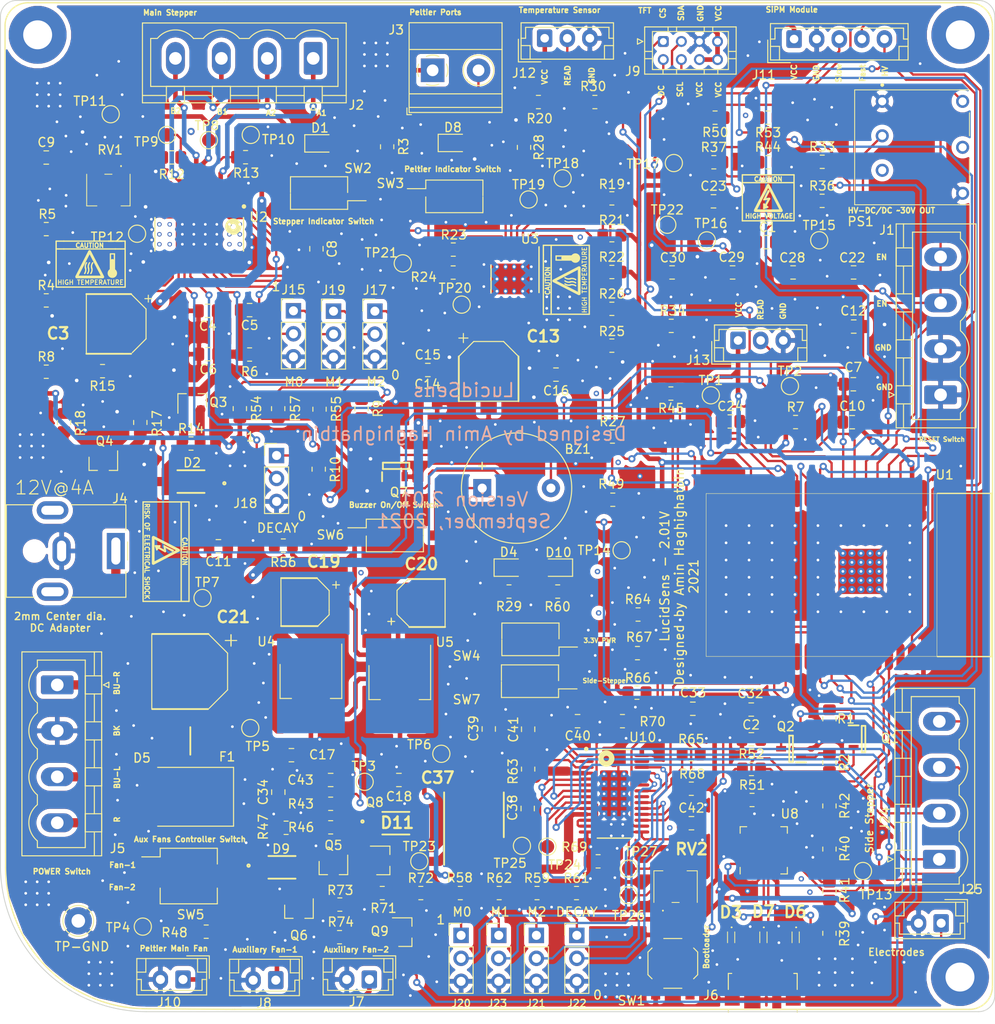
<source format=kicad_pcb>
(kicad_pcb (version 20171130) (host pcbnew "(5.1.8)-1")
  (layers (0 F.Cu signal) (31 B.Cu signal) (34 B.Paste user) (35 F.Paste user) (36 B.SilkS user) (37 F.SilkS user) (38 B.Mask user) (39 F.Mask user) (44 Edge.Cuts user))
  (net 0 "")
  (net 1 "Net-(BZ1-Pad1)")
  (net 2 "Net-(BZ1-Pad2)")
  (net 3 EN)
  (net 4 GND)
  (net 5 IO0)
  (net 6 12VMOT)
  (net 7 "Net-(C5-Pad1)")
  (net 8 +3V3)
  (net 9 "Net-(C8-Pad2)")
  (net 10 "Net-(C8-Pad1)")
  (net 11 DRV3V3)
  (net 12 +12V)
  (net 13 "Net-(C15-Pad2)")
  (net 14 "Net-(C16-Pad2)")
  (net 15 "Net-(C16-Pad1)")
  (net 16 +5V)
  (net 17 IO25)
  (net 18 "Net-(C28-Pad1)")
  (net 19 HV_OUT)
  (net 20 IO36)
  (net 21 "Net-(D1-Pad2)")
  (net 22 "Net-(D2-Pad2)")
  (net 23 "Net-(D3-Pad1)")
  (net 24 "Net-(D4-Pad2)")
  (net 25 "Net-(D5-Pad1)")
  (net 26 "Net-(D5-Pad2)")
  (net 27 "Net-(D6-Pad1)")
  (net 28 "Net-(D7-Pad1)")
  (net 29 "Net-(D8-Pad2)")
  (net 30 "Net-(D9-Pad2)")
  (net 31 B2)
  (net 32 B1)
  (net 33 A2)
  (net 34 A1)
  (net 35 "Net-(J3-Pad1)")
  (net 36 "Net-(J3-Pad2)")
  (net 37 "Net-(J4-Pad1)")
  (net 38 "Net-(J7-Pad1)")
  (net 39 "Net-(J8-Pad1)")
  (net 40 IO18)
  (net 41 IO15)
  (net 42 IO23)
  (net 43 IO5)
  (net 44 IO14)
  (net 45 "Net-(J10-Pad1)")
  (net 46 IO34)
  (net 47 IO39)
  (net 48 IO27)
  (net 49 IO35)
  (net 50 "Net-(PS1-Pad3)")
  (net 51 "Net-(PS1-Pad5)")
  (net 52 "Net-(PS1-Pad6)")
  (net 53 "Net-(Q1-Pad1)")
  (net 54 RTS)
  (net 55 DTR)
  (net 56 "Net-(Q2-Pad1)")
  (net 57 IO13)
  (net 58 "Net-(Q4-Pad2)")
  (net 59 "Net-(Q5-Pad2)")
  (net 60 IO4)
  (net 61 "Net-(R3-Pad2)")
  (net 62 "Net-(R4-Pad2)")
  (net 63 "Net-(R8-Pad2)")
  (net 64 "Net-(R9-Pad1)")
  (net 65 IO32)
  (net 66 IO33)
  (net 67 "Net-(R10-Pad1)")
  (net 68 "Net-(R12-Pad1)")
  (net 69 "Net-(R13-Pad1)")
  (net 70 "Net-(R19-Pad2)")
  (net 71 "Net-(R21-Pad1)")
  (net 72 "Net-(R22-Pad1)")
  (net 73 "Net-(R23-Pad1)")
  (net 74 "Net-(R24-Pad1)")
  (net 75 "Net-(R25-Pad1)")
  (net 76 "Net-(R26-Pad1)")
  (net 77 IO21)
  (net 78 IO22)
  (net 79 "Net-(R27-Pad1)")
  (net 80 "Net-(R28-Pad2)")
  (net 81 "Net-(R29-Pad2)")
  (net 82 "Net-(R39-Pad1)")
  (net 83 "Net-(R41-Pad2)")
  (net 84 "Net-(R42-Pad2)")
  (net 85 "Net-(R51-Pad2)")
  (net 86 RXD)
  (net 87 TXD)
  (net 88 "Net-(R52-Pad2)")
  (net 89 "Net-(RV1-Pad2)")
  (net 90 "Net-(U1-Pad32)")
  (net 91 "Net-(U1-Pad28)")
  (net 92 "Net-(U1-Pad27)")
  (net 93 "Net-(U1-Pad22)")
  (net 94 "Net-(U1-Pad21)")
  (net 95 "Net-(U1-Pad20)")
  (net 96 "Net-(U1-Pad19)")
  (net 97 "Net-(U1-Pad18)")
  (net 98 "Net-(U1-Pad17)")
  (net 99 "Net-(U2-Pad27)")
  (net 100 "Net-(U2-Pad23)")
  (net 101 "Net-(U2-Pad21)")
  (net 102 "Net-(U8-Pad1)")
  (net 103 "Net-(U8-Pad2)")
  (net 104 "Net-(U8-Pad10)")
  (net 105 "Net-(U8-Pad12)")
  (net 106 "Net-(U8-Pad13)")
  (net 107 "Net-(U8-Pad14)")
  (net 108 "Net-(U8-Pad15)")
  (net 109 "Net-(U8-Pad16)")
  (net 110 "Net-(U8-Pad17)")
  (net 111 "Net-(U8-Pad18)")
  (net 112 "Net-(U8-Pad19)")
  (net 113 "Net-(U8-Pad20)")
  (net 114 "Net-(U8-Pad21)")
  (net 115 "Net-(U8-Pad22)")
  (net 116 "Net-(U8-Pad23)")
  (net 117 "Net-(U8-Pad27)")
  (net 118 "Net-(J9-Pad4)")
  (net 119 "Net-(J9-Pad2)")
  (net 120 "Net-(J9-Pad3)")
  (net 121 "Net-(J9-Pad1)")
  (net 122 "Net-(J15-Pad2)")
  (net 123 "Net-(J15-Pad1)")
  (net 124 "Net-(J17-Pad2)")
  (net 125 "Net-(J17-Pad1)")
  (net 126 "Net-(J18-Pad2)")
  (net 127 "Net-(J18-Pad1)")
  (net 128 "Net-(J19-Pad2)")
  (net 129 "Net-(J19-Pad1)")
  (net 130 "Net-(R5-Pad1)")
  (net 131 "Net-(C39-Pad1)")
  (net 132 "Net-(C41-Pad2)")
  (net 133 "Net-(C41-Pad1)")
  (net 134 "Net-(D10-Pad2)")
  (net 135 "Net-(D11-Pad2)")
  (net 136 "Net-(J20-Pad1)")
  (net 137 "Net-(J20-Pad2)")
  (net 138 "Net-(J21-Pad2)")
  (net 139 "Net-(J21-Pad1)")
  (net 140 "Net-(J22-Pad1)")
  (net 141 "Net-(J22-Pad2)")
  (net 142 "Net-(J23-Pad2)")
  (net 143 "Net-(J23-Pad1)")
  (net 144 "Net-(Q9-Pad2)")
  (net 145 IO19)
  (net 146 "Net-(R60-Pad2)")
  (net 147 IO12)
  (net 148 "Net-(R64-Pad1)")
  (net 149 "Net-(R65-Pad1)")
  (net 150 IO2)
  (net 151 "Net-(R66-Pad1)")
  (net 152 "Net-(R67-Pad2)")
  (net 153 "Net-(R68-Pad2)")
  (net 154 "Net-(R69-Pad1)")
  (net 155 "Net-(R70-Pad1)")
  (net 156 "Net-(RV2-Pad2)")
  (net 157 IO26)
  (net 158 "Net-(U10-Pad27)")
  (net 159 "Net-(U10-Pad23)")
  (net 160 "Net-(U10-Pad21)")
  (net 161 12VMOT-S)
  (net 162 DRV3V3-S)
  (net 163 A1-S)
  (net 164 A2-S)
  (net 165 B1-S)
  (net 166 B2-S)
  (module DRV8825PWPR:Texas_Instruments-DRV8825PWP-Level_A (layer F.Cu) (at 157.784799 126.7968)
    (fp_text reference U10 (at 1.574801 -6.2484) (layer F.SilkS) (effects (font (size 1.016 1.016)) (justify left)))
    (fp_text value DRV8825PWP hide)
    (pad 1 smd roundrect (at -3.075 -4.225 270) (size 0.349999 1.649999) (layers F.Cu F.Paste F.Mask) (roundrect_rratio 0.4999985714244898) (net 133 "Net-(C41-Pad1)"))
    (pad 2 smd roundrect (at -3.075 -3.574999 270) (size 0.349999 1.649999) (layers F.Cu F.Paste F.Mask) (roundrect_rratio 0.4999985714244898) (net 132 "Net-(C41-Pad2)"))
    (pad 3 smd roundrect (at -3.075 -2.925001 270) (size 0.349999 1.649999) (layers F.Cu F.Paste F.Mask) (roundrect_rratio 0.4999985714244898) (net 131 "Net-(C39-Pad1)"))
    (pad 4 smd roundrect (at -3.075 -2.274999 270) (size 0.349999 1.649999) (layers F.Cu F.Paste F.Mask) (roundrect_rratio 0.4999985714244898) (net 161 12VMOT-S))
    (pad 5 smd roundrect (at -3.075 -1.625001 270) (size 0.349999 1.649999) (layers F.Cu F.Paste F.Mask) (roundrect_rratio 0.4999985714244898) (net 163 A1-S))
    (pad 6 smd roundrect (at -3.075 -0.974999 270) (size 0.349999 1.649999) (layers F.Cu F.Paste F.Mask) (roundrect_rratio 0.4999985714244898) (net 155 "Net-(R70-Pad1)"))
    (pad 7 smd roundrect (at -3.075 -0.325001 270) (size 0.349999 1.649999) (layers F.Cu F.Paste F.Mask) (roundrect_rratio 0.4999985714244898) (net 164 A2-S))
    (pad 8 smd roundrect (at -3.075 0.325001 270) (size 0.349999 1.649999) (layers F.Cu F.Paste F.Mask) (roundrect_rratio 0.4999985714244898) (net 166 B2-S))
    (pad 9 smd roundrect (at -3.075 0.974999 270) (size 0.349999 1.649999) (layers F.Cu F.Paste F.Mask) (roundrect_rratio 0.4999985714244898) (net 154 "Net-(R69-Pad1)"))
    (pad 10 smd roundrect (at -3.075 1.625001 270) (size 0.349999 1.649999) (layers F.Cu F.Paste F.Mask) (roundrect_rratio 0.4999985714244898) (net 165 B1-S))
    (pad 11 smd roundrect (at -3.075 2.274999 270) (size 0.349999 1.649999) (layers F.Cu F.Paste F.Mask) (roundrect_rratio 0.4999985714244898) (net 161 12VMOT-S))
    (pad 12 smd roundrect (at -3.075 2.925001 270) (size 0.349999 1.649999) (layers F.Cu F.Paste F.Mask) (roundrect_rratio 0.4999985714244898) (net 156 "Net-(RV2-Pad2)"))
    (pad 13 smd roundrect (at -3.075 3.574999 270) (size 0.349999 1.649999) (layers F.Cu F.Paste F.Mask) (roundrect_rratio 0.4999985714244898) (net 156 "Net-(RV2-Pad2)"))
    (pad 14 smd roundrect (at -3.075 4.225 270) (size 0.349999 1.649999) (layers F.Cu F.Paste F.Mask) (roundrect_rratio 0.4999985714244898) (net 4 GND))
    (pad 28 smd roundrect (at 3.075 -4.225 270) (size 0.349999 1.649999) (layers F.Cu F.Paste F.Mask) (roundrect_rratio 0.4999985714244898) (net 4 GND))
    (pad 27 smd roundrect (at 3.075 -3.574999 270) (size 0.349999 1.649999) (layers F.Cu F.Paste F.Mask) (roundrect_rratio 0.4999985714244898) (net 158 "Net-(U10-Pad27)"))
    (pad 26 smd roundrect (at 3.075 -2.925001 270) (size 0.349999 1.649999) (layers F.Cu F.Paste F.Mask) (roundrect_rratio 0.4999985714244898) (net 138 "Net-(J21-Pad2)"))
    (pad 25 smd roundrect (at 3.075 -2.274999 270) (size 0.349999 1.649999) (layers F.Cu F.Paste F.Mask) (roundrect_rratio 0.4999985714244898) (net 142 "Net-(J23-Pad2)"))
    (pad 24 smd roundrect (at 3.075 -1.625001 270) (size 0.349999 1.649999) (layers F.Cu F.Paste F.Mask) (roundrect_rratio 0.4999985714244898) (net 137 "Net-(J20-Pad2)"))
    (pad 23 smd roundrect (at 3.075 -0.974999 270) (size 0.349999 1.649999) (layers F.Cu F.Paste F.Mask) (roundrect_rratio 0.4999985714244898) (net 159 "Net-(U10-Pad23)"))
    (pad 22 smd roundrect (at 3.075 -0.325001 270) (size 0.349999 1.649999) (layers F.Cu F.Paste F.Mask) (roundrect_rratio 0.4999985714244898) (net 148 "Net-(R64-Pad1)"))
    (pad 21 smd roundrect (at 3.075 0.325001 270) (size 0.349999 1.649999) (layers F.Cu F.Paste F.Mask) (roundrect_rratio 0.4999985714244898) (net 160 "Net-(U10-Pad21)"))
    (pad 20 smd roundrect (at 3.075 0.974999 270) (size 0.349999 1.649999) (layers F.Cu F.Paste F.Mask) (roundrect_rratio 0.4999985714244898) (net 149 "Net-(R65-Pad1)"))
    (pad 19 smd roundrect (at 3.075 1.625001 270) (size 0.349999 1.649999) (layers F.Cu F.Paste F.Mask) (roundrect_rratio 0.4999985714244898) (net 141 "Net-(J22-Pad2)"))
    (pad 18 smd roundrect (at 3.075 2.274999 270) (size 0.349999 1.649999) (layers F.Cu F.Paste F.Mask) (roundrect_rratio 0.4999985714244898) (net 153 "Net-(R68-Pad2)"))
    (pad 17 smd roundrect (at 3.075 2.925001 270) (size 0.349999 1.649999) (layers F.Cu F.Paste F.Mask) (roundrect_rratio 0.4999985714244898) (net 152 "Net-(R67-Pad2)"))
    (pad 16 smd roundrect (at 3.075 3.574999 270) (size 0.349999 1.649999) (layers F.Cu F.Paste F.Mask) (roundrect_rratio 0.4999985714244898) (net 151 "Net-(R66-Pad1)"))
    (pad 15 smd roundrect (at 3.075 4.225 270) (size 0.349999 1.649999) (layers F.Cu F.Paste F.Mask) (roundrect_rratio 0.4999985714244898) (net 162 DRV3V3-S))
    (pad 29 smd roundrect (at 0 0) (size 3.099999 5.18) (layers F.Cu F.Paste F.Mask) (roundrect_rratio 0.05999937419334651) (net 4 GND))
    (pad ~ thru_hole circle (at -1.1 -2.200001) (size 0.499999 0.499999) (drill 0.3) (layers *.Cu) (net 4 GND))
    (pad ~ thru_hole circle (at 0 -2.200001) (size 0.499999 0.499999) (drill 0.3) (layers *.Cu) (net 4 GND))
    (pad ~ thru_hole circle (at 1.1 -2.200001) (size 0.499999 0.499999) (drill 0.3) (layers *.Cu) (net 4 GND))
    (pad ~ thru_hole circle (at -1.1 -1.1) (size 0.499999 0.499999) (drill 0.3) (layers *.Cu) (net 4 GND))
    (pad ~ thru_hole circle (at 0 -1.1) (size 0.499999 0.499999) (drill 0.3) (layers *.Cu) (net 4 GND))
    (pad ~ thru_hole circle (at 1.1 -1.1) (size 0.499999 0.499999) (drill 0.3) (layers *.Cu) (net 4 GND))
    (pad ~ thru_hole circle (at -1.1 0) (size 0.499999 0.499999) (drill 0.3) (layers *.Cu) (net 4 GND))
    (pad ~ thru_hole circle (at 0 0) (size 0.499999 0.499999) (drill 0.3) (layers *.Cu) (net 4 GND))
    (pad ~ thru_hole circle (at 1.1 0) (size 0.499999 0.499999) (drill 0.3) (layers *.Cu) (net 4 GND))
    (pad ~ thru_hole circle (at -1.1 1.1) (size 0.499999 0.499999) (drill 0.3) (layers *.Cu) (net 4 GND))
    (pad ~ thru_hole circle (at 0 1.1) (size 0.499999 0.499999) (drill 0.3) (layers *.Cu) (net 4 GND))
    (pad ~ thru_hole circle (at 1.1 1.1) (size 0.499999 0.499999) (drill 0.3) (layers *.Cu) (net 4 GND))
    (pad ~ thru_hole circle (at -1.1 2.200001) (size 0.499999 0.499999) (drill 0.3) (layers *.Cu) (net 4 GND))
    (pad ~ thru_hole circle (at 0 2.200001) (size 0.499999 0.499999) (drill 0.3) (layers *.Cu) (net 4 GND))
    (pad ~ thru_hole circle (at 1.1 2.200001) (size 0.499999 0.499999) (drill 0.3) (layers *.Cu) (net 4 GND))
  )
  (module MountingHole:MountingHole_3.2mm_M3_Pad (layer F.Cu) (at 196.0499 147.0533)
    (fp_text reference REF** hide)
    (fp_text value MountingHole_3.2mm_M3_Pad)
    (pad 1 thru_hole circle (at 0 0) (size 6.4 6.4) (drill 3.2) (layers *.Cu *.Mask))
  )
  (module MountingHole:MountingHole_3.2mm_M3_Pad (layer F.Cu) (at 196.088 42.9133)
    (fp_text reference REF** hide)
    (fp_text value MountingHole_3.2mm_M3_Pad)
    (pad 1 thru_hole circle (at 0 0) (size 6.4 6.4) (drill 3.2) (layers *.Cu *.Mask))
  )
  (module MountingHole:MountingHole_3.2mm_M3_Pad (layer F.Cu) (at 94.0308 42.9133)
    (fp_text reference REF** hide)
    (fp_text value MountingHole_3.2mm_M3_Pad)
    (pad 1 thru_hole circle (at 0 0) (size 6.4 6.4) (drill 3.2) (layers *.Cu *.Mask))
  )
  (module TestPoint:TestPoint_Loop_D2.54mm_Drill1.5mm_Beaded (layer F.Cu) (at 98.5266 140.843)
    (fp_text reference REF** hide)
    (fp_text value TestPoint_Loop_D2.54mm_Drill1.5mm_Beaded)
    (pad 1 thru_hole circle (at 0 0) (size 3 3) (drill 1.5) (layers *.Cu *.Mask) (net 4 GND))
  )
  (module DRV8825PWPR:Texas_Instruments-DRV8825PWP-Level_A (layer F.Cu) (at 111.8997 64.9605 270)
    (fp_text reference U2 (at -1.905 -7.6835) (layer F.SilkS) (effects (font (size 1.016 1.016)) (justify right)))
    (fp_text value DRV8825PWP hide)
    (pad 1 smd roundrect (at -3.075 -4.225 180) (size 0.349999 1.649999) (layers F.Cu F.Paste F.Mask) (roundrect_rratio 0.4999985714244898) (net 10 "Net-(C8-Pad1)"))
    (pad 2 smd roundrect (at -3.075 -3.574999 180) (size 0.349999 1.649999) (layers F.Cu F.Paste F.Mask) (roundrect_rratio 0.4999985714244898) (net 9 "Net-(C8-Pad2)"))
    (pad 3 smd roundrect (at -3.075 -2.925001 180) (size 0.349999 1.649999) (layers F.Cu F.Paste F.Mask) (roundrect_rratio 0.4999985714244898) (net 7 "Net-(C5-Pad1)"))
    (pad 4 smd roundrect (at -3.075 -2.274999 180) (size 0.349999 1.649999) (layers F.Cu F.Paste F.Mask) (roundrect_rratio 0.4999985714244898) (net 6 12VMOT))
    (pad 5 smd roundrect (at -3.075 -1.625001 180) (size 0.349999 1.649999) (layers F.Cu F.Paste F.Mask) (roundrect_rratio 0.4999985714244898) (net 34 A1))
    (pad 6 smd roundrect (at -3.075 -0.974999 180) (size 0.349999 1.649999) (layers F.Cu F.Paste F.Mask) (roundrect_rratio 0.4999985714244898) (net 69 "Net-(R13-Pad1)"))
    (pad 7 smd roundrect (at -3.075 -0.325001 180) (size 0.349999 1.649999) (layers F.Cu F.Paste F.Mask) (roundrect_rratio 0.4999985714244898) (net 33 A2))
    (pad 8 smd roundrect (at -3.075 0.325001 180) (size 0.349999 1.649999) (layers F.Cu F.Paste F.Mask) (roundrect_rratio 0.4999985714244898) (net 31 B2))
    (pad 9 smd roundrect (at -3.075 0.974999 180) (size 0.349999 1.649999) (layers F.Cu F.Paste F.Mask) (roundrect_rratio 0.4999985714244898) (net 68 "Net-(R12-Pad1)"))
    (pad 10 smd roundrect (at -3.075 1.625001 180) (size 0.349999 1.649999) (layers F.Cu F.Paste F.Mask) (roundrect_rratio 0.4999985714244898) (net 32 B1))
    (pad 11 smd roundrect (at -3.075 2.274999 180) (size 0.349999 1.649999) (layers F.Cu F.Paste F.Mask) (roundrect_rratio 0.4999985714244898) (net 6 12VMOT))
    (pad 12 smd roundrect (at -3.075 2.925001 180) (size 0.349999 1.649999) (layers F.Cu F.Paste F.Mask) (roundrect_rratio 0.4999985714244898) (net 89 "Net-(RV1-Pad2)"))
    (pad 13 smd roundrect (at -3.075 3.574999 180) (size 0.349999 1.649999) (layers F.Cu F.Paste F.Mask) (roundrect_rratio 0.4999985714244898) (net 89 "Net-(RV1-Pad2)"))
    (pad 14 smd roundrect (at -3.075 4.225 180) (size 0.349999 1.649999) (layers F.Cu F.Paste F.Mask) (roundrect_rratio 0.4999985714244898) (net 4 GND))
    (pad 28 smd roundrect (at 3.075 -4.225 180) (size 0.349999 1.649999) (layers F.Cu F.Paste F.Mask) (roundrect_rratio 0.4999985714244898) (net 4 GND))
    (pad 27 smd roundrect (at 3.075 -3.574999 180) (size 0.349999 1.649999) (layers F.Cu F.Paste F.Mask) (roundrect_rratio 0.4999985714244898) (net 99 "Net-(U2-Pad27)"))
    (pad 26 smd roundrect (at 3.075 -2.925001 180) (size 0.349999 1.649999) (layers F.Cu F.Paste F.Mask) (roundrect_rratio 0.4999985714244898) (net 124 "Net-(J17-Pad2)"))
    (pad 25 smd roundrect (at 3.075 -2.274999 180) (size 0.349999 1.649999) (layers F.Cu F.Paste F.Mask) (roundrect_rratio 0.4999985714244898) (net 128 "Net-(J19-Pad2)"))
    (pad 24 smd roundrect (at 3.075 -1.625001 180) (size 0.349999 1.649999) (layers F.Cu F.Paste F.Mask) (roundrect_rratio 0.4999985714244898) (net 122 "Net-(J15-Pad2)"))
    (pad 23 smd roundrect (at 3.075 -0.974999 180) (size 0.349999 1.649999) (layers F.Cu F.Paste F.Mask) (roundrect_rratio 0.4999985714244898) (net 100 "Net-(U2-Pad23)"))
    (pad 22 smd roundrect (at 3.075 -0.325001 180) (size 0.349999 1.649999) (layers F.Cu F.Paste F.Mask) (roundrect_rratio 0.4999985714244898) (net 64 "Net-(R9-Pad1)"))
    (pad 21 smd roundrect (at 3.075 0.325001 180) (size 0.349999 1.649999) (layers F.Cu F.Paste F.Mask) (roundrect_rratio 0.4999985714244898) (net 101 "Net-(U2-Pad21)"))
    (pad 20 smd roundrect (at 3.075 0.974999 180) (size 0.349999 1.649999) (layers F.Cu F.Paste F.Mask) (roundrect_rratio 0.4999985714244898) (net 67 "Net-(R10-Pad1)"))
    (pad 19 smd roundrect (at 3.075 1.625001 180) (size 0.349999 1.649999) (layers F.Cu F.Paste F.Mask) (roundrect_rratio 0.4999985714244898) (net 126 "Net-(J18-Pad2)"))
    (pad 18 smd roundrect (at 3.075 2.274999 180) (size 0.349999 1.649999) (layers F.Cu F.Paste F.Mask) (roundrect_rratio 0.4999985714244898) (net 63 "Net-(R8-Pad2)"))
    (pad 17 smd roundrect (at 3.075 2.925001 180) (size 0.349999 1.649999) (layers F.Cu F.Paste F.Mask) (roundrect_rratio 0.4999985714244898) (net 62 "Net-(R4-Pad2)"))
    (pad 16 smd roundrect (at 3.075 3.574999 180) (size 0.349999 1.649999) (layers F.Cu F.Paste F.Mask) (roundrect_rratio 0.4999985714244898) (net 130 "Net-(R5-Pad1)"))
    (pad 15 smd roundrect (at 3.075 4.225 180) (size 0.349999 1.649999) (layers F.Cu F.Paste F.Mask) (roundrect_rratio 0.4999985714244898) (net 11 DRV3V3))
    (pad 29 smd roundrect (at 0 0 270) (size 3.099999 5.18) (layers F.Cu F.Paste F.Mask) (roundrect_rratio 0.05999969677409573) (net 4 GND))
    (pad ~ thru_hole circle (at -1.1 -1.946001 270) (size 0.499999 0.499999) (drill 0.3) (layers *.Cu *.Mask) (net 4 GND))
    (pad ~ thru_hole circle (at 0 -1.946001 270) (size 0.499999 0.499999) (drill 0.3) (layers *.Cu *.Mask) (net 4 GND))
    (pad ~ thru_hole circle (at 1.1 -1.946001 270) (size 0.499999 0.499999) (drill 0.3) (layers *.Cu *.Mask) (net 4 GND))
    (pad ~ thru_hole circle (at -1.1 -0.676001 270) (size 0.499999 0.499999) (drill 0.3) (layers *.Cu *.Mask) (net 4 GND))
    (pad ~ thru_hole circle (at 1.1 -0.676001 270) (size 0.499999 0.499999) (drill 0.3) (layers *.Cu *.Mask) (net 4 GND))
    (pad ~ thru_hole circle (at 0 -0.676001 270) (size 0.499999 0.499999) (drill 0.3) (layers *.Cu *.Mask) (net 4 GND))
    (pad ~ thru_hole circle (at -1.1 0.593999 270) (size 0.499999 0.499999) (drill 0.3) (layers *.Cu *.Mask) (net 4 GND))
    (pad ~ thru_hole circle (at 0 0.593999 270) (size 0.499999 0.499999) (drill 0.3) (layers *.Cu *.Mask) (net 4 GND))
    (pad ~ thru_hole circle (at 1.1 0.593999 270) (size 0.499999 0.499999) (drill 0.3) (layers *.Cu *.Mask) (net 4 GND))
    (pad ~ thru_hole circle (at -1.1 1.863999 270) (size 0.499999 0.499999) (drill 0.3) (layers *.Cu *.Mask) (net 4 GND))
    (pad ~ thru_hole circle (at 1.1 1.863999 270) (size 0.499999 0.499999) (drill 0.3) (layers *.Cu *.Mask) (net 4 GND))
    (pad ~ thru_hole circle (at 0 1.863999 270) (size 0.499999 0.499999) (drill 0.3) (layers *.Cu *.Mask) (net 4 GND))
    (pad ~ thru_hole circle (at -1.1 3.260999 270) (size 0.499999 0.499999) (drill 0.3) (layers *.Cu *.Mask))
    (pad ~ thru_hole circle (at 0 3.260999 270) (size 0.499999 0.499999) (drill 0.3) (layers *.Cu *.Mask))
    (pad ~ thru_hole circle (at 1.1 3.260999 270) (size 0.499999 0.499999) (drill 0.3) (layers *.Cu *.Mask))
    (pad ~ thru_hole circle (at -1.1 -3.343001 270) (size 0.499999 0.499999) (drill 0.3) (layers *.Cu *.Mask))
    (pad ~ thru_hole circle (at 1.1 -3.343001 270) (size 0.499999 0.499999) (drill 0.3) (layers *.Cu *.Mask))
    (pad ~ thru_hole circle (at 0 -3.343001 270) (size 0.499999 0.499999) (drill 0.3) (layers *.Cu *.Mask))
    (pad ~ thru_hole circle (at 0 4.403999 270) (size 0.499999 0.499999) (drill 0.3) (layers *.Cu *.Mask))
    (pad ~ thru_hole circle (at -1.1 4.403999 270) (size 0.499999 0.499999) (drill 0.3) (layers *.Cu *.Mask))
    (pad ~ thru_hole circle (at 1.1 4.403999 270) (size 0.499999 0.499999) (drill 0.3) (layers *.Cu *.Mask))
    (pad ~ thru_hole circle (at -1.1 -4.486001 270) (size 0.499999 0.499999) (drill 0.3) (layers *.Cu *.Mask))
    (pad ~ thru_hole circle (at 1.1 -4.486001 270) (size 0.499999 0.499999) (drill 0.3) (layers *.Cu *.Mask))
    (pad ~ thru_hole circle (at 0 -4.486001 270) (size 0.499999 0.499999) (drill 0.3) (layers *.Cu *.Mask))
  )
  (module ESP32-WROVER-I:ESP32-WROVER (layer F.Cu) (at 192.921 102.616 270)
    (fp_text reference U1 (at -11.0744 -1.4398) (layer F.SilkS))
    (fp_text value ESP32-WROVER hide)
    (pad 39 thru_hole circle (at 1.6 5.82 270) (size 0.8 0.8) (drill 0.3) (layers *.Cu *.Mask) (net 4 GND))
    (pad 39 thru_hole circle (at 1.6 6.82 270) (size 0.8 0.8) (drill 0.3) (layers *.Cu *.Mask) (net 4 GND))
    (pad 39 thru_hole circle (at 1.6 7.82 270) (size 0.8 0.8) (drill 0.3) (layers *.Cu *.Mask) (net 4 GND))
    (pad 39 thru_hole circle (at 1.6 8.82 270) (size 0.8 0.8) (drill 0.3) (layers *.Cu *.Mask) (net 4 GND))
    (pad 39 thru_hole circle (at 1.6 9.82 270) (size 0.8 0.8) (drill 0.3) (layers *.Cu *.Mask) (net 4 GND))
    (pad 39 thru_hole circle (at -0.4 5.82 270) (size 0.8 0.8) (drill 0.3) (layers *.Cu *.Mask) (net 4 GND))
    (pad 39 thru_hole circle (at -0.4 6.82 270) (size 0.8 0.8) (drill 0.3) (layers *.Cu *.Mask) (net 4 GND))
    (pad 39 thru_hole circle (at -0.4 7.82 270) (size 0.8 0.8) (drill 0.3) (layers *.Cu *.Mask) (net 4 GND))
    (pad 39 thru_hole circle (at -0.4 8.82 270) (size 0.8 0.8) (drill 0.3) (layers *.Cu *.Mask) (net 4 GND))
    (pad 39 thru_hole circle (at -0.4 9.82 270) (size 0.8 0.8) (drill 0.3) (layers *.Cu *.Mask) (net 4 GND))
    (pad 39 thru_hole circle (at 0.6 9.82 270) (size 0.8 0.8) (drill 0.3) (layers *.Cu *.Mask) (net 4 GND))
    (pad 39 thru_hole circle (at 0.6 8.82 270) (size 0.8 0.8) (drill 0.3) (layers *.Cu *.Mask) (net 4 GND))
    (pad 39 thru_hole circle (at 0.6 7.82 270) (size 0.8 0.8) (drill 0.3) (layers *.Cu *.Mask) (net 4 GND))
    (pad 39 thru_hole circle (at 0.6 6.82 270) (size 0.8 0.8) (drill 0.3) (layers *.Cu *.Mask) (net 4 GND))
    (pad 39 thru_hole circle (at 0.6 5.82 270) (size 0.8 0.8) (drill 0.3) (layers *.Cu *.Mask) (net 4 GND))
    (pad 39 thru_hole circle (at -1.4 5.82 270) (size 0.8 0.8) (drill 0.3) (layers *.Cu *.Mask) (net 4 GND))
    (pad 39 thru_hole circle (at -1.4 6.82 270) (size 0.8 0.8) (drill 0.3) (layers *.Cu *.Mask) (net 4 GND))
    (pad 39 thru_hole circle (at -1.4 7.82 270) (size 0.8 0.8) (drill 0.3) (layers *.Cu *.Mask) (net 4 GND))
    (pad 39 thru_hole circle (at -1.4 8.82 270) (size 0.8 0.8) (drill 0.3) (layers *.Cu *.Mask) (net 4 GND))
    (pad 39 thru_hole circle (at -1.4 9.82 270) (size 0.8 0.8) (drill 0.3) (layers *.Cu *.Mask) (net 4 GND))
    (pad 39 thru_hole circle (at -2.4 9.82 270) (size 0.8 0.8) (drill 0.3) (layers *.Cu *.Mask) (net 4 GND))
    (pad 39 thru_hole circle (at -2.4 8.82 270) (size 0.8 0.8) (drill 0.3) (layers *.Cu *.Mask) (net 4 GND))
    (pad 39 thru_hole circle (at -2.4 7.82 270) (size 0.8 0.8) (drill 0.3) (layers *.Cu *.Mask) (net 4 GND))
    (pad 39 thru_hole circle (at -2.4 6.82 270) (size 0.8 0.8) (drill 0.3) (layers *.Cu *.Mask) (net 4 GND))
    (pad 38 smd oval (at 9.03 0.91 270) (size 3 0.9) (layers F.Cu F.Paste F.Mask) (net 4 GND))
    (pad 37 smd oval (at 9.03 2.18 270) (size 3 0.9) (layers F.Cu F.Paste F.Mask) (net 42 IO23))
    (pad 36 smd oval (at 9.03 3.45 270) (size 3 0.9) (layers F.Cu F.Paste F.Mask) (net 78 IO22))
    (pad 35 smd oval (at 9.03 4.72 270) (size 3 0.9) (layers F.Cu F.Paste F.Mask) (net 85 "Net-(R51-Pad2)"))
    (pad 34 smd oval (at 9.03 5.99 270) (size 3 0.9) (layers F.Cu F.Paste F.Mask) (net 88 "Net-(R52-Pad2)"))
    (pad 33 smd oval (at 9.03 7.26 270) (size 3 0.9) (layers F.Cu F.Paste F.Mask) (net 77 IO21))
    (pad 32 smd oval (at 9.03 8.53 270) (size 3 0.9) (layers F.Cu F.Paste F.Mask) (net 90 "Net-(U1-Pad32)"))
    (pad 31 smd oval (at 9.03 9.8 270) (size 3 0.9) (layers F.Cu F.Paste F.Mask) (net 145 IO19))
    (pad 30 smd oval (at 9.03 11.07 270) (size 3 0.9) (layers F.Cu F.Paste F.Mask) (net 40 IO18))
    (pad 29 smd oval (at 9.03 12.34 270) (size 3 0.9) (layers F.Cu F.Paste F.Mask) (net 43 IO5))
    (pad 28 smd oval (at 9.03 13.61 270) (size 3 0.9) (layers F.Cu F.Paste F.Mask) (net 91 "Net-(U1-Pad28)"))
    (pad 27 smd oval (at 9.03 14.88 270) (size 3 0.9) (layers F.Cu F.Paste F.Mask) (net 92 "Net-(U1-Pad27)"))
    (pad 26 smd oval (at 9.03 16.15 270) (size 3 0.9) (layers F.Cu F.Paste F.Mask) (net 60 IO4))
    (pad 25 smd oval (at 9.03 17.42 270) (size 3 0.9) (layers F.Cu F.Paste F.Mask) (net 5 IO0))
    (pad 24 smd oval (at 9 18.72 270) (size 3 0.9) (layers F.Cu F.Paste F.Mask) (net 150 IO2))
    (pad 23 smd oval (at 9 19.99 270) (size 3 0.9) (layers F.Cu F.Paste F.Mask) (net 41 IO15))
    (pad 22 smd oval (at 9 21.26 270) (size 3 0.9) (layers F.Cu F.Paste F.Mask) (net 93 "Net-(U1-Pad22)"))
    (pad 21 smd oval (at 9 22.53 270) (size 3 0.9) (layers F.Cu F.Paste F.Mask) (net 94 "Net-(U1-Pad21)"))
    (pad 20 smd oval (at 9 23.8 270) (size 3 0.9) (layers F.Cu F.Paste F.Mask) (net 95 "Net-(U1-Pad20)"))
    (pad 19 smd oval (at -9 23.8 270) (size 3 0.9) (layers F.Cu F.Paste F.Mask) (net 96 "Net-(U1-Pad19)"))
    (pad 18 smd oval (at -9 22.53 270) (size 3 0.9) (layers F.Cu F.Paste F.Mask) (net 97 "Net-(U1-Pad18)"))
    (pad 17 smd oval (at -9 21.26 270) (size 3 0.9) (layers F.Cu F.Paste F.Mask) (net 98 "Net-(U1-Pad17)"))
    (pad 16 smd oval (at -9 19.99 270) (size 3 0.9) (layers F.Cu F.Paste F.Mask) (net 57 IO13))
    (pad 15 smd oval (at -9 18.72 270) (size 3 0.9) (layers F.Cu F.Paste F.Mask) (net 4 GND))
    (pad 14 smd oval (at -9 17.42 270) (size 3 0.9) (layers F.Cu F.Paste F.Mask) (net 147 IO12))
    (pad 13 smd oval (at -9 16.15 270) (size 3 0.9) (layers F.Cu F.Paste F.Mask) (net 44 IO14))
    (pad 12 smd oval (at -9 14.88 270) (size 3 0.9) (layers F.Cu F.Paste F.Mask) (net 48 IO27))
    (pad 11 smd oval (at -9 13.61 270) (size 3 0.9) (layers F.Cu F.Paste F.Mask) (net 157 IO26))
    (pad 10 smd oval (at -9 12.34 270) (size 3 0.9) (layers F.Cu F.Paste F.Mask) (net 17 IO25))
    (pad 9 smd oval (at -9 11.07 270) (size 3 0.9) (layers F.Cu F.Paste F.Mask) (net 66 IO33))
    (pad 8 smd oval (at -9 9.8 270) (size 3 0.9) (layers F.Cu F.Paste F.Mask) (net 65 IO32))
    (pad 7 smd oval (at -9 8.53 270) (size 3 0.9) (layers F.Cu F.Paste F.Mask) (net 49 IO35))
    (pad 6 smd oval (at -9 7.26 270) (size 3 0.9) (layers F.Cu F.Paste F.Mask) (net 46 IO34))
    (pad 5 smd oval (at -9 5.99 270) (size 3 0.9) (layers F.Cu F.Paste F.Mask) (net 47 IO39))
    (pad 4 smd oval (at -9 4.72 270) (size 3 0.9) (layers F.Cu F.Paste F.Mask) (net 20 IO36))
    (pad 3 smd oval (at -9 3.45 270) (size 3 0.9) (layers F.Cu F.Paste F.Mask) (net 3 EN))
    (pad 2 smd oval (at -9 2.18 270) (size 3 0.9) (layers F.Cu F.Paste F.Mask) (net 8 +3V3))
    (pad 1 smd oval (at -9 0.91 270) (size 3 0.9) (layers F.Cu F.Paste F.Mask) (net 4 GND))
    (pad 39 smd rect (at -0.4 7.83 270) (size 5 5) (layers F.Cu F.Paste F.Mask) (net 4 GND))
    (pad 39 thru_hole circle (at -2.4 5.82 270) (size 0.8 0.8) (drill 0.3) (layers *.Cu *.Mask) (net 4 GND))
  )
  (module LESD5D5.0CT1G:LESD5D50CT1G (layer F.Cu) (at 170.7383 142.6591 270)
    (fp_text reference D3 (at -2.7681 0.0259 180) (layer F.SilkS) (effects (font (size 1.27 1.27) (thickness 0.254))))
    (fp_text value LESD5D5.0CT1G hide)
    (pad 2 smd rect (at 0.66 0) (size 0.4 0.48) (layers F.Cu F.Paste F.Mask) (net 4 GND))
    (pad 1 smd rect (at -0.66 0) (size 0.4 0.48) (layers F.Cu F.Paste F.Mask) (net 23 "Net-(D3-Pad1)"))
  )
  (module LESD5D5.0CT1G:LESD5D50CT1G (layer F.Cu) (at 174.30725 142.6591 270)
    (fp_text reference D7 (at -2.8448 0.0061 180) (layer F.SilkS) (effects (font (size 1.27 1.27) (thickness 0.254))))
    (fp_text value LESD5D5.0CT1G hide)
    (pad 2 smd rect (at 0.66 0) (size 0.4 0.48) (layers F.Cu F.Paste F.Mask) (net 4 GND))
    (pad 1 smd rect (at -0.66 0) (size 0.4 0.48) (layers F.Cu F.Paste F.Mask) (net 28 "Net-(D7-Pad1)"))
  )
  (module LESD5D5.0CT1G:LESD5D50CT1G (layer F.Cu) (at 177.8762 142.6591 270)
    (fp_text reference D6 (at -2.8194 0.0508 180) (layer F.SilkS) (effects (font (size 1.27 1.27) (thickness 0.254))))
    (fp_text value LESD5D5.0CT1G hide)
    (pad 2 smd rect (at 0.66 0) (size 0.4 0.48) (layers F.Cu F.Paste F.Mask) (net 4 GND))
    (pad 1 smd rect (at -0.66 0) (size 0.4 0.48) (layers F.Cu F.Paste F.Mask) (net 27 "Net-(D6-Pad1)"))
  )
  (module Capacitor_SMD:C_0805_2012Metric_Pad1.18x1.45mm_HandSolder (layer F.Cu) (at 172.974 120.777)
    (fp_text reference C2 (at -0.0254 -1.6002 180) (layer F.SilkS))
    (fp_text value 0.1uF)
    (pad 2 smd roundrect (at 1.0375 0) (size 1.175 1.45) (layers F.Cu F.Paste F.Mask) (roundrect_rratio 0.2127659574468085) (net 5 IO0))
    (pad 1 smd roundrect (at -1.0375 0) (size 1.175 1.45) (layers F.Cu F.Paste F.Mask) (roundrect_rratio 0.2127659574468085) (net 4 GND))
  )
  (module SS8050-G:SOT95P240X115-3N (layer F.Cu) (at 185.3819 120.7389)
    (fp_text reference Q1 (at 2.921 -0.0762) (layer F.SilkS))
    (fp_text value SS8050-G hide)
    (pad 1 smd rect (at -1.1 -0.95 90) (size 0.6 1.1) (layers F.Cu F.Paste F.Mask) (net 53 "Net-(Q1-Pad1)"))
    (pad 2 smd rect (at -1.1 0.95 90) (size 0.6 1.1) (layers F.Cu F.Paste F.Mask) (net 54 RTS))
    (pad 3 smd rect (at 1.1 0 90) (size 0.6 1.1) (layers F.Cu F.Paste F.Mask) (net 3 EN))
  )
  (module SS8050-G:SOT95P240X115-3N (layer F.Cu) (at 177.3682 121.8184 180)
    (fp_text reference Q2 (at 0.5974 2.4516 180) (layer F.SilkS))
    (fp_text value SS8050-G hide)
    (pad 3 smd rect (at 1.1 0 270) (size 0.6 1.1) (layers F.Cu F.Paste F.Mask) (net 5 IO0))
    (pad 2 smd rect (at -1.1 0.95 270) (size 0.6 1.1) (layers F.Cu F.Paste F.Mask) (net 55 DTR))
    (pad 1 smd rect (at -1.1 -0.95 270) (size 0.6 1.1) (layers F.Cu F.Paste F.Mask) (net 56 "Net-(Q2-Pad1)"))
  )
  (module Resistor_SMD:R_0805_2012Metric_Pad1.20x1.40mm_HandSolder (layer F.Cu) (at 121.5136 130.556 180)
    (fp_text reference R47 (at 2.5273 0.0889 90) (layer F.SilkS))
    (fp_text value 120)
    (pad 2 smd roundrect (at 1 0 180) (size 1.2 1.4) (layers F.Cu F.Paste F.Mask) (roundrect_rratio 0.2083325) (net 12 +12V))
    (pad 1 smd roundrect (at -1 0 180) (size 1.2 1.4) (layers F.Cu F.Paste F.Mask) (roundrect_rratio 0.2083325) (net 30 "Net-(D9-Pad2)"))
  )
  (module EEE-FTH101XAL:CAPAE660X800N (layer F.Cu) (at 142.2908 129.9464 90)
    (fp_text reference C37 (at 4.9276 -4.0132) (layer F.SilkS) (effects (font (size 1.27 1.27) (thickness 0.254))))
    (fp_text value 100uF hide)
    (pad 1 smd rect (at -3 0 180) (size 1.8 3.4) (layers F.Cu F.Paste F.Mask) (net 161 12VMOT-S))
    (pad 2 smd rect (at 3 0 180) (size 1.8 3.4) (layers F.Cu F.Paste F.Mask) (net 4 GND))
  )
  (module Capacitor_SMD:C_0805_2012Metric_Pad1.18x1.45mm_HandSolder (layer F.Cu) (at 148.2344 128.4224 90)
    (fp_text reference C38 (at 0.0801 -1.6764 270) (layer F.SilkS))
    (fp_text value 0.1uF)
    (pad 2 smd roundrect (at 1.0375 0 90) (size 1.175 1.45) (layers F.Cu F.Paste F.Mask) (roundrect_rratio 0.2127659574468085) (net 4 GND))
    (pad 1 smd roundrect (at -1.0375 0 90) (size 1.175 1.45) (layers F.Cu F.Paste F.Mask) (roundrect_rratio 0.2127659574468085) (net 161 12VMOT-S))
  )
  (module Capacitor_SMD:C_0805_2012Metric_Pad1.18x1.45mm_HandSolder (layer F.Cu) (at 148.2852 119.6633 270)
    (fp_text reference C41 (at 0.0215 1.6256 90) (layer F.SilkS))
    (fp_text value 10nF)
    (pad 2 smd roundrect (at 1.0375 0 270) (size 1.175 1.45) (layers F.Cu F.Paste F.Mask) (roundrect_rratio 0.2127659574468085) (net 132 "Net-(C41-Pad2)"))
    (pad 1 smd roundrect (at -1.0375 0 270) (size 1.175 1.45) (layers F.Cu F.Paste F.Mask) (roundrect_rratio 0.2127659574468085) (net 133 "Net-(C41-Pad1)"))
  )
  (module Resistor_SMD:R_0805_2012Metric_Pad1.20x1.40mm_HandSolder (layer F.Cu) (at 148.2852 124.0696 270)
    (fp_text reference R63 (at 0.254 1.6764 90) (layer F.SilkS))
    (fp_text value 1M)
    (pad 1 smd roundrect (at -1 0 270) (size 1.2 1.4) (layers F.Cu F.Paste F.Mask) (roundrect_rratio 0.2083325) (net 131 "Net-(C39-Pad1)"))
    (pad 2 smd roundrect (at 1 0 270) (size 1.2 1.4) (layers F.Cu F.Paste F.Mask) (roundrect_rratio 0.2083325) (net 161 12VMOT-S))
  )
  (module Capacitor_SMD:C_0805_2012Metric_Pad1.18x1.45mm_HandSolder (layer F.Cu) (at 143.9291 119.634 270)
    (fp_text reference C39 (at -0.0508 1.6764 90) (layer F.SilkS))
    (fp_text value 0.1uF)
    (pad 1 smd roundrect (at -1.0375 0 270) (size 1.175 1.45) (layers F.Cu F.Paste F.Mask) (roundrect_rratio 0.2127659574468085) (net 131 "Net-(C39-Pad1)"))
    (pad 2 smd roundrect (at 1.0375 0 270) (size 1.175 1.45) (layers F.Cu F.Paste F.Mask) (roundrect_rratio 0.2127659574468085) (net 161 12VMOT-S))
  )
  (module ZM4733A-GS18:MELF_DO-213AB (layer F.Cu) (at 133.6548 130.048)
    (fp_text reference D11 (at 0.1524 -0.0508) (layer F.SilkS) (effects (font (size 1.27 1.27) (thickness 0.254))))
    (fp_text value ZM4733A-GS18 hide)
    (pad 1 smd rect (at -2.625 0) (size 1.25 3) (layers F.Cu F.Paste F.Mask) (net 12 +12V))
    (pad 2 smd rect (at 2.625 0) (size 1.25 3) (layers F.Cu F.Paste F.Mask) (net 135 "Net-(D11-Pad2)"))
  )
  (module Package_TO_SOT_SMD:SOT-23 (layer F.Cu) (at 132.2324 134.1628)
    (fp_text reference Q8 (at -0.9271 -6.4262) (layer F.SilkS))
    (fp_text value DMP2160U)
    (pad 1 smd rect (at -1 -0.95) (size 0.9 0.8) (layers F.Cu F.Paste F.Mask) (net 135 "Net-(D11-Pad2)"))
    (pad 2 smd rect (at -1 0.95) (size 0.9 0.8) (layers F.Cu F.Paste F.Mask) (net 12 +12V))
    (pad 3 smd rect (at 1 0) (size 0.9 0.8) (layers F.Cu F.Paste F.Mask) (net 161 12VMOT-S))
  )
  (module Resistor_SMD:R_0805_2012Metric_Pad1.20x1.40mm_HandSolder (layer F.Cu) (at 132.1468 137.7696 180)
    (fp_text reference R71 (at -0.1364 -1.6764) (layer F.SilkS))
    (fp_text value 120)
    (pad 2 smd roundrect (at 1 0 180) (size 1.2 1.4) (layers F.Cu F.Paste F.Mask) (roundrect_rratio 0.2083325) (net 12 +12V))
    (pad 1 smd roundrect (at -1 0 180) (size 1.2 1.4) (layers F.Cu F.Paste F.Mask) (roundrect_rratio 0.2083325) (net 135 "Net-(D11-Pad2)"))
  )
  (module Package_TO_SOT_SMD:SOT-23 (layer F.Cu) (at 134.6708 142.0876)
    (fp_text reference Q9 (at -2.8067 -0.1016) (layer F.SilkS))
    (fp_text value NTR4501)
    (pad 3 smd rect (at 1 0) (size 0.9 0.8) (layers F.Cu F.Paste F.Mask) (net 135 "Net-(D11-Pad2)"))
    (pad 2 smd rect (at -1 0.95) (size 0.9 0.8) (layers F.Cu F.Paste F.Mask) (net 144 "Net-(Q9-Pad2)"))
    (pad 1 smd rect (at -1 -0.95) (size 0.9 0.8) (layers F.Cu F.Paste F.Mask) (net 145 IO19))
  )
  (module EEEFP1C220AR:CAPAE530X610N (layer F.Cu) (at 136.4488 105.7148)
    (fp_text reference C20 (at 0.0254 -4.3048) (layer F.SilkS) (effects (font (size 1.27 1.27) (thickness 0.254))))
    (fp_text value 22uF hide)
    (pad 2 smd rect (at 2.55 0 90) (size 1.8 3) (layers F.Cu F.Paste F.Mask) (net 4 GND))
    (pad 1 smd rect (at -2.55 0 90) (size 1.8 3) (layers F.Cu F.Paste F.Mask) (net 8 +3V3))
  )
  (module Package_TO_SOT_SMD:SOT-223-3_TabPin2 (layer F.Cu) (at 124.2568 114.3508 270)
    (fp_text reference U4 (at -4.3688 4.9276) (layer F.SilkS))
    (fp_text value AMS1117-5.0)
    (pad 1 smd rect (at -3.15 -2.3 270) (size 2 1.5) (layers F.Cu F.Paste F.Mask) (net 4 GND))
    (pad 3 smd rect (at -3.15 2.3 270) (size 2 1.5) (layers F.Cu F.Paste F.Mask) (net 12 +12V))
    (pad 2 smd rect (at -3.15 0 270) (size 2 1.5) (layers F.Cu F.Paste F.Mask) (net 16 +5V))
    (pad 2 smd rect (at 3.683 0 270) (size 3 5.4) (layers F.Cu F.Paste F.Mask) (net 16 +5V))
    (pad 4 smd rect (at 0.508 0 270) (size 10.5 7.5) (layers B.Cu B.Mask))
  )
  (module Package_TO_SOT_SMD:SOT-223-3_TabPin2 (layer F.Cu) (at 134.0866 114.4778 270)
    (fp_text reference U5 (at -4.445 -4.9784) (layer F.SilkS))
    (fp_text value AMS1117-3.3)
    (pad 2 smd rect (at 3.683 0 270) (size 3 5.4) (layers F.Cu F.Paste F.Mask) (net 8 +3V3))
    (pad 2 smd rect (at -3.15 0 270) (size 2 1.5) (layers F.Cu F.Paste F.Mask) (net 8 +3V3))
    (pad 3 smd rect (at -3.15 2.3 270) (size 2 1.5) (layers F.Cu F.Paste F.Mask) (net 16 +5V))
    (pad 1 smd rect (at -3.15 -2.3 270) (size 2 1.5) (layers F.Cu F.Paste F.Mask) (net 4 GND))
    (pad 4 smd rect (at 0.381 0 270) (size 10.5 7.5) (layers B.Cu B.Mask))
  )
  (module Connector_Phoenix_MSTB:PhoenixContact_MSTBVA_2,5_4-G-5,08_1x04_P5.08mm_Vertical (layer F.Cu) (at 193.7639 134.0358 90)
    (fp_text reference J24 (at 4.4831 -6.0071 270) (layer F.SilkS))
    (fp_text value Conn_01x04_Male)
    (pad 1 thru_hole roundrect (at 0 0 90) (size 2.08 3.6) (drill 1.4) (layers *.Cu *.Mask) (roundrect_rratio 0.1201918269230769) (net 163 A1-S))
    (pad 2 thru_hole oval (at 5.08 0 90) (size 2.08 3.6) (drill 1.4) (layers *.Cu *.Mask) (net 164 A2-S))
    (pad 3 thru_hole oval (at 10.16 0 90) (size 2.08 3.6) (drill 1.4) (layers *.Cu *.Mask) (net 165 B1-S))
    (pad 4 thru_hole oval (at 15.24 0 90) (size 2.08 3.6) (drill 1.4) (layers *.Cu *.Mask) (net 166 B2-S))
  )
  (module Resistor_SMD:R_0805_2012Metric_Pad1.20x1.40mm_HandSolder (layer F.Cu) (at 168.9608 52.07 180)
    (fp_text reference R50 (at -0.0254 -1.6256) (layer F.SilkS))
    (fp_text value 1.2k)
    (pad 2 smd roundrect (at 1 0 180) (size 1.2 1.4) (layers F.Cu F.Paste F.Mask) (roundrect_rratio 0.2083325) (net 42 IO23))
    (pad 1 smd roundrect (at -1 0 180) (size 1.2 1.4) (layers F.Cu F.Paste F.Mask) (roundrect_rratio 0.2083325) (net 120 "Net-(J9-Pad3)"))
  )
  (module Package_DFN_QFN:QFN-28-1EP_5x5mm_P0.5mm_EP3.35x3.35mm (layer F.Cu) (at 174.3456 133.0452 90)
    (fp_text reference U8 (at 4.0386 2.8702 180) (layer F.SilkS))
    (fp_text value CP2102N-A01-GQFN28)
    (pad 1 smd roundrect (at -2.45 -1.5 90) (size 0.8 0.25) (layers F.Cu F.Paste F.Mask) (net 102 "Net-(U8-Pad1)"))
    (pad 2 smd roundrect (at -2.45 -1 90) (size 0.8 0.25) (layers F.Cu F.Paste F.Mask) (net 103 "Net-(U8-Pad2)"))
    (pad 3 smd roundrect (at -2.45 -0.5 90) (size 0.8 0.25) (layers F.Cu F.Paste F.Mask) (net 4 GND))
    (pad 4 smd roundrect (at -2.45 0 90) (size 0.8 0.25) (layers F.Cu F.Paste F.Mask) (net 27 "Net-(D6-Pad1)"))
    (pad 5 smd roundrect (at -2.45 0.5 90) (size 0.8 0.25) (layers F.Cu F.Paste F.Mask) (net 28 "Net-(D7-Pad1)"))
    (pad 6 smd roundrect (at -2.45 1 90) (size 0.8 0.25) (layers F.Cu F.Paste F.Mask) (net 8 +3V3))
    (pad 7 smd roundrect (at -2.45 1.5 90) (size 0.8 0.25) (layers F.Cu F.Paste F.Mask) (net 8 +3V3))
    (pad 8 smd roundrect (at -1.5 2.45 90) (size 0.25 0.8) (layers F.Cu F.Paste F.Mask) (net 82 "Net-(R39-Pad1)"))
    (pad 9 smd roundrect (at -1 2.45 90) (size 0.25 0.8) (layers F.Cu F.Paste F.Mask) (net 83 "Net-(R41-Pad2)"))
    (pad 10 smd roundrect (at -0.5 2.45 90) (size 0.25 0.8) (layers F.Cu F.Paste F.Mask) (net 104 "Net-(U8-Pad10)"))
    (pad 11 smd roundrect (at 0 2.45 90) (size 0.25 0.8) (layers F.Cu F.Paste F.Mask) (net 84 "Net-(R42-Pad2)"))
    (pad 12 smd roundrect (at 0.5 2.45 90) (size 0.25 0.8) (layers F.Cu F.Paste F.Mask) (net 105 "Net-(U8-Pad12)"))
    (pad 13 smd roundrect (at 1 2.45 90) (size 0.25 0.8) (layers F.Cu F.Paste F.Mask) (net 106 "Net-(U8-Pad13)"))
    (pad 14 smd roundrect (at 1.5 2.45 90) (size 0.25 0.8) (layers F.Cu F.Paste F.Mask) (net 107 "Net-(U8-Pad14)"))
    (pad 15 smd roundrect (at 2.45 1.5 90) (size 0.8 0.25) (layers F.Cu F.Paste F.Mask) (net 108 "Net-(U8-Pad15)"))
    (pad 16 smd roundrect (at 2.45 1 90) (size 0.8 0.25) (layers F.Cu F.Paste F.Mask) (net 109 "Net-(U8-Pad16)"))
    (pad 17 smd roundrect (at 2.45 0.5 90) (size 0.8 0.25) (layers F.Cu F.Paste F.Mask) (net 110 "Net-(U8-Pad17)"))
    (pad 18 smd roundrect (at 2.45 0 90) (size 0.8 0.25) (layers F.Cu F.Paste F.Mask) (net 111 "Net-(U8-Pad18)"))
    (pad 19 smd roundrect (at 2.45 -0.5 90) (size 0.8 0.25) (layers F.Cu F.Paste F.Mask) (net 112 "Net-(U8-Pad19)"))
    (pad 20 smd roundrect (at 2.45 -1 90) (size 0.8 0.25) (layers F.Cu F.Paste F.Mask) (net 113 "Net-(U8-Pad20)"))
    (pad 21 smd roundrect (at 2.45 -1.5 90) (size 0.8 0.25) (layers F.Cu F.Paste F.Mask) (net 114 "Net-(U8-Pad21)"))
    (pad 22 smd roundrect (at 1.5 -2.45 90) (size 0.25 0.8) (layers F.Cu F.Paste F.Mask) (net 115 "Net-(U8-Pad22)"))
    (pad 23 smd roundrect (at 1 -2.45 90) (size 0.25 0.8) (layers F.Cu F.Paste F.Mask) (net 116 "Net-(U8-Pad23)"))
    (pad 24 smd roundrect (at 0.5 -2.45 90) (size 0.25 0.8) (layers F.Cu F.Paste F.Mask) (net 54 RTS))
    (pad 25 smd roundrect (at 0 -2.45 90) (size 0.25 0.8) (layers F.Cu F.Paste F.Mask) (net 86 RXD))
    (pad 26 smd roundrect (at -0.5 -2.45 90) (size 0.25 0.8) (layers F.Cu F.Paste F.Mask) (net 87 TXD))
    (pad 27 smd roundrect (at -1 -2.45 90) (size 0.25 0.8) (layers F.Cu F.Paste F.Mask) (net 117 "Net-(U8-Pad27)"))
    (pad 28 smd roundrect (at -1.5 -2.45 90) (size 0.25 0.8) (layers F.Cu F.Paste F.Mask) (net 55 DTR))
    (pad 29 smd rect (at 0 0 90) (size 3.35 3.35) (layers F.Cu F.Mask) (net 4 GND))
  )
  (module TestPoint:TestPoint_Pad_D1.5mm (layer F.Cu) (at 168.0464 65.6336)
    (fp_text reference TP16 (at 0.4572 -1.8796) (layer F.SilkS))
    (fp_text value TestPoint)
    (pad 1 smd circle (at 0 0) (size 1.5 1.5) (layers F.Cu F.Mask) (net 20 IO36))
  )
  (module Connector_JST:JST_EH_B2B-EH-A_1x02_P2.50mm_Vertical (layer F.Cu) (at 193.9671 141.097 180)
    (fp_text reference J25 (at -3.2766 3.7338) (layer F.SilkS))
    (fp_text value Conn_01x02_Male)
    (pad 2 thru_hole oval (at 2.5 0 180) (size 1.7 2) (drill 1) (layers *.Cu *.Mask) (net 4 GND))
    (pad 1 thru_hole roundrect (at 0 0 180) (size 1.7 2) (drill 1) (layers *.Cu *.Mask) (roundrect_rratio 0.1470588235294118) (net 157 IO26))
  )
  (module EEEFP1C220AR:CAPAE530X610N (layer F.Cu) (at 123.6064 105.6132 180)
    (fp_text reference C19 (at -2.0728 4.4704) (layer F.SilkS) (effects (font (size 1.27 1.27) (thickness 0.254))))
    (fp_text value 22uF hide)
    (pad 2 smd rect (at 2.55 0 270) (size 1.8 3) (layers F.Cu F.Paste F.Mask) (net 4 GND))
    (pad 1 smd rect (at -2.55 0 270) (size 1.8 3) (layers F.Cu F.Paste F.Mask) (net 16 +5V))
  )
  (module EEE-FTH101XAL:CAPAE660X800N (layer F.Cu) (at 143.9164 80.1116 270)
    (fp_text reference C13 (at -3.8735 -6.0452 180) (layer F.SilkS) (effects (font (size 1.27 1.27) (thickness 0.254))))
    (fp_text value 100uF hide)
    (pad 2 smd rect (at 3 0) (size 1.8 3.4) (layers F.Cu F.Paste F.Mask) (net 4 GND))
    (pad 1 smd rect (at -3 0) (size 1.8 3.4) (layers F.Cu F.Paste F.Mask) (net 12 +12V))
  )
  (module EEE-FTH101XAL:CAPAE660X800N (layer F.Cu) (at 102.7176 74.8665 180)
    (fp_text reference C3 (at 6.4262 -1.0541 180) (layer F.SilkS) (effects (font (size 1.27 1.27) (thickness 0.254))))
    (fp_text value 100uF hide)
    (pad 2 smd rect (at 3 0 270) (size 1.8 3.4) (layers F.Cu F.Paste F.Mask) (net 4 GND))
    (pad 1 smd rect (at -3 0 270) (size 1.8 3.4) (layers F.Cu F.Paste F.Mask) (net 6 12VMOT))
  )
  (module EEE-FK1V271SL:CAPAE830X1050N (layer F.Cu) (at 110.8456 113.284 180)
    (fp_text reference C21 (at -4.826 6.033) (layer F.SilkS) (effects (font (size 1.27 1.27) (thickness 0.254))))
    (fp_text value 270uF hide)
    (pad 2 smd rect (at 3.7 0 270) (size 2.1 4.2) (layers F.Cu F.Paste F.Mask) (net 4 GND))
    (pad 1 smd rect (at -3.7 0 270) (size 2.1 4.2) (layers F.Cu F.Paste F.Mask) (net 12 +12V))
  )
  (module DRV8874PWPR:DRV8874PWPR (layer F.Cu) (at 146.736 69.9008 270)
    (fp_text reference U3 (at -4.4196 -1.7524 180) (layer F.SilkS))
    (fp_text value DRV8874PWPR hide)
    (pad 1 smd rect (at -2.949999 -2.274999) (size 0.449999 1.4) (layers F.Cu F.Paste F.Mask) (net 76 "Net-(R26-Pad1)"))
    (pad 2 smd rect (at -2.949999 -1.624998) (size 0.449999 1.4) (layers F.Cu F.Paste F.Mask) (net 79 "Net-(R27-Pad1)"))
    (pad 3 smd rect (at -2.949999 -0.974999) (size 0.449999 1.4) (layers F.Cu F.Paste F.Mask) (net 71 "Net-(R21-Pad1)"))
    (pad 4 smd rect (at -2.949999 -0.324998) (size 0.449999 1.4) (layers F.Cu F.Paste F.Mask) (net 72 "Net-(R22-Pad1)"))
    (pad 5 smd rect (at -2.949999 0.325001) (size 0.449999 1.4) (layers F.Cu F.Paste F.Mask) (net 70 "Net-(R19-Pad2)"))
    (pad 6 smd rect (at -2.949999 0.975002) (size 0.449999 1.4) (layers F.Cu F.Paste F.Mask) (net 73 "Net-(R23-Pad1)"))
    (pad 7 smd rect (at -2.949999 1.625001) (size 0.449999 1.4) (layers F.Cu F.Paste F.Mask) (net 74 "Net-(R24-Pad1)"))
    (pad 8 smd rect (at -2.949999 2.275002) (size 0.449999 1.4) (layers F.Cu F.Paste F.Mask) (net 36 "Net-(J3-Pad2)"))
    (pad 9 smd rect (at 2.950002 2.275002) (size 0.449999 1.4) (layers F.Cu F.Paste F.Mask) (net 4 GND))
    (pad 10 smd rect (at 2.950002 1.625001) (size 0.449999 1.4) (layers F.Cu F.Paste F.Mask) (net 35 "Net-(J3-Pad1)"))
    (pad 11 smd rect (at 2.950002 0.975002) (size 0.449999 1.4) (layers F.Cu F.Paste F.Mask) (net 12 +12V))
    (pad 12 smd rect (at 2.950002 0.325001) (size 0.449999 1.4) (layers F.Cu F.Paste F.Mask) (net 13 "Net-(C15-Pad2)"))
    (pad 13 smd rect (at 2.950002 -0.324998) (size 0.449999 1.4) (layers F.Cu F.Paste F.Mask) (net 15 "Net-(C16-Pad1)"))
    (pad 14 smd rect (at 2.950002 -0.974999) (size 0.449999 1.4) (layers F.Cu F.Paste F.Mask) (net 14 "Net-(C16-Pad2)"))
    (pad 15 smd rect (at 2.950002 -1.624998) (size 0.449999 1.4) (layers F.Cu F.Paste F.Mask) (net 4 GND))
    (pad 16 smd rect (at 2.950002 -2.274999) (size 0.449999 1.4) (layers F.Cu F.Paste F.Mask) (net 75 "Net-(R25-Pad1)"))
    (pad 17 smd rect (at 0 0 270) (size 3.400001 5) (layers F.Cu F.Paste F.Mask) (net 4 GND))
    (pad 18 thru_hole circle (at 0 0 270) (size 0.499999 0.499999) (drill 0.3) (layers *.Cu *.Mask) (net 4 GND))
    (pad 19 thru_hole circle (at 0 0.950001 270) (size 0.499999 0.499999) (drill 0.3) (layers *.Cu *.Mask) (net 4 GND))
    (pad 20 thru_hole circle (at 0 -0.950001 270) (size 0.499999 0.499999) (drill 0.3) (layers *.Cu *.Mask) (net 4 GND))
    (pad 21 thru_hole circle (at 0 -1.900001 270) (size 0.499999 0.499999) (drill 0.3) (layers *.Cu *.Mask) (net 4 GND))
    (pad 22 thru_hole circle (at 0 1.900001 270) (size 0.499999 0.499999) (drill 0.3) (layers *.Cu *.Mask) (net 4 GND))
    (pad 23 thru_hole circle (at 1.35 1.900001 270) (size 0.499999 0.499999) (drill 0.3) (layers *.Cu *.Mask) (net 4 GND))
    (pad 24 thru_hole circle (at 1.35 -1.900001 270) (size 0.499999 0.499999) (drill 0.3) (layers *.Cu *.Mask) (net 4 GND))
    (pad 25 thru_hole circle (at 1.35 -0.950001 270) (size 0.499999 0.499999) (drill 0.3) (layers *.Cu *.Mask) (net 4 GND))
    (pad 26 thru_hole circle (at 1.35 0.950001 270) (size 0.499999 0.499999) (drill 0.3) (layers *.Cu *.Mask) (net 4 GND))
    (pad 27 thru_hole circle (at 1.35 0 270) (size 0.499999 0.499999) (drill 0.3) (layers *.Cu *.Mask) (net 4 GND))
    (pad 28 thru_hole circle (at -1.35 0 270) (size 0.499999 0.499999) (drill 0.3) (layers *.Cu *.Mask) (net 4 GND))
    (pad 29 thru_hole circle (at -1.35 0.950001 270) (size 0.499999 0.499999) (drill 0.3) (layers *.Cu *.Mask) (net 4 GND))
    (pad 30 thru_hole circle (at -1.35 -0.950001 270) (size 0.499999 0.499999) (drill 0.3) (layers *.Cu *.Mask) (net 4 GND))
    (pad 31 thru_hole circle (at -1.35 -1.900001 270) (size 0.499999 0.499999) (drill 0.3) (layers *.Cu *.Mask) (net 4 GND))
    (pad 32 thru_hole circle (at -1.35 1.900001 270) (size 0.499999 0.499999) (drill 0.3) (layers *.Cu *.Mask) (net 4 GND))
  )
  (module TestPoint:TestPoint_Pad_D1.5mm (layer F.Cu) (at 163.6776 63.9064)
    (fp_text reference TP22 (at 0 -1.648) (layer F.SilkS))
    (fp_text value TestPoint)
    (pad 1 smd circle (at 0 0) (size 1.5 1.5) (layers F.Cu F.Mask) (net 8 +3V3))
  )
  (module TestPoint:TestPoint_Pad_D1.5mm (layer F.Cu) (at 134.4168 68.1736)
    (fp_text reference TP21 (at -2.3876 -1.1684) (layer F.SilkS))
    (fp_text value TestPoint)
    (pad 1 smd circle (at 0 0) (size 1.5 1.5) (layers F.Cu F.Mask) (net 35 "Net-(J3-Pad1)"))
  )
  (module TestPoint:TestPoint_Pad_D1.5mm (layer F.Cu) (at 140.9319 72.7329)
    (fp_text reference TP20 (at -0.7112 -1.8288) (layer F.SilkS))
    (fp_text value TestPoint)
    (pad 1 smd circle (at 0 0) (size 1.5 1.5) (layers F.Cu F.Mask) (net 36 "Net-(J3-Pad2)"))
  )
  (module TestPoint:TestPoint_Pad_D1.5mm (layer F.Cu) (at 148.336 61.1124)
    (fp_text reference TP19 (at 0 -1.648) (layer F.SilkS))
    (fp_text value TestPoint)
    (pad 1 smd circle (at 0 0) (size 1.5 1.5) (layers F.Cu F.Mask) (net 70 "Net-(R19-Pad2)"))
  )
  (module TestPoint:TestPoint_Pad_D1.5mm (layer F.Cu) (at 152.0952 58.7756)
    (fp_text reference TP18 (at 0 -1.648) (layer F.SilkS))
    (fp_text value TestPoint)
    (pad 1 smd circle (at 0 0) (size 1.5 1.5) (layers F.Cu F.Mask) (net 73 "Net-(R23-Pad1)"))
  )
  (module TestPoint:TestPoint_Pad_D1.5mm (layer F.Cu) (at 164.4015 57.0865)
    (fp_text reference TP17 (at -3.4036 0.1016) (layer F.SilkS))
    (fp_text value TestPoint)
    (pad 1 smd circle (at 0 0) (size 1.5 1.5) (layers F.Cu F.Mask) (net 19 HV_OUT))
  )
  (module TestPoint:TestPoint_Pad_D1.5mm (layer F.Cu) (at 180.4797 65.6209)
    (fp_text reference TP15 (at 0 -1.648) (layer F.SilkS))
    (fp_text value TestPoint)
    (pad 1 smd circle (at 0 0) (size 1.5 1.5) (layers F.Cu F.Mask) (net 3 EN))
  )
  (module TestPoint:TestPoint_Pad_D1.5mm (layer F.Cu) (at 158.623 99.8855)
    (fp_text reference TP14 (at -3.048 0) (layer F.SilkS))
    (fp_text value TestPoint)
    (pad 1 smd circle (at 0 0) (size 1.5 1.5) (layers F.Cu F.Mask) (net 8 +3V3))
  )
  (module TestPoint:TestPoint_Pad_D1.5mm (layer F.Cu) (at 185.3184 135.3312)
    (fp_text reference TP13 (at 1.4351 2.6162) (layer F.SilkS))
    (fp_text value TestPoint)
    (pad 1 smd circle (at 0 0) (size 1.5 1.5) (layers F.Cu F.Mask) (net 82 "Net-(R39-Pad1)"))
  )
  (module TestPoint:TestPoint_Pad_D1.5mm (layer F.Cu) (at 105.029 64.897)
    (fp_text reference TP12 (at -3.302 0.3683) (layer F.SilkS))
    (fp_text value TestPoint)
    (pad 1 smd circle (at 0 0) (size 1.5 1.5) (layers F.Cu F.Mask) (net 11 DRV3V3))
  )
  (module TestPoint:TestPoint_Pad_D1.5mm (layer F.Cu) (at 102.108 51.689)
    (fp_text reference TP11 (at -2.2987 -1.4478) (layer F.SilkS))
    (fp_text value TestPoint)
    (pad 1 smd circle (at 0 0) (size 1.5 1.5) (layers F.Cu F.Mask) (net 89 "Net-(RV1-Pad2)"))
  )
  (module TestPoint:TestPoint_Pad_D1.5mm (layer F.Cu) (at 117.602 53.975)
    (fp_text reference TP10 (at 3.0734 0.508) (layer F.SilkS))
    (fp_text value TestPoint)
    (pad 1 smd circle (at 0 0) (size 1.5 1.5) (layers F.Cu F.Mask) (net 69 "Net-(R13-Pad1)"))
  )
  (module TestPoint:TestPoint_Pad_D1.5mm (layer F.Cu) (at 108.331 53.975)
    (fp_text reference TP9 (at -2.286 0.762) (layer F.SilkS))
    (fp_text value TestPoint)
    (pad 1 smd circle (at 0 0) (size 1.5 1.5) (layers F.Cu F.Mask) (net 68 "Net-(R12-Pad1)"))
  )
  (module TestPoint:TestPoint_Pad_D1.5mm (layer F.Cu) (at 112.9665 54.5592)
    (fp_text reference TP8 (at -0.2159 -1.6129) (layer F.SilkS))
    (fp_text value TestPoint)
    (pad 1 smd circle (at 0 0) (size 1.5 1.5) (layers F.Cu F.Mask) (net 6 12VMOT))
  )
  (module TestPoint:TestPoint_Pad_D1.5mm (layer F.Cu) (at 112.268 105.156)
    (fp_text reference TP7 (at 0.5207 -1.7272) (layer F.SilkS))
    (fp_text value TestPoint)
    (pad 1 smd circle (at 0 0) (size 1.5 1.5) (layers F.Cu F.Mask) (net 12 +12V))
  )
  (module TestPoint:TestPoint_Pad_D1.5mm (layer F.Cu) (at 138.684 122.3772)
    (fp_text reference TP6 (at -2.4384 -1.016) (layer F.SilkS))
    (fp_text value TestPoint)
    (pad 1 smd circle (at 0 0) (size 1.5 1.5) (layers F.Cu F.Mask) (net 8 +3V3))
  )
  (module TestPoint:TestPoint_Pad_D1.5mm (layer F.Cu) (at 117.5512 119.5324)
    (fp_text reference TP5 (at 0.8128 2.032) (layer F.SilkS))
    (fp_text value TestPoint)
    (pad 1 smd circle (at 0 0) (size 1.5 1.5) (layers F.Cu F.Mask) (net 16 +5V))
  )
  (module TestPoint:TestPoint_Pad_D1.5mm (layer F.Cu) (at 105.664 141.478)
    (fp_text reference TP4 (at -2.7432 0.1016) (layer F.SilkS))
    (fp_text value TestPoint)
    (pad 1 smd circle (at 0 0) (size 1.5 1.5) (layers F.Cu F.Mask) (net 45 "Net-(J10-Pad1)"))
  )
  (module TestPoint:TestPoint_Pad_D1.5mm (layer F.Cu) (at 130.2004 125.476)
    (fp_text reference TP3 (at -0.1016 -1.7272) (layer F.SilkS))
    (fp_text value TestPoint)
    (pad 1 smd circle (at 0 0) (size 1.5 1.5) (layers F.Cu F.Mask) (net 12 +12V))
  )
  (module TestPoint:TestPoint_Pad_D1.5mm (layer F.Cu) (at 177.2412 81.7372)
    (fp_text reference TP2 (at 0 -1.648) (layer F.SilkS))
    (fp_text value TestPoint)
    (pad 1 smd circle (at 0 0) (size 1.5 1.5) (layers F.Cu F.Mask) (net 3 EN))
  )
  (module TestPoint:TestPoint_Pad_D1.5mm (layer F.Cu) (at 168.4909 82.7532)
    (fp_text reference TP1 (at 0 -1.648) (layer F.SilkS))
    (fp_text value TestPoint)
    (pad 1 smd circle (at 0 0) (size 1.5 1.5) (layers F.Cu F.Mask) (net 8 +3V3))
  )
  (module Button_Switch_SMD:SW_DIP_SPSTx01_Slide_Omron_A6S-110x_W8.9mm_P2.54mm (layer F.Cu) (at 133.5405 98.2472)
    (fp_text reference SW6 (at -7.1247 -0.0635) (layer F.SilkS))
    (fp_text value SW_DIP_x01)
    (pad 2 smd rect (at 4.45 0) (size 1.5 1.1) (layers F.Cu F.Paste F.Mask) (net 1 "Net-(BZ1-Pad1)"))
    (pad 1 smd rect (at -4.45 0) (size 1.5 1.1) (layers F.Cu F.Paste F.Mask) (net 8 +3V3))
  )
  (module Button_Switch_SMD:SW_DIP_SPSTx02_Slide_Omron_A6S-210x_W8.9mm_P2.54mm (layer F.Cu) (at 110.744 135.89)
    (fp_text reference SW5 (at 0.2032 4.2672) (layer F.SilkS))
    (fp_text value SW_DIP_x02)
    (pad 4 smd rect (at 4.45 -1.27) (size 1.5 1.1) (layers F.Cu F.Paste F.Mask) (net 38 "Net-(J7-Pad1)"))
    (pad 2 smd rect (at -4.45 1.27) (size 1.5 1.1) (layers F.Cu F.Paste F.Mask) (net 12 +12V))
    (pad 3 smd rect (at 4.45 1.27) (size 1.5 1.1) (layers F.Cu F.Paste F.Mask) (net 39 "Net-(J8-Pad1)"))
    (pad 1 smd rect (at -4.45 -1.27) (size 1.5 1.1) (layers F.Cu F.Paste F.Mask) (net 12 +12V))
  )
  (module Resistor_SMD:R_0805_2012Metric_Pad1.20x1.40mm_HandSolder (layer F.Cu) (at 120.6373 84.2297 270)
    (fp_text reference R57 (at -0.0033 -1.905 90) (layer F.SilkS))
    (fp_text value 1.2k)
    (pad 2 smd roundrect (at 1 0 270) (size 1.2 1.4) (layers F.Cu F.Paste F.Mask) (roundrect_rratio 0.2083325) (net 8 +3V3))
    (pad 1 smd roundrect (at -1 0 270) (size 1.2 1.4) (layers F.Cu F.Paste F.Mask) (roundrect_rratio 0.2083325) (net 129 "Net-(J19-Pad1)"))
  )
  (module Resistor_SMD:R_0805_2012Metric_Pad1.20x1.40mm_HandSolder (layer F.Cu) (at 121.2055 99.3648)
    (fp_text reference R56 (at 0 1.8415) (layer F.SilkS))
    (fp_text value 1.2k)
    (pad 2 smd roundrect (at 1 0) (size 1.2 1.4) (layers F.Cu F.Paste F.Mask) (roundrect_rratio 0.2083325) (net 8 +3V3))
    (pad 1 smd roundrect (at -1 0) (size 1.2 1.4) (layers F.Cu F.Paste F.Mask) (roundrect_rratio 0.2083325) (net 127 "Net-(J18-Pad1)"))
  )
  (module Resistor_SMD:R_0805_2012Metric_Pad1.20x1.40mm_HandSolder (layer F.Cu) (at 125.2093 84.2932 270)
    (fp_text reference R55 (at -0.0287 -1.8669 90) (layer F.SilkS))
    (fp_text value 1.2k)
    (pad 2 smd roundrect (at 1 0 270) (size 1.2 1.4) (layers F.Cu F.Paste F.Mask) (roundrect_rratio 0.2083325) (net 8 +3V3))
    (pad 1 smd roundrect (at -1 0 270) (size 1.2 1.4) (layers F.Cu F.Paste F.Mask) (roundrect_rratio 0.2083325) (net 125 "Net-(J17-Pad1)"))
  )
  (module Resistor_SMD:R_0805_2012Metric_Pad1.20x1.40mm_HandSolder (layer F.Cu) (at 116.3955 84.2264 270)
    (fp_text reference R54 (at 0 -1.8415 90) (layer F.SilkS))
    (fp_text value 1.2k)
    (pad 2 smd roundrect (at 1 0 270) (size 1.2 1.4) (layers F.Cu F.Paste F.Mask) (roundrect_rratio 0.2083325) (net 8 +3V3))
    (pad 1 smd roundrect (at -1 0 270) (size 1.2 1.4) (layers F.Cu F.Paste F.Mask) (roundrect_rratio 0.2083325) (net 123 "Net-(J15-Pad1)"))
  )
  (module Resistor_SMD:R_0805_2012Metric_Pad1.20x1.40mm_HandSolder (layer F.Cu) (at 174.8188 52.07 180)
    (fp_text reference R53 (at 0 -1.65) (layer F.SilkS))
    (fp_text value 1.2k)
    (pad 2 smd roundrect (at 1 0 180) (size 1.2 1.4) (layers F.Cu F.Paste F.Mask) (roundrect_rratio 0.2083325) (net 40 IO18))
    (pad 1 smd roundrect (at -1 0 180) (size 1.2 1.4) (layers F.Cu F.Paste F.Mask) (roundrect_rratio 0.2083325) (net 118 "Net-(J9-Pad4)"))
  )
  (module Resistor_SMD:R_0805_2012Metric_Pad1.20x1.40mm_HandSolder (layer F.Cu) (at 172.9867 124.0536)
    (fp_text reference R52 (at 0 -1.65) (layer F.SilkS))
    (fp_text value 0)
    (pad 2 smd roundrect (at 1 0) (size 1.2 1.4) (layers F.Cu F.Paste F.Mask) (roundrect_rratio 0.2083325) (net 88 "Net-(R52-Pad2)"))
    (pad 1 smd roundrect (at -1 0) (size 1.2 1.4) (layers F.Cu F.Paste F.Mask) (roundrect_rratio 0.2083325) (net 87 TXD))
  )
  (module Resistor_SMD:R_0805_2012Metric_Pad1.20x1.40mm_HandSolder (layer F.Cu) (at 173.0502 127.4826)
    (fp_text reference R51 (at 0 -1.65) (layer F.SilkS))
    (fp_text value 0)
    (pad 2 smd roundrect (at 1 0) (size 1.2 1.4) (layers F.Cu F.Paste F.Mask) (roundrect_rratio 0.2083325) (net 85 "Net-(R51-Pad2)"))
    (pad 1 smd roundrect (at -1 0) (size 1.2 1.4) (layers F.Cu F.Paste F.Mask) (roundrect_rratio 0.2083325) (net 86 RXD))
  )
  (module Resistor_SMD:R_0805_2012Metric_Pad1.20x1.40mm_HandSolder (layer F.Cu) (at 157.6484 94.2975 180)
    (fp_text reference R49 (at 0.1684 1.7272) (layer F.SilkS))
    (fp_text value 2k)
    (pad 2 smd roundrect (at 1 0 180) (size 1.2 1.4) (layers F.Cu F.Paste F.Mask) (roundrect_rratio 0.2083325) (net 4 GND))
    (pad 1 smd roundrect (at -1 0 180) (size 1.2 1.4) (layers F.Cu F.Paste F.Mask) (roundrect_rratio 0.2083325) (net 60 IO4))
  )
  (module Resistor_SMD:R_0805_2012Metric_Pad1.20x1.40mm_HandSolder (layer F.Cu) (at 112.6744 142.0368 180)
    (fp_text reference R48 (at 3.5052 -0.1016) (layer F.SilkS))
    (fp_text value 47k)
    (pad 2 smd roundrect (at 1 0 180) (size 1.2 1.4) (layers F.Cu F.Paste F.Mask) (roundrect_rratio 0.2083325) (net 4 GND))
    (pad 1 smd roundrect (at -1 0 180) (size 1.2 1.4) (layers F.Cu F.Paste F.Mask) (roundrect_rratio 0.2083325) (net 45 "Net-(J10-Pad1)"))
  )
  (module Resistor_SMD:R_0805_2012Metric_Pad1.20x1.40mm_HandSolder (layer F.Cu) (at 126.4412 130.5052)
    (fp_text reference R46 (at -3.2672 0) (layer F.SilkS))
    (fp_text value 120)
    (pad 2 smd roundrect (at 1 0) (size 1.2 1.4) (layers F.Cu F.Paste F.Mask) (roundrect_rratio 0.2083325) (net 59 "Net-(Q5-Pad2)"))
    (pad 1 smd roundrect (at -1 0) (size 1.2 1.4) (layers F.Cu F.Paste F.Mask) (roundrect_rratio 0.2083325) (net 4 GND))
  )
  (module Resistor_SMD:R_0805_2012Metric_Pad1.20x1.40mm_HandSolder (layer F.Cu) (at 164.0746 82.5627)
    (fp_text reference R45 (at 0.0254 1.6383) (layer F.SilkS))
    (fp_text value 1.2k)
    (pad 2 smd roundrect (at 1 0) (size 1.2 1.4) (layers F.Cu F.Paste F.Mask) (roundrect_rratio 0.2083325) (net 41 IO15))
    (pad 1 smd roundrect (at -1 0) (size 1.2 1.4) (layers F.Cu F.Paste F.Mask) (roundrect_rratio 0.2083325) (net 119 "Net-(J9-Pad2)"))
  )
  (module Resistor_SMD:R_0805_2012Metric_Pad1.20x1.40mm_HandSolder (layer F.Cu) (at 174.8188 56.9976)
    (fp_text reference R44 (at -0.016 -1.6764) (layer F.SilkS))
    (fp_text value 1.2k)
    (pad 2 smd roundrect (at 1 0) (size 1.2 1.4) (layers F.Cu F.Paste F.Mask) (roundrect_rratio 0.2083325) (net 43 IO5))
    (pad 1 smd roundrect (at -1 0) (size 1.2 1.4) (layers F.Cu F.Paste F.Mask) (roundrect_rratio 0.2083325) (net 121 "Net-(J9-Pad1)"))
  )
  (module Resistor_SMD:R_0805_2012Metric_Pad1.20x1.40mm_HandSolder (layer F.Cu) (at 126.4412 127.904)
    (fp_text reference R43 (at -3.302 0.0104) (layer F.SilkS))
    (fp_text value 10k)
    (pad 2 smd roundrect (at 1 0) (size 1.2 1.4) (layers F.Cu F.Paste F.Mask) (roundrect_rratio 0.2083325) (net 44 IO14))
    (pad 1 smd roundrect (at -1 0) (size 1.2 1.4) (layers F.Cu F.Paste F.Mask) (roundrect_rratio 0.2083325) (net 4 GND))
  )
  (module Resistor_SMD:R_0805_2012Metric_Pad1.20x1.40mm_HandSolder (layer F.Cu) (at 181.61 128.1397 270)
    (fp_text reference R42 (at -0.0094 -1.7018 90) (layer F.SilkS))
    (fp_text value 10k)
    (pad 2 smd roundrect (at 1 0 270) (size 1.2 1.4) (layers F.Cu F.Paste F.Mask) (roundrect_rratio 0.2083325) (net 84 "Net-(R42-Pad2)"))
    (pad 1 smd roundrect (at -1 0 270) (size 1.2 1.4) (layers F.Cu F.Paste F.Mask) (roundrect_rratio 0.2083325) (net 4 GND))
  )
  (module Resistor_SMD:R_0805_2012Metric_Pad1.20x1.40mm_HandSolder (layer F.Cu) (at 181.61 137.5537 90)
    (fp_text reference R41 (at 0.1143 1.6891 90) (layer F.SilkS))
    (fp_text value 2k)
    (pad 2 smd roundrect (at 1 0 90) (size 1.2 1.4) (layers F.Cu F.Paste F.Mask) (roundrect_rratio 0.2083325) (net 83 "Net-(R41-Pad2)"))
    (pad 1 smd roundrect (at -1 0 90) (size 1.2 1.4) (layers F.Cu F.Paste F.Mask) (roundrect_rratio 0.2083325) (net 8 +3V3))
  )
  (module Resistor_SMD:R_0805_2012Metric_Pad1.20x1.40mm_HandSolder (layer F.Cu) (at 181.61 132.9088 270)
    (fp_text reference R40 (at -0.0541 -1.7018 90) (layer F.SilkS))
    (fp_text value 47.5k)
    (pad 2 smd roundrect (at 1 0 270) (size 1.2 1.4) (layers F.Cu F.Paste F.Mask) (roundrect_rratio 0.2083325) (net 4 GND))
    (pad 1 smd roundrect (at -1 0 270) (size 1.2 1.4) (layers F.Cu F.Paste F.Mask) (roundrect_rratio 0.2083325) (net 82 "Net-(R39-Pad1)"))
  )
  (module Resistor_SMD:R_0805_2012Metric_Pad1.20x1.40mm_HandSolder (layer F.Cu) (at 181.61 142.2146 270)
    (fp_text reference R39 (at 0.0508 -1.6764 90) (layer F.SilkS))
    (fp_text value 22.1k)
    (pad 2 smd roundrect (at 1 0 270) (size 1.2 1.4) (layers F.Cu F.Paste F.Mask) (roundrect_rratio 0.2083325) (net 23 "Net-(D3-Pad1)"))
    (pad 1 smd roundrect (at -1 0 270) (size 1.2 1.4) (layers F.Cu F.Paste F.Mask) (roundrect_rratio 0.2083325) (net 82 "Net-(R39-Pad1)"))
  )
  (module Resistor_SMD:R_0805_2012Metric_Pad1.20x1.40mm_HandSolder (layer F.Cu) (at 168.8244 56.9976)
    (fp_text reference R37 (at 0 -1.65) (layer F.SilkS))
    (fp_text value 50)
    (pad 2 smd roundrect (at 1 0) (size 1.2 1.4) (layers F.Cu F.Paste F.Mask) (roundrect_rratio 0.2083325) (net 18 "Net-(C28-Pad1)"))
    (pad 1 smd roundrect (at -1 0) (size 1.2 1.4) (layers F.Cu F.Paste F.Mask) (roundrect_rratio 0.2083325) (net 19 HV_OUT))
  )
  (module Resistor_SMD:R_0805_2012Metric_Pad1.20x1.40mm_HandSolder (layer F.Cu) (at 180.806 61.2648)
    (fp_text reference R36 (at 0 -1.65) (layer F.SilkS))
    (fp_text value 330k)
    (pad 2 smd roundrect (at 1 0) (size 1.2 1.4) (layers F.Cu F.Paste F.Mask) (roundrect_rratio 0.2083325) (net 4 GND))
    (pad 1 smd roundrect (at -1 0) (size 1.2 1.4) (layers F.Cu F.Paste F.Mask) (roundrect_rratio 0.2083325) (net 20 IO36))
  )
  (module Resistor_SMD:R_0805_2012Metric_Pad1.20x1.40mm_HandSolder (layer F.Cu) (at 164.1127 75.0824 180)
    (fp_text reference R34 (at -0.1526 1.6764) (layer F.SilkS))
    (fp_text value 5.1M)
    (pad 2 smd roundrect (at 1 0 180) (size 1.2 1.4) (layers F.Cu F.Paste F.Mask) (roundrect_rratio 0.2083325) (net 20 IO36))
    (pad 1 smd roundrect (at -1 0 180) (size 1.2 1.4) (layers F.Cu F.Paste F.Mask) (roundrect_rratio 0.2083325) (net 19 HV_OUT))
  )
  (module Resistor_SMD:R_0805_2012Metric_Pad1.20x1.40mm_HandSolder (layer F.Cu) (at 180.8132 56.9468)
    (fp_text reference R33 (at 0 -1.65) (layer F.SilkS))
    (fp_text value 50)
    (pad 2 smd roundrect (at 1 0) (size 1.2 1.4) (layers F.Cu F.Paste F.Mask) (roundrect_rratio 0.2083325) (net 50 "Net-(PS1-Pad3)"))
    (pad 1 smd roundrect (at -1 0) (size 1.2 1.4) (layers F.Cu F.Paste F.Mask) (roundrect_rratio 0.2083325) (net 18 "Net-(C28-Pad1)"))
  )
  (module Resistor_SMD:R_0805_2012Metric_Pad1.20x1.40mm_HandSolder (layer F.Cu) (at 155.6672 50.3428)
    (fp_text reference R30 (at -0.1872 -1.7272) (layer F.SilkS))
    (fp_text value 10k)
    (pad 2 smd roundrect (at 1 0) (size 1.2 1.4) (layers F.Cu F.Paste F.Mask) (roundrect_rratio 0.2083325) (net 48 IO27))
    (pad 1 smd roundrect (at -1 0) (size 1.2 1.4) (layers F.Cu F.Paste F.Mask) (roundrect_rratio 0.2083325) (net 8 +3V3))
  )
  (module Resistor_SMD:R_0805_2012Metric_Pad1.20x1.40mm_HandSolder (layer F.Cu) (at 146.1676 104.4448 180)
    (fp_text reference R29 (at 0 -1.65) (layer F.SilkS))
    (fp_text value 100)
    (pad 2 smd roundrect (at 1 0 180) (size 1.2 1.4) (layers F.Cu F.Paste F.Mask) (roundrect_rratio 0.2083325) (net 81 "Net-(R29-Pad2)"))
    (pad 1 smd roundrect (at -1 0 180) (size 1.2 1.4) (layers F.Cu F.Paste F.Mask) (roundrect_rratio 0.2083325) (net 24 "Net-(D4-Pad2)"))
  )
  (module Resistor_SMD:R_0805_2012Metric_Pad1.20x1.40mm_HandSolder (layer F.Cu) (at 147.828 55.356 270)
    (fp_text reference R28 (at 0 -1.65 90) (layer F.SilkS))
    (fp_text value 100)
    (pad 2 smd roundrect (at 1 0 270) (size 1.2 1.4) (layers F.Cu F.Paste F.Mask) (roundrect_rratio 0.2083325) (net 80 "Net-(R28-Pad2)"))
    (pad 1 smd roundrect (at -1 0 270) (size 1.2 1.4) (layers F.Cu F.Paste F.Mask) (roundrect_rratio 0.2083325) (net 29 "Net-(D8-Pad2)"))
  )
  (module Resistor_SMD:R_0805_2012Metric_Pad1.20x1.40mm_HandSolder (layer F.Cu) (at 157.6103 87.3125)
    (fp_text reference R27 (at 0 -1.65) (layer F.SilkS))
    (fp_text value 1.2k)
    (pad 2 smd roundrect (at 1 0) (size 1.2 1.4) (layers F.Cu F.Paste F.Mask) (roundrect_rratio 0.2083325) (net 78 IO22))
    (pad 1 smd roundrect (at -1 0) (size 1.2 1.4) (layers F.Cu F.Paste F.Mask) (roundrect_rratio 0.2083325) (net 79 "Net-(R27-Pad1)"))
  )
  (module Resistor_SMD:R_0805_2012Metric_Pad1.20x1.40mm_HandSolder (layer F.Cu) (at 157.547 73.19805)
    (fp_text reference R26 (at 0 -1.65) (layer F.SilkS))
    (fp_text value 1.2k)
    (pad 2 smd roundrect (at 1 0) (size 1.2 1.4) (layers F.Cu F.Paste F.Mask) (roundrect_rratio 0.2083325) (net 77 IO21))
    (pad 1 smd roundrect (at -1 0) (size 1.2 1.4) (layers F.Cu F.Paste F.Mask) (roundrect_rratio 0.2083325) (net 76 "Net-(R26-Pad1)"))
  )
  (module Resistor_SMD:R_0805_2012Metric_Pad1.20x1.40mm_HandSolder (layer F.Cu) (at 157.547 77.2668)
    (fp_text reference R25 (at 0 -1.5748) (layer F.SilkS))
    (fp_text value 0)
    (pad 2 smd roundrect (at 1 0) (size 1.2 1.4) (layers F.Cu F.Paste F.Mask) (roundrect_rratio 0.2083325) (net 4 GND))
    (pad 1 smd roundrect (at -1 0) (size 1.2 1.4) (layers F.Cu F.Paste F.Mask) (roundrect_rratio 0.2083325) (net 75 "Net-(R25-Pad1)"))
  )
  (module Resistor_SMD:R_0805_2012Metric_Pad1.20x1.40mm_HandSolder (layer F.Cu) (at 139.9921 69.1896 180)
    (fp_text reference R24 (at 3.2639 -0.508) (layer F.SilkS))
    (fp_text value 0)
    (pad 2 smd roundrect (at 1 0 180) (size 1.2 1.4) (layers F.Cu F.Paste F.Mask) (roundrect_rratio 0.2083325) (net 4 GND))
    (pad 1 smd roundrect (at -1 0 180) (size 1.2 1.4) (layers F.Cu F.Paste F.Mask) (roundrect_rratio 0.2083325) (net 74 "Net-(R24-Pad1)"))
  )
  (module Resistor_SMD:R_0805_2012Metric_Pad1.20x1.40mm_HandSolder (layer F.Cu) (at 140.0048 66.6496 180)
    (fp_text reference R23 (at -0.0508 1.6256) (layer F.SilkS))
    (fp_text value 1.83k)
    (pad 2 smd roundrect (at 1 0 180) (size 1.2 1.4) (layers F.Cu F.Paste F.Mask) (roundrect_rratio 0.2083325) (net 4 GND))
    (pad 1 smd roundrect (at -1 0 180) (size 1.2 1.4) (layers F.Cu F.Paste F.Mask) (roundrect_rratio 0.2083325) (net 73 "Net-(R23-Pad1)"))
  )
  (module Resistor_SMD:R_0805_2012Metric_Pad1.20x1.40mm_HandSolder (layer F.Cu) (at 157.547 69.1293)
    (fp_text reference R22 (at 0 -1.65) (layer F.SilkS))
    (fp_text value 10k)
    (pad 2 smd roundrect (at 1 0) (size 1.2 1.4) (layers F.Cu F.Paste F.Mask) (roundrect_rratio 0.2083325) (net 8 +3V3))
    (pad 1 smd roundrect (at -1 0) (size 1.2 1.4) (layers F.Cu F.Paste F.Mask) (roundrect_rratio 0.2083325) (net 72 "Net-(R22-Pad1)"))
  )
  (module Resistor_SMD:R_0805_2012Metric_Pad1.20x1.40mm_HandSolder (layer F.Cu) (at 157.547 65.06055)
    (fp_text reference R21 (at 0 -1.65) (layer F.SilkS))
    (fp_text value 10k)
    (pad 2 smd roundrect (at 1 0) (size 1.2 1.4) (layers F.Cu F.Paste F.Mask) (roundrect_rratio 0.2083325) (net 8 +3V3))
    (pad 1 smd roundrect (at -1 0) (size 1.2 1.4) (layers F.Cu F.Paste F.Mask) (roundrect_rratio 0.2083325) (net 71 "Net-(R21-Pad1)"))
  )
  (module Resistor_SMD:R_0805_2012Metric_Pad1.20x1.40mm_HandSolder (layer F.Cu) (at 149.4188 50.3428)
    (fp_text reference R20 (at 0.1364 1.8288) (layer F.SilkS))
    (fp_text value 3.3k)
    (pad 2 smd roundrect (at 1 0) (size 1.2 1.4) (layers F.Cu F.Paste F.Mask) (roundrect_rratio 0.2083325) (net 4 GND))
    (pad 1 smd roundrect (at -1 0) (size 1.2 1.4) (layers F.Cu F.Paste F.Mask) (roundrect_rratio 0.2083325) (net 70 "Net-(R19-Pad2)"))
  )
  (module Resistor_SMD:R_0805_2012Metric_Pad1.20x1.40mm_HandSolder (layer F.Cu) (at 157.547 60.9918 180)
    (fp_text reference R19 (at 0 1.5558) (layer F.SilkS))
    (fp_text value 1k)
    (pad 2 smd roundrect (at 1 0 180) (size 1.2 1.4) (layers F.Cu F.Paste F.Mask) (roundrect_rratio 0.2083325) (net 70 "Net-(R19-Pad2)"))
    (pad 1 smd roundrect (at -1 0 180) (size 1.2 1.4) (layers F.Cu F.Paste F.Mask) (roundrect_rratio 0.2083325) (net 8 +3V3))
  )
  (module Resistor_SMD:R_0805_2012Metric_Pad1.20x1.40mm_HandSolder (layer F.Cu) (at 96.9518 85.7631 270)
    (fp_text reference R18 (at 0.0725 -1.8034 90) (layer F.SilkS))
    (fp_text value 120)
    (pad 2 smd roundrect (at 1 0 270) (size 1.2 1.4) (layers F.Cu F.Paste F.Mask) (roundrect_rratio 0.2083325) (net 58 "Net-(Q4-Pad2)"))
    (pad 1 smd roundrect (at -1 0 270) (size 1.2 1.4) (layers F.Cu F.Paste F.Mask) (roundrect_rratio 0.2083325) (net 4 GND))
  )
  (module Resistor_SMD:R_0805_2012Metric_Pad1.20x1.40mm_HandSolder (layer F.Cu) (at 105.385 85.7594 270)
    (fp_text reference R17 (at 0.0926 -1.8538 90) (layer F.SilkS))
    (fp_text value 10k)
    (pad 2 smd roundrect (at 1 0 270) (size 1.2 1.4) (layers F.Cu F.Paste F.Mask) (roundrect_rratio 0.2083325) (net 57 IO13))
    (pad 1 smd roundrect (at -1 0 270) (size 1.2 1.4) (layers F.Cu F.Paste F.Mask) (roundrect_rratio 0.2083325) (net 4 GND))
  )
  (module Resistor_SMD:R_0805_2012Metric_Pad1.20x1.40mm_HandSolder (layer F.Cu) (at 101.2063 80.0862 180)
    (fp_text reference R15 (at 0 -1.65) (layer F.SilkS))
    (fp_text value 47k)
    (pad 2 smd roundrect (at 1 0 180) (size 1.2 1.4) (layers F.Cu F.Paste F.Mask) (roundrect_rratio 0.2083325) (net 4 GND))
    (pad 1 smd roundrect (at -1 0 180) (size 1.2 1.4) (layers F.Cu F.Paste F.Mask) (roundrect_rratio 0.2083325) (net 6 12VMOT))
  )
  (module Resistor_SMD:R_0805_2012Metric_Pad1.20x1.40mm_HandSolder (layer F.Cu) (at 110.998 88.0872)
    (fp_text reference R14 (at 0 -1.65) (layer F.SilkS))
    (fp_text value 120)
    (pad 2 smd roundrect (at 1 0) (size 1.2 1.4) (layers F.Cu F.Paste F.Mask) (roundrect_rratio 0.2083325) (net 12 +12V))
    (pad 1 smd roundrect (at -1 0) (size 1.2 1.4) (layers F.Cu F.Paste F.Mask) (roundrect_rratio 0.2083325) (net 22 "Net-(D2-Pad2)"))
  )
  (module Resistor_SMD:R_0805_2012Metric_Pad1.20x1.40mm_HandSolder (layer F.Cu) (at 117.027 56.4388)
    (fp_text reference R13 (at 0.067 1.7526) (layer F.SilkS))
    (fp_text value 0.1)
    (pad 2 smd roundrect (at 1 0) (size 1.2 1.4) (layers F.Cu F.Paste F.Mask) (roundrect_rratio 0.2083325) (net 4 GND))
    (pad 1 smd roundrect (at -1 0) (size 1.2 1.4) (layers F.Cu F.Paste F.Mask) (roundrect_rratio 0.2083325) (net 69 "Net-(R13-Pad1)"))
  )
  (module Resistor_SMD:R_0805_2012Metric_Pad1.20x1.40mm_HandSolder (layer F.Cu) (at 108.864 56.4642 180)
    (fp_text reference R12 (at -0.0004 -1.8669) (layer F.SilkS))
    (fp_text value 0.1)
    (pad 2 smd roundrect (at 1 0 180) (size 1.2 1.4) (layers F.Cu F.Paste F.Mask) (roundrect_rratio 0.2083325) (net 4 GND))
    (pad 1 smd roundrect (at -1 0 180) (size 1.2 1.4) (layers F.Cu F.Paste F.Mask) (roundrect_rratio 0.2083325) (net 68 "Net-(R12-Pad1)"))
  )
  (module Resistor_SMD:R_0805_2012Metric_Pad1.20x1.40mm_HandSolder (layer F.Cu) (at 125.1202 90.923 270)
    (fp_text reference R10 (at 0.0217 -1.829 90) (layer F.SilkS))
    (fp_text value 1.2k)
    (pad 2 smd roundrect (at 1 0 270) (size 1.2 1.4) (layers F.Cu F.Paste F.Mask) (roundrect_rratio 0.2083325) (net 66 IO33))
    (pad 1 smd roundrect (at -1 0 270) (size 1.2 1.4) (layers F.Cu F.Paste F.Mask) (roundrect_rratio 0.2083325) (net 67 "Net-(R10-Pad1)"))
  )
  (module Resistor_SMD:R_0805_2012Metric_Pad1.20x1.40mm_HandSolder (layer F.Cu) (at 129.8575 84.2264 270)
    (fp_text reference R9 (at 0 -1.8288 90) (layer F.SilkS))
    (fp_text value 1.2k)
    (pad 2 smd roundrect (at 1 0 270) (size 1.2 1.4) (layers F.Cu F.Paste F.Mask) (roundrect_rratio 0.2083325) (net 65 IO32))
    (pad 1 smd roundrect (at -1 0 270) (size 1.2 1.4) (layers F.Cu F.Paste F.Mask) (roundrect_rratio 0.2083325) (net 64 "Net-(R9-Pad1)"))
  )
  (module Resistor_SMD:R_0805_2012Metric_Pad1.20x1.40mm_HandSolder (layer F.Cu) (at 94.9833 80.1497)
    (fp_text reference R8 (at 0 -1.65) (layer F.SilkS))
    (fp_text value 10k)
    (pad 2 smd roundrect (at 1 0) (size 1.2 1.4) (layers F.Cu F.Paste F.Mask) (roundrect_rratio 0.2083325) (net 63 "Net-(R8-Pad2)"))
    (pad 1 smd roundrect (at -1 0) (size 1.2 1.4) (layers F.Cu F.Paste F.Mask) (roundrect_rratio 0.2083325) (net 8 +3V3))
  )
  (module Resistor_SMD:R_0805_2012Metric_Pad1.20x1.40mm_HandSolder (layer F.Cu) (at 177.8635 85.7123)
    (fp_text reference R7 (at 0 -1.65) (layer F.SilkS))
    (fp_text value 10k)
    (pad 2 smd roundrect (at 1 0) (size 1.2 1.4) (layers F.Cu F.Paste F.Mask) (roundrect_rratio 0.2083325) (net 3 EN))
    (pad 1 smd roundrect (at -1 0) (size 1.2 1.4) (layers F.Cu F.Paste F.Mask) (roundrect_rratio 0.2083325) (net 8 +3V3))
  )
  (module Resistor_SMD:R_0805_2012Metric_Pad1.20x1.40mm_HandSolder (layer F.Cu) (at 117.475 78.248 180)
    (fp_text reference R6 (at -0.0164 -1.9052) (layer F.SilkS))
    (fp_text value 1M)
    (pad 2 smd roundrect (at 1 0 180) (size 1.2 1.4) (layers F.Cu F.Paste F.Mask) (roundrect_rratio 0.2083325) (net 6 12VMOT))
    (pad 1 smd roundrect (at -1 0 180) (size 1.2 1.4) (layers F.Cu F.Paste F.Mask) (roundrect_rratio 0.2083325) (net 7 "Net-(C5-Pad1)"))
  )
  (module Resistor_SMD:R_0805_2012Metric_Pad1.20x1.40mm_HandSolder (layer F.Cu) (at 94.9833 64.387833 180)
    (fp_text reference R5 (at -0.1143 1.649833) (layer F.SilkS))
    (fp_text value 1.5k)
    (pad 2 smd roundrect (at 1 0 180) (size 1.2 1.4) (layers F.Cu F.Paste F.Mask) (roundrect_rratio 0.2083325) (net 8 +3V3))
    (pad 1 smd roundrect (at -1 0 180) (size 1.2 1.4) (layers F.Cu F.Paste F.Mask) (roundrect_rratio 0.2083325) (net 130 "Net-(R5-Pad1)"))
  )
  (module Resistor_SMD:R_0805_2012Metric_Pad1.20x1.40mm_HandSolder (layer F.Cu) (at 94.9833 72.268766)
    (fp_text reference R4 (at 0 -1.65) (layer F.SilkS))
    (fp_text value 1.5k)
    (pad 2 smd roundrect (at 1 0) (size 1.2 1.4) (layers F.Cu F.Paste F.Mask) (roundrect_rratio 0.2083325) (net 62 "Net-(R4-Pad2)"))
    (pad 1 smd roundrect (at -1 0) (size 1.2 1.4) (layers F.Cu F.Paste F.Mask) (roundrect_rratio 0.2083325) (net 8 +3V3))
  )
  (module Resistor_SMD:R_0805_2012Metric_Pad1.20x1.40mm_HandSolder (layer F.Cu) (at 132.6896 55.2864 270)
    (fp_text reference R3 (at -0.016 -1.8288 90) (layer F.SilkS))
    (fp_text value 750)
    (pad 2 smd roundrect (at 1 0 270) (size 1.2 1.4) (layers F.Cu F.Paste F.Mask) (roundrect_rratio 0.2083325) (net 61 "Net-(R3-Pad2)"))
    (pad 1 smd roundrect (at -1 0 270) (size 1.2 1.4) (layers F.Cu F.Paste F.Mask) (roundrect_rratio 0.2083325) (net 21 "Net-(D1-Pad2)"))
  )
  (module Resistor_SMD:R_0805_2012Metric_Pad1.20x1.40mm_HandSolder (layer F.Cu) (at 181.61 123.333 270)
    (fp_text reference R2 (at 0 -1.65 90) (layer F.SilkS))
    (fp_text value 10k)
    (pad 2 smd roundrect (at 1 0 270) (size 1.2 1.4) (layers F.Cu F.Paste F.Mask) (roundrect_rratio 0.2083325) (net 54 RTS))
    (pad 1 smd roundrect (at -1 0 270) (size 1.2 1.4) (layers F.Cu F.Paste F.Mask) (roundrect_rratio 0.2083325) (net 56 "Net-(Q2-Pad1)"))
  )
  (module Resistor_SMD:R_0805_2012Metric_Pad1.20x1.40mm_HandSolder (layer F.Cu) (at 181.61 118.5164 270)
    (fp_text reference R1 (at 0 -1.8288 180) (layer F.SilkS))
    (fp_text value 10k)
    (pad 2 smd roundrect (at 1 0 270) (size 1.2 1.4) (layers F.Cu F.Paste F.Mask) (roundrect_rratio 0.2083325) (net 55 DTR))
    (pad 1 smd roundrect (at -1 0 270) (size 1.2 1.4) (layers F.Cu F.Paste F.Mask) (roundrect_rratio 0.2083325) (net 53 "Net-(Q1-Pad1)"))
  )
  (module Connector_PinHeader_2.54mm:PinHeader_1x03_P2.54mm_Vertical (layer F.Cu) (at 126.7587 73.4568)
    (fp_text reference J19 (at 0 -2.33) (layer F.SilkS))
    (fp_text value Conn_01x03_Male)
    (pad 3 thru_hole oval (at 0 5.08) (size 1.7 1.7) (drill 1) (layers *.Cu *.Mask) (net 4 GND))
    (pad 2 thru_hole oval (at 0 2.54) (size 1.7 1.7) (drill 1) (layers *.Cu *.Mask) (net 128 "Net-(J19-Pad2)"))
    (pad 1 thru_hole rect (at 0 0) (size 1.7 1.7) (drill 1) (layers *.Cu *.Mask) (net 129 "Net-(J19-Pad1)"))
  )
  (module Connector_PinHeader_2.54mm:PinHeader_1x03_P2.54mm_Vertical (layer F.Cu) (at 120.4595 89.408)
    (fp_text reference J18 (at -3.4544 5.2832) (layer F.SilkS))
    (fp_text value Conn_01x03_Male)
    (pad 3 thru_hole oval (at 0 5.08) (size 1.7 1.7) (drill 1) (layers *.Cu *.Mask) (net 4 GND))
    (pad 2 thru_hole oval (at 0 2.54) (size 1.7 1.7) (drill 1) (layers *.Cu *.Mask) (net 126 "Net-(J18-Pad2)"))
    (pad 1 thru_hole rect (at 0 0) (size 1.7 1.7) (drill 1) (layers *.Cu *.Mask) (net 127 "Net-(J18-Pad1)"))
  )
  (module Connector_PinHeader_2.54mm:PinHeader_1x03_P2.54mm_Vertical (layer F.Cu) (at 131.3307 73.4568)
    (fp_text reference J17 (at 0 -2.33) (layer F.SilkS))
    (fp_text value Conn_01x03_Male)
    (pad 3 thru_hole oval (at 0 5.08) (size 1.7 1.7) (drill 1) (layers *.Cu *.Mask) (net 4 GND))
    (pad 2 thru_hole oval (at 0 2.54) (size 1.7 1.7) (drill 1) (layers *.Cu *.Mask) (net 124 "Net-(J17-Pad2)"))
    (pad 1 thru_hole rect (at 0 0) (size 1.7 1.7) (drill 1) (layers *.Cu *.Mask) (net 125 "Net-(J17-Pad1)"))
  )
  (module Connector_PinHeader_2.54mm:PinHeader_1x03_P2.54mm_Vertical (layer F.Cu) (at 122.3264 73.4187)
    (fp_text reference J15 (at 0 -2.33) (layer F.SilkS))
    (fp_text value Conn_01x03_Male)
    (pad 3 thru_hole oval (at 0 5.08) (size 1.7 1.7) (drill 1) (layers *.Cu *.Mask) (net 4 GND))
    (pad 2 thru_hole oval (at 0 2.54) (size 1.7 1.7) (drill 1) (layers *.Cu *.Mask) (net 122 "Net-(J15-Pad2)"))
    (pad 1 thru_hole rect (at 0 0) (size 1.7 1.7) (drill 1) (layers *.Cu *.Mask) (net 123 "Net-(J15-Pad1)"))
  )
  (module Connector_JST:JST_PHD_B8B-PHDSS_2x04_P2.00mm_Vertical (layer F.Cu) (at 163.2331 43.6499)
    (fp_text reference J9 (at -3.3782 3.2893) (layer F.SilkS))
    (fp_text value Conn_02x04_Counter_Clockwise)
    (pad 8 thru_hole circle (at 6 2) (size 1.2 1.2) (drill 0.75) (layers *.Cu *.Mask) (net 8 +3V3))
    (pad 6 thru_hole circle (at 4 2) (size 1.2 1.2) (drill 0.75) (layers *.Cu *.Mask) (net 8 +3V3))
    (pad 4 thru_hole circle (at 2 2) (size 1.2 1.2) (drill 0.75) (layers *.Cu *.Mask) (net 118 "Net-(J9-Pad4)"))
    (pad 2 thru_hole circle (at 0 2) (size 1.2 1.2) (drill 0.75) (layers *.Cu *.Mask) (net 119 "Net-(J9-Pad2)"))
    (pad 7 thru_hole circle (at 6 0) (size 1.2 1.2) (drill 0.75) (layers *.Cu *.Mask) (net 8 +3V3))
    (pad 5 thru_hole circle (at 4 0) (size 1.2 1.2) (drill 0.75) (layers *.Cu *.Mask) (net 4 GND))
    (pad 3 thru_hole circle (at 2 0) (size 1.2 1.2) (drill 0.75) (layers *.Cu *.Mask) (net 120 "Net-(J9-Pad3)"))
    (pad 1 thru_hole roundrect (at 0 0) (size 1.2 1.2) (drill 0.75) (layers *.Cu *.Mask) (roundrect_rratio 0.2083325) (net 121 "Net-(J9-Pad1)"))
  )
  (module Capacitor_SMD:C_0805_2012Metric_Pad1.18x1.45mm_HandSolder (layer F.Cu) (at 120.65 126.6151 90)
    (fp_text reference C34 (at 0 -1.68 90) (layer F.SilkS))
    (fp_text value 0.1uF)
    (pad 2 smd roundrect (at 1.0375 0 90) (size 1.175 1.45) (layers F.Cu F.Paste F.Mask) (roundrect_rratio 0.2127659574468085) (net 4 GND))
    (pad 1 smd roundrect (at -1.0375 0 90) (size 1.175 1.45) (layers F.Cu F.Paste F.Mask) (roundrect_rratio 0.2127659574468085) (net 12 +12V))
  )
  (module Capacitor_SMD:C_0805_2012Metric_Pad1.18x1.45mm_HandSolder (layer F.Cu) (at 166.5009 117.3988 180)
    (fp_text reference C33 (at -0.0215 1.778) (layer F.SilkS))
    (fp_text value 0.1uF)
    (pad 2 smd roundrect (at 1.0375 0 180) (size 1.175 1.45) (layers F.Cu F.Paste F.Mask) (roundrect_rratio 0.2127659574468085) (net 4 GND))
    (pad 1 smd roundrect (at -1.0375 0 180) (size 1.175 1.45) (layers F.Cu F.Paste F.Mask) (roundrect_rratio 0.2127659574468085) (net 8 +3V3))
  )
  (module Capacitor_SMD:C_0805_2012Metric_Pad1.18x1.45mm_HandSolder (layer F.Cu) (at 172.9613 117.4877)
    (fp_text reference C32 (at -0.0801 -1.778) (layer F.SilkS))
    (fp_text value 4.7uF)
    (pad 2 smd roundrect (at 1.0375 0) (size 1.175 1.45) (layers F.Cu F.Paste F.Mask) (roundrect_rratio 0.2127659574468085) (net 4 GND))
    (pad 1 smd roundrect (at -1.0375 0) (size 1.175 1.45) (layers F.Cu F.Paste F.Mask) (roundrect_rratio 0.2127659574468085) (net 8 +3V3))
  )
  (module Capacitor_SMD:C_0805_2012Metric_Pad1.18x1.45mm_HandSolder (layer F.Cu) (at 164.208 69.1769 180)
    (fp_text reference C30 (at -0.0886 1.6256) (layer F.SilkS))
    (fp_text value 0.1uF)
    (pad 2 smd roundrect (at 1.0375 0 180) (size 1.175 1.45) (layers F.Cu F.Paste F.Mask) (roundrect_rratio 0.2127659574468085) (net 4 GND))
    (pad 1 smd roundrect (at -1.0375 0 180) (size 1.175 1.45) (layers F.Cu F.Paste F.Mask) (roundrect_rratio 0.2127659574468085) (net 20 IO36))
  )
  (module Capacitor_SMD:C_0805_2012Metric_Pad1.18x1.45mm_HandSolder (layer F.Cu) (at 170.899 69.1769 180)
    (fp_text reference C29 (at 0.0989 1.6891) (layer F.SilkS))
    (fp_text value 10nF)
    (pad 2 smd roundrect (at 1.0375 0 180) (size 1.175 1.45) (layers F.Cu F.Paste F.Mask) (roundrect_rratio 0.2127659574468085) (net 4 GND))
    (pad 1 smd roundrect (at -1.0375 0 180) (size 1.175 1.45) (layers F.Cu F.Paste F.Mask) (roundrect_rratio 0.2127659574468085) (net 19 HV_OUT))
  )
  (module Capacitor_SMD:C_0805_2012Metric_Pad1.18x1.45mm_HandSolder (layer F.Cu) (at 177.59 69.1769 180)
    (fp_text reference C28 (at 0.0832 1.6256) (layer F.SilkS))
    (fp_text value 10nF)
    (pad 2 smd roundrect (at 1.0375 0 180) (size 1.175 1.45) (layers F.Cu F.Paste F.Mask) (roundrect_rratio 0.2127659574468085) (net 4 GND))
    (pad 1 smd roundrect (at -1.0375 0 180) (size 1.175 1.45) (layers F.Cu F.Paste F.Mask) (roundrect_rratio 0.2127659574468085) (net 18 "Net-(C28-Pad1)"))
  )
  (module Capacitor_SMD:C_0805_2012Metric_Pad1.18x1.45mm_HandSolder (layer F.Cu) (at 170.6538 85.6488)
    (fp_text reference C24 (at 0 -1.68) (layer F.SilkS))
    (fp_text value 0.01uF)
    (pad 2 smd roundrect (at 1.0375 0) (size 1.175 1.45) (layers F.Cu F.Paste F.Mask) (roundrect_rratio 0.2127659574468085) (net 4 GND))
    (pad 1 smd roundrect (at -1.0375 0) (size 1.175 1.45) (layers F.Cu F.Paste F.Mask) (roundrect_rratio 0.2127659574468085) (net 48 IO27))
  )
  (module Capacitor_SMD:C_0805_2012Metric_Pad1.18x1.45mm_HandSolder (layer F.Cu) (at 168.7869 61.3156)
    (fp_text reference C23 (at 0 -1.68) (layer F.SilkS))
    (fp_text value 0.1uF)
    (pad 2 smd roundrect (at 1.0375 0) (size 1.175 1.45) (layers F.Cu F.Paste F.Mask) (roundrect_rratio 0.2127659574468085) (net 4 GND))
    (pad 1 smd roundrect (at -1.0375 0) (size 1.175 1.45) (layers F.Cu F.Paste F.Mask) (roundrect_rratio 0.2127659574468085) (net 8 +3V3))
  )
  (module Capacitor_SMD:C_0805_2012Metric_Pad1.18x1.45mm_HandSolder (layer F.Cu) (at 184.281 69.1769 180)
    (fp_text reference C22 (at 0.1437 1.6256) (layer F.SilkS))
    (fp_text value 10nF)
    (pad 2 smd roundrect (at 1.0375 0 180) (size 1.175 1.45) (layers F.Cu F.Paste F.Mask) (roundrect_rratio 0.2127659574468085) (net 4 GND))
    (pad 1 smd roundrect (at -1.0375 0 180) (size 1.175 1.45) (layers F.Cu F.Paste F.Mask) (roundrect_rratio 0.2127659574468085) (net 17 IO25))
  )
  (module Capacitor_SMD:C_0805_2012Metric_Pad1.18x1.45mm_HandSolder (layer F.Cu) (at 133.9889 125.2728 180)
    (fp_text reference C18 (at -0.0215 -1.8288) (layer F.SilkS))
    (fp_text value 0.22uF)
    (pad 2 smd roundrect (at 1.0375 0 180) (size 1.175 1.45) (layers F.Cu F.Paste F.Mask) (roundrect_rratio 0.2127659574468085) (net 4 GND))
    (pad 1 smd roundrect (at -1.0375 0 180) (size 1.175 1.45) (layers F.Cu F.Paste F.Mask) (roundrect_rratio 0.2127659574468085) (net 8 +3V3))
  )
  (module Capacitor_SMD:C_0805_2012Metric_Pad1.18x1.45mm_HandSolder (layer F.Cu) (at 122.1017 122.5296 180)
    (fp_text reference C17 (at -3.4036 0.0508) (layer F.SilkS))
    (fp_text value 0.22uF)
    (pad 2 smd roundrect (at 1.0375 0 180) (size 1.175 1.45) (layers F.Cu F.Paste F.Mask) (roundrect_rratio 0.2127659574468085) (net 4 GND))
    (pad 1 smd roundrect (at -1.0375 0 180) (size 1.175 1.45) (layers F.Cu F.Paste F.Mask) (roundrect_rratio 0.2127659574468085) (net 16 +5V))
  )
  (module Capacitor_SMD:C_0805_2012Metric_Pad1.18x1.45mm_HandSolder (layer F.Cu) (at 151.3625 80.4672)
    (fp_text reference C16 (at 0.0215 1.778) (layer F.SilkS))
    (fp_text value 0.022uF)
    (pad 2 smd roundrect (at 1.0375 0) (size 1.175 1.45) (layers F.Cu F.Paste F.Mask) (roundrect_rratio 0.2127659574468085) (net 14 "Net-(C16-Pad2)"))
    (pad 1 smd roundrect (at -1.0375 0) (size 1.175 1.45) (layers F.Cu F.Paste F.Mask) (roundrect_rratio 0.2127659574468085) (net 15 "Net-(C16-Pad1)"))
  )
  (module Capacitor_SMD:C_0805_2012Metric_Pad1.18x1.45mm_HandSolder (layer F.Cu) (at 137.1893 79.9592)
    (fp_text reference C15 (at 0 -1.68) (layer F.SilkS))
    (fp_text value 100nF)
    (pad 2 smd roundrect (at 1.0375 0) (size 1.175 1.45) (layers F.Cu F.Paste F.Mask) (roundrect_rratio 0.2127659574468085) (net 13 "Net-(C15-Pad2)"))
    (pad 1 smd roundrect (at -1.0375 0) (size 1.175 1.45) (layers F.Cu F.Paste F.Mask) (roundrect_rratio 0.2127659574468085) (net 12 +12V))
  )
  (module Capacitor_SMD:C_0805_2012Metric_Pad1.18x1.45mm_HandSolder (layer F.Cu) (at 137.185 83.5914)
    (fp_text reference C14 (at -0.0385 -2.0574) (layer F.SilkS))
    (fp_text value 100nF)
    (pad 2 smd roundrect (at 1.0375 0) (size 1.175 1.45) (layers F.Cu F.Paste F.Mask) (roundrect_rratio 0.2127659574468085) (net 4 GND))
    (pad 1 smd roundrect (at -1.0375 0) (size 1.175 1.45) (layers F.Cu F.Paste F.Mask) (roundrect_rratio 0.2127659574468085) (net 12 +12V))
  )
  (module Capacitor_SMD:C_0805_2012Metric_Pad1.18x1.45mm_HandSolder (layer F.Cu) (at 184.2985 75.1586 180)
    (fp_text reference C12 (at 0.0342 1.7399) (layer F.SilkS))
    (fp_text value 0.1uF)
    (pad 2 smd roundrect (at 1.0375 0 180) (size 1.175 1.45) (layers F.Cu F.Paste F.Mask) (roundrect_rratio 0.2127659574468085) (net 4 GND))
    (pad 1 smd roundrect (at -1.0375 0 180) (size 1.175 1.45) (layers F.Cu F.Paste F.Mask) (roundrect_rratio 0.2127659574468085) (net 3 EN))
  )
  (module Capacitor_SMD:C_0805_2012Metric_Pad1.18x1.45mm_HandSolder (layer F.Cu) (at 114.0245 99.441 180)
    (fp_text reference C11 (at 0 -1.68) (layer F.SilkS))
    (fp_text value 0.1uF)
    (pad 2 smd roundrect (at 1.0375 0 180) (size 1.175 1.45) (layers F.Cu F.Paste F.Mask) (roundrect_rratio 0.2127659574468085) (net 4 GND))
    (pad 1 smd roundrect (at -1.0375 0 180) (size 1.175 1.45) (layers F.Cu F.Paste F.Mask) (roundrect_rratio 0.2127659574468085) (net 12 +12V))
  )
  (module Capacitor_SMD:C_0805_2012Metric_Pad1.18x1.45mm_HandSolder (layer F.Cu) (at 184.1285 85.725 180)
    (fp_text reference C10 (at -0.0215 1.778) (layer F.SilkS))
    (fp_text value 0.1uF)
    (pad 2 smd roundrect (at 1.0375 0 180) (size 1.175 1.45) (layers F.Cu F.Paste F.Mask) (roundrect_rratio 0.2127659574468085) (net 4 GND))
    (pad 1 smd roundrect (at -1.0375 0 180) (size 1.175 1.45) (layers F.Cu F.Paste F.Mask) (roundrect_rratio 0.2127659574468085) (net 8 +3V3))
  )
  (module Capacitor_SMD:C_0805_2012Metric_Pad1.18x1.45mm_HandSolder (layer F.Cu) (at 94.9833 56.4769)
    (fp_text reference C9 (at 0 -1.68) (layer F.SilkS))
    (fp_text value 0.47uF)
    (pad 2 smd roundrect (at 1.0375 0) (size 1.175 1.45) (layers F.Cu F.Paste F.Mask) (roundrect_rratio 0.2127659574468085) (net 4 GND))
    (pad 1 smd roundrect (at -1.0375 0) (size 1.175 1.45) (layers F.Cu F.Paste F.Mask) (roundrect_rratio 0.2127659574468085) (net 11 DRV3V3))
  )
  (module Capacitor_SMD:C_0805_2012Metric_Pad1.18x1.45mm_HandSolder (layer F.Cu) (at 124.8664 66.5607 90)
    (fp_text reference C8 (at -0.0217 1.7277 90) (layer F.SilkS))
    (fp_text value 10nF)
    (pad 2 smd roundrect (at 1.0375 0 90) (size 1.175 1.45) (layers F.Cu F.Paste F.Mask) (roundrect_rratio 0.2127659574468085) (net 9 "Net-(C8-Pad2)"))
    (pad 1 smd roundrect (at -1.0375 0 90) (size 1.175 1.45) (layers F.Cu F.Paste F.Mask) (roundrect_rratio 0.2127659574468085) (net 10 "Net-(C8-Pad1)"))
  )
  (module Capacitor_SMD:C_0805_2012Metric_Pad1.18x1.45mm_HandSolder (layer F.Cu) (at 184.2555 81.534)
    (fp_text reference C7 (at -0.001 -1.87268) (layer F.SilkS))
    (fp_text value 22uF)
    (pad 2 smd roundrect (at 1.0375 0) (size 1.175 1.45) (layers F.Cu F.Paste F.Mask) (roundrect_rratio 0.2127659574468085) (net 8 +3V3))
    (pad 1 smd roundrect (at -1.0375 0) (size 1.175 1.45) (layers F.Cu F.Paste F.Mask) (roundrect_rratio 0.2127659574468085) (net 4 GND))
  )
  (module Capacitor_SMD:C_0805_2012Metric_Pad1.18x1.45mm_HandSolder (layer F.Cu) (at 112.903 78.2105 180)
    (fp_text reference C6 (at 0 -1.68) (layer F.SilkS))
    (fp_text value 0.1uF)
    (pad 2 smd roundrect (at 1.0375 0 180) (size 1.175 1.45) (layers F.Cu F.Paste F.Mask) (roundrect_rratio 0.2127659574468085) (net 4 GND))
    (pad 1 smd roundrect (at -1.0375 0 180) (size 1.175 1.45) (layers F.Cu F.Paste F.Mask) (roundrect_rratio 0.2127659574468085) (net 6 12VMOT))
  )
  (module Capacitor_SMD:C_0805_2012Metric_Pad1.18x1.45mm_HandSolder (layer F.Cu) (at 117.475 73.3388 180)
    (fp_text reference C5 (at 0 -1.68) (layer F.SilkS))
    (fp_text value 0.1uF)
    (pad 2 smd roundrect (at 1.0375 0 180) (size 1.175 1.45) (layers F.Cu F.Paste F.Mask) (roundrect_rratio 0.2127659574468085) (net 6 12VMOT))
    (pad 1 smd roundrect (at -1.0375 0 180) (size 1.175 1.45) (layers F.Cu F.Paste F.Mask) (roundrect_rratio 0.2127659574468085) (net 7 "Net-(C5-Pad1)"))
  )
  (module Capacitor_SMD:C_0805_2012Metric_Pad1.18x1.45mm_HandSolder (layer F.Cu) (at 112.8522 73.4224 180)
    (fp_text reference C4 (at 0 -1.68) (layer F.SilkS))
    (fp_text value 0.1uF)
    (pad 2 smd roundrect (at 1.0375 0 180) (size 1.175 1.45) (layers F.Cu F.Paste F.Mask) (roundrect_rratio 0.2127659574468085) (net 4 GND))
    (pad 1 smd roundrect (at -1.0375 0 180) (size 1.175 1.45) (layers F.Cu F.Paste F.Mask) (roundrect_rratio 0.2127659574468085) (net 6 12VMOT))
  )
  (module Capacitor_SMD:C_0805_2012Metric_Pad1.18x1.45mm_HandSolder (layer F.Cu) (at 174.5957 65.8241 180)
    (fp_text reference C1 (at -0.1739 1.6256) (layer F.SilkS))
    (fp_text value 0.1uF)
    (pad 2 smd roundrect (at 1.0375 0 180) (size 1.175 1.45) (layers F.Cu F.Paste F.Mask) (roundrect_rratio 0.2127659574468085) (net 4 GND))
    (pad 1 smd roundrect (at -1.0375 0 180) (size 1.175 1.45) (layers F.Cu F.Paste F.Mask) (roundrect_rratio 0.2127659574468085) (net 3 EN))
  )
  (module Q01-12CTR:Q0112CTR (layer F.Cu) (at 187.452 50.2666)
    (fp_text reference PS1 (at -2.3876 13.2842) (layer F.SilkS))
    (fp_text value Q01-12CTR hide)
    (pad 1 thru_hole circle (at 0 0) (size 1.446 1.446) (drill 0.89) (layers *.Cu *.Mask) (net 4 GND))
    (pad 2 thru_hole circle (at 0 3.81) (size 1.446 1.446) (drill 0.89) (layers *.Cu *.Mask) (net 17 IO25))
    (pad 3 thru_hole circle (at 8.89 0) (size 1.446 1.446) (drill 0.89) (layers *.Cu *.Mask) (net 50 "Net-(PS1-Pad3)"))
    (pad 4 thru_hole circle (at 8.89 10.16) (size 1.446 1.446) (drill 0.89) (layers *.Cu *.Mask) (net 4 GND))
    (pad 5 thru_hole circle (at 8.89 5.08) (size 1.446 1.446) (drill 0.89) (layers *.Cu *.Mask) (net 51 "Net-(PS1-Pad5)"))
    (pad 6 thru_hole circle (at 0 7.62) (size 1.446 1.446) (drill 0.89) (layers *.Cu *.Mask) (net 52 "Net-(PS1-Pad6)"))
  )
  (module Connector_Phoenix_MSTB:PhoenixContact_MSTBVA_2,5_4-G-5,08_1x04_P5.08mm_Vertical (layer F.Cu) (at 193.904 82.7024 90)
    (fp_text reference J1 (at 18.2118 -5.9309) (layer F.SilkS))
    (fp_text value Conn_01x04_Male)
    (pad 1 thru_hole roundrect (at 0 0 90) (size 2.08 3.6) (drill 1.4) (layers *.Cu *.Mask) (roundrect_rratio 0.1201908653846154) (net 4 GND))
    (pad 2 thru_hole oval (at 5.08 0 90) (size 2.08 3.6) (drill 1.4) (layers *.Cu *.Mask) (net 4 GND))
    (pad 3 thru_hole oval (at 10.16 0 90) (size 2.08 3.6) (drill 1.4) (layers *.Cu *.Mask) (net 3 EN))
    (pad 4 thru_hole oval (at 15.24 0 90) (size 2.08 3.6) (drill 1.4) (layers *.Cu *.Mask) (net 3 EN))
  )
  (module Button_Switch_SMD:SW_DIP_SPSTx01_Slide_Omron_A6S-110x_W8.9mm_P2.54mm (layer F.Cu) (at 140.122 60.7695)
    (fp_text reference SW3 (at -7.0768 -1.4351) (layer F.SilkS))
    (fp_text value SW_DIP_x01)
    (pad 2 smd rect (at 4.45 0) (size 1.5 1.1) (layers F.Cu F.Paste F.Mask) (net 80 "Net-(R28-Pad2)"))
    (pad 1 smd rect (at -4.45 0) (size 1.5 1.1) (layers F.Cu F.Paste F.Mask) (net 77 IO21))
  )
  (module Button_Switch_SMD:SW_DIP_SPSTx01_Slide_Omron_A6S-110x_W8.9mm_P2.54mm (layer F.Cu) (at 125.158 60.4012 180)
    (fp_text reference SW2 (at -4.3058 2.7305 180) (layer F.SilkS))
    (fp_text value SW_DIP_x01)
    (pad 2 smd rect (at 4.45 0 180) (size 1.5 1.1) (layers F.Cu F.Paste F.Mask) (net 61 "Net-(R3-Pad2)"))
    (pad 1 smd rect (at -4.45 0 180) (size 1.5 1.1) (layers F.Cu F.Paste F.Mask) (net 6 12VMOT))
  )
  (module Button_Switch_SMD:SW_DIP_SPSTx01_Slide_Omron_A6S-110x_W8.9mm_P2.54mm (layer F.Cu) (at 148.5392 109.728 180)
    (fp_text reference SW4 (at 7.0485 -1.8288 180) (layer F.SilkS))
    (fp_text value SW_DIP_x01)
    (pad 2 smd rect (at 4.45 0 180) (size 1.5 1.1) (layers F.Cu F.Paste F.Mask) (net 81 "Net-(R29-Pad2)"))
    (pad 1 smd rect (at -4.45 0 180) (size 1.5 1.1) (layers F.Cu F.Paste F.Mask) (net 8 +3V3))
  )
  (module Buzzer_Beeper:Buzzer_12x9.5RM7.6 (layer F.Cu) (at 143.2052 93.0148)
    (fp_text reference BZ1 (at 10.5664 -4.318) (layer F.SilkS))
    (fp_text value Buzzer)
    (fp_text user + (at -0.01 -2.54) (layer F.SilkS))
    (pad 1 thru_hole rect (at 0 0) (size 2 2) (drill 1) (layers *.Cu *.Mask) (net 1 "Net-(BZ1-Pad1)"))
    (pad 2 thru_hole circle (at 7.6 0) (size 2 2) (drill 1) (layers *.Cu *.Mask) (net 2 "Net-(BZ1-Pad2)"))
  )
  (module LED_SMD:LED_0805_2012Metric (layer F.Cu) (at 125.2624 54.9148)
    (fp_text reference D1 (at -0.015 -1.7145 180) (layer F.SilkS))
    (fp_text value LED)
    (pad 1 smd roundrect (at -0.9375 0) (size 0.975 1.4) (layers F.Cu F.Paste F.Mask) (net 4 GND))
    (pad 2 smd roundrect (at 0.9375 0) (size 0.975 1.4) (layers F.Cu F.Paste F.Mask) (net 21 "Net-(D1-Pad2)"))
  )
  (module ZM4733A-GS18:MELF_DO-213AB (layer F.Cu) (at 110.989 92.2909 180)
    (fp_text reference D2 (at -0.1233 2.0828) (layer F.SilkS))
    (fp_text value ZM4733A-GS18 hide)
    (pad 2 smd rect (at 2.625 0 180) (size 1.25 3) (layers F.Cu F.Paste F.Mask) (net 22 "Net-(D2-Pad2)"))
    (pad 1 smd rect (at -2.625 0 180) (size 1.25 3) (layers F.Cu F.Paste F.Mask) (net 12 +12V))
  )
  (module LED_SMD:LED_0805_2012Metric (layer F.Cu) (at 146.2024 101.8032)
    (fp_text reference D4 (at -0.0785 -1.7145 -180) (layer F.SilkS))
    (fp_text value LED)
    (pad 1 smd roundrect (at -0.9375 0) (size 0.975 1.4) (layers F.Cu F.Paste F.Mask) (net 4 GND))
    (pad 2 smd roundrect (at 0.9375 0) (size 0.975 1.4) (layers F.Cu F.Paste F.Mask) (net 24 "Net-(D4-Pad2)"))
  )
  (module Diode_SMD:D_SMC (layer F.Cu) (at 110.9 127.127 180)
    (fp_text reference D5 (at 5.3376 4.2926) (layer F.SilkS))
    (fp_text value SK44L-TP)
    (pad 1 smd rect (at -3.4 0 270) (size 3.3 2.5) (layers F.Cu F.Paste F.Mask) (net 25 "Net-(D5-Pad1)"))
    (pad 2 smd rect (at 3.4 0 270) (size 3.3 2.5) (layers F.Cu F.Paste F.Mask) (net 26 "Net-(D5-Pad2)"))
  )
  (module LED_SMD:LED_0805_2012Metric (layer F.Cu) (at 140.0198 54.864)
    (fp_text reference D8 (at -0.0635 -1.7145) (layer F.SilkS))
    (fp_text value LED)
    (pad 2 smd roundrect (at 0.9375 0) (size 0.975 1.4) (layers F.Cu F.Paste F.Mask) (net 29 "Net-(D8-Pad2)"))
    (pad 1 smd roundrect (at -0.9375 0) (size 0.975 1.4) (layers F.Cu F.Paste F.Mask) (net 4 GND))
  )
  (module ZM4733A-GS18:MELF_DO-213AB (layer F.Cu) (at 121.0564 134.9248)
    (fp_text reference D9 (at -0.1016 -2.032 180) (layer F.SilkS))
    (fp_text value ZM4733A-GS18 hide)
    (pad 1 smd rect (at -2.625 0) (size 1.25 3) (layers F.Cu F.Paste F.Mask) (net 12 +12V))
    (pad 2 smd rect (at 2.625 0) (size 1.25 3) (layers F.Cu F.Paste F.Mask) (net 30 "Net-(D9-Pad2)"))
  )
  (module 1812L150_24MR:FUSC4632X180N (layer F.Cu) (at 110.9176 120.9548)
    (fp_text reference F1 (at 4.0682 1.7526) (layer F.SilkS))
    (fp_text value 1812L200_16V hide)
    (pad 1 smd rect (at -1.96 0) (size 1.53 3.43) (layers F.Cu F.Paste F.Mask) (net 25 "Net-(D5-Pad1)"))
    (pad 2 smd rect (at 1.96 0) (size 1.53 3.43) (layers F.Cu F.Paste F.Mask) (net 12 +12V))
  )
  (module Connector_Phoenix_MSTB:PhoenixContact_MSTBVA_2,5_4-G-5,08_1x04_P5.08mm_Vertical (layer F.Cu) (at 124.511 45.5168 180)
    (fp_text reference J2 (at -4.7752 -5.1562 180) (layer F.SilkS))
    (fp_text value Conn_01x04_Male)
    (pad 4 thru_hole oval (at 15.24 0 180) (size 2.08 3.6) (drill 1.4) (layers *.Cu *.Mask) (net 31 B2))
    (pad 3 thru_hole oval (at 10.16 0 180) (size 2.08 3.6) (drill 1.4) (layers *.Cu *.Mask) (net 32 B1))
    (pad 2 thru_hole oval (at 5.08 0 180) (size 2.08 3.6) (drill 1.4) (layers *.Cu *.Mask) (net 33 A2))
    (pad 1 thru_hole roundrect (at 0 0 180) (size 2.08 3.6) (drill 1.4) (layers *.Cu *.Mask) (roundrect_rratio 0.1201908653846154) (net 34 A1))
  )
  (module TerminalBlock_Phoenix:TerminalBlock_Phoenix_MKDS-1,5-2-5.08_1x02_P5.08mm_Horizontal (layer F.Cu) (at 137.7188 46.8376)
    (fp_text reference J3 (at -4.0257 -4.4704 180) (layer F.SilkS))
    (fp_text value Conn_01x02_Male)
    (pad 1 thru_hole rect (at 0 0) (size 2.6 2.6) (drill 1.3) (layers *.Cu *.Mask) (net 35 "Net-(J3-Pad1)"))
    (pad 2 thru_hole circle (at 5.08 0) (size 2.6 2.6) (drill 1.3) (layers *.Cu *.Mask) (net 36 "Net-(J3-Pad2)"))
  )
  (module Connector_BarrelJack:BarrelJack_CUI_PJ-063AH_Horizontal (layer F.Cu) (at 102.68 99.965 270)
    (fp_text reference J4 (at -5.7912 -0.4572) (layer F.SilkS))
    (fp_text value Barrel_Jack)
    (pad 1 thru_hole rect (at 0 0 270) (size 4 2) (drill oval 3 1) (layers *.Cu *.Mask) (net 37 "Net-(J4-Pad1)"))
    (pad 2 thru_hole oval (at 0 6 270) (size 3.3 2) (drill oval 2.3 1) (layers *.Cu *.Mask) (net 4 GND))
    (pad MP thru_hole oval (at -4.5 7 270) (size 2 3.5) (drill oval 1 2.5) (layers *.Cu *.Mask))
    (pad MP thru_hole oval (at 4.5 7 270) (size 2 3.5) (drill oval 1 2.5) (layers *.Cu *.Mask))
    (pad "" np_thru_hole circle (at 0 9 270) (size 1.6 1.6) (drill 1.6) (layers *.Cu *.Mask))
  )
  (module Connector_Phoenix_MSTB:PhoenixContact_MSTBVA_2,5_4-G-5,08_1x04_P5.08mm_Vertical (layer F.Cu) (at 96.19996 114.76228 270)
    (fp_text reference J5 (at 18.07972 -6.67004 180) (layer F.SilkS))
    (fp_text value Conn_01x04_Male)
    (pad 1 thru_hole roundrect (at 0 0 270) (size 2.08 3.6) (drill 1.4) (layers *.Cu *.Mask) (roundrect_rratio 0.1201908653846154) (net 37 "Net-(J4-Pad1)"))
    (pad 2 thru_hole oval (at 5.08 0 270) (size 2.08 3.6) (drill 1.4) (layers *.Cu *.Mask) (net 4 GND))
    (pad 3 thru_hole oval (at 10.16 0 270) (size 2.08 3.6) (drill 1.4) (layers *.Cu *.Mask) (net 26 "Net-(D5-Pad2)"))
    (pad 4 thru_hole oval (at 15.24 0 270) (size 2.08 3.6) (drill 1.4) (layers *.Cu *.Mask) (net 26 "Net-(D5-Pad2)"))
  )
  (module Connector_USB:USB_Micro-B_Molex_47346-0001 (layer F.Cu) (at 174.23554 148.36226)
    (fp_text reference J6 (at -5.73194 0.68494) (layer F.SilkS))
    (fp_text value USB_B_Micro)
    (pad 1 smd rect (at -1.3 -1.46) (size 0.45 1.38) (layers F.Cu F.Paste F.Mask) (net 23 "Net-(D3-Pad1)"))
    (pad 2 smd rect (at -0.65 -1.46) (size 0.45 1.38) (layers F.Cu F.Paste F.Mask) (net 28 "Net-(D7-Pad1)"))
    (pad 3 smd rect (at 0 -1.46) (size 0.45 1.38) (layers F.Cu F.Paste F.Mask) (net 27 "Net-(D6-Pad1)"))
    (pad 4 smd rect (at 0.65 -1.46) (size 0.45 1.38) (layers F.Cu F.Paste F.Mask) (net 4 GND))
    (pad 5 smd rect (at 1.3 -1.46) (size 0.45 1.38) (layers F.Cu F.Paste F.Mask) (net 4 GND))
    (pad 6 smd rect (at -2.4875 -1.375) (size 1.425 1.55) (layers F.Cu F.Paste F.Mask) (net 4 GND))
    (pad 6 smd rect (at 2.4875 -1.375) (size 1.425 1.55) (layers F.Cu F.Paste F.Mask) (net 4 GND))
    (pad 6 smd rect (at -3.375 1.2) (size 1.65 1.3) (layers F.Cu F.Paste F.Mask) (net 4 GND))
    (pad 6 smd rect (at 3.375 1.2) (size 1.65 1.3) (layers F.Cu F.Paste F.Mask) (net 4 GND))
    (pad 6 smd rect (at -1.15 1.2) (size 1.8 1.9) (layers F.Cu F.Paste F.Mask) (net 4 GND))
    (pad 6 smd rect (at 1.55 1.2) (size 1 1.9) (layers F.Cu F.Paste F.Mask) (net 4 GND))
  )
  (module Connector_JST:JST_EH_B2B-EH-A_1x02_P2.50mm_Vertical (layer F.Cu) (at 130.7192 147.32 180)
    (fp_text reference J7 (at 1.4078 -2.4638) (layer F.SilkS))
    (fp_text value Conn_01x02_Male)
    (pad 1 thru_hole roundrect (at 0 0 180) (size 1.7 2) (drill 1) (layers *.Cu *.Mask) (roundrect_rratio 0.1470588235294118) (net 38 "Net-(J7-Pad1)"))
    (pad 2 thru_hole oval (at 2.5 0 180) (size 1.7 2) (drill 1) (layers *.Cu *.Mask) (net 4 GND))
  )
  (module Connector_JST:JST_EH_B2B-EH-A_1x02_P2.50mm_Vertical (layer F.Cu) (at 120.3706 147.3962 180)
    (fp_text reference J8 (at 1.3081 -2.5273) (layer F.SilkS))
    (fp_text value Conn_01x02_Male)
    (pad 2 thru_hole oval (at 2.5 0 180) (size 1.7 2) (drill 1) (layers *.Cu *.Mask) (net 4 GND))
    (pad 1 thru_hole roundrect (at 0 0 180) (size 1.7 2) (drill 1) (layers *.Cu *.Mask) (roundrect_rratio 0.1470588235294118) (net 39 "Net-(J8-Pad1)"))
  )
  (module Connector_JST:JST_EH_B2B-EH-A_1x02_P2.50mm_Vertical (layer F.Cu) (at 110.109 147.32 180)
    (fp_text reference J10 (at 1.5367 -2.5273) (layer F.SilkS))
    (fp_text value Conn_01x02_Male)
    (pad 1 thru_hole roundrect (at 0 0 180) (size 1.7 2) (drill 1) (layers *.Cu *.Mask) (roundrect_rratio 0.1470588235294118) (net 45 "Net-(J10-Pad1)"))
    (pad 2 thru_hole oval (at 2.5 0 180) (size 1.7 2) (drill 1) (layers *.Cu *.Mask) (net 4 GND))
  )
  (module Connector_JST:JST_EH_B5B-EH-A_1x05_P2.50mm_Vertical (layer F.Cu) (at 177.6984 43.3832)
    (fp_text reference J11 (at -3.3528 3.9624 180) (layer F.SilkS))
    (fp_text value Conn_01x05_Male)
    (pad 1 thru_hole roundrect (at 0 0) (size 1.7 1.95) (drill 0.95) (layers *.Cu *.Mask) (roundrect_rratio 0.1470588235294118) (net 8 +3V3))
    (pad 2 thru_hole oval (at 2.5 0) (size 1.7 1.95) (drill 0.95) (layers *.Cu *.Mask) (net 4 GND))
    (pad 3 thru_hole oval (at 5 0) (size 1.7 1.95) (drill 0.95) (layers *.Cu *.Mask) (net 46 IO34))
    (pad 4 thru_hole oval (at 7.5 0) (size 1.7 1.95) (drill 0.95) (layers *.Cu *.Mask) (net 47 IO39))
    (pad 5 thru_hole oval (at 10 0) (size 1.7 1.95) (drill 0.95) (layers *.Cu *.Mask) (net 19 HV_OUT))
  )
  (module Connector_JST:JST_EH_B3B-EH-A_1x03_P2.50mm_Vertical (layer F.Cu) (at 150.114 43.2943)
    (fp_text reference J12 (at -2.286 3.8481) (layer F.SilkS))
    (fp_text value Conn_01x03_Male)
    (pad 3 thru_hole oval (at 5 0) (size 1.7 1.95) (drill 0.95) (layers *.Cu *.Mask) (net 4 GND))
    (pad 2 thru_hole oval (at 2.5 0) (size 1.7 1.95) (drill 0.95) (layers *.Cu *.Mask) (net 48 IO27))
    (pad 1 thru_hole roundrect (at 0 0) (size 1.7 1.95) (drill 0.95) (layers *.Cu *.Mask) (roundrect_rratio 0.1470588235294118) (net 8 +3V3))
  )
  (module Connector_JST:JST_EH_B3B-EH-A_1x03_P2.50mm_Vertical (layer F.Cu) (at 171.5057 76.6921)
    (fp_text reference J13 (at -4.4245 2.1749) (layer F.SilkS))
    (fp_text value Conn_01x03_Male)
    (pad 1 thru_hole roundrect (at 0 0) (size 1.7 1.95) (drill 0.95) (layers *.Cu *.Mask) (roundrect_rratio 0.1470588235294118) (net 8 +3V3))
    (pad 2 thru_hole oval (at 2.5 0) (size 1.7 1.95) (drill 0.95) (layers *.Cu *.Mask) (net 49 IO35))
    (pad 3 thru_hole oval (at 5 0) (size 1.7 1.95) (drill 0.95) (layers *.Cu *.Mask) (net 4 GND))
  )
  (module Package_TO_SOT_SMD:SOT-23 (layer F.Cu) (at 111.125 83.3374 90)
    (fp_text reference Q3 (at -0.1905 2.8956) (layer F.SilkS))
    (fp_text value DMP2160U)
    (pad 3 smd rect (at 1 0 90) (size 0.9 0.8) (layers F.Cu F.Paste F.Mask) (net 6 12VMOT))
    (pad 2 smd rect (at -1 0.95 90) (size 0.9 0.8) (layers F.Cu F.Paste F.Mask) (net 12 +12V))
    (pad 1 smd rect (at -1 -0.95 90) (size 0.9 0.8) (layers F.Cu F.Paste F.Mask) (net 22 "Net-(D2-Pad2)"))
  )
  (module Package_TO_SOT_SMD:SOT-23 (layer F.Cu) (at 101.2952 90.297 270)
    (fp_text reference Q4 (at -2.4732 -0.1372) (layer F.SilkS))
    (fp_text value NTR4501)
    (pad 1 smd rect (at -1 -0.95 270) (size 0.9 0.8) (layers F.Cu F.Paste F.Mask) (net 57 IO13))
    (pad 2 smd rect (at -1 0.95 270) (size 0.9 0.8) (layers F.Cu F.Paste F.Mask) (net 58 "Net-(Q4-Pad2)"))
    (pad 3 smd rect (at 1 0 270) (size 0.9 0.8) (layers F.Cu F.Paste F.Mask) (net 22 "Net-(D2-Pad2)"))
  )
  (module MMBT2222A:SOT95P240X120-3N (layer F.Cu) (at 133.68 90.551 90)
    (fp_text reference Q7 (at -2.921 0.3048 180) (layer F.SilkS))
    (fp_text value MMBT2222A hide)
    (pad 1 smd rect (at -1.2 -0.95 180) (size 0.7 1) (layers F.Cu F.Paste F.Mask) (net 60 IO4))
    (pad 2 smd rect (at -1.2 0.95 180) (size 0.7 1) (layers F.Cu F.Paste F.Mask) (net 4 GND))
    (pad 3 smd rect (at 1.2 0 180) (size 0.7 1) (layers F.Cu F.Paste F.Mask) (net 2 "Net-(BZ1-Pad2)"))
  )
  (module SM-43TW103:SM43TW103 (layer F.Cu) (at 101.854 60.071 180)
    (fp_text reference RV1 (at -0.1905 4.4345 180) (layer F.SilkS))
    (fp_text value 10k hide)
    (pad 1 smd rect (at -1.27 1.45 180) (size 1.3 1.6) (layers F.Cu F.Paste F.Mask) (net 4 GND))
    (pad 2 smd rect (at 0 -1.45 270) (size 1.6 2) (layers F.Cu F.Paste F.Mask) (net 89 "Net-(RV1-Pad2)"))
    (pad 3 smd rect (at 1.27 1.45 180) (size 1.3 1.6) (layers F.Cu F.Paste F.Mask) (net 11 DRV3V3))
  )
  (module Button_Switch_SMD:SW_SPST_TL3342 (layer F.Cu) (at 164.2872 145.542 90)
    (fp_text reference SW1 (at -4.1148 -4.572 180) (layer F.SilkS))
    (fp_text value SW_SPST)
    (pad 1 smd rect (at -3.15 -1.9 90) (size 1.7 1) (layers F.Cu F.Paste F.Mask) (net 4 GND))
    (pad 1 smd rect (at 3.15 -1.9 90) (size 1.7 1) (layers F.Cu F.Paste F.Mask) (net 4 GND))
    (pad 2 smd rect (at -3.15 1.9 90) (size 1.7 1) (layers F.Cu F.Paste F.Mask) (net 5 IO0))
    (pad 2 smd rect (at 3.15 1.9 90) (size 1.7 1) (layers F.Cu F.Paste F.Mask) (net 5 IO0))
  )
  (module Capacitor_SMD:C_0805_2012Metric_Pad1.18x1.45mm_HandSolder (layer F.Cu) (at 153.7501 118.7704 180)
    (fp_text reference C40 (at -0.0215 -1.6256) (layer F.SilkS))
    (fp_text value 0.1uF)
    (pad 2 smd roundrect (at 1.0375 0 180) (size 1.175 1.45) (layers F.Cu F.Paste F.Mask) (roundrect_rratio 0.2127659574468085) (net 4 GND))
    (pad 1 smd roundrect (at -1.0375 0 180) (size 1.175 1.45) (layers F.Cu F.Paste F.Mask) (roundrect_rratio 0.2127659574468085) (net 161 12VMOT-S))
  )
  (module Capacitor_SMD:C_0805_2012Metric_Pad1.18x1.45mm_HandSolder (layer F.Cu) (at 166.3485 130.048)
    (fp_text reference C42 (at 0 -1.68) (layer F.SilkS))
    (fp_text value 0.47uF)
    (pad 1 smd roundrect (at -1.0375 0) (size 1.175 1.45) (layers F.Cu F.Paste F.Mask) (roundrect_rratio 0.2127659574468085) (net 162 DRV3V3-S))
    (pad 2 smd roundrect (at 1.0375 0) (size 1.175 1.45) (layers F.Cu F.Paste F.Mask) (roundrect_rratio 0.2127659574468085) (net 4 GND))
  )
  (module Capacitor_SMD:C_0805_2012Metric_Pad1.18x1.45mm_HandSolder (layer F.Cu) (at 126.4412 125.2728)
    (fp_text reference C43 (at -3.3313 0) (layer F.SilkS))
    (fp_text value 0.1uF)
    (pad 2 smd roundrect (at 1.0375 0) (size 1.175 1.45) (layers F.Cu F.Paste F.Mask) (roundrect_rratio 0.2127659574468085) (net 4 GND))
    (pad 1 smd roundrect (at -1.0375 0) (size 1.175 1.45) (layers F.Cu F.Paste F.Mask) (roundrect_rratio 0.2127659574468085) (net 12 +12V))
  )
  (module LED_SMD:LED_0805_2012Metric (layer F.Cu) (at 151.5133 101.8032 180)
    (fp_text reference D10 (at -0.1247 1.6764) (layer F.SilkS))
    (fp_text value LED)
    (pad 1 smd roundrect (at -0.9375 0 180) (size 0.975 1.4) (layers F.Cu F.Paste F.Mask) (net 4 GND))
    (pad 2 smd roundrect (at 0.9375 0 180) (size 0.975 1.4) (layers F.Cu F.Paste F.Mask) (net 134 "Net-(D10-Pad2)"))
  )
  (module Connector_PinHeader_2.54mm:PinHeader_1x03_P2.54mm_Vertical (layer F.Cu) (at 140.8684 142.4432)
    (fp_text reference J20 (at 0 7.5184) (layer F.SilkS) (effects (font (size 0.8 0.8))))
    (fp_text value Conn_01x03_Male)
    (pad 1 thru_hole rect (at 0 0) (size 1.7 1.7) (drill 1) (layers *.Cu *.Mask) (net 136 "Net-(J20-Pad1)"))
    (pad 2 thru_hole oval (at 0 2.54) (size 1.7 1.7) (drill 1) (layers *.Cu *.Mask) (net 137 "Net-(J20-Pad2)"))
    (pad 3 thru_hole oval (at 0 5.08) (size 1.7 1.7) (drill 1) (layers *.Cu *.Mask) (net 4 GND))
  )
  (module Connector_PinHeader_2.54mm:PinHeader_1x03_P2.54mm_Vertical (layer F.Cu) (at 149.1996 142.4432)
    (fp_text reference J21 (at -0.0508 7.5184) (layer F.SilkS) (effects (font (size 0.8 0.8))))
    (fp_text value Conn_01x03_Male)
    (pad 3 thru_hole oval (at 0 5.08) (size 1.7 1.7) (drill 1) (layers *.Cu *.Mask) (net 4 GND))
    (pad 2 thru_hole oval (at 0 2.54) (size 1.7 1.7) (drill 1) (layers *.Cu *.Mask) (net 138 "Net-(J21-Pad2)"))
    (pad 1 thru_hole rect (at 0 0) (size 1.7 1.7) (drill 1) (layers *.Cu *.Mask) (net 139 "Net-(J21-Pad1)"))
  )
  (module Connector_PinHeader_2.54mm:PinHeader_1x03_P2.54mm_Vertical (layer F.Cu) (at 153.67 142.4432)
    (fp_text reference J22 (at 0 7.5184) (layer F.SilkS) (effects (font (size 0.8 0.8))))
    (fp_text value Conn_01x03_Male)
    (pad 1 thru_hole rect (at 0 0) (size 1.7 1.7) (drill 1) (layers *.Cu *.Mask) (net 140 "Net-(J22-Pad1)"))
    (pad 2 thru_hole oval (at 0 2.54) (size 1.7 1.7) (drill 1) (layers *.Cu *.Mask) (net 141 "Net-(J22-Pad2)"))
    (pad 3 thru_hole oval (at 0 5.08) (size 1.7 1.7) (drill 1) (layers *.Cu *.Mask) (net 4 GND))
  )
  (module Connector_PinHeader_2.54mm:PinHeader_1x03_P2.54mm_Vertical (layer F.Cu) (at 145.034 142.4432)
    (fp_text reference J23 (at -0.1524 7.5184) (layer F.SilkS) (effects (font (size 0.8 0.8))))
    (fp_text value Conn_01x03_Male)
    (pad 3 thru_hole oval (at 0 5.08) (size 1.7 1.7) (drill 1) (layers *.Cu *.Mask) (net 4 GND))
    (pad 2 thru_hole oval (at 0 2.54) (size 1.7 1.7) (drill 1) (layers *.Cu *.Mask) (net 142 "Net-(J23-Pad2)"))
    (pad 1 thru_hole rect (at 0 0) (size 1.7 1.7) (drill 1) (layers *.Cu *.Mask) (net 143 "Net-(J23-Pad1)"))
  )
  (module Package_TO_SOT_SMD:SOT-23 (layer F.Cu) (at 126.746 134.9756 270)
    (fp_text reference Q5 (at -2.4892 0 180) (layer F.SilkS))
    (fp_text value NTR4501)
    (pad 3 smd rect (at 1 0 270) (size 0.9 0.8) (layers F.Cu F.Paste F.Mask) (net 30 "Net-(D9-Pad2)"))
    (pad 2 smd rect (at -1 0.95 270) (size 0.9 0.8) (layers F.Cu F.Paste F.Mask) (net 59 "Net-(Q5-Pad2)"))
    (pad 1 smd rect (at -1 -0.95 270) (size 0.9 0.8) (layers F.Cu F.Paste F.Mask) (net 44 IO14))
  )
  (module Package_TO_SOT_SMD:SOT-23 (layer F.Cu) (at 122.936 139.8016 270)
    (fp_text reference Q6 (at 2.6416 0 180) (layer F.SilkS))
    (fp_text value DMP2160U)
    (pad 1 smd rect (at -1 -0.95 270) (size 0.9 0.8) (layers F.Cu F.Paste F.Mask) (net 30 "Net-(D9-Pad2)"))
    (pad 2 smd rect (at -1 0.95 270) (size 0.9 0.8) (layers F.Cu F.Paste F.Mask) (net 12 +12V))
    (pad 3 smd rect (at 1 0 270) (size 0.9 0.8) (layers F.Cu F.Paste F.Mask) (net 45 "Net-(J10-Pad1)"))
  )
  (module Resistor_SMD:R_0805_2012Metric_Pad1.20x1.40mm_HandSolder (layer F.Cu) (at 140.7828 137.7696)
    (fp_text reference R58 (at -0.061801 -1.692001) (layer F.SilkS))
    (fp_text value 1.2k)
    (pad 1 smd roundrect (at -1 0) (size 1.2 1.4) (layers F.Cu F.Paste F.Mask) (roundrect_rratio 0.2083325) (net 136 "Net-(J20-Pad1)"))
    (pad 2 smd roundrect (at 1 0) (size 1.2 1.4) (layers F.Cu F.Paste F.Mask) (roundrect_rratio 0.2083325) (net 8 +3V3))
  )
  (module Resistor_SMD:R_0805_2012Metric_Pad1.20x1.40mm_HandSolder (layer F.Cu) (at 149.2664 137.7696)
    (fp_text reference R59 (at 0 -1.65) (layer F.SilkS))
    (fp_text value 1.2k)
    (pad 2 smd roundrect (at 1 0) (size 1.2 1.4) (layers F.Cu F.Paste F.Mask) (roundrect_rratio 0.2083325) (net 8 +3V3))
    (pad 1 smd roundrect (at -1 0) (size 1.2 1.4) (layers F.Cu F.Paste F.Mask) (roundrect_rratio 0.2083325) (net 139 "Net-(J21-Pad1)"))
  )
  (module Resistor_SMD:R_0805_2012Metric_Pad1.20x1.40mm_HandSolder (layer F.Cu) (at 151.5524 104.4448)
    (fp_text reference R60 (at -0.016 1.6764) (layer F.SilkS))
    (fp_text value 750)
    (pad 2 smd roundrect (at 1 0) (size 1.2 1.4) (layers F.Cu F.Paste F.Mask) (roundrect_rratio 0.2083325) (net 146 "Net-(R60-Pad2)"))
    (pad 1 smd roundrect (at -1 0) (size 1.2 1.4) (layers F.Cu F.Paste F.Mask) (roundrect_rratio 0.2083325) (net 134 "Net-(D10-Pad2)"))
  )
  (module Resistor_SMD:R_0805_2012Metric_Pad1.20x1.40mm_HandSolder (layer F.Cu) (at 153.6352 137.7696)
    (fp_text reference R61 (at 0 -1.65) (layer F.SilkS))
    (fp_text value 1.2k)
    (pad 1 smd roundrect (at -1 0) (size 1.2 1.4) (layers F.Cu F.Paste F.Mask) (roundrect_rratio 0.2083325) (net 140 "Net-(J22-Pad1)"))
    (pad 2 smd roundrect (at 1 0) (size 1.2 1.4) (layers F.Cu F.Paste F.Mask) (roundrect_rratio 0.2083325) (net 8 +3V3))
  )
  (module Resistor_SMD:R_0805_2012Metric_Pad1.20x1.40mm_HandSolder (layer F.Cu) (at 145.0848 137.7696)
    (fp_text reference R62 (at 0 -1.65) (layer F.SilkS))
    (fp_text value 1.2k)
    (pad 2 smd roundrect (at 1 0) (size 1.2 1.4) (layers F.Cu F.Paste F.Mask) (roundrect_rratio 0.2083325) (net 8 +3V3))
    (pad 1 smd roundrect (at -1 0) (size 1.2 1.4) (layers F.Cu F.Paste F.Mask) (roundrect_rratio 0.2083325) (net 143 "Net-(J23-Pad1)"))
  )
  (module Resistor_SMD:R_0805_2012Metric_Pad1.20x1.40mm_HandSolder (layer F.Cu) (at 160.4424 106.9848)
    (fp_text reference R64 (at -0.016 -1.6764) (layer F.SilkS))
    (fp_text value 1.2k)
    (pad 2 smd roundrect (at 1 0) (size 1.2 1.4) (layers F.Cu F.Paste F.Mask) (roundrect_rratio 0.2083325) (net 147 IO12))
    (pad 1 smd roundrect (at -1 0) (size 1.2 1.4) (layers F.Cu F.Paste F.Mask) (roundrect_rratio 0.2083325) (net 148 "Net-(R64-Pad1)"))
  )
  (module Resistor_SMD:R_0805_2012Metric_Pad1.20x1.40mm_HandSolder (layer F.Cu) (at 166.3192 122.428)
    (fp_text reference R65 (at 0 -1.65) (layer F.SilkS))
    (fp_text value 1.2k)
    (pad 1 smd roundrect (at -1 0) (size 1.2 1.4) (layers F.Cu F.Paste F.Mask) (roundrect_rratio 0.2083325) (net 149 "Net-(R65-Pad1)"))
    (pad 2 smd roundrect (at 1 0) (size 1.2 1.4) (layers F.Cu F.Paste F.Mask) (roundrect_rratio 0.2083325) (net 150 IO2))
  )
  (module Resistor_SMD:R_0805_2012Metric_Pad1.20x1.40mm_HandSolder (layer F.Cu) (at 160.3248 115.6208 180)
    (fp_text reference R66 (at -0.1016 1.6256) (layer F.SilkS))
    (fp_text value 1.5k)
    (pad 2 smd roundrect (at 1 0 180) (size 1.2 1.4) (layers F.Cu F.Paste F.Mask) (roundrect_rratio 0.2083325) (net 8 +3V3))
    (pad 1 smd roundrect (at -1 0 180) (size 1.2 1.4) (layers F.Cu F.Paste F.Mask) (roundrect_rratio 0.2083325) (net 151 "Net-(R66-Pad1)"))
  )
  (module Resistor_SMD:R_0805_2012Metric_Pad1.20x1.40mm_HandSolder (layer F.Cu) (at 160.3756 111.252)
    (fp_text reference R67 (at 0.1778 -1.7653) (layer F.SilkS))
    (fp_text value 1.5k)
    (pad 2 smd roundrect (at 1 0) (size 1.2 1.4) (layers F.Cu F.Paste F.Mask) (roundrect_rratio 0.2083325) (net 152 "Net-(R67-Pad2)"))
    (pad 1 smd roundrect (at -1 0) (size 1.2 1.4) (layers F.Cu F.Paste F.Mask) (roundrect_rratio 0.2083325) (net 8 +3V3))
  )
  (module Resistor_SMD:R_0805_2012Metric_Pad1.20x1.40mm_HandSolder (layer F.Cu) (at 166.3352 126.238 180)
    (fp_text reference R68 (at -0.0856 1.6256) (layer F.SilkS))
    (fp_text value 10k)
    (pad 1 smd roundrect (at -1 0 180) (size 1.2 1.4) (layers F.Cu F.Paste F.Mask) (roundrect_rratio 0.2083325) (net 8 +3V3))
    (pad 2 smd roundrect (at 1 0 180) (size 1.2 1.4) (layers F.Cu F.Paste F.Mask) (roundrect_rratio 0.2083325) (net 153 "Net-(R68-Pad2)"))
  )
  (module Resistor_SMD:R_0805_2012Metric_Pad1.20x1.40mm_HandSolder (layer F.Cu) (at 156.0228 134.2644 180)
    (fp_text reference R69 (at 2.6195 1.5748) (layer F.SilkS))
    (fp_text value 0.1)
    (pad 1 smd roundrect (at -1 0 180) (size 1.2 1.4) (layers F.Cu F.Paste F.Mask) (roundrect_rratio 0.2083325) (net 154 "Net-(R69-Pad1)"))
    (pad 2 smd roundrect (at 1 0 180) (size 1.2 1.4) (layers F.Cu F.Paste F.Mask) (roundrect_rratio 0.2083325) (net 4 GND))
  )
  (module Resistor_SMD:R_0805_2012Metric_Pad1.20x1.40mm_HandSolder (layer F.Cu) (at 158.7152 118.7704)
    (fp_text reference R70 (at 3.3368 0.0508) (layer F.SilkS))
    (fp_text value 0.1)
    (pad 1 smd roundrect (at -1 0) (size 1.2 1.4) (layers F.Cu F.Paste F.Mask) (roundrect_rratio 0.2083325) (net 155 "Net-(R70-Pad1)"))
    (pad 2 smd roundrect (at 1 0) (size 1.2 1.4) (layers F.Cu F.Paste F.Mask) (roundrect_rratio 0.2083325) (net 4 GND))
  )
  (module Resistor_SMD:R_0805_2012Metric_Pad1.20x1.40mm_HandSolder (layer F.Cu) (at 136.414 137.7696)
    (fp_text reference R72 (at 0 -1.65) (layer F.SilkS))
    (fp_text value 47k)
    (pad 1 smd roundrect (at -1 0) (size 1.2 1.4) (layers F.Cu F.Paste F.Mask) (roundrect_rratio 0.2083325) (net 161 12VMOT-S))
    (pad 2 smd roundrect (at 1 0) (size 1.2 1.4) (layers F.Cu F.Paste F.Mask) (roundrect_rratio 0.2083325) (net 4 GND))
  )
  (module Resistor_SMD:R_0805_2012Metric_Pad1.20x1.40mm_HandSolder (layer F.Cu) (at 127.4572 139.0396)
    (fp_text reference R73 (at 0.0508 -1.5748) (layer F.SilkS))
    (fp_text value 10k)
    (pad 2 smd roundrect (at 1 0) (size 1.2 1.4) (layers F.Cu F.Paste F.Mask) (roundrect_rratio 0.2083325) (net 145 IO19))
    (pad 1 smd roundrect (at -1 0) (size 1.2 1.4) (layers F.Cu F.Paste F.Mask) (roundrect_rratio 0.2083325) (net 4 GND))
  )
  (module Resistor_SMD:R_0805_2012Metric_Pad1.20x1.40mm_HandSolder (layer F.Cu) (at 127.4224 142.6464)
    (fp_text reference R74 (at 0.1364 -1.6764) (layer F.SilkS))
    (fp_text value 120)
    (pad 1 smd roundrect (at -1 0) (size 1.2 1.4) (layers F.Cu F.Paste F.Mask) (roundrect_rratio 0.2083325) (net 4 GND))
    (pad 2 smd roundrect (at 1 0) (size 1.2 1.4) (layers F.Cu F.Paste F.Mask) (roundrect_rratio 0.2083325) (net 144 "Net-(Q9-Pad2)"))
  )
  (module SM-43TW103:SM43TW103 (layer F.Cu) (at 164.592 137.0584)
    (fp_text reference RV2 (at 1.778 -4.1424 180) (layer F.SilkS) (effects (font (size 1.27 1.27) (thickness 0.254))))
    (fp_text value 10k hide)
    (pad 1 smd rect (at -1.27 1.45) (size 1.3 1.6) (layers F.Cu F.Paste F.Mask) (net 4 GND))
    (pad 2 smd rect (at 0 -1.45 90) (size 1.6 2) (layers F.Cu F.Paste F.Mask) (net 156 "Net-(RV2-Pad2)"))
    (pad 3 smd rect (at 1.27 1.45) (size 1.3 1.6) (layers F.Cu F.Paste F.Mask) (net 162 DRV3V3-S))
  )
  (module Button_Switch_SMD:SW_DIP_SPSTx01_Slide_Omron_A6S-110x_W8.9mm_P2.54mm (layer F.Cu) (at 148.4884 114.3508 180)
    (fp_text reference SW7 (at 7.0104 -2.032) (layer F.SilkS))
    (fp_text value SW_DIP_x01)
    (pad 1 smd rect (at -4.45 0 180) (size 1.5 1.1) (layers F.Cu F.Paste F.Mask) (net 161 12VMOT-S))
    (pad 2 smd rect (at 4.45 0 180) (size 1.5 1.1) (layers F.Cu F.Paste F.Mask) (net 146 "Net-(R60-Pad2)"))
  )
  (module TestPoint:TestPoint_Pad_D1.5mm (layer F.Cu) (at 136.2456 134.2644)
    (fp_text reference TP23 (at 0 -1.648) (layer F.SilkS))
    (fp_text value TestPoint)
    (pad 1 smd circle (at 0 0) (size 1.5 1.5) (layers F.Cu F.Mask) (net 161 12VMOT-S))
  )
  (module TestPoint:TestPoint_Pad_D1.5mm (layer F.Cu) (at 150.4188 132.6388)
    (fp_text reference TP24 (at 1.905 2.0193 180) (layer F.SilkS))
    (fp_text value TestPoint)
    (pad 1 smd circle (at 0 0) (size 1.5 1.5) (layers F.Cu F.Mask) (net 154 "Net-(R69-Pad1)"))
  )
  (module TestPoint:TestPoint_Pad_D1.5mm (layer F.Cu) (at 147.5994 132.5499)
    (fp_text reference TP25 (at -1.3081 1.9177) (layer F.SilkS))
    (fp_text value TestPoint)
    (pad 1 smd circle (at 0 0) (size 1.5 1.5) (layers F.Cu F.Mask) (net 155 "Net-(R70-Pad1)"))
  )
  (module TestPoint:TestPoint_Pad_D1.5mm (layer F.Cu) (at 159.385 138.0109)
    (fp_text reference TP26 (at 0 2.2352) (layer F.SilkS))
    (fp_text value TestPoint)
    (pad 1 smd circle (at 0 0) (size 1.5 1.5) (layers F.Cu F.Mask) (net 156 "Net-(RV2-Pad2)"))
  )
  (module TestPoint:TestPoint_Pad_D1.5mm (layer F.Cu) (at 159.4104 135.0772)
    (fp_text reference TP27 (at 1.3462 -1.8796) (layer F.SilkS))
    (fp_text value TestPoint)
    (pad 1 smd circle (at 0 0) (size 1.5 1.5) (layers F.Cu F.Mask) (net 162 DRV3V3-S))
  )
  (gr_text 1 (at 138.6205 140.716) (layer F.SilkS) (effects (font (size 1 1))))
  (gr_text 0 (at 155.956 149.0345) (layer F.SilkS) (effects (font (size 1 1))))
  (gr_text TP-GND (at 98.933 143.6878) (layer F.SilkS) (effects (font (size 1 1))))
  (gr_text "Side Stepper" (at 186.0296 129.5019 90) (layer F.SilkS) (effects (font (size 0.8 0.8))))
  (gr_text Electrodes (at 189.0268 144.2974) (layer F.SilkS) (effects (font (size 0.8 0.8))))
  (gr_text M2 (at 149.2504 139.8524) (layer F.SilkS) (effects (font (size 1 1))))
  (gr_text Side-Stepper (at 156.845 114.3) (layer F.SilkS) (effects (font (size 0.5 0.5) (thickness 0.125))))
  (gr_text DECAY (at 153.67 139.8524) (layer F.SilkS) (effects (font (size 1 1))))
  (gr_text M1 (at 145.1864 139.8524) (layer F.SilkS) (effects (font (size 1 1))))
  (gr_text M0 (at 140.97 139.8524) (layer F.SilkS) (effects (font (size 1 1))))
  (gr_text TFT (at 161.1884 40.2336) (layer F.SilkS) (effects (font (size 0.6 0.6))))
  (gr_text Fast (at 185.2676 47.1424 90) (layer F.SilkS) (effects (font (size 0.6 0.6))))
  (gr_text "LucidSens - 2.01V\nDesigned by Amin Haghighatbin\n2021" (at 164.9984 102.7684 90) (layer F.SilkS) (effects (font (size 1 1))))
  (gr_text M2 (at 131.4577 81.2546) (layer F.SilkS) (effects (font (size 1 1))))
  (gr_text M1 (at 126.8603 81.28) (layer F.SilkS) (effects (font (size 1 1))))
  (gr_text M0 (at 122.3899 81.2927) (layer F.SilkS) (effects (font (size 1 1))))
  (gr_text DECAY (at 120.5992 97.4217) (layer F.SilkS) (effects (font (size 1 1))))
  (gr_text "LucidSens\n\nDesigned by Amin Haghighatbin\n\n\nVersion 2.01\nSeptember, 2021" (at 141.1605 89.4334) (layer B.SilkS) (effects (font (size 1.5 1.5) (thickness 0.2)) (justify mirror)))
  (gr_line (start 198.12 150.876) (end 106.045 150.876) (layer Edge.Cuts) (width 0.1))
  (gr_line (start 199.898 40.894) (end 199.898 149.098) (layer Edge.Cuts) (width 0.1))
  (gr_line (start 91.694 39.116) (end 197.358 39.116) (layer Edge.Cuts) (width 0.1))
  (gr_line (start 89.916 134.747) (end 89.916 40.894) (layer Edge.Cuts) (width 0.1))
  (gr_arc (start 106.045 134.747) (end 89.916 134.747) (angle -90) (layer Edge.Cuts) (width 0.1))
  (gr_line (start 90.4875 134.9375) (end 90.424 66.802) (layer F.SilkS) (width 0.15))
  (gr_line (start 115.57 150.622) (end 106.1085 150.5585) (layer F.SilkS) (width 0.15))
  (gr_arc (start 106.1085 134.9375) (end 90.4875 134.9375) (angle -90) (layer F.SilkS) (width 0.15))
  (gr_text 0 (at 123.2535 96.139) (layer F.SilkS) (effects (font (size 1 1))))
  (gr_text 1 (at 117.5639 87.3379) (layer F.SilkS) (effects (font (size 1 1))))
  (gr_text 0 (at 133.604 80.518) (layer F.SilkS) (effects (font (size 1 1))))
  (gr_text 1 (at 120.396 70.739) (layer F.SilkS) (effects (font (size 1 1))))
  (gr_text VCC (at 169.3418 48.9712 90) (layer F.SilkS) (effects (font (size 0.6 0.6))))
  (gr_text VCC (at 167.2336 48.9585 90) (layer F.SilkS) (effects (font (size 0.6 0.6))))
  (gr_text SDA (at 165.2016 40.5257 90) (layer F.SilkS) (effects (font (size 0.6 0.6))))
  (gr_text DC (at 163.0172 49.0855 90) (layer F.SilkS) (effects (font (size 0.6 0.6))))
  (gr_text CS (at 163.1823 40.513 90) (layer F.SilkS) (effects (font (size 0.6 0.6))))
  (gr_text "SCL\n" (at 165.0873 48.9585 90) (layer F.SilkS) (effects (font (size 0.6 0.6))))
  (gr_text VCC (at 169.3418 40.5384 90) (layer F.SilkS) (effects (font (size 0.6 0.6))))
  (gr_text GND (at 167.3479 40.5384 90) (layer F.SilkS) (effects (font (size 0.6 0.6))))
  (gr_text GND (at 187.706 81.8515) (layer F.SilkS) (effects (font (size 0.6 0.6))))
  (gr_text "HIGH TEMPERATURE" (at 154.52506 70.00542 90) (layer F.SilkS) (effects (font (size 0.5 0.5) (thickness 0.1))))
  (gr_text "HIGH TEMPERATURE" (at 99.8774 70.27326) (layer F.SilkS) (effects (font (size 0.5 0.5) (thickness 0.1))))
  (gr_line (start 109.9085 99.8174) (end 109.9085 94.5388) (layer F.SilkS) (width 0.15))
  (gr_line (start 110.7735 94.5388) (end 110.7735 99.8174) (layer F.SilkS) (width 0.15))
  (gr_line (start 105.6935 94.5388) (end 110.7735 94.5388) (layer F.SilkS) (width 0.15))
  (gr_line (start 105.6935 99.8174) (end 105.6935 94.5388) (layer F.SilkS) (width 0.15))
  (gr_text "RISK OF ELECTRICAL SHOCK" (at 106.1212 99.9998 270) (layer F.SilkS) (effects (font (size 0.5 0.5) (thickness 0.125))))
  (gr_line (start 108.8823 99.9342) (end 108.0949 99.5024) (layer F.SilkS) (width 0.15))
  (gr_line (start 108.0949 99.5024) (end 108.1711 99.9596) (layer F.SilkS) (width 0.15))
  (gr_line (start 108.1711 99.9596) (end 107.5615 99.6548) (layer F.SilkS) (width 0.15))
  (gr_line (start 107.5615 99.6548) (end 107.1805 99.477) (layer F.SilkS) (width 0.15))
  (gr_line (start 107.3075 99.4262) (end 107.1805 99.5786) (layer F.SilkS) (width 0.15))
  (gr_line (start 107.1805 99.5786) (end 107.0789 99.4008) (layer F.SilkS) (width 0.15))
  (gr_line (start 107.0789 99.4008) (end 107.3075 99.4262) (layer F.SilkS) (width 0.15))
  (gr_line (start 108.9839 99.8834) (end 108.0695 99.4262) (layer F.SilkS) (width 0.15))
  (gr_line (start 108.0695 99.4262) (end 108.0187 99.4008) (layer F.SilkS) (width 0.15))
  (gr_line (start 108.0187 99.4008) (end 108.1203 100.0358) (layer F.SilkS) (width 0.15))
  (gr_line (start 108.1203 100.0358) (end 107.2821 99.5786) (layer F.SilkS) (width 0.15))
  (gr_line (start 107.2821 99.5786) (end 107.4091 99.4262) (layer F.SilkS) (width 0.15))
  (gr_line (start 107.4091 99.4262) (end 107.2059 99.6802) (layer F.SilkS) (width 0.15))
  (gr_line (start 107.2059 99.6802) (end 107.0789 99.4008) (layer F.SilkS) (width 0.15))
  (gr_line (start 108.1203 99.9596) (end 108.1711 100.0104) (layer F.SilkS) (width 0.15))
  (gr_line (start 108.9839 99.9342) (end 108.9331 99.9596) (layer F.SilkS) (width 0.15))
  (gr_line (start 108.9331 99.9596) (end 109.0347 99.9088) (layer F.SilkS) (width 0.15))
  (gr_line (start 107.4091 99.4262) (end 107.1043 99.4008) (layer F.SilkS) (width 0.15))
  (gr_line (start 108.1711 99.985) (end 108.1457 100.0358) (layer F.SilkS) (width 0.15))
  (gr_line (start 108.9839 99.8834) (end 108.9839 99.9088) (layer F.SilkS) (width 0.15))
  (gr_line (start 108.9185 99.9634) (end 108.8823 99.9342) (layer F.SilkS) (width 0.15))
  (gr_line (start 108.9485 99.9034) (end 109.0085 99.8934) (layer F.SilkS) (width 0.15))
  (gr_line (start 107.5285 99.4434) (end 107.5385 99.3934) (layer F.SilkS) (width 0.15))
  (gr_line (start 107.5385 99.3934) (end 107.0585 99.3934) (layer F.SilkS) (width 0.15))
  (gr_line (start 107.0585 99.3934) (end 107.2085 99.8334) (layer F.SilkS) (width 0.15))
  (gr_line (start 107.2085 99.8334) (end 107.5585 99.4234) (layer F.SilkS) (width 0.15))
  (gr_line (start 109.6085 99.8634) (end 106.8585 98.4534) (layer F.SilkS) (width 0.3))
  (gr_line (start 106.8085 98.4534) (end 106.8085 101.3334) (layer F.SilkS) (width 0.3))
  (gr_line (start 106.8385 101.3334) (end 109.6285 99.8834) (layer F.SilkS) (width 0.3))
  (gr_text CAUTION (at 110.2985 99.9998 270) (layer F.SilkS) (effects (font (size 0.5 0.5) (thickness 0.125))))
  (gr_line (start 105.6935 99.8174) (end 105.6935 105.5324) (layer F.SilkS) (width 0.15))
  (gr_line (start 105.6935 105.5324) (end 110.7735 105.5324) (layer F.SilkS) (width 0.15))
  (gr_line (start 110.7735 105.5324) (end 110.7735 99.8174) (layer F.SilkS) (width 0.15))
  (gr_line (start 109.9085 99.8174) (end 109.9085 105.5174) (layer F.SilkS) (width 0.15))
  (gr_text 12V@4A (at 95.885 92.964) (layer F.SilkS) (effects (font (size 1.5 1.5) (thickness 0.125))))
  (gr_line (start 102.6368 65.71586) (end 103.7082 65.71586) (layer F.SilkS) (width 0.15))
  (gr_line (start 102.52202 67.12712) (end 102.52202 69.03212) (layer F.SilkS) (width 0.15))
  (gr_line (start 99.7618 66.88086) (end 98.3518 69.63086) (layer F.SilkS) (width 0.3))
  (gr_line (start 98.3518 69.68086) (end 101.2318 69.68086) (layer F.SilkS) (width 0.3))
  (gr_line (start 96.9218 70.79586) (end 102.6368 70.79586) (layer F.SilkS) (width 0.15))
  (gr_line (start 103.7082 70.79586) (end 103.7082 65.71586) (layer F.SilkS) (width 0.15))
  (gr_arc (start 100.338917 68.530821) (end 99.771437 68.105639) (angle -55.04078322) (layer F.SilkS) (width 0.15))
  (gr_line (start 102.07752 67.12712) (end 102.52202 67.12712) (layer F.SilkS) (width 0.15))
  (gr_circle (center 102.29342 69.26072) (end 102.39502 69.41312) (layer F.SilkS) (width 0.15))
  (gr_circle (center 102.29342 69.26072) (end 102.61092 69.57822) (layer F.SilkS) (width 0.15))
  (gr_line (start 102.2985 67.945) (end 102.2985 69.3166) (layer F.SilkS) (width 0.5))
  (gr_arc (start 98.933447 68.878008) (end 99.56052 69.291548) (angle -51.60256962) (layer F.SilkS) (width 0.15))
  (gr_line (start 101.2318 69.65086) (end 99.7818 66.86086) (layer F.SilkS) (width 0.3))
  (gr_line (start 96.0755 65.7225) (end 96.0755 70.8025) (layer F.SilkS) (width 0.15))
  (gr_line (start 102.6368 65.71586) (end 96.9218 65.71586) (layer F.SilkS) (width 0.15))
  (gr_line (start 96.9218 66.58086) (end 102.6218 66.58086) (layer F.SilkS) (width 0.15))
  (gr_line (start 102.07752 69.28612) (end 102.07752 67.12712) (layer F.SilkS) (width 0.15))
  (gr_line (start 96.9218 65.71586) (end 96.0882 65.71586) (layer F.SilkS) (width 0.15))
  (gr_line (start 102.6218 66.58086) (end 103.7082 66.58086) (layer F.SilkS) (width 0.15))
  (gr_circle (center 102.29342 69.26072) (end 102.590719 69.26072) (layer F.SilkS) (width 0.3))
  (gr_line (start 96.9218 70.79586) (end 96.0882 70.79586) (layer F.SilkS) (width 0.15))
  (gr_line (start 96.9218 66.58086) (end 96.0882 66.58086) (layer F.SilkS) (width 0.15))
  (gr_arc (start 98.603247 68.878008) (end 99.23032 69.291548) (angle -51.60256962) (layer F.SilkS) (width 0.15))
  (gr_arc (start 100.694517 68.530821) (end 100.127037 68.105639) (angle -55.04078322) (layer F.SilkS) (width 0.15))
  (gr_arc (start 99.289047 68.878008) (end 99.91612 69.291548) (angle -51.60256962) (layer F.SilkS) (width 0.15))
  (gr_line (start 102.6368 70.79586) (end 103.7082 70.79586) (layer F.SilkS) (width 0.15))
  (gr_arc (start 100.008717 68.530821) (end 99.441237 68.105639) (angle -55.04078322) (layer F.SilkS) (width 0.15))
  (gr_text CAUTION (at 99.7818 66.19086) (layer F.SilkS) (effects (font (size 0.5 0.5) (thickness 0.125))))
  (gr_line (start 152.1968 67.58432) (end 153.5684 67.58432) (layer F.SilkS) (width 0.5))
  (gr_line (start 151.37892 67.3608) (end 153.28392 67.3608) (layer F.SilkS) (width 0.15))
  (gr_line (start 151.37892 67.8053) (end 151.37892 67.3608) (layer F.SilkS) (width 0.15))
  (gr_line (start 153.53792 67.8053) (end 151.37892 67.8053) (layer F.SilkS) (width 0.15))
  (gr_circle (center 153.51252 67.5894) (end 153.66492 67.4878) (layer F.SilkS) (width 0.15))
  (gr_circle (center 153.51252 67.5894) (end 153.51252 67.292101) (layer F.SilkS) (width 0.3))
  (gr_circle (center 153.51252 67.5894) (end 153.83002 67.2719) (layer F.SilkS) (width 0.15))
  (gr_arc (start 152.782621 69.188303) (end 152.357439 69.755783) (angle -55.04078322) (layer F.SilkS) (width 0.15))
  (gr_arc (start 153.129808 70.593773) (end 153.543348 69.9667) (angle -51.60256962) (layer F.SilkS) (width 0.15))
  (gr_arc (start 153.129808 70.949373) (end 153.543348 70.3223) (angle -51.60256962) (layer F.SilkS) (width 0.15))
  (gr_arc (start 152.782621 69.543903) (end 152.357439 70.111383) (angle -55.04078322) (layer F.SilkS) (width 0.15))
  (gr_arc (start 153.129808 71.279573) (end 153.543348 70.6525) (angle -51.60256962) (layer F.SilkS) (width 0.15))
  (gr_arc (start 152.782621 69.874103) (end 152.357439 70.441583) (angle -55.04078322) (layer F.SilkS) (width 0.15))
  (gr_line (start 155.04766 72.96102) (end 155.04766 73.79462) (layer F.SilkS) (width 0.15))
  (gr_line (start 155.04766 67.24602) (end 155.04766 66.17462) (layer F.SilkS) (width 0.15))
  (gr_line (start 150.83266 67.26102) (end 150.83266 66.17462) (layer F.SilkS) (width 0.15))
  (gr_line (start 149.96766 67.24602) (end 149.96766 66.17462) (layer F.SilkS) (width 0.15))
  (gr_line (start 150.83266 72.96102) (end 150.83266 73.79462) (layer F.SilkS) (width 0.15))
  (gr_line (start 149.96766 72.96102) (end 149.96766 73.79462) (layer F.SilkS) (width 0.15))
  (gr_line (start 151.13266 70.12102) (end 153.88266 71.53102) (layer F.SilkS) (width 0.3))
  (gr_line (start 153.93266 71.53102) (end 153.93266 68.65102) (layer F.SilkS) (width 0.3))
  (gr_line (start 153.90266 68.65102) (end 151.11266 70.10102) (layer F.SilkS) (width 0.3))
  (gr_line (start 149.96766 73.79462) (end 155.04766 73.79462) (layer F.SilkS) (width 0.15))
  (gr_line (start 155.04766 72.96102) (end 155.04766 67.24602) (layer F.SilkS) (width 0.15))
  (gr_line (start 155.04766 66.17462) (end 149.96766 66.17462) (layer F.SilkS) (width 0.15))
  (gr_line (start 149.96766 67.24602) (end 149.96766 72.96102) (layer F.SilkS) (width 0.15))
  (gr_line (start 150.83266 72.96102) (end 150.83266 67.26102) (layer F.SilkS) (width 0.15))
  (gr_text CAUTION (at 150.44266 70.10102 90) (layer F.SilkS) (effects (font (size 0.5 0.5) (thickness 0.125))))
  (gr_text "2mm Center dia.\nDC Adapter" (at 96.52 107.823) (layer F.SilkS) (effects (font (size 0.8 0.8))))
  (gr_text GND (at 187.5663 77.4954) (layer F.SilkS) (effects (font (size 0.6 0.6))))
  (gr_line (start 114.681 39.37) (end 114.935 39.37) (layer F.SilkS) (width 0.15))
  (gr_line (start 115.57 150.622) (end 115.824 150.622) (layer F.SilkS) (width 0.15))
  (gr_line (start 90.424 41.91) (end 90.424 66.802) (layer F.SilkS) (width 0.15))
  (gr_line (start 114.935 39.37) (end 115.062 39.37) (layer F.SilkS) (width 0.15))
  (gr_line (start 92.964 39.37) (end 114.681 39.37) (layer F.SilkS) (width 0.15))
  (gr_line (start 197.358 39.116) (end 198.12 39.116) (layer Edge.Cuts) (width 0.1))
  (gr_line (start 199.644 41.91) (end 199.644 42.164) (layer F.SilkS) (width 0.15))
  (gr_line (start 196.342 39.37) (end 197.104 39.37) (layer F.SilkS) (width 0.15))
  (gr_line (start 199.644 66.802) (end 199.644 42.164) (layer F.SilkS) (width 0.15))
  (gr_text "Temperature Sensor" (at 151.765 40.1828) (layer F.SilkS) (effects (font (size 0.6 0.6))))
  (gr_line (start 171.9788 59.2555) (end 177.6788 59.2555) (layer F.SilkS) (width 0.15))
  (gr_line (start 177.6938 58.3905) (end 171.9788 58.3905) (layer F.SilkS) (width 0.15))
  (gr_line (start 177.6938 63.4705) (end 177.6938 58.3905) (layer F.SilkS) (width 0.15))
  (gr_line (start 171.9788 63.4705) (end 177.6938 63.4705) (layer F.SilkS) (width 0.15))
  (gr_line (start 171.9788 58.3905) (end 171.9788 63.4705) (layer F.SilkS) (width 0.15))
  (gr_text CAUTION (at 174.8388 58.8655) (layer F.SilkS) (effects (font (size 0.5 0.5) (thickness 0.125))))
  (gr_line (start 176.2888 62.3255) (end 174.8388 59.5355) (layer F.SilkS) (width 0.3))
  (gr_line (start 173.4088 62.3555) (end 176.2888 62.3555) (layer F.SilkS) (width 0.3))
  (gr_line (start 174.8188 59.5555) (end 173.4088 62.3055) (layer F.SilkS) (width 0.3))
  (gr_line (start 174.7888 61.9555) (end 174.3788 61.6055) (layer F.SilkS) (width 0.15))
  (gr_line (start 174.3488 62.1055) (end 174.7888 61.9555) (layer F.SilkS) (width 0.15))
  (gr_line (start 174.3488 61.6255) (end 174.3488 62.1055) (layer F.SilkS) (width 0.15))
  (gr_line (start 174.3988 61.6355) (end 174.3488 61.6255) (layer F.SilkS) (width 0.15))
  (gr_line (start 174.8588 60.2155) (end 174.8488 60.1555) (layer F.SilkS) (width 0.15))
  (gr_line (start 174.9188 60.2455) (end 174.8896 60.2817) (layer F.SilkS) (width 0.15))
  (gr_line (start 174.8388 60.1801) (end 174.8642 60.1801) (layer F.SilkS) (width 0.15))
  (gr_line (start 174.9404 60.9929) (end 174.9912 61.0183) (layer F.SilkS) (width 0.15))
  (gr_line (start 174.3816 61.7549) (end 174.3562 62.0597) (layer F.SilkS) (width 0.15))
  (gr_line (start 174.915 60.2309) (end 174.8642 60.1293) (layer F.SilkS) (width 0.15))
  (gr_line (start 174.8896 60.1801) (end 174.915 60.2309) (layer F.SilkS) (width 0.15))
  (gr_line (start 174.915 61.0437) (end 174.9658 60.9929) (layer F.SilkS) (width 0.15))
  (gr_line (start 174.6356 61.9581) (end 174.3562 62.0851) (layer F.SilkS) (width 0.15))
  (gr_line (start 174.3816 61.7549) (end 174.6356 61.9581) (layer F.SilkS) (width 0.15))
  (gr_line (start 174.534 61.8819) (end 174.3816 61.7549) (layer F.SilkS) (width 0.15))
  (gr_line (start 174.9912 61.0437) (end 174.534 61.8819) (layer F.SilkS) (width 0.15))
  (gr_line (start 174.3562 61.1453) (end 174.9912 61.0437) (layer F.SilkS) (width 0.15))
  (gr_line (start 174.3816 61.0945) (end 174.3562 61.1453) (layer F.SilkS) (width 0.15))
  (gr_line (start 174.8388 60.1801) (end 174.3816 61.0945) (layer F.SilkS) (width 0.15))
  (gr_line (start 174.3562 62.0851) (end 174.3816 61.8565) (layer F.SilkS) (width 0.15))
  (gr_line (start 174.534 61.9835) (end 174.3562 62.0851) (layer F.SilkS) (width 0.15))
  (gr_line (start 174.3816 61.8565) (end 174.534 61.9835) (layer F.SilkS) (width 0.15))
  (gr_line (start 174.6102 61.6025) (end 174.4324 61.9835) (layer F.SilkS) (width 0.15))
  (gr_line (start 174.915 60.9929) (end 174.6102 61.6025) (layer F.SilkS) (width 0.15))
  (gr_line (start 174.4578 61.0691) (end 174.915 60.9929) (layer F.SilkS) (width 0.15))
  (gr_line (start 174.8896 60.2817) (end 174.4578 61.0691) (layer F.SilkS) (width 0.15))
  (gr_text "HIGH VOLTAGE" (at 174.9344 62.9479) (layer F.SilkS) (effects (font (size 0.5 0.5) (thickness 0.125))))
  (gr_text "HV-DC/DC ~~30V OUT" (at 188.468 62.3316) (layer F.SilkS) (effects (font (size 0.6 0.6))))
  (gr_text EN (at 187.4139 72.6313) (layer F.SilkS) (effects (font (size 0.6 0.6))))
  (gr_text EN (at 187.3758 67.4878) (layer F.SilkS) (effects (font (size 0.6 0.6))))
  (gr_text A1 (at 125.4379 51.5493) (layer F.SilkS) (effects (font (size 0.6 0.6))))
  (gr_text A2 (at 119.8372 51.5493) (layer F.SilkS) (effects (font (size 0.6 0.6))))
  (gr_text "B1\n\n" (at 114.4651 51.9049) (layer F.SilkS) (effects (font (size 0.6 0.6))))
  (gr_text "B2\n" (at 109.3089 51.3207) (layer F.SilkS) (effects (font (size 0.6 0.6))))
  (gr_text R (at 102.8192 129.6416 90) (layer F.SilkS) (effects (font (size 0.6 0.6))))
  (gr_text BU-L (at 102.8192 124.99848 90) (layer F.SilkS) (effects (font (size 0.6 0.6))))
  (gr_text "BK\n" (at 102.7938 119.82196 90) (layer F.SilkS) (effects (font (size 0.6 0.6))))
  (gr_text BU-R (at 102.78872 114.56416 90) (layer F.SilkS) (effects (font (size 0.6 0.6))))
  (gr_text "POWER Switch" (at 96.70796 135.382) (layer F.SilkS) (effects (font (size 0.6 0.6))))
  (gr_text "Main Stepper" (at 108.6739 40.4622) (layer F.SilkS) (effects (font (size 0.6 0.6))))
  (gr_text "RESET Switch" (at 194.056 87.63) (layer F.SilkS) (effects (font (size 0.5 0.5) (thickness 0.125))))
  (gr_text "Fan-2\n\n" (at 103.378 137.6172) (layer F.SilkS) (effects (font (size 0.6 0.6))))
  (gr_text "Fan-1\n" (at 103.4288 134.6708) (layer F.SilkS) (effects (font (size 0.6 0.6))))
  (gr_text "Aux Fans Controller Switch" (at 110.871 131.826) (layer F.SilkS) (effects (font (size 0.6 0.6))))
  (gr_text "Auxiliary Fan-2" (at 129.286 144.018) (layer F.SilkS) (effects (font (size 0.6 0.6))))
  (gr_text "Auxiliary Fan-1" (at 119.1768 144.018) (layer F.SilkS) (effects (font (size 0.6 0.6))))
  (gr_text "Peltier Main Fan" (at 109.093 143.891) (layer F.SilkS) (effects (font (size 0.6 0.6))))
  (gr_text Bootloader (at 167.9956 143.7132 90) (layer F.SilkS) (effects (font (size 0.6 0.6))))
  (gr_text "Buzzer On/Off Switch" (at 133.4389 94.869) (layer F.SilkS) (effects (font (size 0.6 0.6))))
  (gr_text "3.3V PWR" (at 156.21 109.855) (layer F.SilkS) (effects (font (size 0.5 0.5) (thickness 0.125))))
  (gr_text "Stepper Indicator Switch" (at 125.6665 63.5254) (layer F.SilkS) (effects (font (size 0.6 0.6))))
  (gr_text "Peltier Indicator Switch" (at 139.954 57.7596) (layer F.SilkS) (effects (font (size 0.6 0.6))))
  (gr_text "Peltier Ports" (at 138.0363 40.4241) (layer F.SilkS) (effects (font (size 0.6 0.6))))
  (gr_text GND (at 155.321 47.4218 90) (layer F.SilkS) (effects (font (size 0.6 0.6))))
  (gr_text READ (at 152.654 47.4218 90) (layer F.SilkS) (effects (font (size 0.6 0.6))))
  (gr_text VCC (at 150.114 47.5488 90) (layer F.SilkS) (effects (font (size 0.6 0.6))))
  (gr_text GND (at 176.4792 73.4441 90) (layer F.SilkS) (effects (font (size 0.6 0.6))))
  (gr_text READ (at 173.99 73.279 90) (layer F.SilkS) (effects (font (size 0.6 0.6))))
  (gr_text VCC (at 171.577 73.279 90) (layer F.SilkS) (effects (font (size 0.6 0.6))))
  (gr_text VCC (at 177.6984 47.0408 90) (layer F.SilkS) (effects (font (size 0.6 0.6))))
  (gr_text "HV\n" (at 187.7568 46.9392 90) (layer F.SilkS) (effects (font (size 0.6 0.6))))
  (gr_text Slow (at 182.626 47.1424 90) (layer F.SilkS) (effects (font (size 0.6 0.6))))
  (gr_text GND (at 180.1622 47.1424 90) (layer F.SilkS) (effects (font (size 0.6 0.6))))
  (gr_text "SiPM Module" (at 177.4444 40.132) (layer F.SilkS) (effects (font (size 0.6 0.6))))
  (gr_arc (start 198.12 40.894) (end 199.898 40.894) (angle -90) (layer Edge.Cuts) (width 0.1))
  (gr_arc (start 198.12 149.098) (end 198.12 150.876) (angle -90) (layer Edge.Cuts) (width 0.1))
  (gr_arc (start 91.694 40.894) (end 91.694 39.116) (angle -90) (layer Edge.Cuts) (width 0.1))
  (gr_line (start 197.104 150.622) (end 115.824 150.622) (layer F.SilkS) (width 0.15))
  (gr_line (start 199.644 66.802) (end 199.644 148.082) (layer F.SilkS) (width 0.15))
  (gr_line (start 115.062 39.37) (end 196.342 39.37) (layer F.SilkS) (width 0.15))
  (gr_arc (start 197.104 41.91) (end 199.644 41.91) (angle -90) (layer F.SilkS) (width 0.15))
  (gr_arc (start 197.104 148.082) (end 197.104 150.622) (angle -90) (layer F.SilkS) (width 0.15))
  (gr_arc (start 92.964 41.91) (end 92.964 39.37) (angle -90) (layer F.SilkS) (width 0.15))
  (via (at 110.998 53.594) (size 0.8) (drill 0.4) (layers F.Cu B.Cu) (net 0))
  (via (at 178.4985 136.1948) (size 0.6) (drill 0.3) (layers F.Cu B.Cu) (net 0))
  (via (at 179.451 137.668) (size 0.6) (drill 0.3) (layers F.Cu B.Cu) (net 0))
  (via (at 163.957 130.556) (size 0.6) (drill 0.3) (layers F.Cu B.Cu) (net 0))
  (via (at 155.956 102.235) (size 0.6) (drill 0.3) (layers F.Cu B.Cu) (net 0))
  (via (at 156.083 106.807) (size 0.6) (drill 0.3) (layers F.Cu B.Cu) (net 0))
  (via (at 129.794 102.362) (size 0.6) (drill 0.3) (layers F.Cu B.Cu) (net 0))
  (via (at 172.339 51.816) (size 0.6) (drill 0.3) (layers F.Cu B.Cu) (net 0))
  (via (at 155.829 82.55) (size 0.6) (drill 0.3) (layers F.Cu B.Cu) (net 0))
  (via (at 158.242 90.17) (size 0.6) (drill 0.3) (layers F.Cu B.Cu) (net 0))
  (via (at 154.051 65.278) (size 0.6) (drill 0.3) (layers F.Cu B.Cu) (net 0))
  (segment (start 137.9905 93.3527) (end 138.3284 93.0148) (width 0.254) (layer F.Cu) (net 1))
  (segment (start 138.3284 93.0148) (end 143.2052 93.0148) (width 0.254) (layer F.Cu) (net 1))
  (segment (start 137.9905 98.2472) (end 137.9905 93.3527) (width 0.254) (layer F.Cu) (net 1))
  (segment (start 150.8052 89.7944) (end 150.8052 93.0148) (width 0.254) (layer F.Cu) (net 2))
  (segment (start 150.3618 89.351) (end 150.8052 89.7944) (width 0.254) (layer F.Cu) (net 2))
  (segment (start 133.68 89.351) (end 150.3618 89.351) (width 0.254) (layer F.Cu) (net 2))
  (segment (start 186.182 72.5424) (end 193.904 72.5424) (width 0.254) (layer F.Cu) (net 3))
  (segment (start 185.336 73.3884) (end 186.182 72.5424) (width 0.254) (layer F.Cu) (net 3))
  (segment (start 185.336 75.1586) (end 185.336 73.3884) (width 0.254) (layer F.Cu) (net 3))
  (segment (start 193.904 72.5424) (end 193.904 67.4624) (width 0.254) (layer F.Cu) (net 3))
  (segment (start 184.3532 79.7052) (end 185.336 78.7224) (width 0.254) (layer F.Cu) (net 3))
  (segment (start 185.336 78.7224) (end 185.336 75.1586) (width 0.254) (layer F.Cu) (net 3))
  (segment (start 177.9016 79.7052) (end 184.3532 79.7052) (width 0.254) (layer F.Cu) (net 3))
  (segment (start 177.2412 80.3656) (end 177.9016 79.7052) (width 0.254) (layer F.Cu) (net 3))
  (segment (start 177.2412 81.7372) (end 177.2412 80.3656) (width 0.254) (layer F.Cu) (net 3))
  (segment (start 177.2412 82.9564) (end 177.2412 81.7372) (width 0.254) (layer F.Cu) (net 3))
  (segment (start 178.8635 84.5787) (end 177.2412 82.9564) (width 0.254) (layer F.Cu) (net 3))
  (segment (start 178.8635 85.7123) (end 178.8635 84.5787) (width 0.254) (layer F.Cu) (net 3))
  (segment (start 175.8364 65.6209) (end 180.4797 65.6209) (width 0.254) (layer F.Cu) (net 3))
  (segment (start 175.6332 65.8241) (end 175.8364 65.6209) (width 0.254) (layer F.Cu) (net 3))
  (segment (start 193.904 67.4624) (end 193.904 53.9754) (width 0.254) (layer F.Cu) (net 3))
  (segment (start 193.904 53.9754) (end 192.4431 52.5145) (width 0.254) (layer F.Cu) (net 3))
  (segment (start 192.4431 52.5145) (end 185.9026 52.5145) (width 0.254) (layer F.Cu) (net 3))
  (segment (start 185.9026 52.5145) (end 184.3786 54.0385) (width 0.254) (layer F.Cu) (net 3))
  (segment (start 184.3786 54.0385) (end 184.3786 65.1383) (width 0.254) (layer F.Cu) (net 3))
  (segment (start 183.896 65.6209) (end 180.4797 65.6209) (width 0.254) (layer F.Cu) (net 3))
  (segment (start 184.3786 65.1383) (end 183.896 65.6209) (width 0.254) (layer F.Cu) (net 3))
  (via (at 186.1185 114.681) (size 0.8) (drill 0.4) (layers F.Cu B.Cu) (net 3))
  (segment (start 186.4819 115.0444) (end 186.1185 114.681) (width 0.254) (layer F.Cu) (net 3))
  (segment (start 186.4819 120.7389) (end 186.4819 115.0444) (width 0.254) (layer F.Cu) (net 3))
  (segment (start 189.471 90.2338) (end 189.471 93.616) (width 0.254) (layer F.Cu) (net 3))
  (segment (start 193.929 89.4588) (end 190.246 89.4588) (width 0.254) (layer F.Cu) (net 3))
  (segment (start 194.4116 88.9762) (end 193.929 89.4588) (width 0.254) (layer F.Cu) (net 3))
  (segment (start 190.246 89.4588) (end 189.471 90.2338) (width 0.254) (layer F.Cu) (net 3))
  (via (at 190.1063 87.5792) (size 0.8) (drill 0.4) (layers F.Cu B.Cu) (net 3))
  (segment (start 194.1068 87.5792) (end 190.1063 87.5792) (width 0.254) (layer F.Cu) (net 3))
  (segment (start 194.4116 87.884) (end 194.1068 87.5792) (width 0.254) (layer F.Cu) (net 3))
  (segment (start 194.4116 88.9762) (end 194.4116 87.884) (width 0.254) (layer F.Cu) (net 3))
  (via (at 192.5193 91.0082) (size 0.8) (drill 0.4) (layers F.Cu B.Cu) (net 3))
  (segment (start 192.5193 108.2802) (end 192.5193 91.0082) (width 0.254) (layer B.Cu) (net 3))
  (segment (start 186.1185 114.681) (end 192.5193 108.2802) (width 0.254) (layer B.Cu) (net 3))
  (segment (start 194.0687 91.0082) (end 192.5193 91.0082) (width 0.254) (layer F.Cu) (net 3))
  (segment (start 194.4116 90.6653) (end 194.0687 91.0082) (width 0.254) (layer F.Cu) (net 3))
  (segment (start 194.4116 88.9762) (end 194.4116 90.6653) (width 0.254) (layer F.Cu) (net 3))
  (via (at 180.7845 83.9851) (size 0.8) (drill 0.4) (layers F.Cu B.Cu) (net 3))
  (segment (start 178.8635 85.7123) (end 179.0573 85.7123) (width 0.254) (layer F.Cu) (net 3))
  (segment (start 179.0573 85.7123) (end 180.7845 83.9851) (width 0.254) (layer F.Cu) (net 3))
  (segment (start 184.2008 88.7476) (end 181.8132 88.7476) (width 0.254) (layer B.Cu) (net 3))
  (segment (start 180.7845 87.7189) (end 180.7845 83.9851) (width 0.254) (layer B.Cu) (net 3))
  (segment (start 190.1063 87.5792) (end 189.706301 87.179201) (width 0.254) (layer B.Cu) (net 3))
  (segment (start 185.769199 87.179201) (end 184.2008 88.7476) (width 0.254) (layer B.Cu) (net 3))
  (segment (start 189.706301 87.179201) (end 185.769199 87.179201) (width 0.254) (layer B.Cu) (net 3))
  (segment (start 181.8132 88.7476) (end 180.7845 87.7189) (width 0.254) (layer B.Cu) (net 3))
  (via (at 107.0864 58.0136) (size 0.8) (drill 0.4) (layers F.Cu B.Cu) (net 4))
  (via (at 105.9688 61.9252) (size 0.8) (drill 0.4) (layers F.Cu B.Cu) (net 4))
  (via (at 105.7148 68.0212) (size 0.8) (drill 0.4) (layers F.Cu B.Cu) (net 4))
  (via (at 109.1692 74.1172) (size 0.8) (drill 0.4) (layers F.Cu B.Cu) (net 4))
  (via (at 117.4496 68.072) (size 0.8) (drill 0.4) (layers F.Cu B.Cu) (net 4))
  (via (at 128.6764 88.7476) (size 0.8) (drill 0.4) (layers F.Cu B.Cu) (net 4))
  (via (at 148.4376 79.756) (size 0.8) (drill 0.4) (layers F.Cu B.Cu) (net 4))
  (via (at 170.053 64.643) (size 0.8) (drill 0.4) (layers F.Cu B.Cu) (net 4))
  (via (at 167.005 67.437) (size 0.8) (drill 0.4) (layers F.Cu B.Cu) (net 4))
  (via (at 187.706 74.93) (size 0.8) (drill 0.4) (layers F.Cu B.Cu) (net 4))
  (via (at 146.939 52.324) (size 0.8) (drill 0.4) (layers F.Cu B.Cu) (net 4))
  (via (at 142.367 56.642) (size 0.8) (drill 0.4) (layers F.Cu B.Cu) (net 4))
  (segment (start 174.062 133.704) (end 174.062 134.104) (width 0.254) (layer F.Cu) (net 4))
  (segment (start 174.062 131.754) (end 174.562 131.254) (width 0.254) (layer F.Cu) (net 4))
  (segment (start 174.062 133.704) (end 174.062 131.754) (width 0.254) (layer F.Cu) (net 4))
  (via (at 161.9504 66.167) (size 0.8) (drill 0.4) (layers F.Cu B.Cu) (net 4))
  (segment (start 117.1702 67.691) (end 117.4496 67.9704) (width 0.254) (layer F.Cu) (net 4))
  (segment (start 116.4692 67.691) (end 117.1702 67.691) (width 0.254) (layer F.Cu) (net 4))
  (segment (start 117.4496 67.9704) (end 117.4496 68.072) (width 0.254) (layer F.Cu) (net 4))
  (segment (start 116.1247 68.0355) (end 116.4692 67.691) (width 0.254) (layer F.Cu) (net 4))
  (segment (start 107.4547 61.087) (end 107.6747 61.307) (width 0.254) (layer F.Cu) (net 4))
  (segment (start 106.2228 61.087) (end 107.4547 61.087) (width 0.254) (layer F.Cu) (net 4))
  (segment (start 107.6747 61.307) (end 107.6747 61.8855) (width 0.254) (layer F.Cu) (net 4))
  (segment (start 105.9688 61.341) (end 106.2228 61.087) (width 0.254) (layer F.Cu) (net 4))
  (segment (start 105.9688 61.9252) (end 105.9688 61.341) (width 0.254) (layer F.Cu) (net 4))
  (via (at 130.4798 93.3196) (size 0.8) (drill 0.4) (layers F.Cu B.Cu) (net 4))
  (via (at 130.8481 89.7763) (size 0.8) (drill 0.4) (layers F.Cu B.Cu) (net 4))
  (via (at 133.6294 83.4517) (size 0.8) (drill 0.4) (layers F.Cu B.Cu) (net 4))
  (via (at 105.8164 90.3986) (size 0.8) (drill 0.4) (layers F.Cu B.Cu) (net 4))
  (via (at 109.1057 79.9719) (size 0.8) (drill 0.4) (layers F.Cu B.Cu) (net 4))
  (via (at 102.8192 84.5693) (size 0.8) (drill 0.4) (layers F.Cu B.Cu) (net 4))
  (via (at 98.3488 81.1149) (size 0.8) (drill 0.4) (layers F.Cu B.Cu) (net 4))
  (via (at 148.9202 82.9691) (size 0.8) (drill 0.4) (layers F.Cu B.Cu) (net 4))
  (via (at 95.25 68.072) (size 0.8) (drill 0.4) (layers F.Cu B.Cu) (net 4))
  (via (at 95.631 73.9775) (size 0.8) (drill 0.4) (layers F.Cu B.Cu) (net 4))
  (via (at 98.9965 53.6575) (size 0.8) (drill 0.4) (layers F.Cu B.Cu) (net 4))
  (via (at 139.573 78.5495) (size 0.8) (drill 0.4) (layers F.Cu B.Cu) (net 4))
  (via (at 106.6038 63.2968) (size 0.6) (drill 0.3) (layers F.Cu B.Cu) (net 4))
  (via (at 104.8385 62.992) (size 0.6) (drill 0.3) (layers F.Cu B.Cu) (net 4))
  (via (at 104.3686 67.1068) (size 0.6) (drill 0.3) (layers F.Cu B.Cu) (net 4))
  (via (at 106.5784 66.8147) (size 0.6) (drill 0.3) (layers F.Cu B.Cu) (net 4))
  (via (at 106.6419 64.4398) (size 0.6) (drill 0.3) (layers F.Cu B.Cu) (net 4))
  (via (at 106.6419 65.5828) (size 0.6) (drill 0.3) (layers F.Cu B.Cu) (net 4))
  (via (at 92.0877 87.0966) (size 0.6) (drill 0.3) (layers F.Cu B.Cu) (net 4))
  (via (at 93.3577 87.0966) (size 0.6) (drill 0.3) (layers F.Cu B.Cu) (net 4))
  (via (at 94.6277 87.0966) (size 0.6) (drill 0.3) (layers F.Cu B.Cu) (net 4))
  (via (at 94.6277 89.6366) (size 0.6) (drill 0.3) (layers F.Cu B.Cu) (net 4))
  (via (at 94.6277 88.3666) (size 0.6) (drill 0.3) (layers F.Cu B.Cu) (net 4))
  (via (at 93.3577 88.3666) (size 0.6) (drill 0.3) (layers F.Cu B.Cu) (net 4))
  (via (at 92.0877 88.3666) (size 0.6) (drill 0.3) (layers F.Cu B.Cu) (net 4))
  (via (at 92.0877 89.6366) (size 0.6) (drill 0.3) (layers F.Cu B.Cu) (net 4))
  (via (at 93.3577 89.6366) (size 0.6) (drill 0.3) (layers F.Cu B.Cu) (net 4))
  (via (at 93.98 48.26) (size 0.6) (drill 0.3) (layers F.Cu B.Cu) (net 4))
  (via (at 95.25 48.26) (size 0.6) (drill 0.3) (layers F.Cu B.Cu) (net 4))
  (via (at 96.52 48.26) (size 0.6) (drill 0.3) (layers F.Cu B.Cu) (net 4))
  (via (at 96.52 49.53) (size 0.6) (drill 0.3) (layers F.Cu B.Cu) (net 4))
  (via (at 95.25 49.53) (size 0.6) (drill 0.3) (layers F.Cu B.Cu) (net 4))
  (via (at 93.98 49.53) (size 0.6) (drill 0.3) (layers F.Cu B.Cu) (net 4))
  (via (at 93.98 50.8) (size 0.6) (drill 0.3) (layers F.Cu B.Cu) (net 4))
  (via (at 95.25 50.8) (size 0.6) (drill 0.3) (layers F.Cu B.Cu) (net 4))
  (via (at 96.52 50.8) (size 0.6) (drill 0.3) (layers F.Cu B.Cu) (net 4))
  (via (at 151.6126 71.8693) (size 0.6) (drill 0.3) (layers F.Cu B.Cu) (net 4))
  (via (at 152.8826 71.8693) (size 0.6) (drill 0.3) (layers F.Cu B.Cu) (net 4))
  (via (at 152.8826 73.1393) (size 0.6) (drill 0.3) (layers F.Cu B.Cu) (net 4))
  (via (at 151.6126 73.1393) (size 0.6) (drill 0.3) (layers F.Cu B.Cu) (net 4))
  (via (at 150.3426 71.8693) (size 0.6) (drill 0.3) (layers F.Cu B.Cu) (net 4))
  (via (at 150.3426 73.1393) (size 0.6) (drill 0.3) (layers F.Cu B.Cu) (net 4))
  (via (at 150.3426 74.4093) (size 0.6) (drill 0.3) (layers F.Cu B.Cu) (net 4))
  (via (at 151.6126 74.4093) (size 0.6) (drill 0.3) (layers F.Cu B.Cu) (net 4))
  (via (at 152.8826 74.4093) (size 0.6) (drill 0.3) (layers F.Cu B.Cu) (net 4))
  (via (at 106.68 120.65) (size 0.6) (drill 0.3) (layers F.Cu B.Cu) (net 4))
  (via (at 107.95 106.68) (size 0.6) (drill 0.3) (layers F.Cu B.Cu) (net 4))
  (via (at 113.03 96.52) (size 0.6) (drill 0.3) (layers F.Cu B.Cu) (net 4))
  (via (at 99.06 83.82) (size 0.6) (drill 0.3) (layers F.Cu B.Cu) (net 4))
  (via (at 110.49 76.2) (size 0.6) (drill 0.3) (layers F.Cu B.Cu) (net 4))
  (via (at 103.2256 54.2036) (size 0.6) (drill 0.3) (layers F.Cu B.Cu) (net 4))
  (via (at 98.7552 51.9684) (size 0.6) (drill 0.3) (layers F.Cu B.Cu) (net 4))
  (via (at 96.1644 52.5272) (size 0.6) (drill 0.3) (layers F.Cu B.Cu) (net 4))
  (via (at 97.1804 60.6552) (size 0.6) (drill 0.3) (layers F.Cu B.Cu) (net 4))
  (via (at 97.7392 55.8292) (size 0.6) (drill 0.3) (layers F.Cu B.Cu) (net 4))
  (via (at 134.4676 77.0128) (size 0.6) (drill 0.3) (layers F.Cu B.Cu) (net 4))
  (via (at 152.1968 55.2704) (size 0.6) (drill 0.3) (layers F.Cu B.Cu) (net 4))
  (via (at 107.3912 102.1588) (size 0.6) (drill 0.3) (layers F.Cu B.Cu) (net 4))
  (via (at 111.506 94.9452) (size 0.6) (drill 0.3) (layers F.Cu B.Cu) (net 4))
  (via (at 158.7373 79.0702) (size 0.8) (drill 0.4) (layers F.Cu B.Cu) (net 4))
  (segment (start 111.534662 64.3375) (end 111.539031 64.333131) (width 0.254) (layer F.Cu) (net 4))
  (segment (start 110.83307 63.62717) (end 110.828701 63.631539) (width 0.254) (layer F.Cu) (net 4))
  (segment (start 111.8997 63.2841) (end 111.8997 64.9605) (width 0.254) (layer F.Cu) (net 4))
  (segment (start 107.8992 63.0936) (end 111.7092 63.0936) (width 0.254) (layer F.Cu) (net 4))
  (segment (start 107.6747 62.8691) (end 107.8992 63.0936) (width 0.254) (layer F.Cu) (net 4))
  (segment (start 111.7092 63.0936) (end 111.8997 63.2841) (width 0.254) (layer F.Cu) (net 4))
  (segment (start 107.6747 61.8855) (end 107.6747 62.8691) (width 0.254) (layer F.Cu) (net 4))
  (via (at 175.8315 139.3952) (size 0.6) (drill 0.3) (layers F.Cu B.Cu) (net 4))
  (via (at 179.7812 133.8199) (size 0.6) (drill 0.3) (layers F.Cu B.Cu) (net 4))
  (via (at 167.5638 131.8895) (size 0.6) (drill 0.3) (layers F.Cu B.Cu) (net 4))
  (via (at 169.4307 137.3378) (size 0.6) (drill 0.3) (layers F.Cu B.Cu) (net 4))
  (via (at 178.0286 130.0988) (size 0.6) (drill 0.3) (layers F.Cu B.Cu) (net 4))
  (via (at 185.3438 127.3048) (size 0.6) (drill 0.3) (layers F.Cu B.Cu) (net 4))
  (via (at 173.3169 129.0066) (size 0.6) (drill 0.3) (layers F.Cu B.Cu) (net 4))
  (via (at 163.6776 132.9817) (size 0.6) (drill 0.3) (layers F.Cu B.Cu) (net 4))
  (via (at 146.4056 127.6477) (size 0.6) (drill 0.3) (layers F.Cu B.Cu) (net 4))
  (via (at 123.1392 128.8923) (size 0.6) (drill 0.3) (layers F.Cu B.Cu) (net 4))
  (via (at 122.7201 124.2187) (size 0.6) (drill 0.3) (layers F.Cu B.Cu) (net 4))
  (via (at 132.0673 122.428) (size 0.6) (drill 0.3) (layers F.Cu B.Cu) (net 4))
  (via (at 124.8156 132.5499) (size 0.6) (drill 0.3) (layers F.Cu B.Cu) (net 4))
  (via (at 120.8024 137.3124) (size 0.6) (drill 0.3) (layers F.Cu B.Cu) (net 4))
  (via (at 169.5577 118.0084) (size 0.6) (drill 0.3) (layers F.Cu B.Cu) (net 4))
  (via (at 166.2684 119.0625) (size 0.6) (drill 0.3) (layers F.Cu B.Cu) (net 4))
  (via (at 170.6118 120.5992) (size 0.6) (drill 0.3) (layers F.Cu B.Cu) (net 4))
  (via (at 166.2557 113.6904) (size 0.6) (drill 0.3) (layers F.Cu B.Cu) (net 4))
  (via (at 167.9956 120.6754) (size 0.6) (drill 0.3) (layers F.Cu B.Cu) (net 4))
  (via (at 178.4858 59.6011) (size 0.6) (drill 0.3) (layers F.Cu B.Cu) (net 4))
  (via (at 178.3334 62.9158) (size 0.6) (drill 0.3) (layers F.Cu B.Cu) (net 4))
  (via (at 171.3992 62.0649) (size 0.6) (drill 0.3) (layers F.Cu B.Cu) (net 4))
  (via (at 119.9261 56.261) (size 0.6) (drill 0.3) (layers F.Cu B.Cu) (net 4))
  (via (at 171.4627 145.0975) (size 0.6) (drill 0.3) (layers F.Cu B.Cu) (net 4))
  (via (at 168.6941 144.1323) (size 0.6) (drill 0.3) (layers F.Cu B.Cu) (net 4))
  (via (at 175.9966 141.4272) (size 0.6) (drill 0.3) (layers F.Cu B.Cu) (net 4))
  (via (at 176.3395 145.2118) (size 0.6) (drill 0.3) (layers F.Cu B.Cu) (net 4))
  (via (at 168.2623 147.6248) (size 0.6) (drill 0.3) (layers F.Cu B.Cu) (net 4))
  (via (at 156.7942 116.6495) (size 0.6) (drill 0.3) (layers F.Cu B.Cu) (net 4))
  (via (at 162.8394 120.8786) (size 0.6) (drill 0.3) (layers F.Cu B.Cu) (net 4))
  (via (at 158.1277 132.8293) (size 0.6) (drill 0.3) (layers F.Cu B.Cu) (net 4))
  (via (at 157.8737 136.0678) (size 0.6) (drill 0.3) (layers F.Cu B.Cu) (net 4))
  (via (at 155.1686 136.1694) (size 0.6) (drill 0.3) (layers F.Cu B.Cu) (net 4))
  (via (at 155.2194 132.6515) (size 0.6) (drill 0.3) (layers F.Cu B.Cu) (net 4))
  (segment (start 154.709799 132.141899) (end 155.2194 132.6515) (width 0.254) (layer F.Cu) (net 4))
  (segment (start 154.709799 131.0218) (end 154.709799 132.141899) (width 0.254) (layer F.Cu) (net 4))
  (segment (start 162.8394 122.1486) (end 162.8394 120.8786) (width 0.254) (layer F.Cu) (net 4))
  (segment (start 162.4162 122.5718) (end 162.8394 122.1486) (width 0.254) (layer F.Cu) (net 4))
  (segment (start 160.859799 122.5718) (end 162.4162 122.5718) (width 0.254) (layer F.Cu) (net 4))
  (via (at 159.1183 120.6627) (size 0.6) (drill 0.3) (layers F.Cu B.Cu) (net 4))
  (segment (start 158.261799 121.519201) (end 158.261799 126.7968) (width 0.254) (layer F.Cu) (net 4))
  (segment (start 159.1183 120.6627) (end 158.261799 121.519201) (width 0.254) (layer F.Cu) (net 4))
  (via (at 156.8196 137.3759) (size 0.6) (drill 0.3) (layers F.Cu B.Cu) (net 4))
  (via (at 172.5549 137.5537) (size 0.6) (drill 0.3) (layers F.Cu B.Cu) (net 4))
  (segment (start 173.8456 136.263) (end 172.5549 137.5537) (width 0.254) (layer F.Cu) (net 4))
  (segment (start 173.8456 135.4952) (end 173.8456 136.263) (width 0.254) (layer F.Cu) (net 4))
  (segment (start 173.8456 133.5452) (end 174.3456 133.0452) (width 0.254) (layer F.Cu) (net 4))
  (segment (start 173.8456 135.4952) (end 173.8456 133.5452) (width 0.254) (layer F.Cu) (net 4))
  (segment (start 170.7383 144.3731) (end 171.4627 145.0975) (width 0.254) (layer F.Cu) (net 4))
  (segment (start 170.7383 143.3191) (end 170.7383 144.3731) (width 0.254) (layer F.Cu) (net 4))
  (via (at 142.8623 72.9742) (size 0.6) (drill 0.3) (layers F.Cu B.Cu) (net 4))
  (via (at 143.3957 68.3006) (size 0.6) (drill 0.3) (layers F.Cu B.Cu) (net 4))
  (via (at 135.9154 70.9549) (size 0.6) (drill 0.3) (layers F.Cu B.Cu) (net 4))
  (via (at 136.271 66.1416) (size 0.6) (drill 0.3) (layers F.Cu B.Cu) (net 4))
  (segment (start 142.985698 72.850802) (end 142.8623 72.9742) (width 0.254) (layer F.Cu) (net 4))
  (segment (start 144.460998 72.850802) (end 142.985698 72.850802) (width 0.254) (layer F.Cu) (net 4))
  (via (at 148.3487 74.7649) (size 0.6) (drill 0.3) (layers F.Cu B.Cu) (net 4))
  (via (at 150.2156 67.9577) (size 0.6) (drill 0.3) (layers F.Cu B.Cu) (net 4))
  (segment (start 149.829 69.4238) (end 146.736 69.4238) (width 0.254) (layer F.Cu) (net 4))
  (segment (start 150.2156 69.0372) (end 149.829 69.4238) (width 0.254) (layer F.Cu) (net 4))
  (segment (start 150.2156 67.9577) (end 150.2156 69.0372) (width 0.254) (layer F.Cu) (net 4))
  (via (at 196.1388 90.5764) (size 0.6) (drill 0.3) (layers F.Cu B.Cu) (net 4))
  (segment (start 192.011 93.616) (end 192.011 92.85) (width 0.254) (layer F.Cu) (net 4))
  (segment (start 192.011 92.85) (end 193.167 91.694) (width 0.254) (layer F.Cu) (net 4))
  (segment (start 193.167 91.694) (end 195.6308 91.694) (width 0.254) (layer F.Cu) (net 4))
  (segment (start 196.1388 91.186) (end 196.1388 90.5764) (width 0.254) (layer F.Cu) (net 4))
  (segment (start 195.6308 91.694) (end 196.1388 91.186) (width 0.254) (layer F.Cu) (net 4))
  (via (at 127.6096 121.2596) (size 0.6) (drill 0.3) (layers F.Cu B.Cu) (net 4))
  (via (at 139.6365 112.7379) (size 0.6) (drill 0.3) (layers F.Cu B.Cu) (net 4))
  (via (at 167.386 88.5317) (size 0.6) (drill 0.3) (layers F.Cu B.Cu) (net 4))
  (via (at 180.1368 81.915) (size 0.6) (drill 0.3) (layers F.Cu B.Cu) (net 4))
  (via (at 173.3804 85.5599) (size 0.6) (drill 0.3) (layers F.Cu B.Cu) (net 4))
  (via (at 167.0177 83.9724) (size 0.6) (drill 0.3) (layers F.Cu B.Cu) (net 4))
  (via (at 166.8653 77.8002) (size 0.6) (drill 0.3) (layers F.Cu B.Cu) (net 4))
  (via (at 180.2765 73.0885) (size 0.6) (drill 0.3) (layers F.Cu B.Cu) (net 4))
  (segment (start 174.88554 146.90226) (end 174.88554 145.66246) (width 0.254) (layer F.Cu) (net 4))
  (segment (start 174.88554 145.66246) (end 175.3362 145.2118) (width 0.254) (layer F.Cu) (net 4))
  (segment (start 175.53554 145.49506) (end 175.8188 145.2118) (width 0.254) (layer F.Cu) (net 4))
  (segment (start 175.8188 145.2118) (end 176.3395 145.2118) (width 0.254) (layer F.Cu) (net 4))
  (segment (start 175.53554 146.90226) (end 175.53554 145.49506) (width 0.254) (layer F.Cu) (net 4))
  (segment (start 175.3362 145.2118) (end 175.8188 145.2118) (width 0.254) (layer F.Cu) (net 4))
  (segment (start 148.360998 74.752602) (end 148.3487 74.7649) (width 0.254) (layer F.Cu) (net 4))
  (segment (start 148.360998 72.850802) (end 148.360998 74.752602) (width 0.254) (layer F.Cu) (net 4))
  (via (at 128.8796 124.6886) (size 0.6) (drill 0.3) (layers F.Cu B.Cu) (net 4))
  (via (at 187.96 106.68) (size 0.6) (drill 0.3) (layers F.Cu B.Cu) (net 4))
  (via (at 185.42 106.68) (size 0.6) (drill 0.3) (layers F.Cu B.Cu) (net 4))
  (via (at 182.88 106.68) (size 0.6) (drill 0.3) (layers F.Cu B.Cu) (net 4))
  (via (at 190.5 106.68) (size 0.6) (drill 0.3) (layers F.Cu B.Cu) (net 4))
  (via (at 180.34 106.68) (size 0.6) (drill 0.3) (layers F.Cu B.Cu) (net 4))
  (via (at 177.8 106.68) (size 0.6) (drill 0.3) (layers F.Cu B.Cu) (net 4))
  (via (at 175.26 106.68) (size 0.6) (drill 0.3) (layers F.Cu B.Cu) (net 4))
  (via (at 172.72 106.68) (size 0.6) (drill 0.3) (layers F.Cu B.Cu) (net 4))
  (via (at 170.18 106.68) (size 0.6) (drill 0.3) (layers F.Cu B.Cu) (net 4))
  (via (at 190.5 97.155) (size 0.6) (drill 0.3) (layers F.Cu B.Cu) (net 4))
  (via (at 190.5 99.06) (size 0.6) (drill 0.3) (layers F.Cu B.Cu) (net 4))
  (via (at 190.5 100.965) (size 0.6) (drill 0.3) (layers F.Cu B.Cu) (net 4))
  (via (at 190.5 102.87) (size 0.6) (drill 0.3) (layers F.Cu B.Cu) (net 4))
  (via (at 190.5 104.775) (size 0.6) (drill 0.3) (layers F.Cu B.Cu) (net 4))
  (via (at 187.96 97.155) (size 0.6) (drill 0.3) (layers F.Cu B.Cu) (net 4))
  (via (at 185.42 97.155) (size 0.6) (drill 0.3) (layers F.Cu B.Cu) (net 4))
  (via (at 182.88 97.155) (size 0.6) (drill 0.3) (layers F.Cu B.Cu) (net 4))
  (via (at 180.34 97.155) (size 0.6) (drill 0.3) (layers F.Cu B.Cu) (net 4))
  (via (at 180.34 104.775) (size 0.6) (drill 0.3) (layers F.Cu B.Cu) (net 4))
  (via (at 180.34 102.87) (size 0.6) (drill 0.3) (layers F.Cu B.Cu) (net 4))
  (via (at 180.34 100.965) (size 0.6) (drill 0.3) (layers F.Cu B.Cu) (net 4))
  (via (at 180.34 99.06) (size 0.6) (drill 0.3) (layers F.Cu B.Cu) (net 4))
  (via (at 177.8 97.155) (size 0.6) (drill 0.3) (layers F.Cu B.Cu) (net 4))
  (via (at 175.26 97.155) (size 0.6) (drill 0.3) (layers F.Cu B.Cu) (net 4))
  (via (at 172.72 97.155) (size 0.6) (drill 0.3) (layers F.Cu B.Cu) (net 4))
  (via (at 170.18 97.155) (size 0.6) (drill 0.3) (layers F.Cu B.Cu) (net 4))
  (via (at 177.8 99.06) (size 0.6) (drill 0.3) (layers F.Cu B.Cu) (net 4))
  (via (at 175.26 99.06) (size 0.6) (drill 0.3) (layers F.Cu B.Cu) (net 4))
  (via (at 172.72 99.06) (size 0.6) (drill 0.3) (layers F.Cu B.Cu) (net 4))
  (via (at 170.18 99.06) (size 0.6) (drill 0.3) (layers F.Cu B.Cu) (net 4))
  (via (at 170.18 100.965) (size 0.6) (drill 0.3) (layers F.Cu B.Cu) (net 4))
  (via (at 172.72 100.965) (size 0.6) (drill 0.3) (layers F.Cu B.Cu) (net 4))
  (via (at 175.26 100.965) (size 0.6) (drill 0.3) (layers F.Cu B.Cu) (net 4))
  (via (at 177.8 100.965) (size 0.6) (drill 0.3) (layers F.Cu B.Cu) (net 4))
  (via (at 177.8 102.87) (size 0.6) (drill 0.3) (layers F.Cu B.Cu) (net 4))
  (via (at 175.26 102.87) (size 0.6) (drill 0.3) (layers F.Cu B.Cu) (net 4))
  (via (at 172.72 102.87) (size 0.6) (drill 0.3) (layers F.Cu B.Cu) (net 4))
  (via (at 170.18 102.87) (size 0.6) (drill 0.3) (layers F.Cu B.Cu) (net 4))
  (via (at 170.18 104.775) (size 0.6) (drill 0.3) (layers F.Cu B.Cu) (net 4))
  (via (at 172.72 104.775) (size 0.6) (drill 0.3) (layers F.Cu B.Cu) (net 4))
  (via (at 175.26 104.775) (size 0.6) (drill 0.3) (layers F.Cu B.Cu) (net 4))
  (via (at 177.8 104.775) (size 0.6) (drill 0.3) (layers F.Cu B.Cu) (net 4))
  (via (at 189.865 145.415) (size 0.6) (drill 0.3) (layers F.Cu B.Cu) (net 4))
  (via (at 186.69 145.415) (size 0.6) (drill 0.3) (layers F.Cu B.Cu) (net 4))
  (via (at 184.15 147.955) (size 0.6) (drill 0.3) (layers F.Cu B.Cu) (net 4))
  (via (at 182.245 147.955) (size 0.6) (drill 0.3) (layers F.Cu B.Cu) (net 4))
  (via (at 184.785 143.51) (size 0.6) (drill 0.3) (layers F.Cu B.Cu) (net 4))
  (via (at 179.07 127.635) (size 0.6) (drill 0.3) (layers F.Cu B.Cu) (net 4))
  (via (at 175.26 125.73) (size 0.6) (drill 0.3) (layers F.Cu B.Cu) (net 4))
  (via (at 176.53 127.635) (size 0.6) (drill 0.3) (layers F.Cu B.Cu) (net 4))
  (via (at 179.705 131.445) (size 0.6) (drill 0.3) (layers F.Cu B.Cu) (net 4))
  (via (at 179.07 132.715) (size 0.6) (drill 0.3) (layers F.Cu B.Cu) (net 4))
  (via (at 184.023 130.556) (size 0.6) (drill 0.3) (layers F.Cu B.Cu) (net 4))
  (via (at 184.785 128.778) (size 0.6) (drill 0.3) (layers F.Cu B.Cu) (net 4))
  (via (at 186.563 138.938) (size 0.6) (drill 0.3) (layers F.Cu B.Cu) (net 4))
  (via (at 187.706 139.319) (size 0.6) (drill 0.3) (layers F.Cu B.Cu) (net 4))
  (via (at 187.706 141.859) (size 0.6) (drill 0.3) (layers F.Cu B.Cu) (net 4))
  (via (at 185.293 142.113) (size 0.6) (drill 0.3) (layers F.Cu B.Cu) (net 4))
  (via (at 176.022 143.256) (size 0.6) (drill 0.3) (layers F.Cu B.Cu) (net 4))
  (via (at 172.847 141.478) (size 0.6) (drill 0.3) (layers F.Cu B.Cu) (net 4))
  (via (at 169.164 145.669) (size 0.6) (drill 0.3) (layers F.Cu B.Cu) (net 4))
  (via (at 175.387 129.159) (size 0.6) (drill 0.3) (layers F.Cu B.Cu) (net 4))
  (via (at 169.926 133.731) (size 0.6) (drill 0.3) (layers F.Cu B.Cu) (net 4))
  (via (at 156.972 142.621) (size 0.6) (drill 0.3) (layers F.Cu B.Cu) (net 4))
  (via (at 159.004 142.367) (size 0.6) (drill 0.3) (layers F.Cu B.Cu) (net 4))
  (via (at 137.033 139.7) (size 0.6) (drill 0.3) (layers F.Cu B.Cu) (net 4))
  (via (at 138.049 142.367) (size 0.6) (drill 0.3) (layers F.Cu B.Cu) (net 4))
  (via (at 137.287 144.78) (size 0.6) (drill 0.3) (layers F.Cu B.Cu) (net 4))
  (via (at 138.176 147.574) (size 0.6) (drill 0.3) (layers F.Cu B.Cu) (net 4))
  (via (at 135.255 149.098) (size 0.6) (drill 0.3) (layers F.Cu B.Cu) (net 4))
  (via (at 134.493 146.812) (size 0.6) (drill 0.3) (layers F.Cu B.Cu) (net 4))
  (via (at 143.129 139.446) (size 0.6) (drill 0.3) (layers F.Cu B.Cu) (net 4))
  (via (at 147.32 139.573) (size 0.6) (drill 0.3) (layers F.Cu B.Cu) (net 4))
  (via (at 150.876 139.319) (size 0.6) (drill 0.3) (layers F.Cu B.Cu) (net 4))
  (via (at 167.894 128.016) (size 0.6) (drill 0.3) (layers F.Cu B.Cu) (net 4))
  (via (at 170.053 126.492) (size 0.6) (drill 0.3) (layers F.Cu B.Cu) (net 4))
  (via (at 170.053 116.84) (size 0.6) (drill 0.3) (layers F.Cu B.Cu) (net 4))
  (via (at 170.053 113.919) (size 0.6) (drill 0.3) (layers F.Cu B.Cu) (net 4))
  (via (at 172.974 113.919) (size 0.6) (drill 0.3) (layers F.Cu B.Cu) (net 4))
  (via (at 179.451 115.316) (size 0.6) (drill 0.3) (layers F.Cu B.Cu) (net 4))
  (via (at 180.467 115.951) (size 0.6) (drill 0.3) (layers F.Cu B.Cu) (net 4))
  (via (at 177.546 116.967) (size 0.6) (drill 0.3) (layers F.Cu B.Cu) (net 4))
  (via (at 175.514 118.237) (size 0.6) (drill 0.3) (layers F.Cu B.Cu) (net 4))
  (via (at 155.321 104.902) (size 0.6) (drill 0.3) (layers F.Cu B.Cu) (net 4))
  (via (at 154.94 108.712) (size 0.6) (drill 0.3) (layers F.Cu B.Cu) (net 4))
  (via (at 157.861 101.854) (size 0.6) (drill 0.3) (layers F.Cu B.Cu) (net 4))
  (via (at 162.179 100.965) (size 0.6) (drill 0.3) (layers F.Cu B.Cu) (net 4))
  (via (at 161.163 102.87) (size 0.6) (drill 0.3) (layers F.Cu B.Cu) (net 4))
  (via (at 159.385 104.013) (size 0.6) (drill 0.3) (layers F.Cu B.Cu) (net 4))
  (via (at 157.607 105.664) (size 0.6) (drill 0.3) (layers F.Cu B.Cu) (net 4))
  (via (at 157.861 108.077) (size 0.6) (drill 0.3) (layers F.Cu B.Cu) (net 4))
  (via (at 162.433 108.712) (size 0.6) (drill 0.3) (layers F.Cu B.Cu) (net 4))
  (via (at 165.1 107.569) (size 0.6) (drill 0.3) (layers F.Cu B.Cu) (net 4))
  (via (at 163.449 110.871) (size 0.6) (drill 0.3) (layers F.Cu B.Cu) (net 4))
  (via (at 157.607 110.871) (size 0.6) (drill 0.3) (layers F.Cu B.Cu) (net 4))
  (via (at 155.067 113.284) (size 0.6) (drill 0.3) (layers F.Cu B.Cu) (net 4))
  (via (at 159.004 113.03) (size 0.6) (drill 0.3) (layers F.Cu B.Cu) (net 4))
  (via (at 162.433 113.411) (size 0.6) (drill 0.3) (layers F.Cu B.Cu) (net 4))
  (via (at 160.147 117.221) (size 0.6) (drill 0.3) (layers F.Cu B.Cu) (net 4))
  (via (at 161.925 117.348) (size 0.6) (drill 0.3) (layers F.Cu B.Cu) (net 4))
  (via (at 156.21 118.872) (size 0.6) (drill 0.3) (layers F.Cu B.Cu) (net 4))
  (via (at 150.876 118.11) (size 0.6) (drill 0.3) (layers F.Cu B.Cu) (net 4))
  (via (at 152.654 117.221) (size 0.6) (drill 0.3) (layers F.Cu B.Cu) (net 4))
  (via (at 150.368 121.92) (size 0.6) (drill 0.3) (layers F.Cu B.Cu) (net 4))
  (via (at 145.415 122.301) (size 0.6) (drill 0.3) (layers F.Cu B.Cu) (net 4))
  (via (at 145.796 117.475) (size 0.6) (drill 0.3) (layers F.Cu B.Cu) (net 4))
  (via (at 141.478 114.046) (size 0.6) (drill 0.3) (layers F.Cu B.Cu) (net 4))
  (via (at 139.192 117.983) (size 0.6) (drill 0.3) (layers F.Cu B.Cu) (net 4))
  (via (at 141.351 122.682) (size 0.6) (drill 0.3) (layers F.Cu B.Cu) (net 4))
  (via (at 142.113 124.333) (size 0.6) (drill 0.3) (layers F.Cu B.Cu) (net 4))
  (via (at 136.906 123.19) (size 0.6) (drill 0.3) (layers F.Cu B.Cu) (net 4))
  (via (at 133.731 121.539) (size 0.6) (drill 0.3) (layers F.Cu B.Cu) (net 4))
  (via (at 143.129 135.636) (size 0.6) (drill 0.3) (layers F.Cu B.Cu) (net 4))
  (via (at 139.7 120.523) (size 0.6) (drill 0.3) (layers F.Cu B.Cu) (net 4))
  (via (at 133.731 123.825) (size 0.6) (drill 0.3) (layers F.Cu B.Cu) (net 4))
  (via (at 134.62 127.889) (size 0.6) (drill 0.3) (layers F.Cu B.Cu) (net 4))
  (via (at 130.175 139.573) (size 0.6) (drill 0.3) (layers F.Cu B.Cu) (net 4))
  (via (at 124.587 142.621) (size 0.6) (drill 0.3) (layers F.Cu B.Cu) (net 4))
  (via (at 125.603 140.843) (size 0.6) (drill 0.3) (layers F.Cu B.Cu) (net 4))
  (via (at 124.587 144.272) (size 0.6) (drill 0.3) (layers F.Cu B.Cu) (net 4))
  (via (at 124.46 147.193) (size 0.6) (drill 0.3) (layers F.Cu B.Cu) (net 4))
  (via (at 120.269 142.113) (size 0.6) (drill 0.3) (layers F.Cu B.Cu) (net 4))
  (via (at 121.412 143.002) (size 0.6) (drill 0.3) (layers F.Cu B.Cu) (net 4))
  (via (at 117.221 142.875) (size 0.6) (drill 0.3) (layers F.Cu B.Cu) (net 4))
  (via (at 114.808 144.018) (size 0.6) (drill 0.3) (layers F.Cu B.Cu) (net 4))
  (via (at 114.3 147.193) (size 0.6) (drill 0.3) (layers F.Cu B.Cu) (net 4))
  (via (at 107.696 140.843) (size 0.6) (drill 0.3) (layers F.Cu B.Cu) (net 4))
  (via (at 117.094 132.207) (size 0.6) (drill 0.3) (layers F.Cu B.Cu) (net 4))
  (via (at 119.507 132.461) (size 0.6) (drill 0.3) (layers F.Cu B.Cu) (net 4))
  (via (at 120.142 129.032) (size 0.6) (drill 0.3) (layers F.Cu B.Cu) (net 4))
  (via (at 120.015 124.079) (size 0.6) (drill 0.3) (layers F.Cu B.Cu) (net 4))
  (via (at 115.57 119.38) (size 0.6) (drill 0.3) (layers F.Cu B.Cu) (net 4))
  (via (at 119.253 118.364) (size 0.6) (drill 0.3) (layers F.Cu B.Cu) (net 4))
  (via (at 125.222 120.777) (size 0.6) (drill 0.3) (layers F.Cu B.Cu) (net 4))
  (via (at 142.367 106.934) (size 0.6) (drill 0.3) (layers F.Cu B.Cu) (net 4))
  (via (at 143.002 103.505) (size 0.6) (drill 0.3) (layers F.Cu B.Cu) (net 4))
  (via (at 141.478 101.092) (size 0.6) (drill 0.3) (layers F.Cu B.Cu) (net 4))
  (via (at 149.225 99.822) (size 0.6) (drill 0.3) (layers F.Cu B.Cu) (net 4))
  (via (at 152.4 98.552) (size 0.6) (drill 0.3) (layers F.Cu B.Cu) (net 4))
  (via (at 142.494 98.933) (size 0.6) (drill 0.3) (layers F.Cu B.Cu) (net 4))
  (via (at 148.59 105.918) (size 0.6) (drill 0.3) (layers F.Cu B.Cu) (net 4))
  (via (at 160.528 93.599) (size 0.6) (drill 0.3) (layers F.Cu B.Cu) (net 4))
  (via (at 161.036 96.266) (size 0.6) (drill 0.3) (layers F.Cu B.Cu) (net 4))
  (via (at 160.274 98.425) (size 0.6) (drill 0.3) (layers F.Cu B.Cu) (net 4))
  (via (at 163.449 88.011) (size 0.6) (drill 0.3) (layers F.Cu B.Cu) (net 4))
  (via (at 162.179 86.36) (size 0.6) (drill 0.3) (layers F.Cu B.Cu) (net 4))
  (via (at 164.084 85.598) (size 0.6) (drill 0.3) (layers F.Cu B.Cu) (net 4))
  (via (at 166.243 85.979) (size 0.6) (drill 0.3) (layers F.Cu B.Cu) (net 4))
  (via (at 164.465 78.486) (size 0.6) (drill 0.3) (layers F.Cu B.Cu) (net 4))
  (via (at 162.687 77.216) (size 0.6) (drill 0.3) (layers F.Cu B.Cu) (net 4))
  (via (at 168.021 74.422) (size 0.6) (drill 0.3) (layers F.Cu B.Cu) (net 4))
  (via (at 173.736 87.376) (size 0.6) (drill 0.3) (layers F.Cu B.Cu) (net 4))
  (via (at 178.943 87.63) (size 0.6) (drill 0.3) (layers F.Cu B.Cu) (net 4))
  (via (at 181.737 80.518) (size 0.6) (drill 0.3) (layers F.Cu B.Cu) (net 4))
  (via (at 181.102 78.359) (size 0.6) (drill 0.3) (layers F.Cu B.Cu) (net 4))
  (via (at 183.642 77.47) (size 0.6) (drill 0.3) (layers F.Cu B.Cu) (net 4))
  (via (at 180.594 74.93) (size 0.6) (drill 0.3) (layers F.Cu B.Cu) (net 4))
  (via (at 155.321 89.662) (size 0.6) (drill 0.3) (layers F.Cu B.Cu) (net 4))
  (via (at 154.432 92.837) (size 0.6) (drill 0.3) (layers F.Cu B.Cu) (net 4))
  (via (at 160.655 91.694) (size 0.6) (drill 0.3) (layers F.Cu B.Cu) (net 4))
  (via (at 138.684 88.392) (size 0.6) (drill 0.3) (layers F.Cu B.Cu) (net 4))
  (via (at 139.827 90.17) (size 0.6) (drill 0.3) (layers F.Cu B.Cu) (net 4))
  (via (at 125.603 96.139) (size 0.6) (drill 0.3) (layers F.Cu B.Cu) (net 4))
  (via (at 137.287 75.565) (size 0.6) (drill 0.3) (layers F.Cu B.Cu) (net 4))
  (via (at 153.797 78.867) (size 0.6) (drill 0.3) (layers F.Cu B.Cu) (net 4))
  (via (at 154.305 81.153) (size 0.6) (drill 0.3) (layers F.Cu B.Cu) (net 4))
  (via (at 155.829 79.629) (size 0.6) (drill 0.3) (layers F.Cu B.Cu) (net 4))
  (via (at 158.496 57.15) (size 0.6) (drill 0.3) (layers F.Cu B.Cu) (net 4))
  (via (at 154.305 58.42) (size 0.6) (drill 0.3) (layers F.Cu B.Cu) (net 4))
  (via (at 154.432 55.753) (size 0.6) (drill 0.3) (layers F.Cu B.Cu) (net 4))
  (via (at 152.4 61.849) (size 0.6) (drill 0.3) (layers F.Cu B.Cu) (net 4))
  (via (at 159.258 62.865) (size 0.6) (drill 0.3) (layers F.Cu B.Cu) (net 4))
  (via (at 143.637 63.627) (size 0.6) (drill 0.3) (layers F.Cu B.Cu) (net 4))
  (via (at 144.272 55.118) (size 0.6) (drill 0.3) (layers F.Cu B.Cu) (net 4))
  (via (at 145.542 54.737) (size 0.6) (drill 0.3) (layers F.Cu B.Cu) (net 4))
  (via (at 136.398 52.832) (size 0.6) (drill 0.3) (layers F.Cu B.Cu) (net 4))
  (via (at 136.525 56.007) (size 0.6) (drill 0.3) (layers F.Cu B.Cu) (net 4))
  (via (at 134.366 53.213) (size 0.6) (drill 0.3) (layers F.Cu B.Cu) (net 4))
  (via (at 133.223 58.166) (size 0.6) (drill 0.3) (layers F.Cu B.Cu) (net 4))
  (via (at 131.953 61.087) (size 0.6) (drill 0.3) (layers F.Cu B.Cu) (net 4))
  (via (at 132.08 63.373) (size 0.6) (drill 0.3) (layers F.Cu B.Cu) (net 4))
  (via (at 131.445 65.024) (size 0.6) (drill 0.3) (layers F.Cu B.Cu) (net 4))
  (via (at 129.921 65.532) (size 0.6) (drill 0.3) (layers F.Cu B.Cu) (net 4))
  (via (at 129.921 68.834) (size 0.6) (drill 0.3) (layers F.Cu B.Cu) (net 4))
  (via (at 131.953 68.961) (size 0.6) (drill 0.3) (layers F.Cu B.Cu) (net 4))
  (via (at 133.35 70.866) (size 0.6) (drill 0.3) (layers F.Cu B.Cu) (net 4))
  (via (at 139.192 63.627) (size 0.6) (drill 0.3) (layers F.Cu B.Cu) (net 4))
  (via (at 139.827 56.769) (size 0.6) (drill 0.3) (layers F.Cu B.Cu) (net 4))
  (via (at 156.972 52.578) (size 0.6) (drill 0.3) (layers F.Cu B.Cu) (net 4))
  (via (at 157.226 53.848) (size 0.6) (drill 0.3) (layers F.Cu B.Cu) (net 4))
  (via (at 159.385 49.276) (size 0.6) (drill 0.3) (layers F.Cu B.Cu) (net 4))
  (via (at 157.861 47.371) (size 0.6) (drill 0.3) (layers F.Cu B.Cu) (net 4))
  (via (at 163.195 52.197) (size 0.6) (drill 0.3) (layers F.Cu B.Cu) (net 4))
  (via (at 163.322 54.483) (size 0.6) (drill 0.3) (layers F.Cu B.Cu) (net 4))
  (via (at 165.989 50.546) (size 0.6) (drill 0.3) (layers F.Cu B.Cu) (net 4))
  (via (at 177.546 50.419) (size 0.6) (drill 0.3) (layers F.Cu B.Cu) (net 4))
  (via (at 179.197 52.324) (size 0.6) (drill 0.3) (layers F.Cu B.Cu) (net 4))
  (via (at 181.864 50.927) (size 0.6) (drill 0.3) (layers F.Cu B.Cu) (net 4))
  (via (at 182.372 52.832) (size 0.6) (drill 0.3) (layers F.Cu B.Cu) (net 4))
  (via (at 180.594 67.818) (size 0.6) (drill 0.3) (layers F.Cu B.Cu) (net 4))
  (via (at 181.356 69.596) (size 0.6) (drill 0.3) (layers F.Cu B.Cu) (net 4))
  (via (at 167.894 69.723) (size 0.6) (drill 0.3) (layers F.Cu B.Cu) (net 4))
  (via (at 168.402 72.263) (size 0.6) (drill 0.3) (layers F.Cu B.Cu) (net 4))
  (via (at 173.482 70.739) (size 0.6) (drill 0.3) (layers F.Cu B.Cu) (net 4))
  (via (at 186.563 65.913) (size 0.6) (drill 0.3) (layers F.Cu B.Cu) (net 4))
  (via (at 171.958 57.404) (size 0.6) (drill 0.3) (layers F.Cu B.Cu) (net 4))
  (via (at 177.419 57.531) (size 0.6) (drill 0.3) (layers F.Cu B.Cu) (net 4))
  (via (at 125.857 57.404) (size 0.6) (drill 0.3) (layers F.Cu B.Cu) (net 4))
  (via (at 129.413 55.753) (size 0.6) (drill 0.3) (layers F.Cu B.Cu) (net 4))
  (via (at 129.032 52.959) (size 0.6) (drill 0.3) (layers F.Cu B.Cu) (net 4))
  (via (at 126.873 52.07) (size 0.6) (drill 0.3) (layers F.Cu B.Cu) (net 4))
  (via (at 144.018 52.578) (size 0.6) (drill 0.3) (layers F.Cu B.Cu) (net 4))
  (via (at 132.461 50.165) (size 0.6) (drill 0.3) (layers F.Cu B.Cu) (net 4))
  (via (at 146.812 48.768) (size 0.6) (drill 0.3) (layers F.Cu B.Cu) (net 4))
  (via (at 152.273 51.054) (size 0.6) (drill 0.3) (layers F.Cu B.Cu) (net 4))
  (via (at 166.243 58.42) (size 0.6) (drill 0.3) (layers F.Cu B.Cu) (net 4))
  (via (at 163.322 60.579) (size 0.6) (drill 0.3) (layers F.Cu B.Cu) (net 4))
  (via (at 171.704 64.643) (size 0.6) (drill 0.3) (layers F.Cu B.Cu) (net 4))
  (via (at 175.26 73.152) (size 0.6) (drill 0.3) (layers F.Cu B.Cu) (net 4))
  (via (at 177.8 64.643) (size 0.6) (drill 0.3) (layers F.Cu B.Cu) (net 4))
  (via (at 186.436 83.312) (size 0.6) (drill 0.3) (layers F.Cu B.Cu) (net 4))
  (via (at 183.134 71.882) (size 0.6) (drill 0.3) (layers F.Cu B.Cu) (net 4))
  (via (at 177.8 72.136) (size 0.6) (drill 0.3) (layers F.Cu B.Cu) (net 4))
  (via (at 161.417 83.058) (size 0.6) (drill 0.3) (layers F.Cu B.Cu) (net 4))
  (via (at 159.639 83.82) (size 0.6) (drill 0.3) (layers F.Cu B.Cu) (net 4))
  (via (at 154.686 95.631) (size 0.6) (drill 0.3) (layers F.Cu B.Cu) (net 4))
  (via (at 139.446 95.631) (size 0.6) (drill 0.3) (layers F.Cu B.Cu) (net 4))
  (via (at 130.937 104.394) (size 0.6) (drill 0.3) (layers F.Cu B.Cu) (net 4))
  (via (at 130.683 106.934) (size 0.6) (drill 0.3) (layers F.Cu B.Cu) (net 4))
  (via (at 130.302 108.712) (size 0.6) (drill 0.3) (layers F.Cu B.Cu) (net 4))
  (via (at 117.856 105.029) (size 0.6) (drill 0.3) (layers F.Cu B.Cu) (net 4))
  (via (at 118.364 107.442) (size 0.6) (drill 0.3) (layers F.Cu B.Cu) (net 4))
  (via (at 116.967 101.346) (size 0.6) (drill 0.3) (layers F.Cu B.Cu) (net 4))
  (via (at 117.856 98.806) (size 0.6) (drill 0.3) (layers F.Cu B.Cu) (net 4))
  (via (at 116.967 96.774) (size 0.6) (drill 0.3) (layers F.Cu B.Cu) (net 4))
  (via (at 124.333 99.187) (size 0.6) (drill 0.3) (layers F.Cu B.Cu) (net 4))
  (via (at 124.079 93.726) (size 0.6) (drill 0.3) (layers F.Cu B.Cu) (net 4))
  (via (at 116.967 90.551) (size 0.6) (drill 0.3) (layers F.Cu B.Cu) (net 4))
  (via (at 113.792 89.154) (size 0.6) (drill 0.3) (layers F.Cu B.Cu) (net 4))
  (via (at 104.902 94.488) (size 0.6) (drill 0.3) (layers F.Cu B.Cu) (net 4))
  (via (at 105.283 97.79) (size 0.6) (drill 0.3) (layers F.Cu B.Cu) (net 4))
  (via (at 104.775 102.362) (size 0.6) (drill 0.3) (layers F.Cu B.Cu) (net 4))
  (via (at 109.22 96.774) (size 0.6) (drill 0.3) (layers F.Cu B.Cu) (net 4))
  (via (at 110.236 107.061) (size 0.6) (drill 0.3) (layers F.Cu B.Cu) (net 4))
  (via (at 104.394 107.188) (size 0.6) (drill 0.3) (layers F.Cu B.Cu) (net 4))
  (via (at 101.092 109.093) (size 0.6) (drill 0.3) (layers F.Cu B.Cu) (net 4))
  (via (at 104.013 112.395) (size 0.6) (drill 0.3) (layers F.Cu B.Cu) (net 4))
  (via (at 102.743 117.602) (size 0.6) (drill 0.3) (layers F.Cu B.Cu) (net 4))
  (via (at 104.648 119.253) (size 0.6) (drill 0.3) (layers F.Cu B.Cu) (net 4))
  (via (at 102.743 122.428) (size 0.6) (drill 0.3) (layers F.Cu B.Cu) (net 4))
  (via (at 105.029 125.857) (size 0.6) (drill 0.3) (layers F.Cu B.Cu) (net 4))
  (via (at 102.87 127.508) (size 0.6) (drill 0.3) (layers F.Cu B.Cu) (net 4))
  (via (at 102.616 131.318) (size 0.6) (drill 0.3) (layers F.Cu B.Cu) (net 4))
  (via (at 106.299 130.937) (size 0.6) (drill 0.3) (layers F.Cu B.Cu) (net 4))
  (via (at 103.632 135.509) (size 0.6) (drill 0.3) (layers F.Cu B.Cu) (net 4))
  (via (at 101.219 136.398) (size 0.6) (drill 0.3) (layers F.Cu B.Cu) (net 4))
  (via (at 104.013 138.811) (size 0.6) (drill 0.3) (layers F.Cu B.Cu) (net 4))
  (via (at 117.983 112.395) (size 0.6) (drill 0.3) (layers F.Cu B.Cu) (net 4))
  (via (at 118.999 114.554) (size 0.6) (drill 0.3) (layers F.Cu B.Cu) (net 4))
  (via (at 118.491 116.713) (size 0.6) (drill 0.3) (layers F.Cu B.Cu) (net 4))
  (via (at 119.634 111.379) (size 0.6) (drill 0.3) (layers F.Cu B.Cu) (net 4))
  (via (at 113.792 94.996) (size 0.6) (drill 0.3) (layers F.Cu B.Cu) (net 4))
  (via (at 115.316 90.551) (size 0.6) (drill 0.3) (layers F.Cu B.Cu) (net 4))
  (via (at 116.84 89.027) (size 0.6) (drill 0.3) (layers F.Cu B.Cu) (net 4))
  (via (at 117.348 59.309) (size 0.6) (drill 0.3) (layers F.Cu B.Cu) (net 4))
  (via (at 119.507 53.086) (size 0.6) (drill 0.3) (layers F.Cu B.Cu) (net 4))
  (via (at 105.664 51.943) (size 0.6) (drill 0.3) (layers F.Cu B.Cu) (net 4))
  (via (at 101.473 54.229) (size 0.6) (drill 0.3) (layers F.Cu B.Cu) (net 4))
  (via (at 99.441 54.991) (size 0.6) (drill 0.3) (layers F.Cu B.Cu) (net 4))
  (via (at 97.155 54.102) (size 0.6) (drill 0.3) (layers F.Cu B.Cu) (net 4))
  (via (at 95.377 59.944) (size 0.6) (drill 0.3) (layers F.Cu B.Cu) (net 4))
  (via (at 94.107 61.214) (size 0.6) (drill 0.3) (layers F.Cu B.Cu) (net 4))
  (via (at 97.917 64.77) (size 0.6) (drill 0.3) (layers F.Cu B.Cu) (net 4))
  (via (at 97.155 61.849) (size 0.6) (drill 0.3) (layers F.Cu B.Cu) (net 4))
  (via (at 121.666 68.58) (size 0.6) (drill 0.3) (layers F.Cu B.Cu) (net 4))
  (via (at 122.936 66.675) (size 0.6) (drill 0.3) (layers F.Cu B.Cu) (net 4))
  (via (at 127.381 68.199) (size 0.6) (drill 0.3) (layers F.Cu B.Cu) (net 4))
  (via (at 127.635 64.897) (size 0.6) (drill 0.3) (layers F.Cu B.Cu) (net 4))
  (via (at 125.095 70.231) (size 0.6) (drill 0.3) (layers F.Cu B.Cu) (net 4))
  (via (at 129.032 77.47) (size 0.6) (drill 0.3) (layers F.Cu B.Cu) (net 4))
  (via (at 108.966 77.089) (size 0.6) (drill 0.3) (layers F.Cu B.Cu) (net 4))
  (via (at 115.189 75.946) (size 0.6) (drill 0.3) (layers F.Cu B.Cu) (net 4))
  (via (at 119.634 76.454) (size 0.6) (drill 0.3) (layers F.Cu B.Cu) (net 4))
  (via (at 119.38 80.391) (size 0.6) (drill 0.3) (layers F.Cu B.Cu) (net 4))
  (via (at 115.316 81.788) (size 0.6) (drill 0.3) (layers F.Cu B.Cu) (net 4))
  (via (at 114.427 84.836) (size 0.6) (drill 0.3) (layers F.Cu B.Cu) (net 4))
  (via (at 108.585 85.217) (size 0.6) (drill 0.3) (layers F.Cu B.Cu) (net 4))
  (via (at 101.346 86.233) (size 0.6) (drill 0.3) (layers F.Cu B.Cu) (net 4))
  (via (at 131.699 51.943) (size 0.6) (drill 0.3) (layers F.Cu B.Cu) (net 4))
  (via (at 130.175 49.149) (size 0.6) (drill 0.3) (layers F.Cu B.Cu) (net 4))
  (via (at 172.593 45.212) (size 0.6) (drill 0.3) (layers F.Cu B.Cu) (net 4))
  (via (at 173.863 43.688) (size 0.6) (drill 0.3) (layers F.Cu B.Cu) (net 4))
  (via (at 159.004 44.958) (size 0.6) (drill 0.3) (layers F.Cu B.Cu) (net 4))
  (via (at 173.609 68.199) (size 0.6) (drill 0.3) (layers F.Cu B.Cu) (net 4))
  (via (at 187.198 69.469) (size 0.6) (drill 0.3) (layers F.Cu B.Cu) (net 4))
  (via (at 130.175 43.815) (size 0.6) (drill 0.3) (layers F.Cu B.Cu) (net 4))
  (via (at 131.445 43.815) (size 0.6) (drill 0.3) (layers F.Cu B.Cu) (net 4))
  (via (at 132.715 43.815) (size 0.6) (drill 0.3) (layers F.Cu B.Cu) (net 4))
  (via (at 132.715 45.085) (size 0.6) (drill 0.3) (layers F.Cu B.Cu) (net 4))
  (via (at 131.445 45.085) (size 0.6) (drill 0.3) (layers F.Cu B.Cu) (net 4))
  (via (at 130.175 45.085) (size 0.6) (drill 0.3) (layers F.Cu B.Cu) (net 4))
  (via (at 130.175 46.355) (size 0.6) (drill 0.3) (layers F.Cu B.Cu) (net 4))
  (via (at 131.445 46.355) (size 0.6) (drill 0.3) (layers F.Cu B.Cu) (net 4))
  (via (at 132.715 46.355) (size 0.6) (drill 0.3) (layers F.Cu B.Cu) (net 4))
  (via (at 99.695 145.415) (size 0.6) (drill 0.3) (layers F.Cu B.Cu) (net 4))
  (via (at 100.965 145.415) (size 0.6) (drill 0.3) (layers F.Cu B.Cu) (net 4))
  (via (at 102.235 145.415) (size 0.6) (drill 0.3) (layers F.Cu B.Cu) (net 4))
  (via (at 102.235 146.685) (size 0.6) (drill 0.3) (layers F.Cu B.Cu) (net 4))
  (via (at 100.965 146.685) (size 0.6) (drill 0.3) (layers F.Cu B.Cu) (net 4))
  (via (at 99.695 146.685) (size 0.6) (drill 0.3) (layers F.Cu B.Cu) (net 4))
  (via (at 99.695 147.955) (size 0.6) (drill 0.3) (layers F.Cu B.Cu) (net 4))
  (via (at 100.965 147.955) (size 0.6) (drill 0.3) (layers F.Cu B.Cu) (net 4))
  (via (at 102.235 147.955) (size 0.6) (drill 0.3) (layers F.Cu B.Cu) (net 4))
  (via (at 92.71 136.525) (size 0.6) (drill 0.3) (layers F.Cu B.Cu) (net 4))
  (via (at 93.98 136.525) (size 0.6) (drill 0.3) (layers F.Cu B.Cu) (net 4))
  (via (at 95.25 136.525) (size 0.6) (drill 0.3) (layers F.Cu B.Cu) (net 4))
  (via (at 95.25 137.795) (size 0.6) (drill 0.3) (layers F.Cu B.Cu) (net 4))
  (via (at 93.98 137.795) (size 0.6) (drill 0.3) (layers F.Cu B.Cu) (net 4))
  (via (at 92.71 137.795) (size 0.6) (drill 0.3) (layers F.Cu B.Cu) (net 4))
  (via (at 92.71 139.065) (size 0.6) (drill 0.3) (layers F.Cu B.Cu) (net 4))
  (via (at 93.98 139.065) (size 0.6) (drill 0.3) (layers F.Cu B.Cu) (net 4))
  (via (at 95.25 139.065) (size 0.6) (drill 0.3) (layers F.Cu B.Cu) (net 4))
  (via (at 156.845 146.685) (size 0.6) (drill 0.3) (layers F.Cu B.Cu) (net 4))
  (via (at 158.115 146.685) (size 0.6) (drill 0.3) (layers F.Cu B.Cu) (net 4))
  (via (at 159.385 146.685) (size 0.6) (drill 0.3) (layers F.Cu B.Cu) (net 4))
  (via (at 159.385 147.955) (size 0.6) (drill 0.3) (layers F.Cu B.Cu) (net 4))
  (via (at 158.115 147.955) (size 0.6) (drill 0.3) (layers F.Cu B.Cu) (net 4))
  (via (at 156.845 147.955) (size 0.6) (drill 0.3) (layers F.Cu B.Cu) (net 4))
  (via (at 156.845 149.225) (size 0.6) (drill 0.3) (layers F.Cu B.Cu) (net 4))
  (via (at 158.115 149.225) (size 0.6) (drill 0.3) (layers F.Cu B.Cu) (net 4))
  (via (at 159.385 149.225) (size 0.6) (drill 0.3) (layers F.Cu B.Cu) (net 4))
  (via (at 141.605 109.855) (size 0.6) (drill 0.3) (layers F.Cu B.Cu) (net 4))
  (via (at 183.007 120.904) (size 0.6) (drill 0.3) (layers F.Cu B.Cu) (net 4))
  (via (at 180.467 121.031) (size 0.6) (drill 0.3) (layers F.Cu B.Cu) (net 4))
  (via (at 116.967 125.222) (size 0.6) (drill 0.3) (layers F.Cu B.Cu) (net 4))
  (via (at 116.84 127.889) (size 0.6) (drill 0.3) (layers F.Cu B.Cu) (net 4))
  (via (at 104.267 80.645) (size 0.6) (drill 0.3) (layers F.Cu B.Cu) (net 4))
  (via (at 99.314 86.614) (size 0.6) (drill 0.3) (layers F.Cu B.Cu) (net 4))
  (via (at 96.774 77.597) (size 0.6) (drill 0.3) (layers F.Cu B.Cu) (net 4))
  (via (at 94.869 69.469) (size 0.6) (drill 0.3) (layers F.Cu B.Cu) (net 4))
  (via (at 122.682 57.15) (size 0.6) (drill 0.3) (layers F.Cu B.Cu) (net 4))
  (via (at 117.729 65.278) (size 0.6) (drill 0.3) (layers F.Cu B.Cu) (net 4))
  (via (at 117.729 66.421) (size 0.6) (drill 0.3) (layers F.Cu B.Cu) (net 4))
  (via (at 121.92 64.643) (size 0.6) (drill 0.3) (layers F.Cu B.Cu) (net 4))
  (via (at 97.536 68.199) (size 0.6) (drill 0.3) (layers F.Cu B.Cu) (net 4))
  (via (at 104.267 68.961) (size 0.6) (drill 0.3) (layers F.Cu B.Cu) (net 4))
  (via (at 182.245 146.558) (size 0.6) (drill 0.3) (layers F.Cu B.Cu) (net 4))
  (via (at 184.15 146.558) (size 0.6) (drill 0.3) (layers F.Cu B.Cu) (net 4))
  (via (at 180.467 146.558) (size 0.6) (drill 0.3) (layers F.Cu B.Cu) (net 4))
  (via (at 180.467 147.955) (size 0.6) (drill 0.3) (layers F.Cu B.Cu) (net 4))
  (via (at 180.467 145.034) (size 0.6) (drill 0.3) (layers F.Cu B.Cu) (net 4))
  (via (at 182.245 145.034) (size 0.6) (drill 0.3) (layers F.Cu B.Cu) (net 4))
  (via (at 184.15 145.034) (size 0.6) (drill 0.3) (layers F.Cu B.Cu) (net 4))
  (via (at 186.309 147.701) (size 0.6) (drill 0.3) (layers F.Cu B.Cu) (net 4))
  (via (at 191.135 148.717) (size 0.6) (drill 0.3) (layers F.Cu B.Cu) (net 4))
  (via (at 136.525 73.406) (size 0.6) (drill 0.3) (layers F.Cu B.Cu) (net 4))
  (via (at 157.353 80.899) (size 0.6) (drill 0.3) (layers F.Cu B.Cu) (net 4))
  (via (at 162.052 78.994) (size 0.6) (drill 0.3) (layers F.Cu B.Cu) (net 4))
  (via (at 154.432 61.849) (size 0.6) (drill 0.3) (layers F.Cu B.Cu) (net 4))
  (via (at 150.241 61.722) (size 0.6) (drill 0.3) (layers F.Cu B.Cu) (net 4))
  (via (at 153.289 60.325) (size 0.6) (drill 0.3) (layers F.Cu B.Cu) (net 4))
  (via (at 152.4 53.467) (size 0.6) (drill 0.3) (layers F.Cu B.Cu) (net 4))
  (via (at 146.304 57.912) (size 0.6) (drill 0.3) (layers F.Cu B.Cu) (net 4))
  (via (at 149.86 57.404) (size 0.6) (drill 0.3) (layers F.Cu B.Cu) (net 4))
  (via (at 159.385 59.309) (size 0.6) (drill 0.3) (layers F.Cu B.Cu) (net 4))
  (via (at 173.482 49.911) (size 0.6) (drill 0.3) (layers F.Cu B.Cu) (net 4))
  (via (at 179.959 50.038) (size 0.6) (drill 0.3) (layers F.Cu B.Cu) (net 4))
  (via (at 181.356 62.865) (size 0.6) (drill 0.3) (layers F.Cu B.Cu) (net 4))
  (via (at 171.45 71.628) (size 0.6) (drill 0.3) (layers F.Cu B.Cu) (net 4))
  (via (at 153.035 85.598) (size 0.6) (drill 0.3) (layers F.Cu B.Cu) (net 4))
  (via (at 148.971 85.725) (size 0.6) (drill 0.3) (layers F.Cu B.Cu) (net 4))
  (via (at 138.557 85.598) (size 0.6) (drill 0.3) (layers F.Cu B.Cu) (net 4))
  (via (at 144.653 85.979) (size 0.6) (drill 0.3) (layers F.Cu B.Cu) (net 4))
  (via (at 141.478 88.519) (size 0.6) (drill 0.3) (layers F.Cu B.Cu) (net 4))
  (via (at 153.543 90.297) (size 0.6) (drill 0.3) (layers F.Cu B.Cu) (net 4))
  (via (at 151.384 65.532) (size 0.6) (drill 0.3) (layers F.Cu B.Cu) (net 4))
  (via (at 151.892 68.834) (size 0.6) (drill 0.3) (layers F.Cu B.Cu) (net 4))
  (via (at 143.383 70.739) (size 0.6) (drill 0.3) (layers F.Cu B.Cu) (net 4))
  (via (at 154.559 75.184) (size 0.6) (drill 0.3) (layers F.Cu B.Cu) (net 4))
  (via (at 139.065 73.66) (size 0.6) (drill 0.3) (layers F.Cu B.Cu) (net 4))
  (via (at 138.557 71.501) (size 0.6) (drill 0.3) (layers F.Cu B.Cu) (net 4))
  (via (at 141.351 63.881) (size 0.6) (drill 0.3) (layers F.Cu B.Cu) (net 4))
  (via (at 135.255 63.5) (size 0.6) (drill 0.3) (layers F.Cu B.Cu) (net 4))
  (via (at 146.431 62.865) (size 0.6) (drill 0.3) (layers F.Cu B.Cu) (net 4))
  (via (at 151.511 78.359) (size 0.6) (drill 0.3) (layers F.Cu B.Cu) (net 4))
  (via (at 149.479 77.851) (size 0.6) (drill 0.3) (layers F.Cu B.Cu) (net 4))
  (via (at 96.647 91.186) (size 0.6) (drill 0.3) (layers F.Cu B.Cu) (net 4))
  (via (at 104.013 143.637) (size 0.6) (drill 0.3) (layers F.Cu B.Cu) (net 4))
  (via (at 160.655 144.907) (size 0.6) (drill 0.3) (layers F.Cu B.Cu) (net 4))
  (via (at 156.845 139.192) (size 0.6) (drill 0.3) (layers F.Cu B.Cu) (net 4))
  (via (at 139.446 114.681) (size 0.6) (drill 0.3) (layers F.Cu B.Cu) (net 4))
  (via (at 187.452 131.064) (size 0.6) (drill 0.3) (layers F.Cu B.Cu) (net 4))
  (via (at 185.166 130.937) (size 0.6) (drill 0.3) (layers F.Cu B.Cu) (net 4))
  (via (at 177.927 126.619) (size 0.6) (drill 0.3) (layers F.Cu B.Cu) (net 4))
  (via (at 156.21 120.269) (size 0.6) (drill 0.3) (layers F.Cu B.Cu) (net 4))
  (via (at 155.702 111.506) (size 0.6) (drill 0.3) (layers F.Cu B.Cu) (net 4))
  (via (at 127.254 96.901) (size 0.6) (drill 0.3) (layers F.Cu B.Cu) (net 4))
  (via (at 106.553 88.773) (size 0.6) (drill 0.3) (layers F.Cu B.Cu) (net 4))
  (via (at 101.219 83.439) (size 0.6) (drill 0.3) (layers F.Cu B.Cu) (net 4))
  (via (at 94.361 84.709) (size 0.6) (drill 0.3) (layers F.Cu B.Cu) (net 4))
  (via (at 122.809 86.741) (size 0.6) (drill 0.3) (layers F.Cu B.Cu) (net 4))
  (via (at 119.888 86.741) (size 0.6) (drill 0.3) (layers F.Cu B.Cu) (net 4))
  (via (at 103.378 49.53) (size 0.6) (drill 0.3) (layers F.Cu B.Cu) (net 4))
  (via (at 100.584 47.371) (size 0.6) (drill 0.3) (layers F.Cu B.Cu) (net 4))
  (via (at 102.997 45.847) (size 0.6) (drill 0.3) (layers F.Cu B.Cu) (net 4))
  (via (at 191.643 46.101) (size 0.6) (drill 0.3) (layers F.Cu B.Cu) (net 4))
  (via (at 187.706 78.486) (size 0.6) (drill 0.3) (layers F.Cu B.Cu) (net 4))
  (via (at 186.944 80.772) (size 0.6) (drill 0.3) (layers F.Cu B.Cu) (net 4))
  (via (at 164.084 71.882) (size 0.6) (drill 0.3) (layers F.Cu B.Cu) (net 4))
  (via (at 166.37 71.628) (size 0.6) (drill 0.3) (layers F.Cu B.Cu) (net 4))
  (via (at 166.624 76.327) (size 0.6) (drill 0.3) (layers F.Cu B.Cu) (net 4))
  (via (at 157.48 130.175) (size 0.6) (drill 0.3) (layers F.Cu B.Cu) (net 4))
  (via (at 158.75 130.175) (size 0.6) (drill 0.3) (layers F.Cu B.Cu) (net 4))
  (via (at 158.75 131.445) (size 0.6) (drill 0.3) (layers F.Cu B.Cu) (net 4))
  (via (at 157.48 131.445) (size 0.6) (drill 0.3) (layers F.Cu B.Cu) (net 4))
  (segment (start 166.1872 148.692) (end 166.1872 142.392) (width 0.254) (layer F.Cu) (net 5))
  (segment (start 176.2682 121.8184) (end 176.2682 121.1375) (width 0.254) (layer F.Cu) (net 5))
  (segment (start 175.9077 120.777) (end 174.0115 120.777) (width 0.254) (layer F.Cu) (net 5))
  (segment (start 176.2682 121.1375) (end 175.9077 120.777) (width 0.254) (layer F.Cu) (net 5))
  (via (at 168.6306 141.5034) (size 0.8) (drill 0.4) (layers F.Cu B.Cu) (net 5))
  (segment (start 167.742 142.392) (end 168.6306 141.5034) (width 0.254) (layer F.Cu) (net 5))
  (segment (start 166.1872 142.392) (end 167.742 142.392) (width 0.254) (layer F.Cu) (net 5))
  (via (at 169.8625 125.4125) (size 0.8) (drill 0.4) (layers F.Cu B.Cu) (net 5))
  (segment (start 168.6306 126.6444) (end 169.8625 125.4125) (width 0.254) (layer B.Cu) (net 5))
  (segment (start 168.6306 141.5034) (end 168.6306 126.6444) (width 0.254) (layer B.Cu) (net 5))
  (segment (start 175.501 115.4681) (end 175.501 111.646) (width 0.254) (layer F.Cu) (net 5))
  (segment (start 176.4665 116.4336) (end 175.501 115.4681) (width 0.254) (layer F.Cu) (net 5))
  (segment (start 176.4665 120.2182) (end 176.4665 116.4336) (width 0.254) (layer F.Cu) (net 5))
  (segment (start 175.9077 120.777) (end 176.4665 120.2182) (width 0.254) (layer F.Cu) (net 5))
  (segment (start 174.0115 119.8206) (end 174.0115 120.777) (width 0.254) (layer F.Cu) (net 5))
  (segment (start 173.9011 119.7102) (end 174.0115 119.8206) (width 0.254) (layer F.Cu) (net 5))
  (segment (start 169.9895 119.7102) (end 173.9011 119.7102) (width 0.254) (layer F.Cu) (net 5))
  (segment (start 169.8625 119.8372) (end 169.9895 119.7102) (width 0.254) (layer F.Cu) (net 5))
  (segment (start 169.8625 125.4125) (end 169.8625 119.8372) (width 0.254) (layer F.Cu) (net 5))
  (segment (start 111.125 82.3374) (end 108.2454 82.3374) (width 1.016) (layer F.Cu) (net 6))
  (segment (start 108.2454 82.3374) (end 102.9114 82.3374) (width 1.016) (layer F.Cu) (net 6))
  (segment (start 102.2063 81.6323) (end 102.2063 80.0862) (width 1.016) (layer F.Cu) (net 6))
  (segment (start 102.9114 82.3374) (end 102.2063 81.6323) (width 1.016) (layer F.Cu) (net 6))
  (segment (start 111.125 82.3374) (end 112.0996 82.3374) (width 1.016) (layer F.Cu) (net 6))
  (segment (start 112.0996 82.3374) (end 112.776 81.661) (width 1.016) (layer F.Cu) (net 6))
  (segment (start 116.475 73.3763) (end 116.4375 73.3388) (width 1.016) (layer F.Cu) (net 6))
  (segment (start 116.475 78.248) (end 116.475 73.3763) (width 1.016) (layer F.Cu) (net 6))
  (segment (start 113.9405 80.4965) (end 113.9405 78.2105) (width 1.016) (layer F.Cu) (net 6))
  (segment (start 112.776 81.661) (end 113.9405 80.4965) (width 1.016) (layer F.Cu) (net 6))
  (segment (start 113.9405 73.4732) (end 113.8897 73.4224) (width 1.016) (layer F.Cu) (net 6))
  (segment (start 113.9405 78.2105) (end 113.9405 73.4732) (width 1.016) (layer F.Cu) (net 6))
  (segment (start 116.4375 78.2105) (end 116.475 78.248) (width 1.016) (layer F.Cu) (net 6))
  (segment (start 113.9405 78.2105) (end 116.4375 78.2105) (width 1.016) (layer F.Cu) (net 6))
  (segment (start 105.7176 80.3176) (end 105.7176 74.8665) (width 1.016) (layer F.Cu) (net 6))
  (segment (start 107.7374 82.3374) (end 105.7176 80.3176) (width 1.016) (layer F.Cu) (net 6))
  (segment (start 108.2454 82.3374) (end 107.7374 82.3374) (width 1.016) (layer F.Cu) (net 6))
  (segment (start 105.7176 74.8665) (end 106.1085 74.8665) (width 0.508) (layer F.Cu) (net 6))
  (segment (start 112.9665 54.5592) (end 112.903 54.6227) (width 0.508) (layer F.Cu) (net 6))
  (via (at 107.5944 72.3392) (size 0.8) (drill 0.4) (layers F.Cu B.Cu) (net 6))
  (segment (start 105.7176 74.216) (end 107.5944 72.3392) (width 1.016) (layer F.Cu) (net 6))
  (segment (start 105.7176 74.8665) (end 105.7176 74.216) (width 1.016) (layer F.Cu) (net 6))
  (segment (start 107.5944 72.3392) (end 109.6264 70.3072) (width 1.016) (layer B.Cu) (net 6))
  (segment (start 109.6264 70.3072) (end 117.1448 70.3072) (width 1.016) (layer B.Cu) (net 6))
  (segment (start 117.1448 70.3072) (end 118.8212 68.6308) (width 1.016) (layer B.Cu) (net 6))
  (via (at 118.8212 61.2648) (size 0.8) (drill 0.4) (layers F.Cu B.Cu) (net 6))
  (segment (start 118.8212 68.6308) (end 118.8212 61.2648) (width 1.016) (layer B.Cu) (net 6))
  (segment (start 112.9665 52.7685) (end 112.9665 54.5592) (width 0.508) (layer F.Cu) (net 6))
  (segment (start 129.6035 60.3967) (end 129.6035 59.5503) (width 1.016) (layer F.Cu) (net 6))
  (segment (start 129.6035 59.5503) (end 128.9812 58.928) (width 1.016) (layer F.Cu) (net 6))
  (segment (start 129.608 60.4012) (end 129.6035 60.3967) (width 1.016) (layer F.Cu) (net 6))
  (segment (start 114.174699 60.996401) (end 114.174699 61.8855) (width 0.254) (layer F.Cu) (net 6))
  (segment (start 115.2652 59.6773) (end 115.2652 59.9059) (width 0.254) (layer F.Cu) (net 6))
  (segment (start 114.66195 60.50915) (end 114.174699 60.996401) (width 0.254) (layer F.Cu) (net 6))
  (segment (start 122.555 58.928) (end 119.0752 58.928) (width 1.016) (layer F.Cu) (net 6))
  (segment (start 128.9812 58.928) (end 122.555 58.928) (width 1.016) (layer F.Cu) (net 6))
  (segment (start 121.285 57.658) (end 122.555 58.928) (width 0.508) (layer F.Cu) (net 6))
  (segment (start 121.285 52.7177) (end 121.285 57.658) (width 0.508) (layer F.Cu) (net 6))
  (segment (start 120.523 51.9557) (end 121.285 52.7177) (width 0.508) (layer F.Cu) (net 6))
  (segment (start 113.7793 51.9557) (end 120.523 51.9557) (width 0.508) (layer F.Cu) (net 6))
  (segment (start 112.9665 52.7685) (end 113.7793 51.9557) (width 0.508) (layer F.Cu) (net 6))
  (segment (start 109.624701 60.247101) (end 109.624701 61.8855) (width 0.254) (layer F.Cu) (net 6))
  (segment (start 109.42955 60.05195) (end 109.624701 60.247101) (width 0.254) (layer F.Cu) (net 6))
  (segment (start 112.141 51.943) (end 112.9665 52.7685) (width 0.508) (layer F.Cu) (net 6))
  (segment (start 107.061 51.943) (end 112.141 51.943) (width 0.508) (layer F.Cu) (net 6))
  (segment (start 105.918 53.086) (end 107.061 51.943) (width 0.508) (layer F.Cu) (net 6))
  (segment (start 105.918 58.2295) (end 105.918 53.086) (width 0.508) (layer F.Cu) (net 6))
  (segment (start 108.6866 59.309) (end 106.9975 59.309) (width 0.508) (layer F.Cu) (net 6))
  (segment (start 106.9975 59.309) (end 105.918 58.2295) (width 0.508) (layer F.Cu) (net 6))
  (segment (start 109.4994 60.1218) (end 108.6866 59.309) (width 0.508) (layer F.Cu) (net 6))
  (segment (start 115.2652 59.9059) (end 114.8588 60.3123) (width 0.508) (layer F.Cu) (net 6))
  (segment (start 114.66195 60.50915) (end 114.8588 60.3123) (width 0.254) (layer F.Cu) (net 6))
  (segment (start 118.237 58.039) (end 118.8212 58.6232) (width 0.508) (layer F.Cu) (net 6))
  (segment (start 115.7986 58.039) (end 118.237 58.039) (width 0.508) (layer F.Cu) (net 6))
  (segment (start 118.8212 58.6232) (end 118.8212 61.2648) (width 0.508) (layer F.Cu) (net 6))
  (segment (start 115.2652 58.5724) (end 115.7986 58.039) (width 0.508) (layer F.Cu) (net 6))
  (segment (start 115.2652 59.9059) (end 115.2652 58.5724) (width 0.508) (layer F.Cu) (net 6))
  (segment (start 118.5125 78.2105) (end 118.475 78.248) (width 0.254) (layer F.Cu) (net 7))
  (segment (start 118.5125 73.3388) (end 118.5125 78.2105) (width 0.254) (layer F.Cu) (net 7))
  (via (at 120.4214 67.7164) (size 0.8) (drill 0.4) (layers F.Cu B.Cu) (net 7))
  (via (at 118.5291 71.6153) (size 0.8) (drill 0.4) (layers F.Cu B.Cu) (net 7))
  (segment (start 120.4214 69.723) (end 118.5291 71.6153) (width 0.254) (layer B.Cu) (net 7))
  (segment (start 120.4214 67.7164) (end 120.4214 69.723) (width 0.254) (layer B.Cu) (net 7))
  (segment (start 118.5291 73.3222) (end 118.5125 73.3388) (width 0.254) (layer F.Cu) (net 7))
  (segment (start 118.5291 71.6153) (end 118.5291 73.3222) (width 0.254) (layer F.Cu) (net 7))
  (segment (start 117.0813 63.1698) (end 120.4214 66.5099) (width 0.254) (layer F.Cu) (net 7))
  (segment (start 115.1636 63.1698) (end 117.0813 63.1698) (width 0.254) (layer F.Cu) (net 7))
  (segment (start 114.824701 62.830901) (end 115.1636 63.1698) (width 0.254) (layer F.Cu) (net 7))
  (segment (start 120.4214 66.5099) (end 120.4214 67.7164) (width 0.254) (layer F.Cu) (net 7))
  (segment (start 114.824701 61.8855) (end 114.824701 62.830901) (width 0.254) (layer F.Cu) (net 7))
  (segment (start 160.528 75.565) (end 160.528 75.057) (width 0.508) (layer F.Cu) (net 8))
  (segment (start 160.528 75.565) (end 160.528 71.1579) (width 0.508) (layer F.Cu) (net 8))
  (via (at 176.784 88.011) (size 0.8) (drill 0.4) (layers F.Cu B.Cu) (net 8))
  (segment (start 175.895 88.9) (end 176.784 88.011) (width 0.508) (layer B.Cu) (net 8))
  (segment (start 176.784 85.7918) (end 176.8635 85.7123) (width 0.508) (layer F.Cu) (net 8))
  (segment (start 176.784 88.011) (end 176.784 85.7918) (width 0.508) (layer F.Cu) (net 8))
  (segment (start 185.166 81.661) (end 185.293 81.534) (width 0.508) (layer F.Cu) (net 8))
  (segment (start 185.166 85.725) (end 185.166 81.661) (width 0.508) (layer F.Cu) (net 8))
  (via (at 190.627 90.297) (size 0.8) (drill 0.4) (layers F.Cu B.Cu) (net 8))
  (segment (start 189.23 88.9) (end 190.627 90.297) (width 0.508) (layer B.Cu) (net 8))
  (segment (start 190.754 93.603) (end 190.741 93.616) (width 0.508) (layer F.Cu) (net 8))
  (segment (start 190.754 90.424) (end 190.754 93.603) (width 0.508) (layer F.Cu) (net 8))
  (segment (start 190.627 90.297) (end 190.754 90.424) (width 0.508) (layer F.Cu) (net 8))
  (segment (start 125.2093 86.7283) (end 125.2093 85.2932) (width 0.508) (layer F.Cu) (net 8))
  (segment (start 129.0905 90.6095) (end 125.2093 86.7283) (width 0.508) (layer F.Cu) (net 8))
  (segment (start 129.0905 98.2472) (end 129.0905 90.6095) (width 0.508) (layer F.Cu) (net 8))
  (segment (start 120.7008 85.2932) (end 120.6373 85.2297) (width 0.508) (layer F.Cu) (net 8))
  (segment (start 125.2093 85.2932) (end 120.7008 85.2932) (width 0.508) (layer F.Cu) (net 8))
  (segment (start 116.3988 85.2297) (end 116.3955 85.2264) (width 0.508) (layer F.Cu) (net 8))
  (segment (start 120.6373 85.2297) (end 116.3988 85.2297) (width 0.508) (layer F.Cu) (net 8))
  (via (at 115.189 88.392) (size 0.8) (drill 0.4) (layers F.Cu B.Cu) (net 8))
  (segment (start 116.3955 87.1855) (end 115.189 88.392) (width 0.508) (layer F.Cu) (net 8))
  (segment (start 116.3955 85.2264) (end 116.3955 87.1855) (width 0.508) (layer F.Cu) (net 8))
  (via (at 96.012 82.55) (size 0.8) (drill 0.4) (layers F.Cu B.Cu) (net 8))
  (segment (start 93.9833 64.387833) (end 93.9833 72.268766) (width 0.508) (layer F.Cu) (net 8))
  (segment (start 93.9833 72.268766) (end 93.9833 80.1497) (width 0.508) (layer F.Cu) (net 8))
  (segment (start 96.012 82.55) (end 95.0976 82.55) (width 0.508) (layer F.Cu) (net 8))
  (segment (start 93.9833 81.4357) (end 93.9833 80.1497) (width 0.508) (layer F.Cu) (net 8))
  (segment (start 95.0976 82.55) (end 93.9833 81.4357) (width 0.508) (layer F.Cu) (net 8))
  (via (at 186.436 87.8332) (size 0.8) (drill 0.4) (layers F.Cu B.Cu) (net 8))
  (segment (start 185.166 85.725) (end 185.166 86.5632) (width 0.508) (layer F.Cu) (net 8))
  (segment (start 185.166 86.5632) (end 186.436 87.8332) (width 0.508) (layer F.Cu) (net 8))
  (segment (start 187.8584 88.9) (end 189.23 88.9) (width 0.508) (layer B.Cu) (net 8))
  (segment (start 160.528 62.9728) (end 160.528 61.2648) (width 0.508) (layer F.Cu) (net 8))
  (segment (start 187.0964 89.662) (end 187.8584 88.9) (width 0.508) (layer B.Cu) (net 8))
  (segment (start 176.657 89.662) (end 187.0964 89.662) (width 0.508) (layer B.Cu) (net 8))
  (segment (start 186.8424 87.8332) (end 186.436 87.8332) (width 0.508) (layer B.Cu) (net 8))
  (segment (start 187.8584 88.8492) (end 186.8424 87.8332) (width 0.508) (layer B.Cu) (net 8))
  (segment (start 187.8584 88.9) (end 187.8584 88.8492) (width 0.508) (layer B.Cu) (net 8))
  (segment (start 130.7592 105.7148) (end 129.0905 104.0461) (width 0.508) (layer F.Cu) (net 8))
  (segment (start 133.8988 105.7148) (end 130.7592 105.7148) (width 0.508) (layer F.Cu) (net 8))
  (segment (start 129.0905 104.0461) (end 129.0905 99.9667) (width 0.508) (layer F.Cu) (net 8))
  (segment (start 129.0905 99.9667) (end 129.0905 98.2472) (width 0.508) (layer F.Cu) (net 8))
  (segment (start 122.2055 100.3615) (end 122.2055 99.3648) (width 0.508) (layer F.Cu) (net 8))
  (segment (start 128.27 100.8888) (end 122.7328 100.8888) (width 0.508) (layer F.Cu) (net 8))
  (segment (start 122.7328 100.8888) (end 122.2055 100.3615) (width 0.508) (layer F.Cu) (net 8))
  (segment (start 129.0905 100.0683) (end 128.27 100.8888) (width 0.508) (layer F.Cu) (net 8))
  (segment (start 129.0905 99.9667) (end 129.0905 100.0683) (width 0.508) (layer F.Cu) (net 8))
  (segment (start 134.112 118.2624) (end 134.112 111.4294) (width 0.508) (layer F.Cu) (net 8))
  (segment (start 134.112 118.2624) (end 134.112 120.7008) (width 0.508) (layer F.Cu) (net 8))
  (segment (start 135.0264 121.6152) (end 135.0264 125.2728) (width 0.508) (layer F.Cu) (net 8))
  (segment (start 134.112 120.7008) (end 135.0264 121.6152) (width 0.508) (layer F.Cu) (net 8))
  (segment (start 160.528 63.5508) (end 160.528 62.9728) (width 0.508) (layer F.Cu) (net 8))
  (segment (start 160.528 59.944) (end 160.528 61.2648) (width 0.508) (layer F.Cu) (net 8))
  (segment (start 160.528 62.2808) (end 160.528 61.9252) (width 0.508) (layer F.Cu) (net 8))
  (segment (start 160.528 63.5508) (end 160.528 62.2808) (width 0.508) (layer F.Cu) (net 8))
  (segment (start 160.528 62.2808) (end 160.528 61.2648) (width 0.508) (layer F.Cu) (net 8))
  (segment (start 159.5946 60.9918) (end 158.547 60.9918) (width 0.508) (layer F.Cu) (net 8))
  (segment (start 160.528 61.9252) (end 159.5946 60.9918) (width 0.508) (layer F.Cu) (net 8))
  (segment (start 160.528 66.7512) (end 160.528 66.1416) (width 0.508) (layer F.Cu) (net 8))
  (segment (start 160.528 66.1416) (end 160.528 63.5508) (width 0.508) (layer F.Cu) (net 8))
  (segment (start 159.70095 65.06055) (end 158.547 65.06055) (width 0.508) (layer F.Cu) (net 8))
  (segment (start 160.528 65.8876) (end 159.70095 65.06055) (width 0.508) (layer F.Cu) (net 8))
  (segment (start 160.528 66.1416) (end 160.528 65.8876) (width 0.508) (layer F.Cu) (net 8))
  (segment (start 160.528 71.1579) (end 160.528 70.8152) (width 0.508) (layer F.Cu) (net 8))
  (segment (start 160.528 70.8152) (end 160.528 66.7512) (width 0.508) (layer F.Cu) (net 8))
  (segment (start 159.6549 69.1293) (end 158.547 69.1293) (width 0.508) (layer F.Cu) (net 8))
  (segment (start 160.528 70.0024) (end 159.6549 69.1293) (width 0.508) (layer F.Cu) (net 8))
  (segment (start 160.528 70.8152) (end 160.528 70.0024) (width 0.508) (layer F.Cu) (net 8))
  (segment (start 169.2331 45.6499) (end 169.2331 43.6499) (width 0.508) (layer F.Cu) (net 8))
  (segment (start 138.684 123.3932) (end 138.684 122.3772) (width 0.508) (layer F.Cu) (net 8))
  (segment (start 136.8044 125.2728) (end 138.684 123.3932) (width 0.508) (layer F.Cu) (net 8))
  (segment (start 135.0264 125.2728) (end 136.8044 125.2728) (width 0.508) (layer F.Cu) (net 8))
  (segment (start 167.5384 119.0752) (end 167.5384 117.3988) (width 0.508) (layer F.Cu) (net 8))
  (segment (start 168.91 120.4468) (end 167.5384 119.0752) (width 0.508) (layer F.Cu) (net 8))
  (segment (start 168.91 125.73) (end 168.91 120.4468) (width 0.508) (layer F.Cu) (net 8))
  (segment (start 168.402 126.238) (end 168.91 125.73) (width 0.508) (layer F.Cu) (net 8))
  (segment (start 167.3352 126.238) (end 168.402 126.238) (width 0.508) (layer F.Cu) (net 8))
  (segment (start 150.2664 136.906) (end 150.2664 137.7696) (width 0.508) (layer F.Cu) (net 8))
  (segment (start 150.7236 136.4488) (end 150.2664 136.906) (width 0.508) (layer F.Cu) (net 8))
  (segment (start 154.178 136.4488) (end 150.7236 136.4488) (width 0.508) (layer F.Cu) (net 8))
  (segment (start 154.6352 136.906) (end 154.178 136.4488) (width 0.508) (layer F.Cu) (net 8))
  (segment (start 154.6352 137.7696) (end 154.6352 136.906) (width 0.508) (layer F.Cu) (net 8))
  (segment (start 141.7828 136.9568) (end 141.7828 137.7696) (width 0.508) (layer F.Cu) (net 8))
  (segment (start 145.6436 136.4488) (end 142.2908 136.4488) (width 0.508) (layer F.Cu) (net 8))
  (segment (start 146.0848 136.89) (end 145.6436 136.4488) (width 0.508) (layer F.Cu) (net 8))
  (segment (start 142.2908 136.4488) (end 141.7828 136.9568) (width 0.508) (layer F.Cu) (net 8))
  (segment (start 146.0848 137.7696) (end 146.0848 136.89) (width 0.508) (layer F.Cu) (net 8))
  (segment (start 146.0848 136.922) (end 146.0848 137.7696) (width 0.508) (layer F.Cu) (net 8))
  (segment (start 146.558 136.4488) (end 146.0848 136.922) (width 0.508) (layer F.Cu) (net 8))
  (segment (start 149.86 136.4488) (end 146.558 136.4488) (width 0.508) (layer F.Cu) (net 8))
  (segment (start 150.2664 136.8552) (end 149.86 136.4488) (width 0.508) (layer F.Cu) (net 8))
  (segment (start 150.2664 136.906) (end 150.2664 136.8552) (width 0.508) (layer F.Cu) (net 8))
  (segment (start 159.3756 111.252) (end 159.3756 110.2012) (width 0.508) (layer F.Cu) (net 8))
  (segment (start 158.9024 109.728) (end 152.9892 109.728) (width 0.508) (layer F.Cu) (net 8))
  (segment (start 159.3756 110.2012) (end 158.9024 109.728) (width 0.508) (layer F.Cu) (net 8))
  (segment (start 168.2496 137.16) (end 168.2496 139.8524) (width 0.508) (layer F.Cu) (net 8))
  (segment (start 169.164 127) (end 169.164 136.2456) (width 0.508) (layer F.Cu) (net 8))
  (segment (start 168.402 126.238) (end 169.164 127) (width 0.508) (layer F.Cu) (net 8))
  (segment (start 158.1404 115.2144) (end 158.5468 115.6208) (width 0.508) (layer F.Cu) (net 8))
  (segment (start 158.5468 115.6208) (end 159.3248 115.6208) (width 0.508) (layer F.Cu) (net 8))
  (segment (start 158.1404 111.76) (end 158.1404 115.2144) (width 0.508) (layer F.Cu) (net 8))
  (segment (start 158.6484 111.252) (end 158.1404 111.76) (width 0.508) (layer F.Cu) (net 8))
  (segment (start 159.3756 111.252) (end 158.6484 111.252) (width 0.508) (layer F.Cu) (net 8))
  (segment (start 171.9238 116.1454) (end 171.9238 117.4877) (width 0.508) (layer F.Cu) (net 8))
  (segment (start 171.6405 115.8621) (end 171.9238 116.1454) (width 0.508) (layer F.Cu) (net 8))
  (segment (start 167.8051 115.8621) (end 171.6405 115.8621) (width 0.508) (layer F.Cu) (net 8))
  (segment (start 167.5384 116.1288) (end 167.8051 115.8621) (width 0.508) (layer F.Cu) (net 8))
  (segment (start 167.5384 117.3988) (end 167.5384 116.1288) (width 0.508) (layer F.Cu) (net 8))
  (segment (start 168.68775 136.72185) (end 168.2496 137.16) (width 0.508) (layer F.Cu) (net 8))
  (segment (start 169.164 136.2456) (end 168.68775 136.72185) (width 0.508) (layer F.Cu) (net 8))
  (via (at 184.1246 140.0429) (size 0.8) (drill 0.4) (layers F.Cu B.Cu) (net 8))
  (segment (start 184.1246 140.0429) (end 184.1246 139.3063) (width 0.508) (layer F.Cu) (net 8))
  (segment (start 183.372 138.5537) (end 181.61 138.5537) (width 0.508) (layer F.Cu) (net 8))
  (segment (start 184.1246 139.3063) (end 183.372 138.5537) (width 0.508) (layer F.Cu) (net 8))
  (segment (start 181.61 138.5537) (end 176.3362 138.5537) (width 0.508) (layer F.Cu) (net 8))
  (segment (start 176.3362 138.5537) (end 175.8315 138.049) (width 0.508) (layer F.Cu) (net 8))
  (segment (start 175.8315 138.049) (end 175.8315 136.4869) (width 0.508) (layer F.Cu) (net 8))
  (segment (start 175.8315 135.5093) (end 175.8456 135.4952) (width 0.254) (layer F.Cu) (net 8))
  (segment (start 175.8315 136.4869) (end 175.8315 135.5093) (width 0.254) (layer F.Cu) (net 8))
  (segment (start 175.3456 136.2296) (end 175.3456 135.4952) (width 0.254) (layer F.Cu) (net 8))
  (segment (start 175.8315 136.4869) (end 175.6029 136.4869) (width 0.254) (layer F.Cu) (net 8))
  (segment (start 176.18075 89.18575) (end 176.657 89.662) (width 0.508) (layer B.Cu) (net 8))
  (segment (start 175.895 88.9) (end 176.18075 89.18575) (width 0.508) (layer B.Cu) (net 8))
  (segment (start 175.912402 88.917402) (end 176.18075 89.18575) (width 0.508) (layer B.Cu) (net 8))
  (segment (start 170.226098 88.917402) (end 175.912402 88.917402) (width 0.508) (layer B.Cu) (net 8))
  (segment (start 170.0022 89.1413) (end 170.226098 88.917402) (width 0.508) (layer B.Cu) (net 8))
  (via (at 163.1061 90.17) (size 0.8) (drill 0.4) (layers F.Cu B.Cu) (net 8))
  (segment (start 169.9768 89.1667) (end 168.9735 90.17) (width 0.508) (layer B.Cu) (net 8))
  (segment (start 168.9735 90.17) (end 163.1061 90.17) (width 0.508) (layer B.Cu) (net 8))
  (segment (start 160.528 52.07) (end 160.528 42.6466) (width 0.508) (layer F.Cu) (net 8))
  (segment (start 160.528 42.6466) (end 161.4043 41.7703) (width 0.508) (layer F.Cu) (net 8))
  (segment (start 161.4043 41.7703) (end 168.2115 41.7703) (width 0.508) (layer F.Cu) (net 8))
  (segment (start 169.2331 42.7919) (end 169.2331 43.6499) (width 0.508) (layer F.Cu) (net 8))
  (segment (start 168.2115 41.7703) (end 169.2331 42.7919) (width 0.508) (layer F.Cu) (net 8))
  (segment (start 168.2115 41.7703) (end 177.2666 41.7703) (width 0.508) (layer F.Cu) (net 8))
  (segment (start 177.6984 42.2021) (end 177.6984 43.3832) (width 0.508) (layer F.Cu) (net 8))
  (segment (start 177.2666 41.7703) (end 177.6984 42.2021) (width 0.508) (layer F.Cu) (net 8))
  (segment (start 169.2331 45.6499) (end 167.2331 45.6499) (width 0.508) (layer F.Cu) (net 8))
  (segment (start 150.1267 43.307) (end 150.114 43.2943) (width 0.508) (layer F.Cu) (net 8))
  (segment (start 153.289 50.3428) (end 150.1267 47.1805) (width 0.508) (layer F.Cu) (net 8))
  (segment (start 150.1267 47.1805) (end 150.1267 43.307) (width 0.508) (layer F.Cu) (net 8))
  (segment (start 154.6672 50.3428) (end 153.289 50.3428) (width 0.508) (layer F.Cu) (net 8))
  (segment (start 160.528 56.7436) (end 160.528 52.07) (width 0.508) (layer F.Cu) (net 8))
  (segment (start 160.528 59.944) (end 160.528 56.7436) (width 0.508) (layer F.Cu) (net 8))
  (segment (start 160.528 56.5658) (end 160.528 56.7436) (width 0.508) (layer F.Cu) (net 8))
  (segment (start 156.972 55.2577) (end 159.2199 55.2577) (width 0.508) (layer F.Cu) (net 8))
  (segment (start 159.2199 55.2577) (end 160.528 56.5658) (width 0.508) (layer F.Cu) (net 8))
  (segment (start 154.6672 52.9529) (end 156.972 55.2577) (width 0.508) (layer F.Cu) (net 8))
  (segment (start 154.6672 50.3428) (end 154.6672 52.9529) (width 0.508) (layer F.Cu) (net 8))
  (segment (start 167.7494 60.0407) (end 167.7494 61.3156) (width 0.508) (layer F.Cu) (net 8))
  (segment (start 161.1249 59.563) (end 167.2717 59.563) (width 0.508) (layer F.Cu) (net 8))
  (segment (start 160.528 60.1599) (end 161.1249 59.563) (width 0.508) (layer F.Cu) (net 8))
  (segment (start 167.2717 59.563) (end 167.7494 60.0407) (width 0.508) (layer F.Cu) (net 8))
  (segment (start 160.528 61.9252) (end 160.528 60.1599) (width 0.508) (layer F.Cu) (net 8))
  (segment (start 166.5351 61.3156) (end 167.7494 61.3156) (width 0.508) (layer F.Cu) (net 8))
  (segment (start 164.0459 61.3156) (end 166.5351 61.3156) (width 0.508) (layer F.Cu) (net 8))
  (segment (start 163.6776 61.6839) (end 164.0459 61.3156) (width 0.508) (layer F.Cu) (net 8))
  (segment (start 163.6776 63.9064) (end 163.6776 61.6839) (width 0.508) (layer F.Cu) (net 8))
  (via (at 170.8785 138.3411) (size 0.8) (drill 0.4) (layers F.Cu B.Cu) (net 8))
  (segment (start 168.2496 139.8524) (end 169.7609 138.3411) (width 0.508) (layer F.Cu) (net 8))
  (segment (start 169.7609 138.3411) (end 170.8785 138.3411) (width 0.508) (layer F.Cu) (net 8))
  (segment (start 184.1246 140.0429) (end 182.4228 138.3411) (width 0.508) (layer B.Cu) (net 8))
  (segment (start 182.4228 138.3411) (end 170.8785 138.3411) (width 0.508) (layer B.Cu) (net 8))
  (segment (start 153.8605 97.6503) (end 153.9748 97.6503) (width 0.508) (layer F.Cu) (net 8))
  (segment (start 139.9032 98.298) (end 140.5509 97.6503) (width 0.508) (layer F.Cu) (net 8))
  (segment (start 139.2428 103.7082) (end 139.9032 103.0478) (width 0.508) (layer F.Cu) (net 8))
  (segment (start 140.5509 97.6503) (end 153.8605 97.6503) (width 0.508) (layer F.Cu) (net 8))
  (segment (start 134.5946 103.7082) (end 139.2428 103.7082) (width 0.508) (layer F.Cu) (net 8))
  (segment (start 139.9032 103.0478) (end 139.9032 98.298) (width 0.508) (layer F.Cu) (net 8))
  (segment (start 133.8988 104.404) (end 134.5946 103.7082) (width 0.508) (layer F.Cu) (net 8))
  (segment (start 133.8988 105.7148) (end 133.8988 104.404) (width 0.508) (layer F.Cu) (net 8))
  (segment (start 133.8988 111.2162) (end 134.112 111.4294) (width 0.508) (layer F.Cu) (net 8))
  (segment (start 133.8988 105.7148) (end 133.8988 111.2162) (width 0.508) (layer F.Cu) (net 8))
  (via (at 137.1092 127.0508) (size 0.8) (drill 0.4) (layers F.Cu B.Cu) (net 8))
  (segment (start 136.8044 126.746) (end 137.1092 127.0508) (width 0.508) (layer F.Cu) (net 8))
  (segment (start 136.8044 125.2728) (end 136.8044 126.746) (width 0.508) (layer F.Cu) (net 8))
  (via (at 139.1031 135.8011) (size 0.8) (drill 0.4) (layers F.Cu B.Cu) (net 8))
  (segment (start 138.5062 135.8011) (end 139.1031 135.8011) (width 0.508) (layer B.Cu) (net 8))
  (segment (start 138.0998 135.3947) (end 138.5062 135.8011) (width 0.508) (layer B.Cu) (net 8))
  (segment (start 138.0998 127.7112) (end 138.0998 135.3947) (width 0.508) (layer B.Cu) (net 8))
  (segment (start 137.4394 127.0508) (end 138.0998 127.7112) (width 0.508) (layer B.Cu) (net 8))
  (segment (start 137.1092 127.0508) (end 137.4394 127.0508) (width 0.508) (layer B.Cu) (net 8))
  (segment (start 141.7828 136.5885) (end 141.7828 136.9568) (width 0.508) (layer F.Cu) (net 8))
  (segment (start 140.9954 135.8011) (end 141.7828 136.5885) (width 0.508) (layer F.Cu) (net 8))
  (segment (start 139.1031 135.8011) (end 140.9954 135.8011) (width 0.508) (layer F.Cu) (net 8))
  (segment (start 156.21 99.8855) (end 158.623 99.8855) (width 0.508) (layer F.Cu) (net 8))
  (segment (start 153.9748 97.6503) (end 156.21 99.8855) (width 0.508) (layer F.Cu) (net 8))
  (segment (start 154.5336 101.5619) (end 156.21 99.8855) (width 0.508) (layer F.Cu) (net 8))
  (segment (start 154.5336 106.8324) (end 154.5336 101.5619) (width 0.508) (layer F.Cu) (net 8))
  (segment (start 152.9892 108.3768) (end 154.5336 106.8324) (width 0.508) (layer F.Cu) (net 8))
  (segment (start 152.9892 109.728) (end 152.9892 108.3768) (width 0.508) (layer F.Cu) (net 8))
  (segment (start 163.1061 99.4537) (end 163.1061 90.17) (width 0.508) (layer F.Cu) (net 8))
  (segment (start 162.6743 99.8855) (end 163.1061 99.4537) (width 0.508) (layer F.Cu) (net 8))
  (segment (start 158.623 99.8855) (end 162.6743 99.8855) (width 0.508) (layer F.Cu) (net 8))
  (segment (start 162.706101 89.770001) (end 163.1061 90.17) (width 0.508) (layer F.Cu) (net 8))
  (segment (start 161.664701 89.770001) (end 162.706101 89.770001) (width 0.508) (layer F.Cu) (net 8))
  (segment (start 160.528 88.6333) (end 161.664701 89.770001) (width 0.508) (layer F.Cu) (net 8))
  (segment (start 160.528 75.565) (end 160.528 88.6333) (width 0.508) (layer F.Cu) (net 8))
  (segment (start 96.012 85.09) (end 96.012 82.55) (width 0.508) (layer B.Cu) (net 8))
  (segment (start 98.3742 87.4522) (end 96.012 85.09) (width 0.508) (layer B.Cu) (net 8))
  (segment (start 114.2492 87.4522) (end 98.3742 87.4522) (width 0.508) (layer B.Cu) (net 8))
  (segment (start 115.189 88.392) (end 114.2492 87.4522) (width 0.508) (layer B.Cu) (net 8))
  (segment (start 154.6352 140.0556) (end 154.6352 137.7696) (width 0.508) (layer F.Cu) (net 8))
  (segment (start 155.2448 140.6652) (end 154.6352 140.0556) (width 0.508) (layer F.Cu) (net 8))
  (segment (start 167.4368 140.6652) (end 155.2448 140.6652) (width 0.508) (layer F.Cu) (net 8))
  (segment (start 168.2496 139.8524) (end 167.4368 140.6652) (width 0.508) (layer F.Cu) (net 8))
  (segment (start 171.5057 76.6921) (end 171.5057 79.9797) (width 0.508) (layer F.Cu) (net 8))
  (segment (start 168.4909 81.3308) (end 168.4909 82.7532) (width 0.508) (layer F.Cu) (net 8))
  (segment (start 169.1259 80.6958) (end 168.4909 81.3308) (width 0.508) (layer F.Cu) (net 8))
  (segment (start 170.7896 80.6958) (end 169.1259 80.6958) (width 0.508) (layer F.Cu) (net 8))
  (segment (start 171.5057 79.9797) (end 170.7896 80.6958) (width 0.508) (layer F.Cu) (net 8))
  (via (at 171.5643 82.8421) (size 0.8) (drill 0.4) (layers F.Cu B.Cu) (net 8))
  (segment (start 171.5057 79.9797) (end 171.5057 82.7835) (width 0.508) (layer F.Cu) (net 8))
  (segment (start 171.5057 82.7835) (end 171.5643 82.8421) (width 0.508) (layer F.Cu) (net 8))
  (segment (start 170.810298 88.917402) (end 171.5643 88.1634) (width 0.508) (layer B.Cu) (net 8))
  (segment (start 171.5643 88.1634) (end 171.5643 82.8421) (width 0.508) (layer B.Cu) (net 8))
  (segment (start 175.6029 136.4869) (end 175.3456 136.2296) (width 0.254) (layer F.Cu) (net 8))
  (segment (start 115.474699 60.839401) (end 115.474699 61.8855) (width 0.254) (layer F.Cu) (net 9))
  (segment (start 115.9129 60.4012) (end 115.474699 60.839401) (width 0.254) (layer F.Cu) (net 9))
  (segment (start 117.6528 60.8584) (end 117.1956 60.4012) (width 0.254) (layer F.Cu) (net 9))
  (segment (start 117.6528 62.0395) (end 117.6528 60.8584) (width 0.254) (layer F.Cu) (net 9))
  (segment (start 117.1956 60.4012) (end 115.9129 60.4012) (width 0.254) (layer F.Cu) (net 9))
  (segment (start 121.1365 65.5232) (end 117.6528 62.0395) (width 0.254) (layer F.Cu) (net 9))
  (segment (start 124.8664 65.5232) (end 121.1365 65.5232) (width 0.254) (layer F.Cu) (net 9))
  (segment (start 116.1247 61.8855) (end 116.6987 61.8855) (width 0.254) (layer F.Cu) (net 10))
  (segment (start 122.4114 67.5982) (end 124.8664 67.5982) (width 0.254) (layer F.Cu) (net 10))
  (segment (start 116.6987 61.8855) (end 122.4114 67.5982) (width 0.254) (layer F.Cu) (net 10))
  (segment (start 98.9076 59.436) (end 98.1456 58.674) (width 0.254) (layer F.Cu) (net 11))
  (segment (start 98.1456 58.674) (end 94.4372 58.674) (width 0.254) (layer F.Cu) (net 11))
  (segment (start 93.9458 58.1826) (end 93.9458 56.4769) (width 0.254) (layer F.Cu) (net 11))
  (segment (start 94.4372 58.674) (end 93.9458 58.1826) (width 0.254) (layer F.Cu) (net 11))
  (segment (start 99.7226 58.621) (end 98.9076 59.436) (width 0.254) (layer F.Cu) (net 11))
  (segment (start 100.584 58.621) (end 99.7226 58.621) (width 0.254) (layer F.Cu) (net 11))
  (segment (start 107.6747 69.1814) (end 107.6747 68.0355) (width 0.254) (layer F.Cu) (net 11))
  (segment (start 107.2601 69.596) (end 107.6747 69.1814) (width 0.254) (layer F.Cu) (net 11))
  (segment (start 105.537 69.596) (end 107.2601 69.596) (width 0.254) (layer F.Cu) (net 11))
  (segment (start 105.029 69.088) (end 105.537 69.596) (width 0.254) (layer F.Cu) (net 11))
  (segment (start 105.029 64.897) (end 105.029 69.088) (width 0.254) (layer F.Cu) (net 11))
  (segment (start 99.695 64.897) (end 105.029 64.897) (width 0.254) (layer F.Cu) (net 11))
  (segment (start 98.9076 64.1096) (end 99.695 64.897) (width 0.254) (layer F.Cu) (net 11))
  (segment (start 98.9076 59.436) (end 98.9076 64.1096) (width 0.254) (layer F.Cu) (net 11))
  (segment (start 111.998 89.265) (end 111.998 88.0872) (width 1.016) (layer F.Cu) (net 12))
  (segment (start 113.614 90.881) (end 111.998 89.265) (width 1.016) (layer F.Cu) (net 12))
  (segment (start 113.614 92.2909) (end 113.614 90.881) (width 1.016) (layer F.Cu) (net 12))
  (segment (start 111.998 84.4144) (end 112.075 84.3374) (width 1.016) (layer F.Cu) (net 12))
  (segment (start 111.998 88.0872) (end 111.998 84.4144) (width 1.016) (layer F.Cu) (net 12))
  (segment (start 115.062 105.41) (end 115.062 99.441) (width 1.016) (layer F.Cu) (net 12))
  (segment (start 115.062 105.918) (end 115.062 105.41) (width 1.016) (layer F.Cu) (net 12))
  (via (at 117.856 102.616) (size 0.8) (drill 0.4) (layers F.Cu B.Cu) (net 12))
  (segment (start 115.062 105.41) (end 117.856 102.616) (width 1.016) (layer F.Cu) (net 12))
  (segment (start 143.9164 77.9752) (end 145.0368 77.9752) (width 0.508) (layer F.Cu) (net 12))
  (segment (start 145.760998 77.251002) (end 145.760998 72.850802) (width 0.508) (layer F.Cu) (net 12))
  (segment (start 145.0368 77.9752) (end 145.760998 77.251002) (width 0.508) (layer F.Cu) (net 12))
  (segment (start 115.062 111.252) (end 115.062 109.982) (width 1.016) (layer F.Cu) (net 12))
  (segment (start 115.062 109.982) (end 115.062 105.918) (width 1.016) (layer F.Cu) (net 12))
  (segment (start 115.062 109.982) (end 112.268 107.188) (width 1.016) (layer F.Cu) (net 12))
  (segment (start 112.268 107.188) (end 112.268 105.156) (width 1.016) (layer F.Cu) (net 12))
  (segment (start 115.062 93.218) (end 115.062 97.282) (width 1.016) (layer F.Cu) (net 12))
  (segment (start 115.062 97.282) (end 115.062 99.441) (width 1.016) (layer F.Cu) (net 12))
  (segment (start 114.1349 92.2909) (end 115.062 93.218) (width 1.016) (layer F.Cu) (net 12))
  (segment (start 113.614 92.2909) (end 114.1349 92.2909) (width 1.016) (layer F.Cu) (net 12))
  (segment (start 136.1225 77.7963) (end 136.9568 76.962) (width 1.016) (layer F.Cu) (net 12))
  (segment (start 140.4112 76.962) (end 141.3764 77.9272) (width 1.016) (layer F.Cu) (net 12))
  (segment (start 136.1225 78.8924) (end 136.1225 77.7963) (width 1.016) (layer F.Cu) (net 12))
  (segment (start 136.1475 78.9174) (end 136.1225 78.8924) (width 1.016) (layer F.Cu) (net 12))
  (segment (start 136.9568 76.962) (end 140.4112 76.962) (width 1.016) (layer F.Cu) (net 12))
  (segment (start 136.1475 83.5914) (end 136.1475 78.9174) (width 1.016) (layer F.Cu) (net 12))
  (segment (start 141.3764 77.9272) (end 143.8684 77.9272) (width 1.016) (layer F.Cu) (net 12))
  (via (at 136.144 85.801202) (size 0.8) (drill 0.4) (layers F.Cu B.Cu) (net 12))
  (segment (start 136.1475 83.5914) (end 136.1475 85.797702) (width 1.016) (layer F.Cu) (net 12))
  (segment (start 136.1475 85.797702) (end 136.144 85.801202) (width 1.016) (layer F.Cu) (net 12))
  (segment (start 114.5456 111.7684) (end 115.062 111.252) (width 1.016) (layer F.Cu) (net 12))
  (segment (start 114.5456 111.7684) (end 114.5456 113.284) (width 1.016) (layer F.Cu) (net 12))
  (segment (start 114.5456 113.284) (end 114.5456 115.0704) (width 1.016) (layer F.Cu) (net 12))
  (segment (start 112.8776 116.7384) (end 112.8776 120.9548) (width 1.016) (layer F.Cu) (net 12))
  (segment (start 114.5456 115.0704) (end 112.8776 116.7384) (width 1.016) (layer F.Cu) (net 12))
  (segment (start 106.294 134.62) (end 106.294 137.16) (width 1.016) (layer F.Cu) (net 12))
  (segment (start 118.4314 134.9248) (end 118.4314 137.8878) (width 1.016) (layer F.Cu) (net 12))
  (segment (start 119.3452 138.8016) (end 121.986 138.8016) (width 1.016) (layer F.Cu) (net 12))
  (segment (start 118.4314 137.8878) (end 119.3452 138.8016) (width 1.016) (layer F.Cu) (net 12))
  (segment (start 118.4148 134.9082) (end 118.4314 134.9248) (width 1.016) (layer F.Cu) (net 12))
  (segment (start 121.9568 110.0696) (end 121.9568 111.2008) (width 1.016) (layer F.Cu) (net 12))
  (segment (start 121.2596 109.3724) (end 121.9568 110.0696) (width 1.016) (layer F.Cu) (net 12))
  (segment (start 116.9416 109.3724) (end 121.2596 109.3724) (width 1.016) (layer F.Cu) (net 12))
  (segment (start 115.062 111.252) (end 116.9416 109.3724) (width 1.016) (layer F.Cu) (net 12))
  (segment (start 125.4037 125.2728) (end 125.4037 123.8719) (width 1.016) (layer F.Cu) (net 12))
  (segment (start 125.4037 123.8719) (end 125.9332 123.3424) (width 1.016) (layer F.Cu) (net 12))
  (segment (start 125.9332 123.3424) (end 129.54 123.3424) (width 1.016) (layer F.Cu) (net 12))
  (segment (start 130.2004 124.0028) (end 130.2004 125.476) (width 1.016) (layer F.Cu) (net 12))
  (segment (start 129.54 123.3424) (end 130.2004 124.0028) (width 1.016) (layer F.Cu) (net 12))
  (segment (start 118.4148 132.842) (end 118.4148 134.9082) (width 1.016) (layer F.Cu) (net 12))
  (segment (start 118.4148 132.842) (end 118.4148 131.7244) (width 1.016) (layer F.Cu) (net 12))
  (segment (start 118.4148 125.2888) (end 118.4816 125.222) (width 1.016) (layer F.Cu) (net 12))
  (segment (start 113.7412 120.9548) (end 112.8776 120.9548) (width 1.016) (layer F.Cu) (net 12))
  (segment (start 115.1128 122.3264) (end 113.7412 120.9548) (width 1.016) (layer F.Cu) (net 12))
  (segment (start 117.602 122.3264) (end 115.1128 122.3264) (width 1.016) (layer F.Cu) (net 12))
  (segment (start 118.4816 123.206) (end 117.602 122.3264) (width 1.016) (layer F.Cu) (net 12))
  (segment (start 118.4816 125.222) (end 118.4816 123.206) (width 1.016) (layer F.Cu) (net 12))
  (segment (start 118.4148 128.7272) (end 118.4148 125.2888) (width 1.016) (layer F.Cu) (net 12))
  (segment (start 115.6716 131.5212) (end 118.4148 128.778) (width 1.016) (layer F.Cu) (net 12))
  (segment (start 107.7976 131.5212) (end 115.6716 131.5212) (width 1.016) (layer F.Cu) (net 12))
  (segment (start 106.294 133.0248) (end 107.7976 131.5212) (width 1.016) (layer F.Cu) (net 12))
  (segment (start 118.4148 128.778) (end 118.4148 128.7272) (width 1.016) (layer F.Cu) (net 12))
  (segment (start 106.294 134.62) (end 106.294 133.0248) (width 1.016) (layer F.Cu) (net 12))
  (segment (start 130.0988 130.048) (end 131.0298 130.048) (width 1.016) (layer F.Cu) (net 12))
  (segment (start 129.54 130.6068) (end 130.0988 130.048) (width 1.016) (layer F.Cu) (net 12))
  (segment (start 129.54 134.7724) (end 129.54 130.6068) (width 1.016) (layer F.Cu) (net 12))
  (segment (start 129.8804 135.1128) (end 129.54 134.7724) (width 1.016) (layer F.Cu) (net 12))
  (segment (start 131.2324 135.1128) (end 129.8804 135.1128) (width 1.016) (layer F.Cu) (net 12))
  (segment (start 129.8956 137.7696) (end 131.1468 137.7696) (width 1.016) (layer F.Cu) (net 12))
  (segment (start 129.4892 137.3632) (end 129.8956 137.7696) (width 1.016) (layer F.Cu) (net 12))
  (segment (start 129.4892 135.504) (end 129.4892 137.3632) (width 1.016) (layer F.Cu) (net 12))
  (segment (start 129.8804 135.1128) (end 129.4892 135.504) (width 1.016) (layer F.Cu) (net 12))
  (segment (start 118.4148 132.08) (end 118.4148 131.3688) (width 1.016) (layer F.Cu) (net 12))
  (segment (start 118.4148 132.842) (end 118.4148 132.08) (width 1.016) (layer F.Cu) (net 12))
  (segment (start 118.4148 132.08) (end 118.4148 128.7272) (width 1.016) (layer F.Cu) (net 12))
  (segment (start 119.2276 130.556) (end 120.5136 130.556) (width 1.016) (layer F.Cu) (net 12))
  (segment (start 118.4148 131.3688) (end 119.2276 130.556) (width 1.016) (layer F.Cu) (net 12))
  (segment (start 118.4148 128.7272) (end 118.4148 128.6256) (width 1.016) (layer F.Cu) (net 12))
  (segment (start 119.3878 127.6526) (end 120.65 127.6526) (width 1.016) (layer F.Cu) (net 12))
  (segment (start 118.4148 128.6256) (end 119.3878 127.6526) (width 1.016) (layer F.Cu) (net 12))
  (segment (start 120.65 127.6526) (end 121.877 127.6526) (width 1.016) (layer F.Cu) (net 12))
  (segment (start 121.877 127.6526) (end 122.8852 126.6444) (width 1.016) (layer F.Cu) (net 12))
  (segment (start 122.8852 126.6444) (end 122.8852 126.1364) (width 1.016) (layer F.Cu) (net 12))
  (segment (start 123.7488 125.2728) (end 125.4037 125.2728) (width 1.016) (layer F.Cu) (net 12))
  (segment (start 122.8852 126.1364) (end 123.7488 125.2728) (width 1.016) (layer F.Cu) (net 12))
  (segment (start 131.0298 127.0928) (end 130.2131 126.2761) (width 1.016) (layer F.Cu) (net 12))
  (segment (start 131.0298 130.048) (end 131.0298 127.0928) (width 1.016) (layer F.Cu) (net 12))
  (segment (start 130.2131 125.4887) (end 130.2004 125.476) (width 1.016) (layer F.Cu) (net 12))
  (segment (start 130.2131 126.2761) (end 130.2131 125.4887) (width 1.016) (layer F.Cu) (net 12))
  (segment (start 136.1567 92.6338) (end 136.144 92.6211) (width 1.016) (layer B.Cu) (net 12))
  (segment (start 136.1567 99.2124) (end 136.1567 92.6338) (width 1.016) (layer B.Cu) (net 12))
  (segment (start 136.144 92.6211) (end 136.144 85.801202) (width 1.016) (layer B.Cu) (net 12))
  (segment (start 134.1374 101.2317) (end 136.1567 99.2124) (width 1.016) (layer B.Cu) (net 12))
  (segment (start 119.2403 101.2317) (end 134.1374 101.2317) (width 1.016) (layer B.Cu) (net 12))
  (segment (start 117.856 102.616) (end 119.2403 101.2317) (width 1.016) (layer B.Cu) (net 12))
  (segment (start 138.8364 79.9592) (end 138.2268 79.9592) (width 0.254) (layer F.Cu) (net 13))
  (segment (start 145.6436 79.9592) (end 138.8364 79.9592) (width 0.254) (layer F.Cu) (net 13))
  (segment (start 146.410999 79.191801) (end 145.6436 79.9592) (width 0.254) (layer F.Cu) (net 13))
  (segment (start 146.410999 72.850802) (end 146.410999 79.191801) (width 0.254) (layer F.Cu) (net 13))
  (segment (start 147.710999 75.524199) (end 147.710999 72.850802) (width 0.254) (layer F.Cu) (net 14))
  (segment (start 148.4884 76.3016) (end 147.710999 75.524199) (width 0.254) (layer F.Cu) (net 14))
  (segment (start 151.9428 76.3016) (end 148.4884 76.3016) (width 0.254) (layer F.Cu) (net 14))
  (segment (start 152.4 76.7588) (end 151.9428 76.3016) (width 0.254) (layer F.Cu) (net 14))
  (segment (start 152.4 80.4672) (end 152.4 76.7588) (width 0.254) (layer F.Cu) (net 14))
  (segment (start 147.060998 75.890198) (end 147.060998 72.850802) (width 0.254) (layer F.Cu) (net 15))
  (segment (start 149.86 76.8604) (end 148.0312 76.8604) (width 0.254) (layer F.Cu) (net 15))
  (segment (start 148.0312 76.8604) (end 147.060998 75.890198) (width 0.254) (layer F.Cu) (net 15))
  (segment (start 150.325 77.3254) (end 149.86 76.8604) (width 0.254) (layer F.Cu) (net 15))
  (segment (start 150.325 80.4672) (end 150.325 77.3254) (width 0.254) (layer F.Cu) (net 15))
  (segment (start 124.2568 118.0338) (end 124.2568 122.2248) (width 0.508) (layer F.Cu) (net 16))
  (segment (start 123.952 122.5296) (end 123.1392 122.5296) (width 0.508) (layer F.Cu) (net 16))
  (segment (start 124.2568 122.2248) (end 123.952 122.5296) (width 0.508) (layer F.Cu) (net 16))
  (segment (start 118.7196 119.5324) (end 117.5512 119.5324) (width 0.508) (layer F.Cu) (net 16))
  (segment (start 120.0912 120.904) (end 118.7196 119.5324) (width 0.508) (layer F.Cu) (net 16))
  (segment (start 122.8344 120.904) (end 120.0912 120.904) (width 0.508) (layer F.Cu) (net 16))
  (segment (start 123.1392 121.2088) (end 122.8344 120.904) (width 0.508) (layer F.Cu) (net 16))
  (segment (start 123.1392 122.5296) (end 123.1392 121.2088) (width 0.508) (layer F.Cu) (net 16))
  (segment (start 128.397 118.0338) (end 124.2568 118.0338) (width 0.508) (layer F.Cu) (net 16))
  (segment (start 129.1844 114.554) (end 129.1844 117.2464) (width 0.508) (layer F.Cu) (net 16))
  (segment (start 129.6416 114.0968) (end 129.1844 114.554) (width 0.508) (layer F.Cu) (net 16))
  (segment (start 131.4704 114.0968) (end 129.6416 114.0968) (width 0.508) (layer F.Cu) (net 16))
  (segment (start 131.812 113.7552) (end 131.4704 114.0968) (width 0.508) (layer F.Cu) (net 16))
  (segment (start 129.1844 117.2464) (end 128.397 118.0338) (width 0.508) (layer F.Cu) (net 16))
  (segment (start 131.812 111.4294) (end 131.812 113.7552) (width 0.508) (layer F.Cu) (net 16))
  (segment (start 128.3208 105.6132) (end 126.1564 105.6132) (width 0.508) (layer F.Cu) (net 16))
  (segment (start 129.1844 106.4768) (end 128.3208 105.6132) (width 0.508) (layer F.Cu) (net 16))
  (segment (start 129.1844 110.998) (end 129.1844 106.4768) (width 0.508) (layer F.Cu) (net 16))
  (segment (start 129.6158 111.4294) (end 129.1844 110.998) (width 0.508) (layer F.Cu) (net 16))
  (segment (start 131.812 111.4294) (end 129.6158 111.4294) (width 0.508) (layer F.Cu) (net 16))
  (segment (start 124.2568 111.2008) (end 124.2568 118.0338) (width 0.508) (layer F.Cu) (net 16))
  (segment (start 185.3185 56.2101) (end 187.452 54.0766) (width 0.254) (layer F.Cu) (net 17))
  (segment (start 185.3185 69.1769) (end 185.3185 56.2101) (width 0.254) (layer F.Cu) (net 17))
  (via (at 187.5028 71.2216) (size 0.8) (drill 0.4) (layers F.Cu B.Cu) (net 17))
  (segment (start 185.3185 70.4089) (end 185.3185 69.1769) (width 0.254) (layer F.Cu) (net 17))
  (segment (start 186.1312 71.2216) (end 185.3185 70.4089) (width 0.254) (layer F.Cu) (net 17))
  (segment (start 187.5028 71.2216) (end 186.1312 71.2216) (width 0.254) (layer F.Cu) (net 17))
  (via (at 180.9242 90.6145) (size 0.8) (drill 0.4) (layers F.Cu B.Cu) (net 17))
  (segment (start 180.581 93.616) (end 180.581 90.9577) (width 0.254) (layer F.Cu) (net 17))
  (segment (start 180.581 90.9577) (end 180.9242 90.6145) (width 0.254) (layer F.Cu) (net 17))
  (segment (start 181.5465 91.2368) (end 180.9242 90.6145) (width 0.254) (layer B.Cu) (net 17))
  (segment (start 190.8937 91.2368) (end 181.5465 91.2368) (width 0.254) (layer B.Cu) (net 17))
  (segment (start 191.4652 90.6653) (end 190.8937 91.2368) (width 0.254) (layer B.Cu) (net 17))
  (segment (start 191.231899 88.997761) (end 191.4652 89.231062) (width 0.254) (layer B.Cu) (net 17))
  (segment (start 191.231899 74.950699) (end 191.231899 88.997761) (width 0.254) (layer B.Cu) (net 17))
  (segment (start 191.4652 89.231062) (end 191.4652 90.6653) (width 0.254) (layer B.Cu) (net 17))
  (segment (start 187.5028 71.2216) (end 191.231899 74.950699) (width 0.254) (layer B.Cu) (net 17))
  (segment (start 178.6275 69.1769) (end 178.6275 69.1749) (width 0.254) (layer F.Cu) (net 18))
  (segment (start 170.3832 58.5597) (end 178.79057 58.5597) (width 0.254) (layer F.Cu) (net 18))
  (segment (start 169.8244 58.0009) (end 170.3832 58.5597) (width 0.254) (layer F.Cu) (net 18))
  (segment (start 169.8244 56.9976) (end 169.8244 58.0009) (width 0.254) (layer F.Cu) (net 18))
  (segment (start 179.1081 58.5597) (end 178.79057 58.5597) (width 0.254) (layer F.Cu) (net 18))
  (segment (start 179.8132 57.8546) (end 179.1081 58.5597) (width 0.254) (layer F.Cu) (net 18))
  (segment (start 179.8132 56.9468) (end 179.8132 57.8546) (width 0.254) (layer F.Cu) (net 18))
  (segment (start 183.8198 59.2582) (end 183.1213 58.5597) (width 0.254) (layer F.Cu) (net 18))
  (segment (start 183.8198 63.3349) (end 183.8198 59.2582) (width 0.254) (layer F.Cu) (net 18))
  (segment (start 183.21179 63.94291) (end 183.8198 63.3349) (width 0.254) (layer F.Cu) (net 18))
  (segment (start 174.5615 64.4779) (end 175.09649 63.94291) (width 0.254) (layer F.Cu) (net 18))
  (segment (start 174.5615 67.31) (end 174.5615 64.4779) (width 0.254) (layer F.Cu) (net 18))
  (segment (start 183.1213 58.5597) (end 178.79057 58.5597) (width 0.254) (layer F.Cu) (net 18))
  (segment (start 175.1457 67.8942) (end 174.5615 67.31) (width 0.254) (layer F.Cu) (net 18))
  (segment (start 178.181 67.8942) (end 175.1457 67.8942) (width 0.254) (layer F.Cu) (net 18))
  (segment (start 178.6275 68.3407) (end 178.181 67.8942) (width 0.254) (layer F.Cu) (net 18))
  (segment (start 175.09649 63.94291) (end 183.21179 63.94291) (width 0.254) (layer F.Cu) (net 18))
  (segment (start 178.6275 69.1769) (end 178.6275 68.3407) (width 0.254) (layer F.Cu) (net 18))
  (segment (start 171.9365 68.3553) (end 169.8244 66.2432) (width 0.254) (layer F.Cu) (net 19))
  (segment (start 171.9365 69.1769) (end 171.9365 68.3553) (width 0.254) (layer F.Cu) (net 19))
  (via (at 169.8244 66.2432) (size 0.8) (drill 0.4) (layers F.Cu B.Cu) (net 19))
  (segment (start 167.7355 57.0865) (end 167.8244 56.9976) (width 0.254) (layer F.Cu) (net 19))
  (segment (start 164.4015 57.0865) (end 167.7355 57.0865) (width 0.254) (layer F.Cu) (net 19))
  (segment (start 171.9365 70.2271) (end 171.9365 69.1769) (width 0.254) (layer F.Cu) (net 19))
  (segment (start 171.4881 70.6755) (end 171.9365 70.2271) (width 0.254) (layer F.Cu) (net 19))
  (segment (start 166.1287 70.6755) (end 171.4881 70.6755) (width 0.254) (layer F.Cu) (net 19))
  (segment (start 165.1127 71.6915) (end 166.1287 70.6755) (width 0.254) (layer F.Cu) (net 19))
  (segment (start 165.1127 75.0824) (end 165.1127 71.6915) (width 0.254) (layer F.Cu) (net 19))
  (segment (start 170.815 48.8696) (end 173.0121 46.6725) (width 0.254) (layer B.Cu) (net 19))
  (segment (start 173.0121 46.6725) (end 186.3217 46.6725) (width 0.254) (layer B.Cu) (net 19))
  (segment (start 171.3611 59.9567) (end 170.815 59.4106) (width 0.254) (layer B.Cu) (net 19))
  (segment (start 170.815 59.4106) (end 170.815 48.8696) (width 0.254) (layer B.Cu) (net 19))
  (segment (start 187.6984 45.9689) (end 187.6984 43.3832) (width 0.254) (layer F.Cu) (net 19))
  (segment (start 186.3217 46.6725) (end 186.9948 46.6725) (width 0.254) (layer F.Cu) (net 19))
  (segment (start 186.9948 46.6725) (end 187.6984 45.9689) (width 0.254) (layer F.Cu) (net 19))
  (segment (start 168.7576 59.4233) (end 170.8277 59.4233) (width 0.254) (layer F.Cu) (net 19))
  (segment (start 170.8277 59.4233) (end 171.3611 59.9567) (width 0.254) (layer F.Cu) (net 19))
  (segment (start 167.8244 56.9976) (end 167.8244 58.4901) (width 0.254) (layer F.Cu) (net 19))
  (segment (start 167.8244 58.4901) (end 168.7576 59.4233) (width 0.254) (layer F.Cu) (net 19))
  (via (at 171.3611 59.9567) (size 0.8) (drill 0.4) (layers F.Cu B.Cu) (net 19))
  (via (at 186.3217 46.6725) (size 0.8) (drill 0.4) (layers F.Cu B.Cu) (net 19))
  (via (at 162.255202 57.2897) (size 0.8) (drill 0.4) (layers F.Cu B.Cu) (net 19))
  (segment (start 162.255202 56.553098) (end 162.255202 57.2897) (width 0.254) (layer F.Cu) (net 19))
  (segment (start 162.8267 55.9816) (end 162.255202 56.553098) (width 0.254) (layer F.Cu) (net 19))
  (segment (start 163.9697 55.9816) (end 162.8267 55.9816) (width 0.254) (layer F.Cu) (net 19))
  (segment (start 164.4015 56.4134) (end 163.9697 55.9816) (width 0.254) (layer F.Cu) (net 19))
  (segment (start 164.4015 57.0865) (end 164.4015 56.4134) (width 0.254) (layer F.Cu) (net 19))
  (segment (start 162.255202 64.897002) (end 162.255202 57.2897) (width 0.254) (layer B.Cu) (net 19))
  (segment (start 163.6014 66.2432) (end 162.255202 64.897002) (width 0.254) (layer B.Cu) (net 19))
  (segment (start 169.8244 66.2432) (end 163.6014 66.2432) (width 0.254) (layer B.Cu) (net 19))
  (via (at 182.7784 59.5376) (size 0.8) (drill 0.4) (layers F.Cu B.Cu) (net 20))
  (segment (start 180.3146 59.5376) (end 182.7784 59.5376) (width 0.254) (layer F.Cu) (net 20))
  (segment (start 179.806 60.0462) (end 180.3146 59.5376) (width 0.254) (layer F.Cu) (net 20))
  (segment (start 179.806 61.2648) (end 179.806 60.0462) (width 0.254) (layer F.Cu) (net 20))
  (segment (start 165.2455 70.149) (end 165.2455 69.1769) (width 0.254) (layer F.Cu) (net 20))
  (segment (start 164.6301 70.7644) (end 165.2455 70.149) (width 0.254) (layer F.Cu) (net 20))
  (segment (start 163.6395 70.7644) (end 164.6301 70.7644) (width 0.254) (layer F.Cu) (net 20))
  (segment (start 163.1127 71.2912) (end 163.6395 70.7644) (width 0.254) (layer F.Cu) (net 20))
  (segment (start 163.1127 75.0824) (end 163.1127 71.2912) (width 0.254) (layer F.Cu) (net 20))
  (segment (start 167.6273 63.1952) (end 167.2463 63.5762) (width 0.254) (layer F.Cu) (net 20))
  (segment (start 176.4792 63.1952) (end 167.6273 63.1952) (width 0.254) (layer F.Cu) (net 20))
  (segment (start 178.4096 61.2648) (end 176.4792 63.1952) (width 0.254) (layer F.Cu) (net 20))
  (segment (start 179.806 61.2648) (end 178.4096 61.2648) (width 0.254) (layer F.Cu) (net 20))
  (segment (start 168.0464 64.3636) (end 168.0464 65.6336) (width 0.254) (layer F.Cu) (net 20))
  (segment (start 167.259 63.5762) (end 168.0464 64.3636) (width 0.254) (layer F.Cu) (net 20))
  (segment (start 167.2463 63.5762) (end 167.259 63.5762) (width 0.254) (layer F.Cu) (net 20))
  (segment (start 165.2455 66.4914) (end 165.2455 69.1769) (width 0.254) (layer F.Cu) (net 20))
  (segment (start 165.2455 64.3197) (end 165.2455 66.4914) (width 0.254) (layer F.Cu) (net 20))
  (segment (start 165.989 63.5762) (end 165.2455 64.3197) (width 0.254) (layer F.Cu) (net 20))
  (segment (start 167.2463 63.5762) (end 165.989 63.5762) (width 0.254) (layer F.Cu) (net 20))
  (segment (start 190.0682 88.5698) (end 193.04 88.5698) (width 0.254) (layer F.Cu) (net 20))
  (segment (start 188.201 90.437) (end 190.0682 88.5698) (width 0.254) (layer F.Cu) (net 20))
  (via (at 193.04 88.5698) (size 0.8) (drill 0.4) (layers F.Cu B.Cu) (net 20))
  (segment (start 188.201 93.616) (end 188.201 90.437) (width 0.254) (layer F.Cu) (net 20))
  (segment (start 191.7192 87.249) (end 193.04 88.5698) (width 0.254) (layer B.Cu) (net 20))
  (segment (start 191.7192 60.1091) (end 191.7192 87.249) (width 0.254) (layer B.Cu) (net 20))
  (segment (start 191.1477 59.5376) (end 191.7192 60.1091) (width 0.254) (layer B.Cu) (net 20))
  (segment (start 182.7784 59.5376) (end 191.1477 59.5376) (width 0.254) (layer B.Cu) (net 20))
  (segment (start 132.6896 54.2864) (end 128.2253 54.2864) (width 0.254) (layer F.Cu) (net 21))
  (segment (start 127.5969 54.9148) (end 126.1999 54.9148) (width 0.254) (layer F.Cu) (net 21))
  (segment (start 128.2253 54.2864) (end 127.5969 54.9148) (width 0.254) (layer F.Cu) (net 21))
  (segment (start 110.175 87.9102) (end 109.998 88.0872) (width 1.016) (layer F.Cu) (net 22))
  (segment (start 110.175 84.3374) (end 110.175 87.9102) (width 1.016) (layer F.Cu) (net 22))
  (segment (start 109.998 88.0872) (end 109.998 89.138) (width 1.016) (layer F.Cu) (net 22))
  (segment (start 108.364 90.772) (end 108.364 92.2909) (width 1.016) (layer F.Cu) (net 22))
  (segment (start 109.998 89.138) (end 108.364 90.772) (width 1.016) (layer F.Cu) (net 22))
  (segment (start 102.2891 92.2909) (end 101.2952 91.297) (width 1.016) (layer F.Cu) (net 22))
  (segment (start 108.364 92.2909) (end 102.2891 92.2909) (width 1.016) (layer F.Cu) (net 22))
  (segment (start 182.2149 143.2146) (end 181.0051 143.2146) (width 0.254) (layer F.Cu) (net 23))
  (segment (start 172.4537 141.9991) (end 170.7383 141.9991) (width 0.254) (layer F.Cu) (net 23))
  (segment (start 172.6438 142.1892) (end 172.4537 141.9991) (width 0.254) (layer F.Cu) (net 23))
  (segment (start 172.6438 144.399) (end 172.6438 142.1892) (width 0.254) (layer F.Cu) (net 23))
  (segment (start 172.93554 144.69074) (end 172.6438 144.399) (width 0.254) (layer F.Cu) (net 23))
  (segment (start 172.93554 146.90226) (end 172.93554 144.69074) (width 0.254) (layer F.Cu) (net 23))
  (segment (start 181.61 143.2146) (end 180.2478 143.2146) (width 0.254) (layer F.Cu) (net 23))
  (via (at 179.5272 140.2207) (size 0.8) (drill 0.4) (layers F.Cu B.Cu) (net 23))
  (segment (start 179.5272 142.494) (end 179.5272 140.2207) (width 0.254) (layer F.Cu) (net 23))
  (segment (start 180.2478 143.2146) (end 179.5272 142.494) (width 0.254) (layer F.Cu) (net 23))
  (via (at 172.1104 140.4112) (size 0.8) (drill 0.4) (layers F.Cu B.Cu) (net 23))
  (segment (start 172.3009 140.2207) (end 172.1104 140.4112) (width 0.254) (layer B.Cu) (net 23))
  (segment (start 179.5272 140.2207) (end 172.3009 140.2207) (width 0.254) (layer B.Cu) (net 23))
  (segment (start 172.1104 140.4112) (end 171.0563 140.4112) (width 0.254) (layer F.Cu) (net 23))
  (segment (start 170.7383 140.7292) (end 170.7383 141.9991) (width 0.254) (layer F.Cu) (net 23))
  (segment (start 171.0563 140.4112) (end 170.7383 140.7292) (width 0.254) (layer F.Cu) (net 23))
  (segment (start 147.6248 101.8032) (end 147.1399 101.8032) (width 0.254) (layer F.Cu) (net 24))
  (segment (start 148.2852 103.7844) (end 148.2852 102.4636) (width 0.254) (layer F.Cu) (net 24))
  (segment (start 148.2852 102.4636) (end 147.6248 101.8032) (width 0.254) (layer F.Cu) (net 24))
  (segment (start 147.6248 104.4448) (end 148.2852 103.7844) (width 0.254) (layer F.Cu) (net 24))
  (segment (start 147.1676 104.4448) (end 147.6248 104.4448) (width 0.254) (layer F.Cu) (net 24))
  (segment (start 114.3 125.1204) (end 114.3 127.127) (width 1.016) (layer F.Cu) (net 25))
  (segment (start 109.8804 124.206) (end 113.3856 124.206) (width 1.016) (layer F.Cu) (net 25))
  (segment (start 113.3856 124.206) (end 114.3 125.1204) (width 1.016) (layer F.Cu) (net 25))
  (segment (start 108.9576 123.2832) (end 109.8804 124.206) (width 1.016) (layer F.Cu) (net 25))
  (segment (start 108.9576 120.9548) (end 108.9576 123.2832) (width 1.016) (layer F.Cu) (net 25))
  (segment (start 96.19996 124.92228) (end 99.67468 124.92228) (width 1.016) (layer F.Cu) (net 26))
  (segment (start 99.67468 124.92228) (end 101.29012 126.53772) (width 1.016) (layer F.Cu) (net 26))
  (segment (start 101.29012 126.53772) (end 101.29012 130.00228) (width 1.016) (layer F.Cu) (net 26))
  (segment (start 96.19996 130.00228) (end 101.29012 130.00228) (width 1.016) (layer F.Cu) (net 26))
  (segment (start 107.5 129.1772) (end 107.5 127.127) (width 1.016) (layer F.Cu) (net 26))
  (segment (start 106.67492 130.00228) (end 107.5 129.1772) (width 1.016) (layer F.Cu) (net 26))
  (segment (start 101.29012 130.00228) (end 106.67492 130.00228) (width 1.016) (layer F.Cu) (net 26))
  (segment (start 178.816 142.2019) (end 178.6132 141.9991) (width 0.254) (layer F.Cu) (net 27))
  (segment (start 178.6001 144.2466) (end 178.816 144.0307) (width 0.254) (layer F.Cu) (net 27))
  (segment (start 178.6132 141.9991) (end 177.8762 141.9991) (width 0.254) (layer F.Cu) (net 27))
  (segment (start 174.5361 144.2466) (end 178.6001 144.2466) (width 0.254) (layer F.Cu) (net 27))
  (segment (start 178.816 144.0307) (end 178.816 142.2019) (width 0.254) (layer F.Cu) (net 27))
  (segment (start 174.23554 144.54716) (end 174.5361 144.2466) (width 0.254) (layer F.Cu) (net 27))
  (segment (start 174.23554 146.90226) (end 174.23554 144.54716) (width 0.254) (layer F.Cu) (net 27))
  (segment (start 174.23554 147.86186) (end 174.23554 146.90226) (width 0.254) (layer F.Cu) (net 27))
  (segment (start 173.8884 148.209) (end 174.23554 147.86186) (width 0.254) (layer F.Cu) (net 27))
  (segment (start 170.4467 148.209) (end 173.8884 148.209) (width 0.254) (layer F.Cu) (net 27))
  (segment (start 170.1165 139.7127) (end 170.1165 147.8788) (width 0.254) (layer F.Cu) (net 27))
  (segment (start 170.3959 139.4333) (end 170.1165 139.7127) (width 0.254) (layer F.Cu) (net 27))
  (segment (start 174.0535 139.4333) (end 170.3959 139.4333) (width 0.254) (layer F.Cu) (net 27))
  (segment (start 174.3456 139.1412) (end 174.0535 139.4333) (width 0.254) (layer F.Cu) (net 27))
  (segment (start 170.1165 147.8788) (end 170.4467 148.209) (width 0.254) (layer F.Cu) (net 27))
  (segment (start 174.3456 135.4952) (end 174.3456 139.1412) (width 0.254) (layer F.Cu) (net 27))
  (segment (start 174.30725 141.9991) (end 174.6754 141.9991) (width 0.254) (layer F.Cu) (net 28))
  (segment (start 174.6754 141.9991) (end 174.8456 141.8289) (width 0.254) (layer F.Cu) (net 28))
  (segment (start 174.8456 141.8289) (end 174.8456 135.4952) (width 0.254) (layer F.Cu) (net 28))
  (segment (start 173.4435 141.9991) (end 174.30725 141.9991) (width 0.254) (layer F.Cu) (net 28))
  (segment (start 173.2026 142.24) (end 173.4435 141.9991) (width 0.254) (layer F.Cu) (net 28))
  (segment (start 173.2026 144.1831) (end 173.2026 142.24) (width 0.254) (layer F.Cu) (net 28))
  (segment (start 173.58554 144.56604) (end 173.2026 144.1831) (width 0.254) (layer F.Cu) (net 28))
  (segment (start 173.58554 146.90226) (end 173.58554 144.56604) (width 0.254) (layer F.Cu) (net 28))
  (segment (start 147.828 53.5432) (end 147.828 54.356) (width 0.254) (layer F.Cu) (net 29))
  (segment (start 147.574 53.2892) (end 147.828 53.5432) (width 0.254) (layer F.Cu) (net 29))
  (segment (start 141.224 53.2892) (end 147.574 53.2892) (width 0.254) (layer F.Cu) (net 29))
  (segment (start 140.9573 53.5559) (end 141.224 53.2892) (width 0.254) (layer F.Cu) (net 29))
  (segment (start 140.9573 54.864) (end 140.9573 53.5559) (width 0.254) (layer F.Cu) (net 29))
  (segment (start 123.886 137.9068) (end 123.886 138.8016) (width 0.508) (layer F.Cu) (net 30))
  (segment (start 123.8758 137.8966) (end 123.886 137.9068) (width 0.508) (layer F.Cu) (net 30))
  (segment (start 123.6814 136.483) (end 123.6814 134.9248) (width 0.508) (layer F.Cu) (net 30))
  (segment (start 124.5616 137.3632) (end 123.6814 136.483) (width 0.508) (layer F.Cu) (net 30))
  (segment (start 124.4092 137.3632) (end 123.8758 137.8966) (width 0.508) (layer F.Cu) (net 30))
  (segment (start 124.5616 137.3632) (end 124.4092 137.3632) (width 0.508) (layer F.Cu) (net 30))
  (segment (start 126.0856 137.3632) (end 124.5616 137.3632) (width 0.508) (layer F.Cu) (net 30))
  (segment (start 126.746 136.7028) (end 126.0856 137.3632) (width 0.508) (layer F.Cu) (net 30))
  (segment (start 126.746 135.9756) (end 126.746 136.7028) (width 0.508) (layer F.Cu) (net 30))
  (segment (start 123.6814 133.181) (end 123.6814 134.9248) (width 1.016) (layer F.Cu) (net 30))
  (segment (start 122.5136 132.0132) (end 123.6814 133.181) (width 1.016) (layer F.Cu) (net 30))
  (segment (start 122.5136 130.556) (end 122.5136 132.0132) (width 1.016) (layer F.Cu) (net 30))
  (via (at 111.5568 56.2356) (size 0.8) (drill 0.4) (layers F.Cu B.Cu) (net 31))
  (segment (start 109.3724 45.6182) (end 109.271 45.5168) (width 0.508) (layer F.Cu) (net 31))
  (via (at 110.236 51.0032) (size 0.8) (drill 0.4) (layers F.Cu B.Cu) (net 31))
  (segment (start 109.271 45.5168) (end 109.271 50.0382) (width 0.508) (layer F.Cu) (net 31))
  (segment (start 109.271 50.0382) (end 110.236 51.0032) (width 0.508) (layer F.Cu) (net 31))
  (segment (start 110.236 54.9148) (end 110.236 51.0032) (width 0.508) (layer B.Cu) (net 31))
  (segment (start 111.5568 56.2356) (end 110.236 54.9148) (width 0.508) (layer B.Cu) (net 31))
  (segment (start 111.574699 56.253499) (end 111.5568 56.2356) (width 0.508) (layer F.Cu) (net 31))
  (segment (start 111.574699 60.2996) (end 111.574699 56.253499) (width 0.508) (layer F.Cu) (net 31))
  (segment (start 111.574699 60.2996) (end 111.574699 61.8855) (width 0.254) (layer F.Cu) (net 31))
  (via (at 109.2708 58.3692) (size 0.8) (drill 0.4) (layers F.Cu B.Cu) (net 32))
  (segment (start 114.351 50.0378) (end 113.4364 50.9524) (width 0.508) (layer F.Cu) (net 32))
  (segment (start 114.351 45.5168) (end 114.351 50.0378) (width 0.508) (layer F.Cu) (net 32))
  (via (at 113.4364 50.9524) (size 0.8) (drill 0.4) (layers F.Cu B.Cu) (net 32))
  (segment (start 113.4364 50.673) (end 113.4364 50.9524) (width 0.508) (layer B.Cu) (net 32))
  (segment (start 112.649 49.8856) (end 113.4364 50.673) (width 0.508) (layer B.Cu) (net 32))
  (segment (start 109.6264 49.8856) (end 112.649 49.8856) (width 0.508) (layer B.Cu) (net 32))
  (segment (start 108.8644 50.6476) (end 109.6264 49.8856) (width 0.508) (layer B.Cu) (net 32))
  (segment (start 108.8644 57.9628) (end 108.8644 50.6476) (width 0.508) (layer B.Cu) (net 32))
  (segment (start 109.2708 58.3692) (end 108.8644 57.9628) (width 0.508) (layer B.Cu) (net 32))
  (segment (start 110.3122 61.847999) (end 110.274699 61.8855) (width 0.254) (layer F.Cu) (net 32))
  (segment (start 109.2708 58.5597) (end 109.2708 58.3692) (width 0.508) (layer F.Cu) (net 32))
  (segment (start 110.3122 59.6011) (end 109.2708 58.5597) (width 0.508) (layer F.Cu) (net 32))
  (segment (start 110.3122 59.6011) (end 110.3122 60.3377) (width 0.508) (layer F.Cu) (net 32))
  (segment (start 110.3122 60.3377) (end 110.3122 61.847999) (width 0.254) (layer F.Cu) (net 32))
  (via (at 112.9284 56.540402) (size 0.8) (drill 0.4) (layers F.Cu B.Cu) (net 33))
  (via (at 119.4308 50.8) (size 0.8) (drill 0.4) (layers F.Cu B.Cu) (net 33))
  (segment (start 115.062 50.8) (end 112.9284 52.9336) (width 0.508) (layer B.Cu) (net 33))
  (segment (start 112.9284 52.9336) (end 112.9284 56.540402) (width 0.508) (layer B.Cu) (net 33))
  (segment (start 119.4308 45.517) (end 119.431 45.5168) (width 0.508) (layer F.Cu) (net 33))
  (segment (start 119.4308 50.8) (end 119.4308 45.517) (width 0.508) (layer F.Cu) (net 33))
  (segment (start 119.4308 50.8) (end 115.062 50.8) (width 0.508) (layer B.Cu) (net 33))
  (segment (start 112.3442 57.124602) (end 112.9284 56.540402) (width 0.508) (layer F.Cu) (net 33))
  (segment (start 112.3442 60.2742) (end 112.3442 57.124602) (width 0.508) (layer F.Cu) (net 33))
  (segment (start 112.224701 61.145301) (end 112.224701 61.8855) (width 0.254) (layer F.Cu) (net 33))
  (segment (start 112.3442 61.025802) (end 112.224701 61.145301) (width 0.254) (layer F.Cu) (net 33))
  (segment (start 112.3442 60.2742) (end 112.3442 61.025802) (width 0.254) (layer F.Cu) (net 33))
  (via (at 124.5108 50.8) (size 0.8) (drill 0.4) (layers F.Cu B.Cu) (net 34))
  (segment (start 124.5108 45.517) (end 124.511 45.5168) (width 0.508) (layer F.Cu) (net 34))
  (segment (start 124.5108 50.8) (end 124.5108 45.517) (width 0.508) (layer F.Cu) (net 34))
  (via (at 114.5413 57.9628) (size 0.8) (drill 0.4) (layers F.Cu B.Cu) (net 34))
  (segment (start 115.0112 57.4929) (end 114.5413 57.9628) (width 0.508) (layer B.Cu) (net 34))
  (segment (start 115.0112 52.832) (end 115.0112 57.4929) (width 0.508) (layer B.Cu) (net 34))
  (segment (start 115.9256 51.9176) (end 115.0112 52.832) (width 0.508) (layer B.Cu) (net 34))
  (segment (start 124.2441 51.9176) (end 115.9256 51.9176) (width 0.508) (layer B.Cu) (net 34))
  (segment (start 124.5108 51.6509) (end 124.2441 51.9176) (width 0.508) (layer B.Cu) (net 34))
  (segment (start 124.5108 50.8) (end 124.5108 51.6509) (width 0.508) (layer B.Cu) (net 34))
  (segment (start 114.2746 58.2295) (end 114.5413 57.9628) (width 0.508) (layer F.Cu) (net 34))
  (segment (start 114.2746 59.7916) (end 114.2746 58.2295) (width 0.508) (layer F.Cu) (net 34))
  (segment (start 113.7539 60.3123) (end 114.2746 59.7916) (width 0.508) (layer F.Cu) (net 34))
  (segment (start 113.524701 60.541499) (end 113.7539 60.3123) (width 0.254) (layer F.Cu) (net 34))
  (segment (start 113.524701 61.8855) (end 113.524701 60.541499) (width 0.254) (layer F.Cu) (net 34))
  (segment (start 135.7376 46.8376) (end 137.7188 46.8376) (width 0.508) (layer F.Cu) (net 35))
  (segment (start 135.2296 47.3456) (end 135.7376 46.8376) (width 0.508) (layer F.Cu) (net 35))
  (segment (start 135.2296 57.5945) (end 135.2296 47.3456) (width 0.508) (layer F.Cu) (net 35))
  (segment (start 133.2103 59.6138) (end 135.2296 57.5945) (width 0.508) (layer F.Cu) (net 35))
  (segment (start 134.4168 66.6496) (end 133.2103 65.4431) (width 0.508) (layer F.Cu) (net 35))
  (segment (start 133.2103 65.4431) (end 133.2103 59.6138) (width 0.508) (layer F.Cu) (net 35))
  (segment (start 134.4168 68.1736) (end 134.4168 66.6496) (width 0.508) (layer F.Cu) (net 35))
  (segment (start 134.4168 73.7235) (end 134.4168 69.6468) (width 0.508) (layer F.Cu) (net 35))
  (segment (start 135.1661 74.4728) (end 134.4168 73.7235) (width 0.508) (layer F.Cu) (net 35))
  (segment (start 144.401202 74.4728) (end 135.1661 74.4728) (width 0.508) (layer F.Cu) (net 35))
  (segment (start 134.4168 69.6468) (end 134.4168 68.1736) (width 0.508) (layer F.Cu) (net 35))
  (segment (start 145.110999 73.763003) (end 144.401202 74.4728) (width 0.508) (layer F.Cu) (net 35))
  (segment (start 145.110999 72.850802) (end 145.110999 73.763003) (width 0.508) (layer F.Cu) (net 35))
  (segment (start 141.8336 46.8376) (end 142.7988 46.8376) (width 0.508) (layer F.Cu) (net 36))
  (segment (start 144.460998 66.950801) (end 143.094499 66.950801) (width 0.254) (layer F.Cu) (net 36))
  (segment (start 143.094499 66.950801) (end 142.5321 67.5132) (width 0.254) (layer F.Cu) (net 36))
  (segment (start 142.5321 67.5132) (end 142.5321 72.0725) (width 0.254) (layer F.Cu) (net 36))
  (segment (start 141.8717 72.7329) (end 140.9319 72.7329) (width 0.254) (layer F.Cu) (net 36))
  (segment (start 142.5321 72.0725) (end 141.8717 72.7329) (width 0.254) (layer F.Cu) (net 36))
  (segment (start 138.3284 72.7329) (end 140.9319 72.7329) (width 0.254) (layer F.Cu) (net 36))
  (segment (start 137.2616 71.6661) (end 138.3284 72.7329) (width 0.254) (layer F.Cu) (net 36))
  (segment (start 137.2616 52.8701) (end 137.2616 71.6661) (width 0.254) (layer F.Cu) (net 36))
  (segment (start 137.6934 52.4383) (end 137.2616 52.8701) (width 0.254) (layer F.Cu) (net 36))
  (segment (start 142.4178 52.4383) (end 137.6934 52.4383) (width 0.254) (layer F.Cu) (net 36))
  (segment (start 142.7861 52.07) (end 142.4178 52.4383) (width 0.254) (layer F.Cu) (net 36))
  (segment (start 142.7861 46.8503) (end 142.7861 52.07) (width 0.254) (layer F.Cu) (net 36))
  (segment (start 142.7988 46.8376) (end 142.7861 46.8503) (width 0.254) (layer F.Cu) (net 36))
  (segment (start 100.47732 114.76228) (end 96.19996 114.76228) (width 1.016) (layer F.Cu) (net 37))
  (segment (start 102.68 112.5596) (end 100.47732 114.76228) (width 1.016) (layer F.Cu) (net 37))
  (segment (start 102.68 99.965) (end 102.68 112.5596) (width 1.016) (layer F.Cu) (net 37))
  (segment (start 116.84 149.352) (end 129.9972 149.352) (width 0.508) (layer F.Cu) (net 38))
  (segment (start 130.7192 148.63) (end 130.7192 147.32) (width 0.508) (layer F.Cu) (net 38))
  (segment (start 115.7224 141.224) (end 115.7224 148.2344) (width 0.508) (layer F.Cu) (net 38))
  (segment (start 129.9972 149.352) (end 130.7192 148.63) (width 0.508) (layer F.Cu) (net 38))
  (segment (start 113.5888 135.3312) (end 113.5888 139.0904) (width 0.508) (layer F.Cu) (net 38))
  (segment (start 113.5888 139.0904) (end 115.7224 141.224) (width 0.508) (layer F.Cu) (net 38))
  (segment (start 114.3 134.62) (end 113.5888 135.3312) (width 0.508) (layer F.Cu) (net 38))
  (segment (start 115.7224 148.2344) (end 116.84 149.352) (width 0.508) (layer F.Cu) (net 38))
  (segment (start 115.194 134.62) (end 114.3 134.62) (width 0.508) (layer F.Cu) (net 38))
  (segment (start 120.4976 144.2212) (end 120.4976 147.32) (width 0.508) (layer F.Cu) (net 39))
  (segment (start 115.194 138.9176) (end 120.4976 144.2212) (width 0.508) (layer F.Cu) (net 39))
  (segment (start 115.194 137.16) (end 115.194 138.9176) (width 0.508) (layer F.Cu) (net 39))
  (via (at 171.6405 53.7083) (size 0.8) (drill 0.4) (layers F.Cu B.Cu) (net 40))
  (segment (start 173.2534 53.7083) (end 171.6405 53.7083) (width 0.254) (layer F.Cu) (net 40))
  (segment (start 173.8188 53.1429) (end 173.2534 53.7083) (width 0.254) (layer F.Cu) (net 40))
  (segment (start 173.8188 52.07) (end 173.8188 53.1429) (width 0.254) (layer F.Cu) (net 40))
  (via (at 182.7911 115.1382) (size 0.8) (drill 0.4) (layers F.Cu B.Cu) (net 40))
  (segment (start 181.851 114.1981) (end 182.7911 115.1382) (width 0.254) (layer F.Cu) (net 40))
  (segment (start 181.851 111.646) (end 181.851 114.1981) (width 0.254) (layer F.Cu) (net 40))
  (segment (start 183.2356 115.5827) (end 182.7911 115.1382) (width 0.254) (layer B.Cu) (net 40))
  (segment (start 184.531 115.5827) (end 183.2356 115.5827) (width 0.254) (layer B.Cu) (net 40))
  (segment (start 185.1279 116.1796) (end 184.531 115.5827) (width 0.254) (layer B.Cu) (net 40))
  (segment (start 196.723 114.3254) (end 189.1411 114.3254) (width 0.254) (layer B.Cu) (net 40))
  (segment (start 197.8787 113.1697) (end 196.723 114.3254) (width 0.254) (layer B.Cu) (net 40))
  (segment (start 196.6341 47.6758) (end 197.8787 48.9204) (width 0.254) (layer B.Cu) (net 40))
  (segment (start 197.8787 48.9204) (end 197.8787 113.1697) (width 0.254) (layer B.Cu) (net 40))
  (segment (start 173.5455 47.6758) (end 196.6341 47.6758) (width 0.254) (layer B.Cu) (net 40))
  (segment (start 187.2869 116.1796) (end 185.1279 116.1796) (width 0.254) (layer B.Cu) (net 40))
  (segment (start 171.6405 49.5808) (end 173.5455 47.6758) (width 0.254) (layer B.Cu) (net 40))
  (segment (start 189.1411 114.3254) (end 187.2869 116.1796) (width 0.254) (layer B.Cu) (net 40))
  (segment (start 171.6405 53.7083) (end 171.6405 49.5808) (width 0.254) (layer B.Cu) (net 40))
  (segment (start 172.931 109.8628) (end 172.931 111.616) (width 0.254) (layer F.Cu) (net 41))
  (segment (start 172.6311 109.5629) (end 172.931 109.8628) (width 0.254) (layer F.Cu) (net 41))
  (segment (start 160.4518 109.2327) (end 160.782 109.5629) (width 0.254) (layer F.Cu) (net 41))
  (segment (start 160.4518 105.8926) (end 160.4518 109.2327) (width 0.254) (layer F.Cu) (net 41))
  (segment (start 160.7566 105.5878) (end 160.4518 105.8926) (width 0.254) (layer F.Cu) (net 41))
  (segment (start 163.7157 105.5878) (end 160.7566 105.5878) (width 0.254) (layer F.Cu) (net 41))
  (segment (start 164.2745 105.029) (end 163.7157 105.5878) (width 0.254) (layer F.Cu) (net 41))
  (segment (start 164.2745 88.138) (end 164.2745 105.029) (width 0.254) (layer F.Cu) (net 41))
  (segment (start 160.782 109.5629) (end 172.6311 109.5629) (width 0.254) (layer F.Cu) (net 41))
  (segment (start 165.0746 87.3379) (end 164.2745 88.138) (width 0.254) (layer F.Cu) (net 41))
  (segment (start 165.0746 82.5627) (end 165.0746 87.3379) (width 0.254) (layer F.Cu) (net 41))
  (segment (start 167.9608 49.8188) (end 167.9608 52.07) (width 0.254) (layer F.Cu) (net 42))
  (segment (start 168.402 49.3776) (end 167.9608 49.8188) (width 0.254) (layer F.Cu) (net 42))
  (segment (start 183.9341 44.4881) (end 179.0446 49.3776) (width 0.254) (layer F.Cu) (net 42))
  (segment (start 184.7215 40.8432) (end 183.9341 41.6306) (width 0.254) (layer F.Cu) (net 42))
  (segment (start 188.9252 40.8432) (end 184.7215 40.8432) (width 0.254) (layer F.Cu) (net 42))
  (segment (start 189.8904 41.8084) (end 188.9252 40.8432) (width 0.254) (layer F.Cu) (net 42))
  (segment (start 189.8904 46.3423) (end 189.8904 41.8084) (width 0.254) (layer F.Cu) (net 42))
  (segment (start 190.741 111.646) (end 190.7413 111.6457) (width 0.254) (layer F.Cu) (net 42))
  (segment (start 179.0446 49.3776) (end 168.402 49.3776) (width 0.254) (layer F.Cu) (net 42))
  (segment (start 190.7413 111.6457) (end 190.7413 109.3343) (width 0.254) (layer F.Cu) (net 42))
  (segment (start 190.7413 109.3343) (end 191.8462 108.2294) (width 0.254) (layer F.Cu) (net 42))
  (segment (start 193.0019 96.616142) (end 193.0019 93.2053) (width 0.254) (layer F.Cu) (net 42))
  (segment (start 191.8462 108.2294) (end 191.8462 97.771842) (width 0.254) (layer F.Cu) (net 42))
  (segment (start 198.2978 49.0728) (end 196.5325 47.3075) (width 0.254) (layer F.Cu) (net 42))
  (segment (start 191.8462 97.771842) (end 193.0019 96.616142) (width 0.254) (layer F.Cu) (net 42))
  (segment (start 193.5099 92.6973) (end 197.993 92.6973) (width 0.254) (layer F.Cu) (net 42))
  (segment (start 198.2978 92.3925) (end 198.2978 49.0728) (width 0.254) (layer F.Cu) (net 42))
  (segment (start 193.0019 93.2053) (end 193.5099 92.6973) (width 0.254) (layer F.Cu) (net 42))
  (segment (start 190.8556 47.3075) (end 189.8904 46.3423) (width 0.254) (layer F.Cu) (net 42))
  (segment (start 197.993 92.6973) (end 198.2978 92.3925) (width 0.254) (layer F.Cu) (net 42))
  (segment (start 183.9341 41.6306) (end 183.9341 44.4881) (width 0.254) (layer F.Cu) (net 42))
  (segment (start 196.5325 47.3075) (end 190.8556 47.3075) (width 0.254) (layer F.Cu) (net 42))
  (via (at 181.0385 114.8334) (size 0.8) (drill 0.4) (layers F.Cu B.Cu) (net 43))
  (segment (start 180.581 114.3759) (end 181.0385 114.8334) (width 0.254) (layer F.Cu) (net 43))
  (segment (start 180.581 111.646) (end 180.581 114.3759) (width 0.254) (layer F.Cu) (net 43))
  (via (at 177.7365 54.483) (size 0.8) (drill 0.4) (layers F.Cu B.Cu) (net 43))
  (segment (start 175.8188 54.8513) (end 175.8188 56.9976) (width 0.254) (layer F.Cu) (net 43))
  (segment (start 176.1871 54.483) (end 175.8188 54.8513) (width 0.254) (layer F.Cu) (net 43))
  (segment (start 177.7365 54.483) (end 176.1871 54.483) (width 0.254) (layer F.Cu) (net 43))
  (segment (start 178.5366 55.2831) (end 177.7365 54.483) (width 0.254) (layer B.Cu) (net 43))
  (segment (start 194.1703 55.2831) (end 178.5366 55.2831) (width 0.254) (layer B.Cu) (net 43))
  (segment (start 196.2785 113.7666) (end 197.3707 112.6744) (width 0.254) (layer B.Cu) (net 43))
  (segment (start 197.3707 58.4835) (end 194.1703 55.2831) (width 0.254) (layer B.Cu) (net 43))
  (segment (start 186.9059 115.6208) (end 188.7601 113.7666) (width 0.254) (layer B.Cu) (net 43))
  (segment (start 185.4327 115.6208) (end 186.9059 115.6208) (width 0.254) (layer B.Cu) (net 43))
  (segment (start 184.1119 114.3) (end 185.4327 115.6208) (width 0.254) (layer B.Cu) (net 43))
  (segment (start 197.3707 112.6744) (end 197.3707 58.4835) (width 0.254) (layer B.Cu) (net 43))
  (segment (start 181.5719 114.3) (end 184.1119 114.3) (width 0.254) (layer B.Cu) (net 43))
  (segment (start 188.7601 113.7666) (end 196.2785 113.7666) (width 0.254) (layer B.Cu) (net 43))
  (segment (start 181.0385 114.8334) (end 181.5719 114.3) (width 0.254) (layer B.Cu) (net 43))
  (segment (start 128.2088 127.904) (end 127.4412 127.904) (width 0.508) (layer F.Cu) (net 44))
  (segment (start 128.524 132.0292) (end 128.524 128.2192) (width 0.508) (layer F.Cu) (net 44))
  (segment (start 127.696 132.8572) (end 128.524 132.0292) (width 0.508) (layer F.Cu) (net 44))
  (segment (start 128.524 128.2192) (end 128.2088 127.904) (width 0.508) (layer F.Cu) (net 44))
  (segment (start 127.696 133.9756) (end 127.696 132.8572) (width 0.508) (layer F.Cu) (net 44))
  (via (at 129.6924 127.8001) (size 0.8) (drill 0.4) (layers F.Cu B.Cu) (net 44))
  (segment (start 127.8255 126.8222) (end 127.4412 127.2065) (width 0.254) (layer F.Cu) (net 44))
  (segment (start 129.286 126.8222) (end 127.8255 126.8222) (width 0.254) (layer F.Cu) (net 44))
  (segment (start 127.4412 127.2065) (end 127.4412 127.904) (width 0.254) (layer F.Cu) (net 44))
  (segment (start 129.6924 127.2286) (end 129.286 126.8222) (width 0.254) (layer F.Cu) (net 44))
  (segment (start 129.6924 127.8001) (end 129.6924 127.2286) (width 0.254) (layer F.Cu) (net 44))
  (via (at 175.920398 90.8431) (size 0.8) (drill 0.4) (layers F.Cu B.Cu) (net 44))
  (segment (start 176.2506 90.8431) (end 175.920398 90.8431) (width 0.254) (layer F.Cu) (net 44))
  (segment (start 176.771 91.3635) (end 176.2506 90.8431) (width 0.254) (layer F.Cu) (net 44))
  (segment (start 176.771 93.616) (end 176.771 91.3635) (width 0.254) (layer F.Cu) (net 44))
  (segment (start 137.3124 100.3554) (end 137.3124 91.7194) (width 0.254) (layer B.Cu) (net 44))
  (segment (start 130.3401 102.9335) (end 134.7343 102.9335) (width 0.254) (layer B.Cu) (net 44))
  (segment (start 138.1887 90.8431) (end 175.920398 90.8431) (width 0.254) (layer B.Cu) (net 44))
  (segment (start 129.159 104.1146) (end 130.3401 102.9335) (width 0.254) (layer B.Cu) (net 44))
  (segment (start 137.3124 91.7194) (end 138.1887 90.8431) (width 0.254) (layer B.Cu) (net 44))
  (segment (start 134.7343 102.9335) (end 137.3124 100.3554) (width 0.254) (layer B.Cu) (net 44))
  (segment (start 129.159 121.0818) (end 129.159 104.1146) (width 0.254) (layer B.Cu) (net 44))
  (segment (start 129.7305 121.6533) (end 129.159 121.0818) (width 0.254) (layer B.Cu) (net 44))
  (segment (start 129.7305 127.762) (end 129.7305 121.6533) (width 0.254) (layer B.Cu) (net 44))
  (segment (start 129.6924 127.8001) (end 129.7305 127.762) (width 0.254) (layer B.Cu) (net 44))
  (segment (start 113.481989 141.844389) (end 113.6744 142.0368) (width 0.508) (layer F.Cu) (net 45))
  (segment (start 105.664 140.3604) (end 105.664 141.478) (width 0.508) (layer F.Cu) (net 45))
  (segment (start 106.420789 139.603611) (end 105.664 140.3604) (width 0.508) (layer F.Cu) (net 45))
  (segment (start 111.602389 139.603611) (end 106.420789 139.603611) (width 0.508) (layer F.Cu) (net 45))
  (segment (start 112.522 138.684) (end 111.602389 139.603611) (width 0.508) (layer F.Cu) (net 45))
  (segment (start 112.522 133.8072) (end 112.522 138.684) (width 0.508) (layer F.Cu) (net 45))
  (segment (start 113.284 133.0452) (end 112.522 133.8072) (width 0.508) (layer F.Cu) (net 45))
  (segment (start 116.2812 133.0452) (end 113.284 133.0452) (width 0.508) (layer F.Cu) (net 45))
  (segment (start 116.8908 133.6548) (end 116.2812 133.0452) (width 0.508) (layer F.Cu) (net 45))
  (segment (start 116.8908 138.4808) (end 116.8908 133.6548) (width 0.508) (layer F.Cu) (net 45))
  (segment (start 119.2116 140.8016) (end 116.8908 138.4808) (width 0.508) (layer F.Cu) (net 45))
  (segment (start 122.936 140.8016) (end 119.2116 140.8016) (width 0.508) (layer F.Cu) (net 45))
  (segment (start 113.6744 140.6619) (end 113.6744 142.0368) (width 0.508) (layer F.Cu) (net 45))
  (segment (start 112.616111 139.603611) (end 113.6744 140.6619) (width 0.508) (layer F.Cu) (net 45))
  (segment (start 111.602389 139.603611) (end 112.616111 139.603611) (width 0.508) (layer F.Cu) (net 45))
  (segment (start 112.776 147.32) (end 110.109 147.32) (width 0.508) (layer F.Cu) (net 45))
  (segment (start 113.6744 146.4216) (end 112.776 147.32) (width 0.508) (layer F.Cu) (net 45))
  (segment (start 113.6744 142.0368) (end 113.6744 146.4216) (width 0.508) (layer F.Cu) (net 45))
  (via (at 188.1124 85.0392) (size 0.8) (drill 0.4) (layers F.Cu B.Cu) (net 46))
  (via (at 174.5996 48.5013) (size 0.8) (drill 0.4) (layers F.Cu B.Cu) (net 46))
  (segment (start 178.9049 48.5013) (end 174.5996 48.5013) (width 0.254) (layer F.Cu) (net 46))
  (segment (start 182.6984 44.7078) (end 178.9049 48.5013) (width 0.254) (layer F.Cu) (net 46))
  (segment (start 182.6984 43.3832) (end 182.6984 44.7078) (width 0.254) (layer F.Cu) (net 46))
  (segment (start 188.1124 87.6046) (end 188.1124 85.0392) (width 0.254) (layer F.Cu) (net 46))
  (segment (start 185.661 90.056) (end 188.1124 87.6046) (width 0.254) (layer F.Cu) (net 46))
  (segment (start 185.661 93.616) (end 185.661 90.056) (width 0.254) (layer F.Cu) (net 46))
  (segment (start 174.5996 69.6976) (end 174.5996 48.5013) (width 0.254) (layer B.Cu) (net 46))
  (segment (start 176.0855 71.1835) (end 174.5996 69.6976) (width 0.254) (layer B.Cu) (net 46))
  (segment (start 185.3819 71.1835) (end 176.0855 71.1835) (width 0.254) (layer B.Cu) (net 46))
  (segment (start 185.8899 71.6915) (end 185.3819 71.1835) (width 0.254) (layer B.Cu) (net 46))
  (segment (start 185.8899 78.1939) (end 185.8899 71.6915) (width 0.254) (layer B.Cu) (net 46))
  (segment (start 188.1124 80.4164) (end 185.8899 78.1939) (width 0.254) (layer B.Cu) (net 46))
  (segment (start 188.1124 85.0392) (end 188.1124 80.4164) (width 0.254) (layer B.Cu) (net 46))
  (segment (start 185.8998 41.4528) (end 185.1984 42.1542) (width 0.254) (layer F.Cu) (net 47))
  (segment (start 188.6204 41.4528) (end 185.8998 41.4528) (width 0.254) (layer F.Cu) (net 47))
  (segment (start 185.1984 42.1542) (end 185.1984 43.3832) (width 0.254) (layer F.Cu) (net 47))
  (segment (start 189.1538 41.9862) (end 188.6204 41.4528) (width 0.254) (layer F.Cu) (net 47))
  (segment (start 186.931 90.2592) (end 189.03315 88.15705) (width 0.254) (layer F.Cu) (net 47))
  (segment (start 192.94379 74.7776) (end 196.342 74.7776) (width 0.254) (layer F.Cu) (net 47))
  (segment (start 186.931 93.616) (end 186.931 90.2592) (width 0.254) (layer F.Cu) (net 47))
  (segment (start 189.03315 88.15705) (end 189.03315 86.83625) (width 0.254) (layer F.Cu) (net 47))
  (segment (start 189.03315 86.83625) (end 191.1096 84.7598) (width 0.254) (layer F.Cu) (net 47))
  (segment (start 191.1096 84.7598) (end 191.1096 76.61179) (width 0.254) (layer F.Cu) (net 47))
  (segment (start 196.342 74.7776) (end 197.739 73.3806) (width 0.254) (layer F.Cu) (net 47))
  (segment (start 197.739 73.3806) (end 197.739 49.403) (width 0.254) (layer F.Cu) (net 47))
  (segment (start 191.1096 76.61179) (end 192.94379 74.7776) (width 0.254) (layer F.Cu) (net 47))
  (segment (start 197.739 49.403) (end 196.215 47.879) (width 0.254) (layer F.Cu) (net 47))
  (segment (start 196.215 47.879) (end 190.0809 47.879) (width 0.254) (layer F.Cu) (net 47))
  (segment (start 190.0809 47.879) (end 189.1538 46.9519) (width 0.254) (layer F.Cu) (net 47))
  (segment (start 189.1538 46.9519) (end 189.1538 41.9862) (width 0.254) (layer F.Cu) (net 47))
  (via (at 172.7835 73.3425) (size 0.8) (drill 0.4) (layers F.Cu B.Cu) (net 48))
  (segment (start 172.7835 73.3425) (end 162.2806 73.3425) (width 0.254) (layer B.Cu) (net 48))
  (segment (start 162.2806 73.3425) (end 160.5534 71.6153) (width 0.254) (layer B.Cu) (net 48))
  (via (at 158.7754 53.6575) (size 0.8) (drill 0.4) (layers F.Cu B.Cu) (net 48))
  (segment (start 160.5534 55.4355) (end 158.7754 53.6575) (width 0.254) (layer B.Cu) (net 48))
  (segment (start 160.5534 71.6153) (end 160.5534 55.4355) (width 0.254) (layer B.Cu) (net 48))
  (segment (start 158.2674 50.3428) (end 156.6672 50.3428) (width 0.254) (layer F.Cu) (net 48))
  (segment (start 158.7754 50.8508) (end 158.2674 50.3428) (width 0.254) (layer F.Cu) (net 48))
  (segment (start 158.7754 53.6575) (end 158.7754 50.8508) (width 0.254) (layer F.Cu) (net 48))
  (segment (start 156.1719 48.6664) (end 156.6672 49.1617) (width 0.254) (layer F.Cu) (net 48))
  (segment (start 153.1366 48.6664) (end 156.1719 48.6664) (width 0.254) (layer F.Cu) (net 48))
  (segment (start 156.6672 49.1617) (end 156.6672 50.3428) (width 0.254) (layer F.Cu) (net 48))
  (segment (start 152.614 48.1438) (end 153.1366 48.6664) (width 0.254) (layer F.Cu) (net 48))
  (segment (start 152.614 43.2943) (end 152.614 48.1438) (width 0.254) (layer F.Cu) (net 48))
  (segment (start 178.041 91.7064) (end 178.041 93.616) (width 0.254) (layer F.Cu) (net 48))
  (segment (start 176.3522 90.0176) (end 178.041 91.7064) (width 0.254) (layer F.Cu) (net 48))
  (segment (start 174.8028 90.0176) (end 176.3522 90.0176) (width 0.254) (layer F.Cu) (net 48))
  (segment (start 171.7167 86.9315) (end 174.8028 90.0176) (width 0.254) (layer F.Cu) (net 48))
  (segment (start 170.9293 86.9315) (end 171.7167 86.9315) (width 0.254) (layer F.Cu) (net 48))
  (segment (start 170.9166 86.9442) (end 170.9293 86.9315) (width 0.254) (layer F.Cu) (net 48))
  (segment (start 169.8117 86.9442) (end 170.9166 86.9442) (width 0.254) (layer F.Cu) (net 48))
  (segment (start 169.6163 86.7488) (end 169.8117 86.9442) (width 0.254) (layer F.Cu) (net 48))
  (segment (start 169.6163 85.6488) (end 169.6163 86.7488) (width 0.254) (layer F.Cu) (net 48))
  (segment (start 172.7835 83.4644) (end 172.7835 73.3425) (width 0.254) (layer F.Cu) (net 48))
  (segment (start 172.2501 83.9978) (end 172.7835 83.4644) (width 0.254) (layer F.Cu) (net 48))
  (segment (start 170.3578 83.9978) (end 172.2501 83.9978) (width 0.254) (layer F.Cu) (net 48))
  (segment (start 169.6163 84.7393) (end 170.3578 83.9978) (width 0.254) (layer F.Cu) (net 48))
  (segment (start 169.6163 85.6488) (end 169.6163 84.7393) (width 0.254) (layer F.Cu) (net 48))
  (segment (start 183.6928 87.0204) (end 184.391 87.7186) (width 0.254) (layer F.Cu) (net 49))
  (segment (start 184.391 87.7186) (end 184.391 93.616) (width 0.254) (layer F.Cu) (net 49))
  (segment (start 181.7624 87.0204) (end 183.6928 87.0204) (width 0.254) (layer F.Cu) (net 49))
  (segment (start 179.832 88.9508) (end 181.7624 87.0204) (width 0.254) (layer F.Cu) (net 49))
  (segment (start 175.514 88.9508) (end 179.832 88.9508) (width 0.254) (layer F.Cu) (net 49))
  (segment (start 175.133 88.5698) (end 175.514 88.9508) (width 0.254) (layer F.Cu) (net 49))
  (segment (start 175.133 77.8194) (end 175.133 88.5698) (width 0.254) (layer F.Cu) (net 49))
  (segment (start 174.0057 76.6921) (end 175.133 77.8194) (width 0.254) (layer F.Cu) (net 49))
  (segment (start 181.9021 55.9308) (end 181.9021 56.8198) (width 0.254) (layer F.Cu) (net 50))
  (segment (start 180.7591 54.7878) (end 181.9021 55.9308) (width 0.254) (layer F.Cu) (net 50))
  (segment (start 180.7591 49.6951) (end 180.7591 54.7878) (width 0.254) (layer F.Cu) (net 50))
  (segment (start 181.6481 48.8061) (end 180.7591 49.6951) (width 0.254) (layer F.Cu) (net 50))
  (segment (start 194.8815 48.8061) (end 181.6481 48.8061) (width 0.254) (layer F.Cu) (net 50))
  (segment (start 196.342 50.2666) (end 194.8815 48.8061) (width 0.254) (layer F.Cu) (net 50))
  (segment (start 183.9374 117.5164) (end 181.61 117.5164) (width 0.254) (layer F.Cu) (net 53))
  (segment (start 184.2819 117.8609) (end 183.9374 117.5164) (width 0.254) (layer F.Cu) (net 53))
  (segment (start 184.2819 119.7889) (end 184.2819 117.8609) (width 0.254) (layer F.Cu) (net 53))
  (segment (start 181.61 124.333) (end 183.5277 124.333) (width 0.254) (layer F.Cu) (net 54))
  (segment (start 184.2819 123.5788) (end 184.2819 121.6889) (width 0.254) (layer F.Cu) (net 54))
  (segment (start 183.5277 124.333) (end 184.2819 123.5788) (width 0.254) (layer F.Cu) (net 54))
  (segment (start 174.9806 122.8852) (end 176.4284 124.333) (width 0.254) (layer F.Cu) (net 54))
  (segment (start 172.9867 123.2789) (end 173.3804 122.8852) (width 0.254) (layer F.Cu) (net 54))
  (segment (start 172.9867 128.3716) (end 172.9867 123.2789) (width 0.254) (layer F.Cu) (net 54))
  (segment (start 176.4284 124.333) (end 181.61 124.333) (width 0.254) (layer F.Cu) (net 54))
  (segment (start 170.942 132.1562) (end 170.942 130.4163) (width 0.254) (layer F.Cu) (net 54))
  (segment (start 173.3804 122.8852) (end 174.9806 122.8852) (width 0.254) (layer F.Cu) (net 54))
  (segment (start 171.331 132.5452) (end 170.942 132.1562) (width 0.254) (layer F.Cu) (net 54))
  (segment (start 170.942 130.4163) (end 172.9867 128.3716) (width 0.254) (layer F.Cu) (net 54))
  (segment (start 171.8956 132.5452) (end 171.331 132.5452) (width 0.254) (layer F.Cu) (net 54))
  (segment (start 181.61 119.5164) (end 179.975 119.5164) (width 0.254) (layer F.Cu) (net 55))
  (via (at 170.3832 134.8486) (size 0.8) (drill 0.4) (layers F.Cu B.Cu) (net 55))
  (segment (start 170.6866 134.5452) (end 170.3832 134.8486) (width 0.254) (layer F.Cu) (net 55))
  (segment (start 171.8956 134.5452) (end 170.6866 134.5452) (width 0.254) (layer F.Cu) (net 55))
  (via (at 178.4096 117.9576) (size 0.8) (drill 0.4) (layers F.Cu B.Cu) (net 55))
  (segment (start 185.7629 117.9576) (end 178.4096 117.9576) (width 0.254) (layer B.Cu) (net 55))
  (segment (start 190.0682 122.2629) (end 185.7629 117.9576) (width 0.254) (layer B.Cu) (net 55))
  (segment (start 190.0682 136.1313) (end 190.0682 122.2629) (width 0.254) (layer B.Cu) (net 55))
  (segment (start 189.2681 136.9314) (end 190.0682 136.1313) (width 0.254) (layer B.Cu) (net 55))
  (segment (start 171.1579 136.9314) (end 189.2681 136.9314) (width 0.254) (layer B.Cu) (net 55))
  (segment (start 170.3832 136.1567) (end 171.1579 136.9314) (width 0.254) (layer B.Cu) (net 55))
  (segment (start 170.3832 134.8486) (end 170.3832 136.1567) (width 0.254) (layer B.Cu) (net 55))
  (segment (start 179.8574 120.5357) (end 179.5247 120.8684) (width 0.254) (layer F.Cu) (net 55))
  (segment (start 179.8574 119.634) (end 179.8574 120.5357) (width 0.254) (layer F.Cu) (net 55))
  (segment (start 179.5247 120.8684) (end 178.4682 120.8684) (width 0.254) (layer F.Cu) (net 55))
  (segment (start 179.975 119.5164) (end 179.8574 119.634) (width 0.254) (layer F.Cu) (net 55))
  (segment (start 178.4096 117.9576) (end 178.4096 118.9228) (width 0.254) (layer F.Cu) (net 55))
  (segment (start 179.9684 119.5164) (end 179.975 119.5164) (width 0.254) (layer F.Cu) (net 55))
  (segment (start 178.4096 118.9228) (end 178.562 119.0752) (width 0.254) (layer F.Cu) (net 55))
  (segment (start 178.562 119.0752) (end 179.5272 119.0752) (width 0.254) (layer F.Cu) (net 55))
  (segment (start 179.5272 119.0752) (end 179.9684 119.5164) (width 0.254) (layer F.Cu) (net 55))
  (segment (start 181.61 122.333) (end 180.4731 122.333) (width 0.254) (layer F.Cu) (net 56))
  (segment (start 180.0377 122.7684) (end 178.4682 122.7684) (width 0.254) (layer F.Cu) (net 56))
  (segment (start 180.4731 122.333) (end 180.0377 122.7684) (width 0.254) (layer F.Cu) (net 56))
  (segment (start 105.385 87.7152) (end 105.385 86.7594) (width 1.016) (layer F.Cu) (net 57))
  (segment (start 103.8032 89.297) (end 105.385 87.7152) (width 1.016) (layer F.Cu) (net 57))
  (segment (start 102.2452 89.297) (end 103.8032 89.297) (width 1.016) (layer F.Cu) (net 57))
  (via (at 107.8992 88.5952) (size 0.8) (drill 0.4) (layers F.Cu B.Cu) (net 57))
  (segment (start 107.8992 87.376) (end 107.8992 88.5952) (width 0.508) (layer F.Cu) (net 57))
  (segment (start 107.2826 86.7594) (end 107.8992 87.376) (width 0.508) (layer F.Cu) (net 57))
  (segment (start 105.385 86.7594) (end 107.2826 86.7594) (width 0.508) (layer F.Cu) (net 57))
  (via (at 168.4782 89.1286) (size 0.8) (drill 0.4) (layers F.Cu B.Cu) (net 57))
  (segment (start 171.3103 89.1286) (end 168.4782 89.1286) (width 0.254) (layer F.Cu) (net 57))
  (segment (start 172.931 90.7493) (end 171.3103 89.1286) (width 0.254) (layer F.Cu) (net 57))
  (segment (start 172.931 93.616) (end 172.931 90.7493) (width 0.254) (layer F.Cu) (net 57))
  (segment (start 167.9956 84.7852) (end 168.4782 85.2678) (width 0.254) (layer B.Cu) (net 57))
  (segment (start 134.7724 98.5012) (end 134.7724 85.6996) (width 0.254) (layer B.Cu) (net 57))
  (segment (start 108.5088 100.1141) (end 133.1595 100.1141) (width 0.254) (layer B.Cu) (net 57))
  (segment (start 168.4782 85.2678) (end 168.4782 89.1286) (width 0.254) (layer B.Cu) (net 57))
  (segment (start 134.7724 85.6996) (end 135.6868 84.7852) (width 0.254) (layer B.Cu) (net 57))
  (segment (start 133.1595 100.1141) (end 134.7724 98.5012) (width 0.254) (layer B.Cu) (net 57))
  (segment (start 107.8992 99.5045) (end 108.5088 100.1141) (width 0.254) (layer B.Cu) (net 57))
  (segment (start 135.6868 84.7852) (end 167.9956 84.7852) (width 0.254) (layer B.Cu) (net 57))
  (segment (start 107.8992 88.5952) (end 107.8992 99.5045) (width 0.254) (layer B.Cu) (net 57))
  (segment (start 96.9518 87.8078) (end 96.9518 86.7631) (width 1.016) (layer F.Cu) (net 58))
  (segment (start 98.441 89.297) (end 96.9518 87.8078) (width 1.016) (layer F.Cu) (net 58))
  (segment (start 100.3452 89.297) (end 98.441 89.297) (width 1.016) (layer F.Cu) (net 58))
  (segment (start 125.796 133.3856) (end 125.796 133.9756) (width 0.508) (layer F.Cu) (net 59))
  (segment (start 127.4412 131.7404) (end 125.796 133.3856) (width 0.508) (layer F.Cu) (net 59))
  (segment (start 127.4412 130.5052) (end 127.4412 131.7404) (width 0.508) (layer F.Cu) (net 59))
  (via (at 176.7459 115.3287) (size 0.8) (drill 0.4) (layers F.Cu B.Cu) (net 60))
  (segment (start 176.771 111.646) (end 176.771 115.3036) (width 0.254) (layer F.Cu) (net 60))
  (segment (start 176.771 115.3036) (end 176.7459 115.3287) (width 0.254) (layer F.Cu) (net 60))
  (via (at 156.6672 96.774) (size 0.8) (drill 0.4) (layers F.Cu B.Cu) (net 60))
  (segment (start 156.6672 114.8588) (end 156.6672 96.774) (width 0.254) (layer B.Cu) (net 60))
  (segment (start 157.1371 115.3287) (end 156.6672 114.8588) (width 0.254) (layer B.Cu) (net 60))
  (segment (start 176.7459 115.3287) (end 157.1371 115.3287) (width 0.254) (layer B.Cu) (net 60))
  (segment (start 145.0721 91.5797) (end 145.0721 96.1898) (width 0.254) (layer F.Cu) (net 60))
  (segment (start 144.5641 91.0717) (end 145.0721 91.5797) (width 0.254) (layer F.Cu) (net 60))
  (segment (start 137.33145 92.55125) (end 137.33145 91.44635) (width 0.254) (layer F.Cu) (net 60))
  (segment (start 137.7061 91.0717) (end 144.5641 91.0717) (width 0.254) (layer F.Cu) (net 60))
  (segment (start 136.8552 93.0275) (end 137.33145 92.55125) (width 0.254) (layer F.Cu) (net 60))
  (segment (start 133.0452 93.0275) (end 136.8552 93.0275) (width 0.254) (layer F.Cu) (net 60))
  (segment (start 145.6563 96.774) (end 156.6672 96.774) (width 0.254) (layer F.Cu) (net 60))
  (segment (start 145.0721 96.1898) (end 145.6563 96.774) (width 0.254) (layer F.Cu) (net 60))
  (segment (start 132.73 92.7123) (end 133.0452 93.0275) (width 0.254) (layer F.Cu) (net 60))
  (segment (start 137.33145 91.44635) (end 137.7061 91.0717) (width 0.254) (layer F.Cu) (net 60))
  (segment (start 132.73 91.751) (end 132.73 92.7123) (width 0.254) (layer F.Cu) (net 60))
  (segment (start 158.2674 96.774) (end 156.6672 96.774) (width 0.254) (layer F.Cu) (net 60))
  (segment (start 158.6484 96.393) (end 158.2674 96.774) (width 0.254) (layer F.Cu) (net 60))
  (segment (start 158.6484 94.2975) (end 158.6484 96.393) (width 0.254) (layer F.Cu) (net 60))
  (segment (start 132.6896 56.2864) (end 132.6896 57.2262) (width 0.254) (layer F.Cu) (net 61))
  (segment (start 132.6896 57.2262) (end 131.2545 58.6613) (width 0.254) (layer F.Cu) (net 61))
  (segment (start 131.2545 58.6613) (end 131.2545 62.9285) (width 0.254) (layer F.Cu) (net 61))
  (segment (start 131.2545 62.9285) (end 130.8735 63.3095) (width 0.254) (layer F.Cu) (net 61))
  (segment (start 130.8735 63.3095) (end 121.6152 63.3095) (width 0.254) (layer F.Cu) (net 61))
  (segment (start 120.708 62.4023) (end 120.708 60.4012) (width 0.254) (layer F.Cu) (net 61))
  (segment (start 121.6152 63.3095) (end 120.708 62.4023) (width 0.254) (layer F.Cu) (net 61))
  (segment (start 95.9833 71.4535) (end 95.9833 72.268766) (width 0.254) (layer F.Cu) (net 62))
  (segment (start 96.8248 70.612) (end 95.9833 71.4535) (width 0.254) (layer F.Cu) (net 62))
  (segment (start 108.1024 70.612) (end 96.8248 70.612) (width 0.254) (layer F.Cu) (net 62))
  (segment (start 108.974699 69.739701) (end 108.1024 70.612) (width 0.254) (layer F.Cu) (net 62))
  (segment (start 108.974699 68.0355) (end 108.974699 69.739701) (width 0.254) (layer F.Cu) (net 62))
  (segment (start 95.9833 80.1497) (end 95.9833 75.1111) (width 0.254) (layer F.Cu) (net 63))
  (segment (start 95.9833 75.1111) (end 99.8728 71.2216) (width 0.254) (layer F.Cu) (net 63))
  (segment (start 99.8728 71.2216) (end 108.6612 71.2216) (width 0.254) (layer F.Cu) (net 63))
  (segment (start 109.624701 70.258099) (end 109.624701 68.0355) (width 0.254) (layer F.Cu) (net 63))
  (segment (start 108.6612 71.2216) (end 109.624701 70.258099) (width 0.254) (layer F.Cu) (net 63))
  (segment (start 112.224701 69.146301) (end 114.4524 71.374) (width 0.254) (layer F.Cu) (net 64))
  (segment (start 112.224701 68.0355) (end 112.224701 69.146301) (width 0.254) (layer F.Cu) (net 64))
  (via (at 116.078 71.628) (size 0.8) (drill 0.4) (layers F.Cu B.Cu) (net 64))
  (segment (start 115.824 71.374) (end 116.078 71.628) (width 0.254) (layer F.Cu) (net 64))
  (segment (start 114.4524 71.374) (end 115.824 71.374) (width 0.254) (layer F.Cu) (net 64))
  (via (at 132.6896 82.423) (size 0.8) (drill 0.4) (layers F.Cu B.Cu) (net 64))
  (segment (start 129.8575 83.2264) (end 131.8862 83.2264) (width 0.254) (layer F.Cu) (net 64))
  (segment (start 131.8862 83.2264) (end 132.6896 82.423) (width 0.254) (layer F.Cu) (net 64))
  (segment (start 131.8514 81.5848) (end 132.6896 82.423) (width 0.254) (layer B.Cu) (net 64))
  (segment (start 117.5512 81.5848) (end 131.8514 81.5848) (width 0.254) (layer B.Cu) (net 64))
  (segment (start 116.078 80.1116) (end 117.5512 81.5848) (width 0.254) (layer B.Cu) (net 64))
  (segment (start 116.078 71.628) (end 116.078 80.1116) (width 0.254) (layer B.Cu) (net 64))
  (via (at 152.2476 83.2612) (size 0.8) (drill 0.4) (layers F.Cu B.Cu) (net 65))
  (via (at 183.134 87.884) (size 0.8) (drill 0.4) (layers F.Cu B.Cu) (net 65))
  (segment (start 183.134 93.603) (end 183.121 93.616) (width 0.254) (layer F.Cu) (net 65))
  (segment (start 183.134 87.884) (end 183.134 93.603) (width 0.254) (layer F.Cu) (net 65))
  (segment (start 151.5491 86.7156) (end 152.2476 86.0171) (width 0.254) (layer F.Cu) (net 65))
  (segment (start 130.4036 86.7156) (end 151.5491 86.7156) (width 0.254) (layer F.Cu) (net 65))
  (segment (start 152.2476 86.0171) (end 152.2476 83.2612) (width 0.254) (layer F.Cu) (net 65))
  (segment (start 129.8575 86.1695) (end 130.4036 86.7156) (width 0.254) (layer F.Cu) (net 65))
  (segment (start 129.8575 85.2264) (end 129.8575 86.1695) (width 0.254) (layer F.Cu) (net 65))
  (segment (start 183.134 80.4164) (end 183.134 87.884) (width 0.254) (layer B.Cu) (net 65))
  (segment (start 182.5244 79.8068) (end 183.134 80.4164) (width 0.254) (layer B.Cu) (net 65))
  (segment (start 160.782 79.8068) (end 182.5244 79.8068) (width 0.254) (layer B.Cu) (net 65))
  (segment (start 157.3276 83.2612) (end 160.782 79.8068) (width 0.254) (layer B.Cu) (net 65))
  (segment (start 152.2476 83.2612) (end 157.3276 83.2612) (width 0.254) (layer B.Cu) (net 65))
  (segment (start 125.1202 93.0146) (end 126.3904 94.2848) (width 0.254) (layer F.Cu) (net 66))
  (via (at 126.3904 94.2848) (size 0.8) (drill 0.4) (layers F.Cu B.Cu) (net 66))
  (segment (start 125.1202 91.923) (end 125.1202 93.0146) (width 0.254) (layer F.Cu) (net 66))
  (via (at 173.90581 81.1276) (size 0.8) (drill 0.4) (layers F.Cu B.Cu) (net 66))
  (segment (start 157.9626 84.1502) (end 161.385199 80.727601) (width 0.254) (layer B.Cu) (net 66))
  (segment (start 128.3335 84.1502) (end 157.9626 84.1502) (width 0.254) (layer B.Cu) (net 66))
  (segment (start 173.505811 80.727601) (end 173.90581 81.1276) (width 0.254) (layer B.Cu) (net 66))
  (segment (start 161.385199 80.727601) (end 173.505811 80.727601) (width 0.254) (layer B.Cu) (net 66))
  (segment (start 127.6604 84.8233) (end 128.3335 84.1502) (width 0.254) (layer B.Cu) (net 66))
  (segment (start 127.6604 93.0148) (end 127.6604 84.8233) (width 0.254) (layer B.Cu) (net 66))
  (segment (start 126.3904 94.2848) (end 127.6604 93.0148) (width 0.254) (layer B.Cu) (net 66))
  (segment (start 174.5488 81.77059) (end 173.90581 81.1276) (width 0.254) (layer F.Cu) (net 66))
  (segment (start 174.5488 88.7349) (end 174.5488 81.77059) (width 0.254) (layer F.Cu) (net 66))
  (segment (start 175.3108 89.4969) (end 174.5488 88.7349) (width 0.254) (layer F.Cu) (net 66))
  (segment (start 181.102 89.4969) (end 175.3108 89.4969) (width 0.254) (layer F.Cu) (net 66))
  (segment (start 181.851 90.2459) (end 181.102 89.4969) (width 0.254) (layer F.Cu) (net 66))
  (segment (start 181.851 93.616) (end 181.851 90.2459) (width 0.254) (layer F.Cu) (net 66))
  (via (at 124.46 88.138) (size 0.8) (drill 0.4) (layers F.Cu B.Cu) (net 67))
  (segment (start 124.46 88.138) (end 124.9172 88.138) (width 0.254) (layer F.Cu) (net 67))
  (segment (start 125.1202 88.341) (end 125.1202 89.923) (width 0.254) (layer F.Cu) (net 67))
  (segment (start 124.9172 88.138) (end 125.1202 88.341) (width 0.254) (layer F.Cu) (net 67))
  (via (at 112.979202 71.678792) (size 0.8) (drill 0.4) (layers F.Cu B.Cu) (net 67))
  (segment (start 110.924701 68.0355) (end 110.924701 69.624291) (width 0.254) (layer F.Cu) (net 67))
  (segment (start 110.924701 69.624291) (end 112.979202 71.678792) (width 0.254) (layer F.Cu) (net 67))
  (segment (start 112.979202 85.013802) (end 112.979202 71.678792) (width 0.254) (layer B.Cu) (net 67))
  (segment (start 113.9444 85.979) (end 112.979202 85.013802) (width 0.254) (layer B.Cu) (net 67))
  (segment (start 124.46 86.614) (end 123.825 85.979) (width 0.254) (layer B.Cu) (net 67))
  (segment (start 123.825 85.979) (end 113.9444 85.979) (width 0.254) (layer B.Cu) (net 67))
  (segment (start 124.46 88.138) (end 124.46 86.614) (width 0.254) (layer B.Cu) (net 67))
  (segment (start 109.4486 53.975) (end 108.331 53.975) (width 0.254) (layer F.Cu) (net 68))
  (segment (start 109.864 54.3904) (end 109.4486 53.975) (width 0.254) (layer F.Cu) (net 68))
  (segment (start 109.864 56.4642) (end 109.864 54.3904) (width 0.254) (layer F.Cu) (net 68))
  (segment (start 110.924701 58.702301) (end 110.924701 61.8855) (width 0.254) (layer F.Cu) (net 68))
  (segment (start 109.864 57.6416) (end 110.924701 58.702301) (width 0.254) (layer F.Cu) (net 68))
  (segment (start 109.864 56.4642) (end 109.864 57.6416) (width 0.254) (layer F.Cu) (net 68))
  (segment (start 117.602 53.975) (end 116.3955 53.975) (width 0.508) (layer F.Cu) (net 69))
  (segment (start 116.027 54.3435) (end 116.027 56.4388) (width 0.508) (layer F.Cu) (net 69))
  (segment (start 116.3955 53.975) (end 116.027 54.3435) (width 0.508) (layer F.Cu) (net 69))
  (segment (start 113.3221 57.6961) (end 114.5794 56.4388) (width 0.254) (layer F.Cu) (net 69))
  (segment (start 113.3221 59.8424) (end 113.3221 57.6961) (width 0.254) (layer F.Cu) (net 69))
  (segment (start 114.5794 56.4388) (end 116.027 56.4388) (width 0.254) (layer F.Cu) (net 69))
  (segment (start 112.9538 60.2107) (end 113.3221 59.8424) (width 0.254) (layer F.Cu) (net 69))
  (segment (start 112.9538 61.806399) (end 112.9538 60.2107) (width 0.254) (layer F.Cu) (net 69))
  (segment (start 112.874699 61.8855) (end 112.9538 61.806399) (width 0.254) (layer F.Cu) (net 69))
  (segment (start 148.336 62.0268) (end 148.336 61.1124) (width 0.254) (layer F.Cu) (net 70))
  (segment (start 146.410999 63.951801) (end 148.336 62.0268) (width 0.254) (layer F.Cu) (net 70))
  (segment (start 146.410999 66.950801) (end 146.410999 63.951801) (width 0.254) (layer F.Cu) (net 70))
  (segment (start 156.547 56.3059) (end 156.547 60.9918) (width 0.254) (layer F.Cu) (net 70))
  (segment (start 156.547 56.1789) (end 156.547 56.3059) (width 0.254) (layer F.Cu) (net 70))
  (segment (start 153.2636 52.8955) (end 156.547 56.1789) (width 0.254) (layer F.Cu) (net 70))
  (segment (start 150.0251 52.8955) (end 153.2636 52.8955) (width 0.254) (layer F.Cu) (net 70))
  (segment (start 148.4188 51.2892) (end 150.0251 52.8955) (width 0.254) (layer F.Cu) (net 70))
  (segment (start 148.4188 50.3428) (end 148.4188 51.2892) (width 0.254) (layer F.Cu) (net 70))
  (segment (start 148.4566 60.9918) (end 148.336 61.1124) (width 0.254) (layer F.Cu) (net 70))
  (segment (start 156.547 60.9918) (end 148.4566 60.9918) (width 0.254) (layer F.Cu) (net 70))
  (segment (start 156.547 63.7989) (end 156.547 65.06055) (width 0.254) (layer F.Cu) (net 71))
  (segment (start 156.1338 63.3857) (end 156.547 63.7989) (width 0.254) (layer F.Cu) (net 71))
  (segment (start 148.8313 63.3857) (end 156.1338 63.3857) (width 0.254) (layer F.Cu) (net 71))
  (segment (start 147.710999 64.506001) (end 148.8313 63.3857) (width 0.254) (layer F.Cu) (net 71))
  (segment (start 147.710999 66.950801) (end 147.710999 64.506001) (width 0.254) (layer F.Cu) (net 71))
  (segment (start 157.37401 68.30229) (end 156.547 69.1293) (width 0.254) (layer F.Cu) (net 72))
  (segment (start 156.5148 62.738) (end 157.37401 63.59721) (width 0.254) (layer F.Cu) (net 72))
  (segment (start 148.495756 62.738) (end 156.5148 62.738) (width 0.254) (layer F.Cu) (net 72))
  (segment (start 147.060998 64.172758) (end 148.495756 62.738) (width 0.254) (layer F.Cu) (net 72))
  (segment (start 157.37401 63.59721) (end 157.37401 68.30229) (width 0.254) (layer F.Cu) (net 72))
  (segment (start 147.060998 66.950801) (end 147.060998 64.172758) (width 0.254) (layer F.Cu) (net 72))
  (segment (start 145.796 66.915799) (end 145.760998 66.950801) (width 0.254) (layer F.Cu) (net 73))
  (segment (start 146.812 58.7756) (end 145.796 59.7916) (width 0.254) (layer F.Cu) (net 73))
  (segment (start 152.0952 58.7756) (end 146.812 58.7756) (width 0.254) (layer F.Cu) (net 73))
  (segment (start 141.0048 66.6496) (end 141.0048 65.8401) (width 0.254) (layer F.Cu) (net 73))
  (segment (start 141.0048 65.8401) (end 141.6431 65.2018) (width 0.254) (layer F.Cu) (net 73))
  (segment (start 145.3642 65.2018) (end 145.796 65.6336) (width 0.254) (layer F.Cu) (net 73))
  (segment (start 141.6431 65.2018) (end 145.3642 65.2018) (width 0.254) (layer F.Cu) (net 73))
  (segment (start 145.796 65.6336) (end 145.796 66.915799) (width 0.254) (layer F.Cu) (net 73))
  (segment (start 145.796 59.7916) (end 145.796 65.6336) (width 0.254) (layer F.Cu) (net 73))
  (segment (start 140.9921 69.1896) (end 141.3129 69.1896) (width 0.254) (layer F.Cu) (net 74))
  (segment (start 141.3129 69.1896) (end 142.0749 68.4276) (width 0.254) (layer F.Cu) (net 74))
  (segment (start 142.0749 68.4276) (end 142.0749 66.9036) (width 0.254) (layer F.Cu) (net 74))
  (segment (start 142.0749 66.9036) (end 143.2306 65.7479) (width 0.254) (layer F.Cu) (net 74))
  (segment (start 145.110999 65.996801) (end 145.110999 66.950801) (width 0.254) (layer F.Cu) (net 74))
  (segment (start 144.862098 65.7479) (end 145.110999 65.996801) (width 0.254) (layer F.Cu) (net 74))
  (segment (start 143.2306 65.7479) (end 144.862098 65.7479) (width 0.254) (layer F.Cu) (net 74))
  (segment (start 156.547 77.2668) (end 154.0637 77.2668) (width 0.254) (layer F.Cu) (net 75))
  (segment (start 154.0637 77.2668) (end 152.1587 75.3618) (width 0.254) (layer F.Cu) (net 75))
  (segment (start 152.1587 75.3618) (end 149.3012 75.3618) (width 0.254) (layer F.Cu) (net 75))
  (segment (start 149.010999 75.071599) (end 149.010999 72.850802) (width 0.254) (layer F.Cu) (net 75))
  (segment (start 149.3012 75.3618) (end 149.010999 75.071599) (width 0.254) (layer F.Cu) (net 75))
  (segment (start 149.437301 66.950801) (end 149.010999 66.950801) (width 0.254) (layer F.Cu) (net 76))
  (segment (start 154.5082 67.3735) (end 154.085501 66.950801) (width 0.254) (layer F.Cu) (net 76))
  (segment (start 154.5082 72.8091) (end 154.5082 67.3735) (width 0.254) (layer F.Cu) (net 76))
  (segment (start 154.89715 73.19805) (end 154.5082 72.8091) (width 0.254) (layer F.Cu) (net 76))
  (segment (start 154.085501 66.950801) (end 149.437301 66.950801) (width 0.254) (layer F.Cu) (net 76))
  (segment (start 156.547 73.19805) (end 154.89715 73.19805) (width 0.254) (layer F.Cu) (net 76))
  (via (at 165.7985 92.3925) (size 0.8) (drill 0.4) (layers F.Cu B.Cu) (net 77))
  (via (at 157.5054 91.9099) (size 0.8) (drill 0.4) (layers F.Cu B.Cu) (net 77))
  (segment (start 157.988 92.3925) (end 157.5054 91.9099) (width 0.254) (layer B.Cu) (net 77))
  (segment (start 165.7985 92.3925) (end 157.988 92.3925) (width 0.254) (layer B.Cu) (net 77))
  (segment (start 159.26595 73.19805) (end 158.547 73.19805) (width 0.254) (layer F.Cu) (net 77))
  (segment (start 159.7787 73.7108) (end 159.26595 73.19805) (width 0.254) (layer F.Cu) (net 77))
  (segment (start 157.5816 81.8134) (end 159.7787 79.6163) (width 0.254) (layer F.Cu) (net 77))
  (segment (start 157.5816 91.8337) (end 157.5816 81.8134) (width 0.254) (layer F.Cu) (net 77))
  (segment (start 159.7787 79.6163) (end 159.7787 73.7108) (width 0.254) (layer F.Cu) (net 77))
  (segment (start 157.5054 91.9099) (end 157.5816 91.8337) (width 0.254) (layer F.Cu) (net 77))
  (via (at 159.2961 71.2724) (size 0.8) (drill 0.4) (layers F.Cu B.Cu) (net 77))
  (segment (start 158.547 72.0215) (end 159.2961 71.2724) (width 0.254) (layer F.Cu) (net 77))
  (segment (start 158.547 73.19805) (end 158.547 72.0215) (width 0.254) (layer F.Cu) (net 77))
  (via (at 136.1186 64.5541) (size 0.8) (drill 0.4) (layers F.Cu B.Cu) (net 77))
  (segment (start 134.9756 60.7695) (end 135.672 60.7695) (width 0.254) (layer F.Cu) (net 77))
  (segment (start 134.4549 61.2902) (end 134.9756 60.7695) (width 0.254) (layer F.Cu) (net 77))
  (segment (start 134.4549 64.0334) (end 134.4549 61.2902) (width 0.254) (layer F.Cu) (net 77))
  (segment (start 134.9756 64.5541) (end 134.4549 64.0334) (width 0.254) (layer F.Cu) (net 77))
  (segment (start 136.1186 64.5541) (end 134.9756 64.5541) (width 0.254) (layer F.Cu) (net 77))
  (segment (start 158.6357 64.5541) (end 136.1186 64.5541) (width 0.254) (layer B.Cu) (net 77))
  (segment (start 159.2961 65.2145) (end 158.6357 64.5541) (width 0.254) (layer B.Cu) (net 77))
  (segment (start 159.2961 71.2724) (end 159.2961 65.2145) (width 0.254) (layer B.Cu) (net 77))
  (segment (start 165.7985 108.3437) (end 165.7985 92.3925) (width 0.254) (layer F.Cu) (net 77))
  (segment (start 166.4081 108.9533) (end 165.7985 108.3437) (width 0.254) (layer F.Cu) (net 77))
  (segment (start 184.7223 108.9533) (end 166.4081 108.9533) (width 0.254) (layer F.Cu) (net 77))
  (segment (start 185.661 109.892) (end 184.7223 108.9533) (width 0.254) (layer F.Cu) (net 77))
  (segment (start 185.661 111.646) (end 185.661 109.892) (width 0.254) (layer F.Cu) (net 77))
  (via (at 159.7533 89.7763) (size 0.8) (drill 0.4) (layers F.Cu B.Cu) (net 78))
  (segment (start 158.6103 89.3445) (end 158.6103 87.3125) (width 0.254) (layer F.Cu) (net 78))
  (segment (start 159.0421 89.7763) (end 158.6103 89.3445) (width 0.254) (layer F.Cu) (net 78))
  (segment (start 159.7533 89.7763) (end 159.0421 89.7763) (width 0.254) (layer F.Cu) (net 78))
  (via (at 166.3192 89.2048) (size 0.8) (drill 0.4) (layers F.Cu B.Cu) (net 78))
  (segment (start 159.7533 89.7763) (end 160.3248 89.2048) (width 0.254) (layer B.Cu) (net 78))
  (segment (start 160.3248 89.2048) (end 166.3192 89.2048) (width 0.254) (layer B.Cu) (net 78))
  (segment (start 189.471 111.646) (end 189.471 109.3721) (width 0.254) (layer F.Cu) (net 78))
  (segment (start 189.471 109.3721) (end 188.4299 108.331) (width 0.254) (layer F.Cu) (net 78))
  (segment (start 166.719199 107.918199) (end 166.719199 89.604799) (width 0.254) (layer F.Cu) (net 78))
  (segment (start 188.4299 108.331) (end 167.132 108.331) (width 0.254) (layer F.Cu) (net 78))
  (segment (start 167.132 108.331) (end 166.719199 107.918199) (width 0.254) (layer F.Cu) (net 78))
  (segment (start 166.719199 89.604799) (end 166.3192 89.2048) (width 0.254) (layer F.Cu) (net 78))
  (segment (start 148.360998 66.950801) (end 148.360998 66.954802) (width 0.254) (layer F.Cu) (net 79))
  (segment (start 149.225 64.4017) (end 148.360998 65.265702) (width 0.254) (layer F.Cu) (net 79))
  (segment (start 154.4701 64.4017) (end 149.225 64.4017) (width 0.254) (layer F.Cu) (net 79))
  (segment (start 155.2321 65.1637) (end 154.4701 64.4017) (width 0.254) (layer F.Cu) (net 79))
  (segment (start 155.2321 70.7136) (end 155.2321 65.1637) (width 0.254) (layer F.Cu) (net 79))
  (segment (start 157.5435 71.5899) (end 157.0228 71.0692) (width 0.254) (layer F.Cu) (net 79))
  (segment (start 155.5877 71.0692) (end 155.2321 70.7136) (width 0.254) (layer F.Cu) (net 79))
  (segment (start 157.5435 79.62022) (end 157.5435 71.5899) (width 0.254) (layer F.Cu) (net 79))
  (segment (start 157.0228 71.0692) (end 155.5877 71.0692) (width 0.254) (layer F.Cu) (net 79))
  (segment (start 156.5468 80.61692) (end 157.5435 79.62022) (width 0.254) (layer F.Cu) (net 79))
  (segment (start 156.5468 87.249) (end 156.5468 80.61692) (width 0.254) (layer F.Cu) (net 79))
  (segment (start 148.360998 65.265702) (end 148.360998 66.950801) (width 0.254) (layer F.Cu) (net 79))
  (segment (start 156.6103 87.3125) (end 156.5468 87.249) (width 0.254) (layer F.Cu) (net 79))
  (segment (start 145.32 56.356) (end 147.828 56.356) (width 0.254) (layer F.Cu) (net 80))
  (segment (start 144.572 57.104) (end 145.32 56.356) (width 0.254) (layer F.Cu) (net 80))
  (segment (start 144.572 60.7695) (end 144.572 57.104) (width 0.254) (layer F.Cu) (net 80))
  (segment (start 144.0892 109.728) (end 144.0892 108.3868) (width 0.254) (layer F.Cu) (net 81))
  (segment (start 145.1676 107.3084) (end 145.1676 104.4448) (width 0.254) (layer F.Cu) (net 81))
  (segment (start 144.0892 108.3868) (end 145.1676 107.3084) (width 0.254) (layer F.Cu) (net 81))
  (segment (start 184.9087 141.2146) (end 181.5973 141.2146) (width 0.254) (layer F.Cu) (net 82))
  (segment (start 185.3184 140.8049) (end 184.9087 141.2146) (width 0.254) (layer F.Cu) (net 82))
  (segment (start 184.8297 131.9088) (end 181.61 131.9088) (width 0.254) (layer F.Cu) (net 82))
  (segment (start 185.3184 132.3975) (end 184.8297 131.9088) (width 0.254) (layer F.Cu) (net 82))
  (segment (start 185.3184 135.3312) (end 185.3184 132.3975) (width 0.254) (layer F.Cu) (net 82))
  (segment (start 181.8466 141.2146) (end 181.3734 140.7414) (width 0.254) (layer F.Cu) (net 82))
  (segment (start 181.9957 141.2146) (end 181.2243 141.2146) (width 0.254) (layer F.Cu) (net 82))
  (segment (start 185.3184 136.7663) (end 185.3184 140.8049) (width 0.254) (layer F.Cu) (net 82))
  (segment (start 185.3184 135.3312) (end 185.3184 136.7663) (width 0.254) (layer F.Cu) (net 82))
  (segment (start 184.5437 137.541) (end 185.3184 136.7663) (width 0.254) (layer F.Cu) (net 82))
  (segment (start 180.9242 137.541) (end 184.5437 137.541) (width 0.254) (layer F.Cu) (net 82))
  (segment (start 177.9284 134.5452) (end 180.9242 137.541) (width 0.254) (layer F.Cu) (net 82))
  (segment (start 176.7956 134.5452) (end 177.9284 134.5452) (width 0.254) (layer F.Cu) (net 82))
  (segment (start 178.2412 134.0452) (end 176.7956 134.0452) (width 0.254) (layer F.Cu) (net 83))
  (segment (start 180.7497 136.5537) (end 178.2412 134.0452) (width 0.254) (layer F.Cu) (net 83))
  (segment (start 181.5973 136.5537) (end 180.7497 136.5537) (width 0.254) (layer F.Cu) (net 83))
  (segment (start 181.61 129.1397) (end 180.0926 129.1397) (width 0.254) (layer F.Cu) (net 84))
  (segment (start 180.0926 129.1397) (end 177.927 131.3053) (width 0.254) (layer F.Cu) (net 84))
  (segment (start 177.927 131.3053) (end 177.927 132.7277) (width 0.254) (layer F.Cu) (net 84))
  (segment (start 177.6095 133.0452) (end 176.7956 133.0452) (width 0.254) (layer F.Cu) (net 84))
  (segment (start 177.927 132.7277) (end 177.6095 133.0452) (width 0.254) (layer F.Cu) (net 84))
  (segment (start 188.201 122.4029) (end 188.201 111.646) (width 0.254) (layer F.Cu) (net 85))
  (segment (start 184.6072 125.9967) (end 188.201 122.4029) (width 0.254) (layer F.Cu) (net 85))
  (segment (start 176.4284 125.9967) (end 184.6072 125.9967) (width 0.254) (layer F.Cu) (net 85))
  (segment (start 174.9425 127.4826) (end 176.4284 125.9967) (width 0.254) (layer F.Cu) (net 85))
  (segment (start 174.0502 127.4826) (end 174.9425 127.4826) (width 0.254) (layer F.Cu) (net 85))
  (segment (start 171.069 133.0452) (end 171.8956 133.0452) (width 0.254) (layer F.Cu) (net 86))
  (segment (start 170.4213 132.3975) (end 171.069 133.0452) (width 0.254) (layer F.Cu) (net 86))
  (segment (start 170.4213 127.8636) (end 170.4213 132.3975) (width 0.254) (layer F.Cu) (net 86))
  (segment (start 170.8023 127.4826) (end 170.4213 127.8636) (width 0.254) (layer F.Cu) (net 86))
  (segment (start 172.0502 127.4826) (end 170.8023 127.4826) (width 0.254) (layer F.Cu) (net 86))
  (segment (start 171.2087 124.0536) (end 171.9867 124.0536) (width 0.254) (layer F.Cu) (net 87))
  (segment (start 170.8785 124.3838) (end 171.2087 124.0536) (width 0.254) (layer F.Cu) (net 87))
  (segment (start 170.8785 126.6825) (end 170.8785 124.3838) (width 0.254) (layer F.Cu) (net 87))
  (segment (start 169.8625 127.6985) (end 170.8785 126.6825) (width 0.254) (layer F.Cu) (net 87))
  (segment (start 169.8625 132.6261) (end 169.8625 127.6985) (width 0.254) (layer F.Cu) (net 87))
  (segment (start 170.7896 133.5532) (end 169.8625 132.6261) (width 0.254) (layer F.Cu) (net 87))
  (segment (start 171.4876 133.5532) (end 170.7896 133.5532) (width 0.254) (layer F.Cu) (net 87))
  (segment (start 171.4956 133.5452) (end 171.4876 133.5532) (width 0.254) (layer F.Cu) (net 87))
  (segment (start 171.8956 133.5452) (end 171.4956 133.5452) (width 0.254) (layer F.Cu) (net 87))
  (segment (start 187.6171 114.1349) (end 186.931 113.4488) (width 0.254) (layer F.Cu) (net 88))
  (segment (start 186.931 113.4488) (end 186.931 111.646) (width 0.254) (layer F.Cu) (net 88))
  (segment (start 187.6171 122.1994) (end 187.6171 114.1349) (width 0.254) (layer F.Cu) (net 88))
  (segment (start 184.3913 125.4252) (end 187.6171 122.1994) (width 0.254) (layer F.Cu) (net 88))
  (segment (start 176.4411 125.4252) (end 184.3913 125.4252) (width 0.254) (layer F.Cu) (net 88))
  (segment (start 175.0695 124.0536) (end 176.4411 125.4252) (width 0.254) (layer F.Cu) (net 88))
  (segment (start 173.9867 124.0536) (end 175.0695 124.0536) (width 0.254) (layer F.Cu) (net 88))
  (segment (start 108.974699 61.8855) (end 108.974699 60.765499) (width 0.254) (layer F.Cu) (net 89))
  (segment (start 108.974699 60.765499) (end 108.4072 60.198) (width 0.254) (layer F.Cu) (net 89))
  (segment (start 108.324701 60.725101) (end 107.7976 60.198) (width 0.254) (layer F.Cu) (net 89))
  (segment (start 108.324701 61.8855) (end 108.324701 60.725101) (width 0.254) (layer F.Cu) (net 89))
  (segment (start 108.4072 60.198) (end 107.7976 60.198) (width 0.254) (layer F.Cu) (net 89))
  (segment (start 103.325 61.521) (end 101.854 61.521) (width 0.254) (layer F.Cu) (net 89))
  (segment (start 104.648 60.198) (end 103.325 61.521) (width 0.254) (layer F.Cu) (net 89))
  (segment (start 105.918 60.198) (end 104.648 60.198) (width 0.254) (layer F.Cu) (net 89))
  (segment (start 105.918 60.198) (end 106.559602 60.198) (width 0.254) (layer F.Cu) (net 89))
  (segment (start 107.7976 60.198) (end 106.559602 60.198) (width 0.254) (layer F.Cu) (net 89))
  (segment (start 104.6988 52.324) (end 104.0638 51.689) (width 0.254) (layer F.Cu) (net 89))
  (segment (start 104.6988 58.337198) (end 104.6988 52.324) (width 0.254) (layer F.Cu) (net 89))
  (segment (start 104.0638 51.689) (end 102.108 51.689) (width 0.254) (layer F.Cu) (net 89))
  (segment (start 106.559602 60.198) (end 104.6988 58.337198) (width 0.254) (layer F.Cu) (net 89))
  (segment (start 175.4759 50.6476) (end 175.8188 50.9905) (width 0.254) (layer F.Cu) (net 118))
  (segment (start 175.8188 50.9905) (end 175.8188 52.07) (width 0.254) (layer F.Cu) (net 118))
  (segment (start 169.2402 50.6476) (end 175.4759 50.6476) (width 0.254) (layer F.Cu) (net 118))
  (segment (start 168.9481 50.9397) (end 169.2402 50.6476) (width 0.254) (layer F.Cu) (net 118))
  (segment (start 168.9481 53.1876) (end 168.9481 50.9397) (width 0.254) (layer F.Cu) (net 118))
  (segment (start 168.6433 53.4924) (end 168.9481 53.1876) (width 0.254) (layer F.Cu) (net 118))
  (segment (start 165.481 53.4924) (end 168.6433 53.4924) (width 0.254) (layer F.Cu) (net 118))
  (segment (start 165.2331 53.2445) (end 165.481 53.4924) (width 0.254) (layer F.Cu) (net 118))
  (segment (start 165.2331 45.6499) (end 165.2331 53.2445) (width 0.254) (layer F.Cu) (net 118))
  (via (at 162.7505 50.2793) (size 0.8) (drill 0.4) (layers F.Cu B.Cu) (net 119))
  (segment (start 163.2331 49.7967) (end 162.7505 50.2793) (width 0.254) (layer F.Cu) (net 119))
  (segment (start 163.2331 45.6499) (end 163.2331 49.7967) (width 0.254) (layer F.Cu) (net 119))
  (segment (start 162.7505 50.2793) (end 161.2392 51.7906) (width 0.254) (layer B.Cu) (net 119))
  (via (at 161.8234 71.0184) (size 0.8) (drill 0.4) (layers F.Cu B.Cu) (net 119))
  (segment (start 161.2392 70.4342) (end 161.8234 71.0184) (width 0.254) (layer B.Cu) (net 119))
  (segment (start 161.2392 51.7906) (end 161.2392 70.4342) (width 0.254) (layer B.Cu) (net 119))
  (segment (start 162.3187 82.5627) (end 163.0746 82.5627) (width 0.254) (layer F.Cu) (net 119))
  (segment (start 161.2519 81.4959) (end 162.3187 82.5627) (width 0.254) (layer F.Cu) (net 119))
  (segment (start 161.2519 71.5899) (end 161.2519 81.4959) (width 0.254) (layer F.Cu) (net 119))
  (segment (start 161.8234 71.0184) (end 161.2519 71.5899) (width 0.254) (layer F.Cu) (net 119))
  (segment (start 169.9608 53.9021) (end 169.9608 52.07) (width 0.254) (layer F.Cu) (net 120))
  (segment (start 169.5831 54.2798) (end 169.9608 53.9021) (width 0.254) (layer F.Cu) (net 120))
  (segment (start 164.5412 54.2798) (end 169.5831 54.2798) (width 0.254) (layer F.Cu) (net 120))
  (segment (start 164.1983 53.9369) (end 164.5412 54.2798) (width 0.254) (layer F.Cu) (net 120))
  (segment (start 164.1983 44.6847) (end 164.1983 53.9369) (width 0.254) (layer F.Cu) (net 120))
  (segment (start 165.2331 43.6499) (end 164.1983 44.6847) (width 0.254) (layer F.Cu) (net 120))
  (segment (start 173.8188 55.7342) (end 173.8188 56.9976) (width 0.254) (layer F.Cu) (net 121))
  (segment (start 173.4058 55.3212) (end 173.8188 55.7342) (width 0.254) (layer F.Cu) (net 121))
  (segment (start 162.8648 55.3212) (end 173.4058 55.3212) (width 0.254) (layer F.Cu) (net 121))
  (segment (start 161.7726 54.229) (end 162.8648 55.3212) (width 0.254) (layer F.Cu) (net 121))
  (segment (start 161.7726 44.5389) (end 161.7726 54.229) (width 0.254) (layer F.Cu) (net 121))
  (segment (start 162.6616 43.6499) (end 161.7726 44.5389) (width 0.254) (layer F.Cu) (net 121))
  (segment (start 163.2331 43.6499) (end 162.6616 43.6499) (width 0.254) (layer F.Cu) (net 121))
  (segment (start 120.9675 75.9587) (end 122.3264 75.9587) (width 0.254) (layer F.Cu) (net 122))
  (segment (start 120.2436 75.2348) (end 120.9675 75.9587) (width 0.254) (layer F.Cu) (net 122))
  (segment (start 120.2436 70.9676) (end 120.2436 75.2348) (width 0.254) (layer F.Cu) (net 122))
  (segment (start 120.022999 70.746999) (end 120.2436 70.9676) (width 0.254) (layer F.Cu) (net 122))
  (segment (start 114.841399 70.746999) (end 120.022999 70.746999) (width 0.254) (layer F.Cu) (net 122))
  (segment (start 113.524701 69.430301) (end 114.841399 70.746999) (width 0.254) (layer F.Cu) (net 122))
  (segment (start 113.524701 68.0355) (end 113.524701 69.430301) (width 0.254) (layer F.Cu) (net 122))
  (segment (start 116.3955 81.6737) (end 116.3955 83.2264) (width 0.254) (layer F.Cu) (net 123))
  (segment (start 116.7892 81.28) (end 116.3955 81.6737) (width 0.254) (layer F.Cu) (net 123))
  (segment (start 124.0536 80.7212) (end 123.4948 81.28) (width 0.254) (layer F.Cu) (net 123))
  (segment (start 123.4948 81.28) (end 116.7892 81.28) (width 0.254) (layer F.Cu) (net 123))
  (segment (start 124.0536 73.914) (end 124.0536 80.7212) (width 0.254) (layer F.Cu) (net 123))
  (segment (start 123.5583 73.4187) (end 124.0536 73.914) (width 0.254) (layer F.Cu) (net 123))
  (segment (start 122.3264 73.4187) (end 123.5583 73.4187) (width 0.254) (layer F.Cu) (net 123))
  (segment (start 129.286 70.7136) (end 129.286 75.2856) (width 0.254) (layer F.Cu) (net 124))
  (segment (start 129.9972 75.9968) (end 131.3307 75.9968) (width 0.254) (layer F.Cu) (net 124))
  (segment (start 128.1176 69.5452) (end 129.286 70.7136) (width 0.254) (layer F.Cu) (net 124))
  (segment (start 115.509402 69.5452) (end 128.1176 69.5452) (width 0.254) (layer F.Cu) (net 124))
  (segment (start 129.286 75.2856) (end 129.9972 75.9968) (width 0.254) (layer F.Cu) (net 124))
  (segment (start 114.824701 68.860499) (end 115.509402 69.5452) (width 0.254) (layer F.Cu) (net 124))
  (segment (start 114.824701 68.0355) (end 114.824701 68.860499) (width 0.254) (layer F.Cu) (net 124))
  (segment (start 126.8664 83.2932) (end 125.2093 83.2932) (width 0.254) (layer F.Cu) (net 125))
  (segment (start 129.286 80.8736) (end 126.8664 83.2932) (width 0.254) (layer F.Cu) (net 125))
  (segment (start 133.1468 80.0608) (end 132.334 80.8736) (width 0.254) (layer F.Cu) (net 125))
  (segment (start 132.334 80.8736) (end 129.286 80.8736) (width 0.254) (layer F.Cu) (net 125))
  (segment (start 133.1468 74.0156) (end 133.1468 80.0608) (width 0.254) (layer F.Cu) (net 125))
  (segment (start 132.588 73.4568) (end 133.1468 74.0156) (width 0.254) (layer F.Cu) (net 125))
  (segment (start 131.3307 73.4568) (end 132.588 73.4568) (width 0.254) (layer F.Cu) (net 125))
  (segment (start 110.274699 70.650699) (end 111.3536 71.7296) (width 0.254) (layer F.Cu) (net 126))
  (via (at 111.3536 71.7296) (size 0.8) (drill 0.4) (layers F.Cu B.Cu) (net 126))
  (segment (start 110.274699 68.0355) (end 110.274699 70.650699) (width 0.254) (layer F.Cu) (net 126))
  (via (at 118.2624 87.6935) (size 0.8) (drill 0.4) (layers F.Cu B.Cu) (net 126))
  (segment (start 120.4595 91.948) (end 118.2624 89.7509) (width 0.254) (layer F.Cu) (net 126))
  (segment (start 118.2624 89.7509) (end 118.2624 87.6935) (width 0.254) (layer F.Cu) (net 126))
  (segment (start 117.1829 86.614) (end 118.2624 87.6935) (width 0.254) (layer B.Cu) (net 126))
  (segment (start 111.3536 71.7296) (end 111.3536 85.9663) (width 0.254) (layer B.Cu) (net 126))
  (segment (start 111.3536 85.9663) (end 112.0013 86.614) (width 0.254) (layer B.Cu) (net 126))
  (segment (start 112.0013 86.614) (end 117.1829 86.614) (width 0.254) (layer B.Cu) (net 126))
  (segment (start 120.65 97.3836) (end 120.2055 97.8281) (width 0.254) (layer F.Cu) (net 127))
  (segment (start 122.6312 97.3836) (end 120.65 97.3836) (width 0.254) (layer F.Cu) (net 127))
  (segment (start 123.0884 96.9264) (end 122.6312 97.3836) (width 0.254) (layer F.Cu) (net 127))
  (segment (start 123.0884 90.17) (end 123.0884 96.9264) (width 0.254) (layer F.Cu) (net 127))
  (segment (start 120.2055 97.8281) (end 120.2055 99.3648) (width 0.254) (layer F.Cu) (net 127))
  (segment (start 122.3264 89.408) (end 123.0884 90.17) (width 0.254) (layer F.Cu) (net 127))
  (segment (start 120.4595 89.408) (end 122.3264 89.408) (width 0.254) (layer F.Cu) (net 127))
  (segment (start 125.3744 75.9968) (end 126.7587 75.9968) (width 0.254) (layer F.Cu) (net 128))
  (segment (start 124.6632 75.2856) (end 125.3744 75.9968) (width 0.254) (layer F.Cu) (net 128))
  (segment (start 123.6472 70.104) (end 124.6632 71.12) (width 0.254) (layer F.Cu) (net 128))
  (segment (start 115.1636 70.104) (end 123.6472 70.104) (width 0.254) (layer F.Cu) (net 128))
  (segment (start 124.6632 71.12) (end 124.6632 75.2856) (width 0.254) (layer F.Cu) (net 128))
  (segment (start 114.174699 69.115099) (end 115.1636 70.104) (width 0.254) (layer F.Cu) (net 128))
  (segment (start 114.174699 68.0355) (end 114.174699 69.115099) (width 0.254) (layer F.Cu) (net 128))
  (segment (start 121.0564 81.8896) (end 120.6373 82.3087) (width 0.254) (layer F.Cu) (net 129))
  (segment (start 128.4224 80.6196) (end 127.1524 81.8896) (width 0.254) (layer F.Cu) (net 129))
  (segment (start 120.6373 82.3087) (end 120.6373 83.2297) (width 0.254) (layer F.Cu) (net 129))
  (segment (start 128.4224 73.914) (end 128.4224 80.6196) (width 0.254) (layer F.Cu) (net 129))
  (segment (start 127.9652 73.4568) (end 128.4224 73.914) (width 0.254) (layer F.Cu) (net 129))
  (segment (start 127.1524 81.8896) (end 121.0564 81.8896) (width 0.254) (layer F.Cu) (net 129))
  (segment (start 126.7587 73.4568) (end 127.9652 73.4568) (width 0.254) (layer F.Cu) (net 129))
  (segment (start 95.9833 69.1609) (end 95.9833 64.387833) (width 0.254) (layer F.Cu) (net 130))
  (segment (start 96.92481 70.10241) (end 95.9833 69.1609) (width 0.254) (layer F.Cu) (net 130))
  (segment (start 107.79919 70.10241) (end 96.92481 70.10241) (width 0.254) (layer F.Cu) (net 130))
  (segment (start 108.324701 69.576899) (end 107.79919 70.10241) (width 0.254) (layer F.Cu) (net 130))
  (segment (start 108.324701 68.0355) (end 108.324701 69.576899) (width 0.254) (layer F.Cu) (net 130))
  (segment (start 153.538999 123.871799) (end 154.709799 123.871799) (width 0.254) (layer F.Cu) (net 131))
  (segment (start 152.7368 123.0696) (end 153.538999 123.871799) (width 0.254) (layer F.Cu) (net 131))
  (segment (start 148.2852 123.0696) (end 152.7368 123.0696) (width 0.254) (layer F.Cu) (net 131))
  (segment (start 146.7297 123.0696) (end 148.2852 123.0696) (width 0.254) (layer F.Cu) (net 131))
  (segment (start 146.1262 122.4661) (end 146.7297 123.0696) (width 0.254) (layer F.Cu) (net 131))
  (segment (start 146.1262 119.21) (end 146.1262 122.4661) (width 0.254) (layer F.Cu) (net 131))
  (segment (start 145.5127 118.5965) (end 146.1262 119.21) (width 0.254) (layer F.Cu) (net 131))
  (segment (start 143.9291 118.5965) (end 145.5127 118.5965) (width 0.254) (layer F.Cu) (net 131))
  (segment (start 153.651001 123.221801) (end 154.709799 123.221801) (width 0.254) (layer F.Cu) (net 132))
  (segment (start 151.13 120.7008) (end 153.651001 123.221801) (width 0.254) (layer F.Cu) (net 132))
  (segment (start 148.2852 120.7008) (end 151.13 120.7008) (width 0.254) (layer F.Cu) (net 132))
  (segment (start 153.763 122.5718) (end 154.709799 122.5718) (width 0.254) (layer F.Cu) (net 133))
  (segment (start 149.817 118.6258) (end 153.763 122.5718) (width 0.254) (layer F.Cu) (net 133))
  (segment (start 148.2852 118.6258) (end 149.817 118.6258) (width 0.254) (layer F.Cu) (net 133))
  (segment (start 149.86 101.8032) (end 150.5758 101.8032) (width 0.254) (layer F.Cu) (net 134))
  (segment (start 149.2504 102.4128) (end 149.86 101.8032) (width 0.254) (layer F.Cu) (net 134))
  (segment (start 149.2504 103.9368) (end 149.2504 102.4128) (width 0.254) (layer F.Cu) (net 134))
  (segment (start 149.7584 104.4448) (end 149.2504 103.9368) (width 0.254) (layer F.Cu) (net 134))
  (segment (start 150.5524 104.4448) (end 149.7584 104.4448) (width 0.254) (layer F.Cu) (net 134))
  (segment (start 134.7216 139.5476) (end 135.6708 140.4968) (width 0.508) (layer F.Cu) (net 135))
  (segment (start 133.1468 139.0904) (end 133.604 139.5476) (width 0.508) (layer F.Cu) (net 135))
  (segment (start 135.6708 140.4968) (end 135.6708 142.0876) (width 0.508) (layer F.Cu) (net 135))
  (segment (start 133.604 139.5476) (end 134.7216 139.5476) (width 0.508) (layer F.Cu) (net 135))
  (segment (start 133.1468 137.7696) (end 133.1468 139.0904) (width 0.508) (layer F.Cu) (net 135))
  (segment (start 131.2324 132.7752) (end 131.2324 133.2128) (width 1.016) (layer F.Cu) (net 135))
  (segment (start 131.4704 132.5372) (end 131.2324 132.7752) (width 1.016) (layer F.Cu) (net 135))
  (segment (start 135.8392 132.5372) (end 131.4704 132.5372) (width 1.016) (layer F.Cu) (net 135))
  (segment (start 136.2798 132.0966) (end 135.8392 132.5372) (width 1.016) (layer F.Cu) (net 135))
  (segment (start 136.2798 130.048) (end 136.2798 132.0966) (width 1.016) (layer F.Cu) (net 135))
  (segment (start 131.384 133.2128) (end 131.2324 133.2128) (width 0.508) (layer F.Cu) (net 135))
  (segment (start 132.1816 134.0104) (end 131.384 133.2128) (width 0.508) (layer F.Cu) (net 135))
  (segment (start 132.1816 135.8392) (end 132.1816 134.0104) (width 0.508) (layer F.Cu) (net 135))
  (segment (start 133.1468 136.8044) (end 132.1816 135.8392) (width 0.508) (layer F.Cu) (net 135))
  (segment (start 133.1468 137.7696) (end 133.1468 136.8044) (width 0.508) (layer F.Cu) (net 135))
  (segment (start 140.8684 140.716) (end 140.8684 142.4432) (width 0.254) (layer F.Cu) (net 136))
  (segment (start 139.7828 139.6304) (end 140.8684 140.716) (width 0.254) (layer F.Cu) (net 136))
  (segment (start 139.7828 137.7696) (end 139.7828 139.6304) (width 0.254) (layer F.Cu) (net 136))
  (via (at 162.2552 125.73) (size 0.6) (drill 0.3) (layers F.Cu B.Cu) (net 137))
  (segment (start 161.696999 125.171799) (end 162.2552 125.73) (width 0.254) (layer F.Cu) (net 137))
  (segment (start 160.859799 125.171799) (end 161.696999 125.171799) (width 0.254) (layer F.Cu) (net 137))
  (segment (start 142.9004 141.8336) (end 142.9004 144.2212) (width 0.254) (layer B.Cu) (net 137))
  (segment (start 144.4752 140.2588) (end 142.9004 141.8336) (width 0.254) (layer B.Cu) (net 137))
  (segment (start 159.1056 139.446) (end 158.2928 140.2588) (width 0.254) (layer B.Cu) (net 137))
  (segment (start 158.2928 140.2588) (end 144.4752 140.2588) (width 0.254) (layer B.Cu) (net 137))
  (segment (start 159.1056 133.2484) (end 159.1056 139.446) (width 0.254) (layer B.Cu) (net 137))
  (segment (start 160.5788 131.7752) (end 159.1056 133.2484) (width 0.254) (layer B.Cu) (net 137))
  (segment (start 142.9004 144.2212) (end 142.1384 144.9832) (width 0.254) (layer B.Cu) (net 137))
  (segment (start 160.5788 126.6444) (end 160.5788 131.7752) (width 0.254) (layer B.Cu) (net 137))
  (segment (start 142.1384 144.9832) (end 140.8684 144.9832) (width 0.254) (layer B.Cu) (net 137))
  (segment (start 160.9852 126.238) (end 160.5788 126.6444) (width 0.254) (layer B.Cu) (net 137))
  (segment (start 161.7472 126.238) (end 160.9852 126.238) (width 0.254) (layer B.Cu) (net 137))
  (segment (start 162.2552 125.73) (end 161.7472 126.238) (width 0.254) (layer B.Cu) (net 137))
  (segment (start 162.968799 123.871799) (end 163.2204 124.1234) (width 0.254) (layer F.Cu) (net 138))
  (via (at 163.2204 124.1234) (size 0.6) (drill 0.3) (layers F.Cu B.Cu) (net 138))
  (segment (start 160.859799 123.871799) (end 162.968799 123.871799) (width 0.254) (layer F.Cu) (net 138))
  (segment (start 150.9776 144.9832) (end 149.1996 144.9832) (width 0.254) (layer B.Cu) (net 138))
  (segment (start 159.5628 143.7132) (end 152.2476 143.7132) (width 0.254) (layer B.Cu) (net 138))
  (segment (start 152.2476 143.7132) (end 150.9776 144.9832) (width 0.254) (layer B.Cu) (net 138))
  (segment (start 160.528 142.748) (end 159.5628 143.7132) (width 0.254) (layer B.Cu) (net 138))
  (segment (start 160.528 133.9088) (end 160.528 142.748) (width 0.254) (layer B.Cu) (net 138))
  (segment (start 162.56 131.8768) (end 160.528 133.9088) (width 0.254) (layer B.Cu) (net 138))
  (segment (start 162.56 127.3556) (end 162.56 131.8768) (width 0.254) (layer B.Cu) (net 138))
  (segment (start 163.576 126.3396) (end 162.56 127.3556) (width 0.254) (layer B.Cu) (net 138))
  (segment (start 163.576 124.479) (end 163.576 126.3396) (width 0.254) (layer B.Cu) (net 138))
  (segment (start 163.2204 124.1234) (end 163.576 124.479) (width 0.254) (layer B.Cu) (net 138))
  (segment (start 149.1996 140.716) (end 149.1996 142.4432) (width 0.254) (layer F.Cu) (net 139))
  (segment (start 148.2664 139.7828) (end 149.1996 140.716) (width 0.254) (layer F.Cu) (net 139))
  (segment (start 148.2664 137.7696) (end 148.2664 139.7828) (width 0.254) (layer F.Cu) (net 139))
  (segment (start 152.6352 137.7696) (end 152.6352 139.6812) (width 0.254) (layer F.Cu) (net 140))
  (segment (start 153.67 140.716) (end 153.67 142.4432) (width 0.254) (layer F.Cu) (net 140))
  (segment (start 152.6352 139.6812) (end 153.67 140.716) (width 0.254) (layer F.Cu) (net 140))
  (via (at 163.2204 127.8636) (size 0.6) (drill 0.3) (layers F.Cu B.Cu) (net 141))
  (segment (start 162.662199 128.421801) (end 163.2204 127.8636) (width 0.254) (layer F.Cu) (net 141))
  (segment (start 160.859799 128.421801) (end 162.662199 128.421801) (width 0.254) (layer F.Cu) (net 141))
  (segment (start 158.0388 144.9832) (end 153.67 144.9832) (width 0.254) (layer B.Cu) (net 141))
  (segment (start 159.1183 144.9832) (end 158.0388 144.9832) (width 0.254) (layer B.Cu) (net 141))
  (segment (start 161.1376 142.9639) (end 159.1183 144.9832) (width 0.254) (layer B.Cu) (net 141))
  (segment (start 161.1376 134.1628) (end 161.1376 142.9639) (width 0.254) (layer B.Cu) (net 141))
  (segment (start 163.2204 132.08) (end 161.1376 134.1628) (width 0.254) (layer B.Cu) (net 141))
  (segment (start 163.2204 127.8636) (end 163.2204 132.08) (width 0.254) (layer B.Cu) (net 141))
  (via (at 162.56 124.8664) (size 0.6) (drill 0.3) (layers F.Cu B.Cu) (net 142))
  (segment (start 162.215401 124.521801) (end 162.56 124.8664) (width 0.254) (layer F.Cu) (net 142))
  (segment (start 160.859799 124.521801) (end 162.215401 124.521801) (width 0.254) (layer F.Cu) (net 142))
  (segment (start 146.304 144.9832) (end 145.034 144.9832) (width 0.254) (layer B.Cu) (net 142))
  (segment (start 147.1168 141.4272) (end 147.1168 144.1704) (width 0.254) (layer B.Cu) (net 142))
  (segment (start 147.1168 144.1704) (end 146.304 144.9832) (width 0.254) (layer B.Cu) (net 142))
  (segment (start 159.7152 140.4112) (end 159.0548 141.0716) (width 0.254) (layer B.Cu) (net 142))
  (segment (start 159.0548 141.0716) (end 147.4724 141.0716) (width 0.254) (layer B.Cu) (net 142))
  (segment (start 159.7152 133.9088) (end 159.7152 140.4112) (width 0.254) (layer B.Cu) (net 142))
  (segment (start 162.0012 127.0508) (end 162.0012 131.6228) (width 0.254) (layer B.Cu) (net 142))
  (segment (start 162.9664 126.0856) (end 162.0012 127.0508) (width 0.254) (layer B.Cu) (net 142))
  (segment (start 147.4724 141.0716) (end 147.1168 141.4272) (width 0.254) (layer B.Cu) (net 142))
  (segment (start 162.0012 131.6228) (end 159.7152 133.9088) (width 0.254) (layer B.Cu) (net 142))
  (segment (start 162.9664 125.2728) (end 162.9664 126.0856) (width 0.254) (layer B.Cu) (net 142))
  (segment (start 162.56 124.8664) (end 162.9664 125.2728) (width 0.254) (layer B.Cu) (net 142))
  (segment (start 144.0848 137.7696) (end 144.0848 139.716) (width 0.254) (layer F.Cu) (net 143))
  (segment (start 145.034 140.6652) (end 145.034 142.4432) (width 0.254) (layer F.Cu) (net 143))
  (segment (start 144.0848 139.716) (end 145.034 140.6652) (width 0.254) (layer F.Cu) (net 143))
  (segment (start 133.2796 142.6464) (end 133.6708 143.0376) (width 1.016) (layer F.Cu) (net 144))
  (segment (start 128.4224 142.6464) (end 133.2796 142.6464) (width 1.016) (layer F.Cu) (net 144))
  (via (at 135.9662 147.6502) (size 0.8) (drill 0.4) (layers F.Cu B.Cu) (net 145))
  (segment (start 134.2542 141.1376) (end 133.6708 141.1376) (width 0.254) (layer F.Cu) (net 145))
  (segment (start 134.6454 141.5288) (end 134.2542 141.1376) (width 0.254) (layer F.Cu) (net 145))
  (segment (start 134.6454 145.5674) (end 134.6454 141.5288) (width 0.254) (layer F.Cu) (net 145))
  (segment (start 135.9662 146.8882) (end 134.6454 145.5674) (width 0.254) (layer F.Cu) (net 145))
  (segment (start 135.9662 147.6502) (end 135.9662 146.8882) (width 0.254) (layer F.Cu) (net 145))
  (via (at 184.0357 116.4971) (size 0.8) (drill 0.4) (layers F.Cu B.Cu) (net 145))
  (segment (start 183.121 111.646) (end 183.121 113.4) (width 0.254) (layer F.Cu) (net 145))
  (segment (start 183.121 113.4) (end 184.0357 114.3147) (width 0.254) (layer F.Cu) (net 145))
  (segment (start 184.0357 114.3147) (end 184.0357 116.4971) (width 0.254) (layer F.Cu) (net 145))
  (segment (start 184.3786 116.84) (end 184.0357 116.4971) (width 0.254) (layer B.Cu) (net 145))
  (segment (start 186.2455 116.84) (end 184.3786 116.84) (width 0.254) (layer B.Cu) (net 145))
  (segment (start 191.21619 121.81069) (end 186.2455 116.84) (width 0.254) (layer B.Cu) (net 145))
  (segment (start 191.21619 138.38691) (end 191.21619 121.81069) (width 0.254) (layer B.Cu) (net 145))
  (segment (start 189.1157 140.4874) (end 191.21619 138.38691) (width 0.254) (layer B.Cu) (net 145))
  (segment (start 189.1157 149.1615) (end 189.1157 140.4874) (width 0.254) (layer B.Cu) (net 145))
  (segment (start 188.4934 149.7838) (end 189.1157 149.1615) (width 0.254) (layer B.Cu) (net 145))
  (segment (start 138.0998 149.7838) (end 188.4934 149.7838) (width 0.254) (layer B.Cu) (net 145))
  (segment (start 135.9662 147.6502) (end 138.0998 149.7838) (width 0.254) (layer B.Cu) (net 145))
  (segment (start 128.4572 139.0396) (end 128.4572 140.2047) (width 0.254) (layer F.Cu) (net 145))
  (segment (start 129.3901 141.1376) (end 133.6708 141.1376) (width 0.254) (layer F.Cu) (net 145))
  (segment (start 128.4572 140.2047) (end 129.3901 141.1376) (width 0.254) (layer F.Cu) (net 145))
  (segment (start 152.5524 107.3912) (end 152.5524 104.4448) (width 0.254) (layer F.Cu) (net 146))
  (segment (start 152.0444 107.8992) (end 152.5524 107.3912) (width 0.254) (layer F.Cu) (net 146))
  (segment (start 145.9992 107.8992) (end 152.0444 107.8992) (width 0.254) (layer F.Cu) (net 146))
  (segment (start 145.4912 108.4072) (end 145.9992 107.8992) (width 0.254) (layer F.Cu) (net 146))
  (segment (start 145.4912 110.7948) (end 145.4912 108.4072) (width 0.254) (layer F.Cu) (net 146))
  (segment (start 144.0384 112.2476) (end 145.4912 110.7948) (width 0.254) (layer F.Cu) (net 146))
  (segment (start 144.0384 114.3508) (end 144.0384 112.2476) (width 0.254) (layer F.Cu) (net 146))
  (segment (start 164.846 106.7308) (end 164.592 106.9848) (width 0.254) (layer F.Cu) (net 147))
  (segment (start 164.846 88.3666) (end 164.846 106.7308) (width 0.254) (layer F.Cu) (net 147))
  (segment (start 164.592 106.9848) (end 161.4424 106.9848) (width 0.254) (layer F.Cu) (net 147))
  (segment (start 165.6334 87.5792) (end 164.846 88.3666) (width 0.254) (layer F.Cu) (net 147))
  (segment (start 171.3484 87.5792) (end 165.6334 87.5792) (width 0.254) (layer F.Cu) (net 147))
  (segment (start 175.501 91.7318) (end 171.3484 87.5792) (width 0.254) (layer F.Cu) (net 147))
  (segment (start 175.501 93.616) (end 175.501 91.7318) (width 0.254) (layer F.Cu) (net 147))
  (segment (start 160.3756 110.0836) (end 159.4424 109.1504) (width 0.254) (layer F.Cu) (net 148))
  (segment (start 162.6108 114.554) (end 162.306 114.2492) (width 0.254) (layer F.Cu) (net 148))
  (segment (start 162.6108 119.4816) (end 162.6108 114.554) (width 0.254) (layer F.Cu) (net 148))
  (segment (start 164.0332 120.904) (end 162.6108 119.4816) (width 0.254) (layer F.Cu) (net 148))
  (segment (start 160.3756 113.8936) (end 160.3756 110.0836) (width 0.254) (layer F.Cu) (net 148))
  (segment (start 160.7312 114.2492) (end 160.3756 113.8936) (width 0.254) (layer F.Cu) (net 148))
  (segment (start 164.0332 124.46) (end 164.0332 120.904) (width 0.254) (layer F.Cu) (net 148))
  (segment (start 162.306 114.2492) (end 160.7312 114.2492) (width 0.254) (layer F.Cu) (net 148))
  (segment (start 163.6268 124.8664) (end 164.0332 124.46) (width 0.254) (layer F.Cu) (net 148))
  (segment (start 163.6268 125.4252) (end 163.6268 124.8664) (width 0.254) (layer F.Cu) (net 148))
  (segment (start 159.4424 109.1504) (end 159.4424 106.9848) (width 0.254) (layer F.Cu) (net 148))
  (segment (start 162.580201 126.471799) (end 163.6268 125.4252) (width 0.254) (layer F.Cu) (net 148))
  (segment (start 160.859799 126.471799) (end 162.580201 126.471799) (width 0.254) (layer F.Cu) (net 148))
  (segment (start 165.3192 123.968) (end 165.3192 122.428) (width 0.254) (layer F.Cu) (net 149))
  (segment (start 164.1348 125.1524) (end 165.3192 123.968) (width 0.254) (layer F.Cu) (net 149))
  (segment (start 164.1348 125.73) (end 164.1348 125.1524) (width 0.254) (layer F.Cu) (net 149))
  (segment (start 162.093001 127.771799) (end 164.1348 125.73) (width 0.254) (layer F.Cu) (net 149))
  (segment (start 160.859799 127.771799) (end 162.093001 127.771799) (width 0.254) (layer F.Cu) (net 149))
  (segment (start 174.201 114.343) (end 174.201 111.616) (width 0.254) (layer F.Cu) (net 150))
  (segment (start 173.9138 114.6302) (end 174.201 114.343) (width 0.254) (layer F.Cu) (net 150))
  (segment (start 164.6555 114.6302) (end 173.9138 114.6302) (width 0.254) (layer F.Cu) (net 150))
  (segment (start 164.338 114.9477) (end 164.6555 114.6302) (width 0.254) (layer F.Cu) (net 150))
  (segment (start 164.338 118.7831) (end 164.338 114.9477) (width 0.254) (layer F.Cu) (net 150))
  (segment (start 167.3192 121.7643) (end 164.338 118.7831) (width 0.254) (layer F.Cu) (net 150))
  (segment (start 167.3192 122.428) (end 167.3192 121.7643) (width 0.254) (layer F.Cu) (net 150))
  (segment (start 161.3248 120.2088) (end 161.3248 115.6208) (width 0.254) (layer F.Cu) (net 151))
  (segment (start 159.7152 121.8184) (end 161.3248 120.2088) (width 0.254) (layer F.Cu) (net 151))
  (segment (start 159.7152 130.052199) (end 159.7152 121.8184) (width 0.254) (layer F.Cu) (net 151))
  (segment (start 160.0348 130.371799) (end 159.7152 130.052199) (width 0.254) (layer F.Cu) (net 151))
  (segment (start 160.859799 130.371799) (end 160.0348 130.371799) (width 0.254) (layer F.Cu) (net 151))
  (segment (start 162.687 111.252) (end 161.3756 111.252) (width 0.254) (layer F.Cu) (net 152))
  (segment (start 163.1696 111.7346) (end 162.687 111.252) (width 0.254) (layer F.Cu) (net 152))
  (segment (start 166.3192 121.666) (end 163.1696 118.5164) (width 0.254) (layer F.Cu) (net 152))
  (segment (start 163.444999 129.721801) (end 166.3192 126.8476) (width 0.254) (layer F.Cu) (net 152))
  (segment (start 163.1696 118.5164) (end 163.1696 111.7346) (width 0.254) (layer F.Cu) (net 152))
  (segment (start 166.3192 126.8476) (end 166.3192 121.666) (width 0.254) (layer F.Cu) (net 152))
  (segment (start 160.859799 129.721801) (end 163.444999 129.721801) (width 0.254) (layer F.Cu) (net 152))
  (segment (start 163.282201 129.071799) (end 160.859799 129.071799) (width 0.254) (layer F.Cu) (net 153))
  (segment (start 165.3352 127.0188) (end 163.282201 129.071799) (width 0.254) (layer F.Cu) (net 153))
  (segment (start 165.3352 126.238) (end 165.3352 127.0188) (width 0.254) (layer F.Cu) (net 153))
  (segment (start 150.4188 129.794) (end 150.4188 132.6388) (width 0.254) (layer F.Cu) (net 154))
  (segment (start 152.441001 127.771799) (end 150.4188 129.794) (width 0.254) (layer F.Cu) (net 154))
  (segment (start 154.709799 127.771799) (end 152.441001 127.771799) (width 0.254) (layer F.Cu) (net 154))
  (segment (start 155.9052 129.8067) (end 155.9052 128.016) (width 0.254) (layer F.Cu) (net 154))
  (segment (start 155.9052 128.016) (end 155.660999 127.771799) (width 0.254) (layer F.Cu) (net 154))
  (segment (start 156.591 130.4925) (end 155.9052 129.8067) (width 0.254) (layer F.Cu) (net 154))
  (segment (start 156.591 132.842) (end 156.591 130.4925) (width 0.254) (layer F.Cu) (net 154))
  (segment (start 157.0228 133.2738) (end 156.591 132.842) (width 0.254) (layer F.Cu) (net 154))
  (segment (start 155.660999 127.771799) (end 154.709799 127.771799) (width 0.254) (layer F.Cu) (net 154))
  (segment (start 157.0228 134.2644) (end 157.0228 133.2738) (width 0.254) (layer F.Cu) (net 154))
  (segment (start 155.8544 125.476) (end 155.508599 125.821801) (width 0.254) (layer F.Cu) (net 155))
  (segment (start 155.8544 121.2596) (end 155.8544 125.476) (width 0.254) (layer F.Cu) (net 155))
  (segment (start 156.1592 120.9548) (end 155.8544 121.2596) (width 0.254) (layer F.Cu) (net 155))
  (segment (start 155.508599 125.821801) (end 154.709799 125.821801) (width 0.254) (layer F.Cu) (net 155))
  (segment (start 157.3784 120.9548) (end 156.1592 120.9548) (width 0.254) (layer F.Cu) (net 155))
  (segment (start 157.7152 120.618) (end 157.3784 120.9548) (width 0.254) (layer F.Cu) (net 155))
  (segment (start 157.7152 118.7704) (end 157.7152 120.618) (width 0.254) (layer F.Cu) (net 155))
  (segment (start 147.5994 131.2799) (end 147.5994 132.5499) (width 0.254) (layer F.Cu) (net 155))
  (segment (start 147.8153 131.064) (end 147.5994 131.2799) (width 0.254) (layer F.Cu) (net 155))
  (segment (start 149.352 131.064) (end 147.8153 131.064) (width 0.254) (layer F.Cu) (net 155))
  (segment (start 149.606 130.81) (end 149.352 131.064) (width 0.254) (layer F.Cu) (net 155))
  (segment (start 149.606 127.443638) (end 149.606 130.81) (width 0.254) (layer F.Cu) (net 155))
  (segment (start 151.227837 125.821801) (end 149.606 127.443638) (width 0.254) (layer F.Cu) (net 155))
  (segment (start 154.709799 125.821801) (end 151.227837 125.821801) (width 0.254) (layer F.Cu) (net 155))
  (segment (start 154.728798 130.390798) (end 154.709799 130.371799) (width 0.254) (layer F.Cu) (net 156))
  (segment (start 153.7716 129.8448) (end 153.894599 129.721801) (width 0.254) (layer F.Cu) (net 156))
  (segment (start 153.7716 130.2512) (end 153.7716 129.8448) (width 0.254) (layer F.Cu) (net 156))
  (segment (start 153.892199 130.371799) (end 153.7716 130.2512) (width 0.254) (layer F.Cu) (net 156))
  (segment (start 153.894599 129.721801) (end 154.709799 129.721801) (width 0.254) (layer F.Cu) (net 156))
  (segment (start 154.709799 130.371799) (end 153.892199 130.371799) (width 0.254) (layer F.Cu) (net 156))
  (segment (start 156.0068 130.6576) (end 155.720999 130.371799) (width 0.254) (layer F.Cu) (net 156))
  (segment (start 155.720999 130.371799) (end 154.709799 130.371799) (width 0.254) (layer F.Cu) (net 156))
  (segment (start 156.0068 135.5217) (end 156.0068 130.6576) (width 0.254) (layer F.Cu) (net 156))
  (segment (start 158.496 138.0109) (end 156.0068 135.5217) (width 0.254) (layer F.Cu) (net 156))
  (segment (start 162.4076 136.9568) (end 161.3535 138.0109) (width 0.254) (layer F.Cu) (net 156))
  (segment (start 161.3535 138.0109) (end 158.496 138.0109) (width 0.254) (layer F.Cu) (net 156))
  (segment (start 164.3888 136.9568) (end 162.4076 136.9568) (width 0.254) (layer F.Cu) (net 156))
  (segment (start 164.592 136.7536) (end 164.3888 136.9568) (width 0.254) (layer F.Cu) (net 156))
  (segment (start 164.592 135.6084) (end 164.592 136.7536) (width 0.254) (layer F.Cu) (net 156))
  (via (at 178.4477 90.6018) (size 0.8) (drill 0.4) (layers F.Cu B.Cu) (net 157))
  (segment (start 178.4477 91.2876) (end 178.4477 90.6018) (width 0.254) (layer F.Cu) (net 157))
  (segment (start 179.311 92.1509) (end 178.4477 91.2876) (width 0.254) (layer F.Cu) (net 157))
  (segment (start 179.311 93.616) (end 179.311 92.1509) (width 0.254) (layer F.Cu) (net 157))
  (via (at 186.7281 140.3604) (size 0.8) (drill 0.4) (layers F.Cu B.Cu) (net 157))
  (segment (start 190.5889 137.8077) (end 188.0362 140.3604) (width 0.254) (layer B.Cu) (net 157))
  (segment (start 188.0362 140.3604) (end 186.7281 140.3604) (width 0.254) (layer B.Cu) (net 157))
  (segment (start 185.9534 117.3988) (end 190.5889 122.0343) (width 0.254) (layer B.Cu) (net 157))
  (segment (start 179.9971 117.3988) (end 185.9534 117.3988) (width 0.254) (layer B.Cu) (net 157))
  (segment (start 178.4477 115.8494) (end 179.9971 117.3988) (width 0.254) (layer B.Cu) (net 157))
  (segment (start 190.5889 122.0343) (end 190.5889 137.8077) (width 0.254) (layer B.Cu) (net 157))
  (segment (start 178.4477 90.6018) (end 178.4477 115.8494) (width 0.254) (layer B.Cu) (net 157))
  (segment (start 186.7281 140.3604) (end 186.7281 142.3162) (width 0.254) (layer F.Cu) (net 157))
  (segment (start 186.7281 142.3162) (end 187.6552 143.2433) (width 0.254) (layer F.Cu) (net 157))
  (segment (start 187.6552 143.2433) (end 193.4083 143.2433) (width 0.254) (layer F.Cu) (net 157))
  (segment (start 193.9671 142.6845) (end 193.9671 141.097) (width 0.254) (layer F.Cu) (net 157))
  (segment (start 193.4083 143.2433) (end 193.9671 142.6845) (width 0.254) (layer F.Cu) (net 157))
  (segment (start 136.2456 135.9596) (end 135.4836 136.7216) (width 1.016) (layer F.Cu) (net 161))
  (segment (start 136.2456 134.2644) (end 136.2456 135.9596) (width 1.016) (layer F.Cu) (net 161))
  (segment (start 135.4836 137.7) (end 135.414 137.7696) (width 1.016) (layer F.Cu) (net 161))
  (segment (start 135.4836 136.7216) (end 135.4836 137.7) (width 1.016) (layer F.Cu) (net 161))
  (segment (start 142.288 132.9436) (end 142.2908 132.9464) (width 1.016) (layer F.Cu) (net 161))
  (segment (start 139.8016 132.9436) (end 142.288 132.9436) (width 1.016) (layer F.Cu) (net 161))
  (segment (start 138.4808 134.2644) (end 139.8016 132.9436) (width 1.016) (layer F.Cu) (net 161))
  (segment (start 136.2456 134.2644) (end 138.4808 134.2644) (width 1.016) (layer F.Cu) (net 161))
  (segment (start 135.35 136.7216) (end 135.4836 136.7216) (width 1.016) (layer F.Cu) (net 161))
  (segment (start 134.5692 135.9408) (end 135.35 136.7216) (width 1.016) (layer F.Cu) (net 161))
  (segment (start 134.5692 134.7216) (end 134.5692 135.9408) (width 1.016) (layer F.Cu) (net 161))
  (segment (start 134.0104 134.1628) (end 134.5692 134.7216) (width 1.016) (layer F.Cu) (net 161))
  (segment (start 133.2324 134.1628) (end 134.0104 134.1628) (width 1.016) (layer F.Cu) (net 161))
  (segment (start 146.6088 125.0696) (end 148.2852 125.0696) (width 1.016) (layer F.Cu) (net 161))
  (segment (start 146.5287 129.4599) (end 148.2344 129.4599) (width 1.016) (layer F.Cu) (net 161))
  (segment (start 146.5287 129.4599) (end 145.3681 129.4599) (width 1.016) (layer F.Cu) (net 161))
  (segment (start 154.698798 129.0828) (end 154.709799 129.071799) (width 0.254) (layer F.Cu) (net 161))
  (segment (start 145.8468 135.128) (end 151.9428 135.128) (width 1.016) (layer F.Cu) (net 161))
  (segment (start 152.7556 134.3152) (end 152.7556 129.5908) (width 1.016) (layer F.Cu) (net 161))
  (segment (start 145.3681 129.4599) (end 144.8816 129.9464) (width 1.016) (layer F.Cu) (net 161))
  (segment (start 151.9428 135.128) (end 152.7556 134.3152) (width 1.016) (layer F.Cu) (net 161))
  (segment (start 144.8816 134.1628) (end 145.8468 135.128) (width 1.016) (layer F.Cu) (net 161))
  (segment (start 153.274601 129.071799) (end 152.7556 129.5908) (width 0.508) (layer F.Cu) (net 161))
  (segment (start 154.709799 129.071799) (end 153.274601 129.071799) (width 0.508) (layer F.Cu) (net 161))
  (segment (start 152.9384 114.3508) (end 154.1272 114.3508) (width 1.016) (layer F.Cu) (net 161))
  (segment (start 154.7876 115.0112) (end 154.7876 118.7704) (width 1.016) (layer F.Cu) (net 161))
  (segment (start 154.1272 114.3508) (end 154.7876 115.0112) (width 1.016) (layer F.Cu) (net 161))
  (segment (start 143.1897 132.9464) (end 144.8816 131.2545) (width 1.016) (layer F.Cu) (net 161))
  (segment (start 142.2908 132.9464) (end 143.1897 132.9464) (width 1.016) (layer F.Cu) (net 161))
  (segment (start 144.8816 131.2545) (end 144.8816 134.1628) (width 1.016) (layer F.Cu) (net 161))
  (segment (start 144.8816 129.9464) (end 144.8816 131.2545) (width 1.016) (layer F.Cu) (net 161))
  (segment (start 145.6563 125.0696) (end 146.6088 125.0696) (width 1.016) (layer F.Cu) (net 161))
  (segment (start 143.891 123.3043) (end 145.6563 125.0696) (width 1.016) (layer F.Cu) (net 161))
  (segment (start 143.891 120.7096) (end 143.9291 120.6715) (width 1.016) (layer F.Cu) (net 161))
  (segment (start 143.891 123.3043) (end 143.891 120.7096) (width 1.016) (layer F.Cu) (net 161))
  (segment (start 152.9384 114.3508) (end 150.7998 114.3508) (width 1.016) (layer F.Cu) (net 161))
  (segment (start 150.7998 114.3508) (end 148.8313 116.3193) (width 1.016) (layer F.Cu) (net 161))
  (segment (start 148.8313 116.3193) (end 142.5321 116.3193) (width 1.016) (layer F.Cu) (net 161))
  (segment (start 142.5321 116.3193) (end 140.8176 118.0338) (width 1.016) (layer F.Cu) (net 161))
  (segment (start 140.8176 118.0338) (end 140.8176 120.015) (width 1.016) (layer F.Cu) (net 161))
  (segment (start 141.4741 120.6715) (end 143.9291 120.6715) (width 1.016) (layer F.Cu) (net 161))
  (segment (start 140.8176 120.015) (end 141.4741 120.6715) (width 1.016) (layer F.Cu) (net 161))
  (segment (start 152.846199 124.521801) (end 154.709799 124.521801) (width 0.508) (layer F.Cu) (net 161))
  (segment (start 152.479598 124.1552) (end 152.846199 124.521801) (width 0.508) (layer F.Cu) (net 161))
  (segment (start 149.925199 124.293201) (end 152.617599 124.293201) (width 1.016) (layer F.Cu) (net 161))
  (segment (start 149.1488 125.0696) (end 149.925199 124.293201) (width 1.016) (layer F.Cu) (net 161))
  (segment (start 148.2852 125.0696) (end 149.1488 125.0696) (width 1.016) (layer F.Cu) (net 161))
  (segment (start 144.9324 129.0242) (end 145.3681 129.4599) (width 1.016) (layer F.Cu) (net 161))
  (segment (start 144.9324 125.8316) (end 144.9324 129.0242) (width 1.016) (layer F.Cu) (net 161))
  (segment (start 145.6944 125.0696) (end 144.9324 125.8316) (width 1.016) (layer F.Cu) (net 161))
  (segment (start 146.6088 125.0696) (end 145.6944 125.0696) (width 1.016) (layer F.Cu) (net 161))
  (segment (start 160.859799 131.0218) (end 159.8082 131.0218) (width 0.254) (layer F.Cu) (net 162))
  (segment (start 159.4104 131.4196) (end 159.4104 135.0772) (width 0.254) (layer F.Cu) (net 162))
  (segment (start 159.8082 131.0218) (end 159.4104 131.4196) (width 0.254) (layer F.Cu) (net 162))
  (segment (start 166.9012 138.5084) (end 165.862 138.5084) (width 0.254) (layer F.Cu) (net 162))
  (segment (start 167.2844 138.1252) (end 166.9012 138.5084) (width 0.254) (layer F.Cu) (net 162))
  (segment (start 167.2844 135.0264) (end 167.2844 138.1252) (width 0.254) (layer F.Cu) (net 162))
  (segment (start 166.0652 133.8072) (end 167.2844 135.0264) (width 0.254) (layer F.Cu) (net 162))
  (segment (start 161.6964 135.0772) (end 162.9664 133.8072) (width 0.254) (layer F.Cu) (net 162))
  (segment (start 162.9664 133.8072) (end 166.0652 133.8072) (width 0.254) (layer F.Cu) (net 162))
  (segment (start 159.4104 135.0772) (end 161.6964 135.0772) (width 0.254) (layer F.Cu) (net 162))
  (segment (start 161.1376 131.826) (end 160.859799 131.548199) (width 0.254) (layer F.Cu) (net 162))
  (segment (start 165.311 130.048) (end 165.311 131.5134) (width 0.254) (layer F.Cu) (net 162))
  (segment (start 160.859799 131.548199) (end 160.859799 131.0218) (width 0.254) (layer F.Cu) (net 162))
  (segment (start 165.311 131.5134) (end 164.9984 131.826) (width 0.254) (layer F.Cu) (net 162))
  (segment (start 164.9984 131.826) (end 161.1376 131.826) (width 0.254) (layer F.Cu) (net 162))
  (segment (start 150.6474 125.2474) (end 149.8092 126.0856) (width 0.254) (layer F.Cu) (net 163))
  (segment (start 154.709799 125.171799) (end 154.634198 125.2474) (width 0.254) (layer F.Cu) (net 163))
  (via (at 149.8092 126.0856) (size 0.8) (drill 0.4) (layers F.Cu B.Cu) (net 163))
  (segment (start 154.634198 125.2474) (end 153.7335 125.2474) (width 0.254) (layer F.Cu) (net 163))
  (segment (start 153.7335 125.2474) (end 150.6474 125.2474) (width 0.254) (layer F.Cu) (net 163))
  (via (at 187.0202 124.6378) (size 0.8) (drill 0.4) (layers F.Cu B.Cu) (net 163))
  (segment (start 187.0202 123.0376) (end 187.0202 124.6378) (width 0.254) (layer B.Cu) (net 163))
  (segment (start 154.0256 122.4788) (end 186.4614 122.4788) (width 0.254) (layer B.Cu) (net 163))
  (segment (start 186.4614 122.4788) (end 187.0202 123.0376) (width 0.254) (layer B.Cu) (net 163))
  (segment (start 153.0604 123.444) (end 154.0256 122.4788) (width 0.254) (layer B.Cu) (net 163))
  (segment (start 153.0604 128.016) (end 153.0604 123.444) (width 0.254) (layer B.Cu) (net 163))
  (segment (start 151.2338 128.3738) (end 152.7026 128.3738) (width 0.254) (layer B.Cu) (net 163))
  (segment (start 152.7026 128.3738) (end 153.0604 128.016) (width 0.254) (layer B.Cu) (net 163))
  (segment (start 149.8092 126.9492) (end 151.2338 128.3738) (width 0.254) (layer B.Cu) (net 163))
  (segment (start 149.8092 126.0856) (end 149.8092 126.9492) (width 0.254) (layer B.Cu) (net 163))
  (segment (start 189.865 134.0358) (end 193.7639 134.0358) (width 0.254) (layer F.Cu) (net 163))
  (segment (start 189.3316 133.5024) (end 189.865 134.0358) (width 0.254) (layer F.Cu) (net 163))
  (segment (start 186.620201 128.378001) (end 189.3316 131.0894) (width 0.254) (layer F.Cu) (net 163))
  (segment (start 186.620201 125.037799) (end 186.620201 128.378001) (width 0.254) (layer F.Cu) (net 163))
  (segment (start 189.3316 131.0894) (end 189.3316 133.5024) (width 0.254) (layer F.Cu) (net 163))
  (segment (start 187.0202 124.6378) (end 186.620201 125.037799) (width 0.254) (layer F.Cu) (net 163))
  (via (at 151.13 127.050798) (size 0.8) (drill 0.4) (layers F.Cu B.Cu) (net 164))
  (segment (start 151.587202 127.050798) (end 151.13 127.050798) (width 0.254) (layer F.Cu) (net 164))
  (segment (start 152.166201 126.471799) (end 151.587202 127.050798) (width 0.254) (layer F.Cu) (net 164))
  (segment (start 154.709799 126.471799) (end 152.166201 126.471799) (width 0.254) (layer F.Cu) (net 164))
  (via (at 187.3504 126.0221) (size 0.8) (drill 0.4) (layers F.Cu B.Cu) (net 164))
  (segment (start 187.9219 122.5296) (end 187.9219 125.4506) (width 0.254) (layer B.Cu) (net 164))
  (segment (start 187.9219 125.4506) (end 187.3504 126.0221) (width 0.254) (layer B.Cu) (net 164))
  (segment (start 187.2361 121.8438) (end 187.9219 122.5296) (width 0.254) (layer B.Cu) (net 164))
  (segment (start 153.2382 121.8438) (end 187.2361 121.8438) (width 0.254) (layer B.Cu) (net 164))
  (segment (start 151.13 123.952) (end 153.2382 121.8438) (width 0.254) (layer B.Cu) (net 164))
  (segment (start 151.13 127.050798) (end 151.13 123.952) (width 0.254) (layer B.Cu) (net 164))
  (segment (start 187.9473 128.9558) (end 193.7639 128.9558) (width 0.254) (layer F.Cu) (net 164))
  (segment (start 187.3504 128.3589) (end 187.9473 128.9558) (width 0.254) (layer F.Cu) (net 164))
  (segment (start 187.3504 126.0221) (end 187.3504 128.3589) (width 0.254) (layer F.Cu) (net 164))
  (via (at 188.19804 132.64824) (size 0.8) (drill 0.4) (layers F.Cu B.Cu) (net 165))
  (segment (start 154.8892 122.9868) (end 183.0451 122.9868) (width 0.254) (layer B.Cu) (net 165))
  (segment (start 151.384 130.5052) (end 154.0256 127.8636) (width 0.254) (layer B.Cu) (net 165))
  (segment (start 154.0256 123.8504) (end 154.8892 122.9868) (width 0.254) (layer B.Cu) (net 165))
  (segment (start 154.0256 127.8636) (end 154.0256 123.8504) (width 0.254) (layer B.Cu) (net 165))
  (segment (start 188.19804 128.13974) (end 188.19804 132.64824) (width 0.254) (layer B.Cu) (net 165))
  (segment (start 183.0451 122.9868) (end 188.19804 128.13974) (width 0.254) (layer B.Cu) (net 165))
  (via (at 151.384 130.5052) (size 0.8) (drill 0.4) (layers F.Cu B.Cu) (net 165))
  (segment (start 151.384 129.5908) (end 151.384 130.5052) (width 0.254) (layer F.Cu) (net 165))
  (segment (start 154.709799 128.421801) (end 152.552999 128.421801) (width 0.254) (layer F.Cu) (net 165))
  (segment (start 152.552999 128.421801) (end 151.384 129.5908) (width 0.254) (layer F.Cu) (net 165))
  (segment (start 195.8467 123.8758) (end 193.7639 123.8758) (width 0.254) (layer F.Cu) (net 165))
  (segment (start 196.5071 124.5362) (end 195.8467 123.8758) (width 0.254) (layer F.Cu) (net 165))
  (segment (start 196.5071 135.0645) (end 196.5071 124.5362) (width 0.254) (layer F.Cu) (net 165))
  (segment (start 195.9356 135.636) (end 196.5071 135.0645) (width 0.254) (layer F.Cu) (net 165))
  (segment (start 188.7728 135.636) (end 195.9356 135.636) (width 0.254) (layer F.Cu) (net 165))
  (segment (start 188.19804 135.06124) (end 188.7728 135.636) (width 0.254) (layer F.Cu) (net 165))
  (segment (start 188.19804 132.64824) (end 188.19804 135.06124) (width 0.254) (layer F.Cu) (net 165))
  (via (at 150.4188 128.6764) (size 0.8) (drill 0.4) (layers F.Cu B.Cu) (net 166))
  (segment (start 154.709799 127.121801) (end 152.234284 127.121801) (width 0.254) (layer F.Cu) (net 166))
  (segment (start 152.234284 127.121801) (end 150.679685 128.6764) (width 0.254) (layer F.Cu) (net 166))
  (segment (start 150.679685 128.6764) (end 150.4188 128.6764) (width 0.254) (layer F.Cu) (net 166))
  (via (at 187.1091 133.8072) (size 0.8) (drill 0.4) (layers F.Cu B.Cu) (net 166))
  (segment (start 186.7154 133.4135) (end 187.1091 133.8072) (width 0.254) (layer B.Cu) (net 166))
  (segment (start 186.7154 127.4826) (end 186.7154 133.4135) (width 0.254) (layer B.Cu) (net 166))
  (segment (start 155.3972 123.5964) (end 182.8292 123.5964) (width 0.254) (layer B.Cu) (net 166))
  (segment (start 154.5844 124.4092) (end 155.3972 123.5964) (width 0.254) (layer B.Cu) (net 166))
  (segment (start 154.5844 135.128) (end 154.5844 124.4092) (width 0.254) (layer B.Cu) (net 166))
  (segment (start 153.67 136.0424) (end 154.5844 135.128) (width 0.254) (layer B.Cu) (net 166))
  (segment (start 151.0284 136.0424) (end 153.67 136.0424) (width 0.254) (layer B.Cu) (net 166))
  (segment (start 182.8292 123.5964) (end 186.7154 127.4826) (width 0.254) (layer B.Cu) (net 166))
  (segment (start 150.4188 135.4328) (end 151.0284 136.0424) (width 0.254) (layer B.Cu) (net 166))
  (segment (start 150.4188 128.6764) (end 150.4188 135.4328) (width 0.254) (layer B.Cu) (net 166))
  (segment (start 196.4182 118.7958) (end 193.7639 118.7958) (width 0.254) (layer F.Cu) (net 166))
  (segment (start 197.1548 119.5324) (end 196.4182 118.7958) (width 0.254) (layer F.Cu) (net 166))
  (segment (start 197.1548 135.4328) (end 197.1548 119.5324) (width 0.254) (layer F.Cu) (net 166))
  (segment (start 196.2912 136.2964) (end 197.1548 135.4328) (width 0.254) (layer F.Cu) (net 166))
  (segment (start 187.9981 136.2964) (end 196.2912 136.2964) (width 0.254) (layer F.Cu) (net 166))
  (segment (start 187.1091 135.4074) (end 187.9981 136.2964) (width 0.254) (layer F.Cu) (net 166))
  (segment (start 187.1091 133.8072) (end 187.1091 135.4074) (width 0.254) (layer F.Cu) (net 166))
  (zone (net 4) (net_name GND) (layer F.Cu) (connect_pads (clearance 0.508)) (min_thickness 0.254) (fill yes (arc_segments 32) (thermal_gap 0.508) (thermal_bridge_width 0.508))
    (polygon (pts (xy 199.136 40.64) (xy 199.644 41.656) (xy 199.644 148.336) (xy 199.136 149.352) (xy 198.12 150.368) (xy 105.156 150.368) (xy 100.584 149.352) (xy 97.536 147.828) (xy 94.996 145.796) (xy 92.456 142.24) (xy 90.932 138.176) (xy 90.424 135.636) (xy 90.424 40.64) (xy 91.44 39.624) (xy 198.12 39.624)))
  )
  (zone (net 4) (net_name GND) (layer B.Cu) (connect_pads (clearance 0.508)) (min_thickness 0.254) (fill yes (arc_segments 32) (thermal_gap 0.508) (thermal_bridge_width 0.508))
    (polygon (pts (xy 199.136 40.64) (xy 199.644 41.656) (xy 199.644 148.336) (xy 199.136 149.352) (xy 198.12 150.368) (xy 105.156 150.368) (xy 100.584 149.352) (xy 97.536 147.828) (xy 94.996 145.796) (xy 92.456 142.24) (xy 90.932 138.176) (xy 90.424 135.636) (xy 90.424 40.64) (xy 91.44 39.624) (xy 198.12 39.624)))
  )
)
</source>
